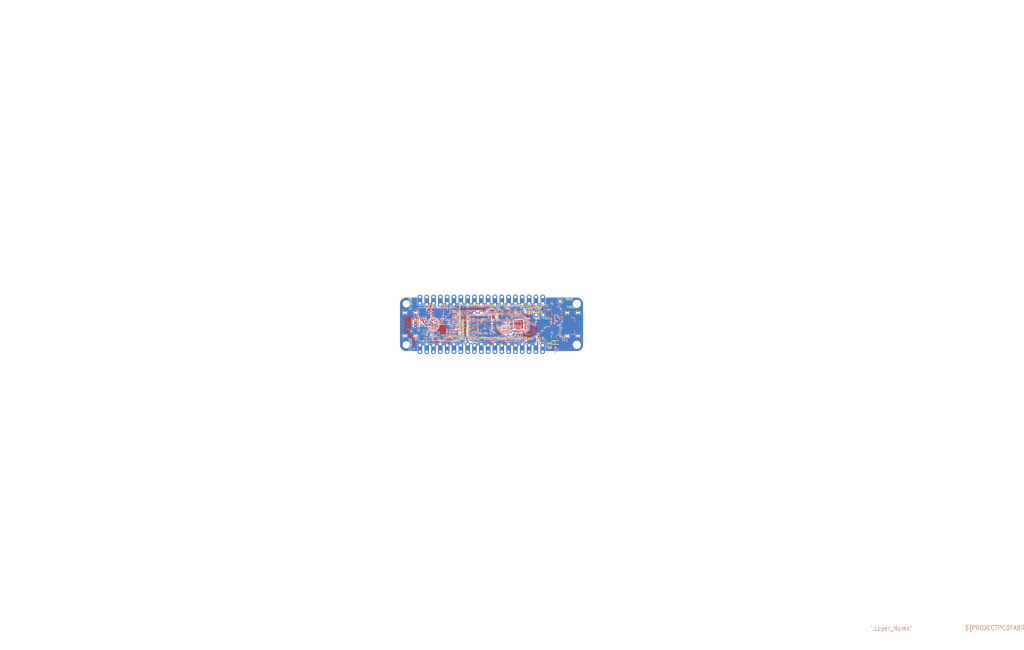
<source format=kicad_pcb>
(kicad_pcb (version 20240108) (generator "pcbnew") (generator_version "8.0")
  (layers (0 "F.Cu" signal "Top Layer") (1 "In1.Cu" power "Gnd Plane") (2 "In2.Cu" power "Pwr Plane") (31 "B.Cu" signal "Bottom Layer") (34 "B.Paste" user "Bottom Paste") (35 "F.Paste" user "Top Paste") (36 "B.SilkS" user "Bottom Overlay") (37 "F.SilkS" user "Top Overlay") (38 "B.Mask" user "Bottom Solder") (39 "F.Mask" user "Top Solder") (44 "Edge.Cuts" user))
  (net 0 "")
  (net 1 "VBUS_TARGET_EN")
  (net 2 "VBUS_MUX_VCC")
  (net 3 "TARGET_CC1")
  (net 4 "TARGET_CC2")
  (net 5 "NetR308_1")
  (net 6 "NetR305_2")
  (net 7 "VREF_P0V320")
  (net 8 "NetQ300_3")
  (net 9 "NetQ300_1")
  (net 10 "NetJ110_1")
  (net 11 "MUX_CONTROL")
  (net 12 "PC3_VBUS_TARGET_DETECT")
  (net 13 "VUSB_TARGET")
  (net 14 "VBUS_TARGET")
  (net 15 "VBUS_TARGET_DELAYED")
  (net 16 "VBUS_MUX_OUT")
  (net 17 "VBUS_DEBUG_DELAYED")
  (net 18 "USBT_P")
  (net 19 "USBT_N")
  (net 20 "PF7_UPDI")
  (net 21 "PF5_AIN21")
  (net 22 "PF4_AIN20")
  (net 23 "PF3")
  (net 24 "PF2_LED0_DBG1")
  (net 25 "PF1")
  (net 26 "PF1_XTAL32K2")
  (net 27 "PF0")
  (net 28 "PF0_XTAL32K1")
  (net 29 "PD7_USART1_RX")
  (net 30 "PD6_USART1_TX")
  (net 31 "PD5_AIN5")
  (net 32 "PD4_AIN4")
  (net 33 "PD3_AIN3")
  (net 34 "PD2_AIN2")
  (net 35 "PD1_AIN1")
  (net 36 "PD0_AIN0")
  (net 37 "PC3")
  (net 38 "NetJ116_1")
  (net 39 "PA7_SPI0_SS")
  (net 40 "PA6_SPI0_SCK")
  (net 41 "PA5_SPI0_MISO")
  (net 42 "PA4_SPI0_MOSI")
  (net 43 "PA3_I2C0_SCL")
  (net 44 "PA2_I2C0_SDA")
  (net 45 "PA1_USART0_RX")
  (net 46 "PA0_USART0_TX")
  (net 47 "NetU101_C2")
  (net 48 "NetR106_1")
  (net 49 "NetJ114_2")
  (net 50 "NetC102_1")
  (net 51 "NetR211_1")
  (net 52 "NetJ203_B5")
  (net 53 "NetJ203_A5")
  (net 54 "NetC206_2")
  (net 55 "NetC208_1")
  (net 56 "VTG_EN")
  (net 57 "VTG_ADC")
  (net 58 "VCC_VBUS")
  (net 59 "VCC_TARGET")
  (net 60 "VCC_REGULATOR")
  (net 61 "VCC_P3V3")
  (net 62 "VCC_MCU_CORE")
  (net 63 "VCC_LEVEL")
  (net 64 "VCC_EDGE")
  (net 65 "VBUS_DEBUG")
  (net 66 "VBUS_ADC")
  (net 67 "~{VOFF}")
  (net 68 "USBD_P")
  (net 69 "USBD_N")
  (net 70 "SWDIO")
  (net 71 "SWCLK")
  (net 72 "STATUS_LED")
  (net 73 "~{SRST}")
  (net 74 "S1_1_RX")
  (net 75 "S1_0_TX")
  (net 76 "S0_3_CLK")
  (net 77 "S0_2_TX")
  (net 78 "S0_0_RX")
  (net 79 "RESERVED")
  (net 80 "REG_ENABLE")
  (net 81 "REG_ADJUST")
  (net 82 "PF6_SW0_DBG2")
  (net 83 "NetR103_2")
  (net 84 "NetQ200_3")
  (net 85 "NetJ111_2")
  (net 86 "NetD100_2")
  (net 87 "NetD200_2")
  (net 88 "NetC105_1")
  (net 89 "NetC104_2")
  (net 90 "NetC201_1")
  (net 91 "ID_SYS")
  (net 92 "GND")
  (net 93 "DBG3")
  (net 94 "DBG3_CTRL")
  (net 95 "DBG2")
  (net 96 "DBG2_GPIO")
  (net 97 "DBG2_CTRL")
  (net 98 "DBG1")
  (net 99 "DBG1_CTRL")
  (net 100 "DBG0")
  (net 101 "DBG0_CTRL")
  (net 102 "DAC")
  (net 103 "CDC_TX")
  (net 104 "CDC_TX_CTRL")
  (net 105 "CDC_RX")
  (net 106 "CDC_RX_CTRL")
  (net 107 "BOOT")
  (footprint "C__ALTIUM_WORK_00001_MCHP-CDB_Database_.._Library_Footprints_CAP_C_0402.PcbLib:CAP_C_0402" (layer "F.Cu") (at 124.64478 102.3866 -90)
    (property "Reference" "C204" (hide yes))
    (property "Value" "" (hide yes))
  )
  (footprint "C__ALTIUM_WORK_00001_MCHP-CDB_Database_.._Library_Footprints_CAP_C_0402.PcbLib:CAP_C_0402" (layer "F.Cu") (at 123.57877 104.23304 180)
    (property "Reference" "C208" (hide yes))
    (property "Value" "" (hide yes))
  )
  (footprint "C__ALTIUM_WORK_00001_MCHP-CDB_Library_Database_.._Footprints_CAP_C_0603.PcbLib:CAP_C_0603" (layer "F.Cu") (at 125.8691 99.5666 180)
    (property "Reference" "C205" (hide yes))
    (property "Value" "" (hide yes))
  )
  (footprint "C__ALTIUM_WORK_00001_MCHP-CDB_Database_.._Library_Footprints_CAP_C_0402.PcbLib:CAP_C_0402" (layer "F.Cu") (at 163.5711 104.2736 180)
    (property "Reference" "C106" (hide yes))
    (property "Value" "" (hide yes))
  )
  (footprint "C__ALTIUM_WORK_00001_MCHP-CDB_Library_Database_.._Footprints_X1-DFN1006-3.PcbLib:X1-DFN1006-3" (layer "F.Cu") (at 125.9011 102.2886 180)
    (property "Reference" "Q200" (hide yes))
    (property "Value" "" (hide yes))
  )
  (footprint "C__ALTIUM_WORK_00001_MCHP-CDB_Database_.._Library_Footprints_X1-DFN1006-3.PcbLib:X1-DFN1006-3" (layer "F.Cu") (at 149.5611 109.18174 90)
    (property "Reference" "Q300" (hide yes))
    (property "Value" "" (hide yes))
  )
  (footprint "C__ALTIUM_WORK_00001_MCHP-CDB_Database_.._Library_Footprints_TDFN-4_1.6x1.2.PcbLib:TDFN-4_1.6x1.2" (layer "F.Cu") (at 169.2361 105.3136 -90)
    (property "Reference" "U303" (hide yes))
    (property "Value" "" (hide yes))
  )
  (footprint "C__ALTIUM_WORK_00001_MCHP-CDB_Library_Database_.._Footprints_X2-DFN1010-6.PcbLib:X2-DFN1010-6" (layer "F.Cu") (at 135.29011 110.13858)
    (property "Reference" "U209" (hide yes))
    (property "Value" "" (hide yes))
  )
  (footprint "C__ALTIUM_WORK_00001_MCHP-CDB_Database_.._Library_Footprints_RES_C_0402.PcbLib:RES_C_0402" (layer "F.Cu") (at 121.6047 110.5886)
    (property "Reference" "R217" (hide yes))
    (property "Value" "" (hide yes))
  )
  (footprint "C__ALTIUM_WORK_00001_MCHP-CDB_Library_Database_.._Footprints_RES_C_0402.PcbLib:RES_C_0402" (layer "F.Cu") (at 135.2031 99.4386)
    (property "Reference" "R208" (hide yes))
    (property "Value" "" (hide yes))
  )
  (footprint "C__ALTIUM_WORK_00001_MCHP-CDB_Library_Database_.._Footprints_RES_C_0402.PcbLib:RES_C_0402" (layer "F.Cu") (at 128.1901 102.4136 -90)
    (property "Reference" "R205" (hide yes))
    (property "Value" "" (hide yes))
  )
  (footprint "C__ALTIUM_WORK_00001_MCHP-CDB_Library_Database_.._Footprints_CAP_C_0402.PcbLib:CAP_C_0402" (layer "F.Cu") (at 158.38648 108.91177)
    (property "Reference" "C100" (hide yes))
    (property "Value" "" (hide yes))
  )
  (footprint "C__ALTIUM_WORK_00001_MCHP-CDB_Library_Database_.._Footprints_CAP_C_0402.PcbLib:CAP_C_0402" (layer "F.Cu") (at 131.3561 102.3366)
    (property "Reference" "C200" (hide yes))
    (property "Value" "" (hide yes))
  )
  (footprint "C__ALTIUM_WORK_00001_MCHP-CDB_Database_.._Library_Footprints_LGA-3_GSD_0.7x0.6_CSD25501F3.PcbLib:LGA-3_GSD_0.7x0.6_CSD25501F3" (layer "F.Cu") (at 123.31352 103.18859)
    (property "Reference" "Q201" (hide yes))
    (property "Value" "" (hide yes))
  )
  (footprint "C__ALTIUM_WORK_00001_MCHP-CDB_Database_.._Library_Footprints_RES_C_0402.PcbLib:RES_C_0402" (layer "F.Cu") (at 148.55718 109.0886 -90)
    (property "Reference" "R307" (hide yes))
    (property "Value" "" (hide yes))
  )
  (footprint "C__ALTIUM_WORK_00001_MCHP-CDB_Library_Database_.._Footprints_X2-DFN1010-6.PcbLib:X2-DFN1010-6" (layer "F.Cu") (at 135.29011 106.13857)
    (property "Reference" "U207" (hide yes))
    (property "Value" "" (hide yes))
  )
  (footprint "C__ALTIUM_WORK_00001_MCHP-CDB_Database_.._Library_Footprints_RES_C_0402.PcbLib:RES_C_0402" (layer "F.Cu") (at 174.5361 107.6636 -90)
    (property "Reference" "R105" (hide yes))
    (property "Value" "" (hide yes))
  )
  (footprint "C__ALTIUM_WORK_00001_MCHP-CDB_Database_.._Library_Footprints_CAP_C_0402.PcbLib:CAP_C_0402" (layer "F.Cu") (at 174.27727 99.8844)
    (property "Reference" "C102" (hide yes))
    (property "Value" "" (hide yes))
  )
  (footprint "C__ALTIUM_WORK_00001_MCHP-CDB_Database_.._Library_Footprints_CAP_C_0402.PcbLib:CAP_C_0402" (layer "F.Cu") (at 167.28626 105.9736)
    (property "Reference" "C303" (hide yes))
    (property "Value" "" (hide yes))
  )
  (footprint "C__ALTIUM_WORK_00001_MCHP-CDB_Database_.._Library_Footprints_RES_C_0402.PcbLib:RES_C_0402" (layer "F.Cu") (at 174.9111 98.5636 -90)
    (property "Reference" "R100" (hide yes))
    (property "Value" "" (hide yes))
  )
  (footprint "C__ALTIUM_WORK_00001_MCHP-CDB_Library_Database_.._Footprints_RES_C_0402.PcbLib:RES_C_0402" (layer "F.Cu") (at 168.6111 111.4886)
    (property "Reference" "R103" (hide yes))
    (property "Value" "" (hide yes))
  )
  (footprint "C__ALTIUM_WORK_00001_MCHP-CDB_Database_.._Library_Footprints_RES_C_0402.PcbLib:RES_C_0402" (layer "F.Cu") (at 172.3361 101.48893 -90)
    (property "Reference" "R106" (hide yes))
    (property "Value" "" (hide yes))
  )
  (footprint "C__ALTIUM_WORK_00001_MCHP-CDB_Library_Database_.._Footprints_DFN-6_1.2x1.2.PcbLib:DFN-6_1.2x1.2" (layer "F.Cu") (at 127.89009 99.9636 180)
    (property "Reference" "U203" (hide yes))
    (property "Value" "" (hide yes))
  )
  (footprint "C__ALTIUM_WORK_00001_MCHP-CDB_Library_Database_.._Footprints_RES_C_0402.PcbLib:RES_C_0402" (layer "F.Cu") (at 133.6911 100.8886 90)
    (property "Reference" "R206" (hide yes))
    (property "Value" "" (hide yes))
  )
  (footprint "C__ALTIUM_WORK_00001_MCHP-CDB_Library_Database_.._Footprints_RES_C_0402.PcbLib:RES_C_0402" (layer "F.Cu") (at 133.71613 108.0842 90)
    (property "Reference" "R207" (hide yes))
    (property "Value" "" (hide yes))
  )
  (footprint "C__ALTIUM_WORK_00001_MCHP-CDB_Library_Database_.._Footprints_RES_C_0402.PcbLib:RES_C_0402" (layer "F.Cu") (at 129.1401 102.4136 -90)
    (property "Reference" "R200" (hide yes))
    (property "Value" "" (hide yes))
  )
  (footprint "C__ALTIUM_WORK_00001_MCHP-CDB_Database_.._Library_Footprints_RES_C_0402.PcbLib:RES_C_0402" (layer "F.Cu") (at 125.32143 105.78857 -90)
    (property "Reference" "R214" (hide yes))
    (property "Value" "" (hide yes))
  )
  (footprint "C__ALTIUM_WORK_00001_MCHP-CDB_Database_.._Library_Footprints_MIC94163_1.5MM_1MM.PcbLib:MIC94163_1.5MM_1MM" (layer "F.Cu") (at 144.3611 109.05699 180)
    (property "Reference" "U301" (hide yes))
    (property "Value" "" (hide yes))
  )
  (footprint "C__ALTIUM_WORK_00001_MCHP-CDB_Database_MCHP-CDB.DbLib/Connector:HDR_M_2.54_1x2_U_TH-PIP_V_WCON_1125-1102S0S113R1" (layer "F.Cu") (at 166.4111 101.4886)
    (property "Reference" "J114" (hide yes))
    (property "Value" "" (hide yes))
  )
  (footprint "C__ALTIUM_WORK_00001_MCHP-CDB_Database_.._Library_Footprints_TDFN-4_1.6x1.2.PcbLib:TDFN-4_1.6x1.2" (layer "F.Cu") (at 171.81498 99.76845)
    (property "Reference" "U102" (hide yes))
    (property "Value" "" (hide yes))
  )
  (footprint "C__ALTIUM_WORK_00001_MCHP-CDB_Database_MCHP-CDB.DbLib/MCHP-Analog:WLCSP-6_L1W1.5H0.5" (layer "F.Cu") (at 169.87012 99.15172)
    (property "Reference" "U101" (hide yes))
    (property "Value" "" (hide yes))
  )
  (footprint "C__ALTIUM_WORK_00001_MCHP-CDB_Database_.._Library_Footprints_CAP_C_0402.PcbLib:CAP_C_0402" (layer "F.Cu") (at 171.78998 98.42346 180)
    (property "Reference" "C107" (hide yes))
    (property "Value" "" (hide yes))
  )
  (footprint "C__ALTIUM_WORK_00001_MCHP-CDB_Database_MCHP-CDB.DbLib/Diode:LED_0402_GREEN" (layer "F.Cu") (at 125.4761 110.5886)
    (property "Reference" "D200" (hide yes))
    (property "Value" "" (hide yes))
  )
  (footprint "C__ALTIUM_WORK_00001_MCHP-CDB_Database_.._Library_Footprints_RES_C_0402.PcbLib:RES_C_0402" (layer "F.Cu") (at 124.35478 105.7886 -90)
    (property "Reference" "R213" (hide yes))
    (property "Value" "" (hide yes))
  )
  (footprint "C__ALTIUM_WORK_00001_MCHP-CDB_Database_.._Library_Footprints_RES_C_0402.PcbLib:RES_C_0402" (layer "F.Cu") (at 174.28594 101.03662)
    (property "Reference" "R101" (hide yes))
    (property "Value" "" (hide yes))
  )
  (footprint "C__ALTIUM_WORK_00001_MCHP-CDB_Database_.._Library_Footprints_RES_C_0402.PcbLib:RES_C_0402" (layer "F.Cu") (at 143.57254 107.25975)
    (property "Reference" "R301" (hide yes))
    (property "Value" "" (hide yes))
  )
  (footprint "C__ALTIUM_WORK_00001_MCHP-CDB_Database_.._Library_Footprints_VDFN-6_2x2_EP0.8X1.40.PcbLib:VDFN-6_2x2_EP0.8X1.40" (layer "F.Cu") (at 122.9961 101.1351 -90)
    (property "Reference" "U202" (hide yes))
    (property "Value" "" (hide yes))
  )
  (footprint "C__ALTIUM_WORK_00001_MCHP-CDB_Database_.._Library_Footprints_RES_C_0402.PcbLib:RES_C_0402" (layer "F.Cu") (at 148.5861 105.1436)
    (property "Reference" "R110" (hide yes))
    (property "Value" "" (hide yes))
  )
  (footprint "C__ALTIUM_WORK_00001_MCHP-CDB_Library_Database_.._Footprints_X2-DFN1010-6.PcbLib:X2-DFN1010-6" (layer "F.Cu") (at 135.29011 103.13858)
    (property "Reference" "U204" (hide yes))
    (property "Value" "" (hide yes))
  )
  (footprint "C__ALTIUM_WORK_00001_MCHP-CDB_Library_Database_.._Footprints_RES_C_0402.PcbLib:RES_C_0402" (layer "F.Cu") (at 123.5096 110.5886 180)
    (property "Reference" "R218" (hide yes))
    (property "Value" "" (hide yes))
  )
  (footprint "C__ALTIUM_WORK_00001_MCHP-CDB_Library_Database_.._Footprints_LED_0603_Yellow.PcbLib:LED_0603_Yellow" (layer "F.Cu") (at 172.2611 109.5136 180)
    (property "Reference" "D100" (hide yes))
    (property "Value" "" (hide yes))
  )
  (footprint "C__ALTIUM_WORK_00001_MCHP-CDB_Database_.._Library_Footprints_X3-DSN1006-3.PcbLib:X3-DSN1006-3" (layer "F.Cu") (at 172.97949 106.21544)
    (property "Reference" "D301" (hide yes))
    (property "Value" "" (hide yes))
  )
  (footprint "C__ALTIUM_WORK_00001_MCHP-CDB_Database_.._Library_Footprints_RES_C_0402.PcbLib:RES_C_0402" (layer "F.Cu") (at 121.57454 99.4386 180)
    (property "Reference" "R211" (hide yes))
    (property "Value" "" (hide yes))
  )
  (footprint "C__ALTIUM_WORK_00001_MCHP-CDB_Library_Database_.._Footprints_CAP_C_0402.PcbLib:CAP_C_0402" (layer "F.Cu") (at 148.61978 104.14592)
    (property "Reference" "C105" (hide yes))
    (property "Value" "" (hide yes))
  )
  (footprint "C__ALTIUM_WORK_00001_MCHP-CDB_Library_Database_.._Footprints_RES_C_0402.PcbLib:RES_C_0402" (layer "F.Cu") (at 125.9261 103.4796 180)
    (property "Reference" "R210" (hide yes))
    (property "Value" "" (hide yes))
  )
  (footprint "C__ALTIUM_WORK_00001_MCHP-CDB_Database_.._Library_Footprints_CON_JMPR_0402_PCB_TRACE_LINK_0.9mm_PAD_0.6mm_PTH.PcbLib:CON_JMPR_0402_PCB_TRACE_LINK_0.9mm_PAD_0.6mm_PTH" (layer "F.Cu") (at 153.48533 104.8936)
    (property "Reference" "J109" (hide yes))
    (property "Value" "" (hide yes))
  )
  (footprint "C__ALTIUM_WORK_00001_MCHP-CDB_Database_MCHP-CDB.DbLib/Resistor:RES_C_0402" (layer "F.Cu") (at 133.2911 106.1896 90)
    (property "Reference" "R212" (hide yes))
    (property "Value" "" (hide yes))
  )
  (footprint "C__ALTIUM_WORK_00001_MCHP-CDB_Database_.._Library_Footprints_LGA-3_GSD_0.7x0.6_CSD25501F3.PcbLib:LGA-3_GSD_0.7x0.6_CSD25501F3" (layer "F.Cu") (at 174.03594 98.39781 90)
    (property "Reference" "Q100" (hide yes))
    (property "Value" "" (hide yes))
  )
  (footprint "C__ALTIUM_WORK_00001_MCHP-CDB_Library_Database_.._Footprints_CAP_C_0402.PcbLib:CAP_C_0402" (layer "F.Cu") (at 129.0901 100.0136 90)
    (property "Reference" "C203" (hide yes))
    (property "Value" "" (hide yes))
  )
  (footprint "C__ALTIUM_WORK_00001_MCHP-CDB_Database_.._Library_Footprints_RES_C_0402.PcbLib:RES_C_0402" (layer "F.Cu") (at 123.51352 109.53018)
    (property "Reference" "R216" (hide yes))
    (property "Value" "" (hide yes))
  )
  (footprint "" (layer "F.Cu") (at 180.2511 112.62359)
    (property "Reference" "")
    (property "Value" "")
  )
  (footprint "C__ALTIUM_WORK_00001_MCHP-CDB_Database_.._Library_Footprints_RES_C_0402.PcbLib:RES_C_0402" (layer "F.Cu") (at 172.1861 108.2386 180)
    (property "Reference" "R306" (hide yes))
    (property "Value" "" (hide yes))
  )
  (footprint "C__ALTIUM_WORK_00001_MCHP-CDB_Database_.._Library_Footprints_TDFN-8_2X3_EP1.46X1.36.PcbLib:TDFN-8_2X3_EP1.46X1.36" (layer "F.Cu") (at 168.4111 108.41177)
    (property "Reference" "U302" (hide yes))
    (property "Value" "" (hide yes))
  )
  (footprint "C__ALTIUM_WORK_00001_MCHP-CDB_Database_.._Library_Footprints_RES_C_0402.PcbLib:RES_C_0402" (layer "F.Cu") (at 143.13607 109.05699 -90)
    (property "Reference" "R303" (hide yes))
    (property "Value" "" (hide yes))
  )
  (footprint "C__ALTIUM_WORK_00001_MCHP-CDB_Database_.._Library_Footprints_Jumper_Mechanical.PcbLib:Jumper_Mechanical" (layer "F.Cu") (at 167.70636 100.11843 90)
    (property "Reference" "JP100" (hide yes))
    (property "Value" "" (hide yes))
  )
  (footprint "C__ALTIUM_WORK_00001_MCHP-CDB_Library_Database_.._Footprints_RES_C_0402.PcbLib:RES_C_0402" (layer "F.Cu") (at 126.38588 104.96951 90)
    (property "Reference" "R203" (hide yes))
    (property "Value" "" (hide yes))
  )
  (footprint "C__ALTIUM_WORK_00001_MCHP-CDB_Database_.._Library_Footprints_RES_C_0402.PcbLib:RES_C_0402" (layer "F.Cu") (at 171.2111 101.4886 90)
    (property "Reference" "R107" (hide yes))
    (property "Value" "" (hide yes))
  )
  (footprint "C__ALTIUM_WORK_00001_MCHP-CDB_Database_.._Library_Footprints_CON_EDGE_CNANO-38.PcbLib:CON_EDGE_CNANO-38" (layer "F.Cu") (at 121.8311 105.0036)
    (property "Reference" "J100" (hide yes))
    (property "Value" "" (hide yes))
  )
  (footprint "C__ALTIUM_WORK_00001_MCHP-CDB_Library_Database_.._Footprints_CAP_C_0402.PcbLib:CAP_C_0402" (layer "F.Cu") (at 154.29514 103.58858 180)
    (property "Reference" "C101" (hide yes))
    (property "Value" "" (hide yes))
  )
  (footprint "" (layer "F.Cu") (at 180.2511 97.38359)
    (property "Reference" "")
    (property "Value" "")
  )
  (footprint "C__ALTIUM_WORK_00001_MCHP-CDB_Database_.._Library_Footprints_MIC94163_1.5MM_1MM.PcbLib:MIC94163_1.5MM_1MM" (layer "F.Cu") (at 146.3111 109.0136)
    (property "Reference" "U300" (hide yes))
    (property "Value" "" (hide yes))
  )
  (footprint "C__ALTIUM_WORK_00001_MCHP-CDB_Database_.._Library_Footprints_RES_C_0402.PcbLib:RES_C_0402" (layer "F.Cu") (at 174.5111 102.2886 90)
    (property "Reference" "R102" (hide yes))
    (property "Value" "" (hide yes))
  )
  (footprint "C__ALTIUM_WORK_00001_MCHP-CDB_Library_Database_.._Footprints_MLF-6 1.6X1.6mm.PcbLib:MLF-6 1.6X1.6mm" (layer "F.Cu") (at 131.1161 100.93861)
    (property "Reference" "U200" (hide yes))
    (property "Value" "" (hide yes))
  )
  (footprint "C__ALTIUM_WORK_00001_MCHP-CDB_Library_Database_.._Footprints_RES_C_0402.PcbLib:RES_C_0402" (layer "F.Cu") (at 127.6411 110.5886)
    (property "Reference" "R215" (hide yes))
    (property "Value" "" (hide yes))
  )
  (footprint "C__ALTIUM_WORK_00001_MCHP-CDB_Database_.._Library_Footprints_CAP_C_0402.PcbLib:CAP_C_0402" (layer "F.Cu") (at 123.4461 99.4386 180)
    (property "Reference" "C206" (hide yes))
    (property "Value" "" (hide yes))
  )
  (footprint "C__ALTIUM_WORK_00001_MCHP-CDB_Library_Database_.._Footprints_CAP_C_0402.PcbLib:CAP_C_0402" (layer "F.Cu") (at 139.6231 100.6094 90)
    (property "Reference" "C103" (hide yes))
    (property "Value" "" (hide yes))
  )
  (footprint "C__ALTIUM_WORK_00001_MCHP-CDB_Library_Database_.._Footprints_CAP_C_0402.PcbLib:CAP_C_0402" (layer "F.Cu") (at 133.2911 104.1386 -90)
    (property "Reference" "C202" (hide yes))
    (property "Value" "" (hide yes))
  )
  (footprint "C__ALTIUM_WORK_00001_MCHP-CDB_Database_.._Library_Footprints_RES_C_0402.PcbLib:RES_C_0402" (layer "F.Cu") (at 162.4861 99.65972)
    (property "Reference" "R108" (hide yes))
    (property "Value" "" (hide yes))
  )
  (footprint "C__ALTIUM_WORK_00001_MCHP-CDB_Library_Database_.._Footprints_RES_C_0402.PcbLib:RES_C_0402" (layer "F.Cu") (at 135.2901 107.3886)
    (property "Reference" "R202" (hide yes))
    (property "Value" "" (hide yes))
  )
  (footprint "C__ALTIUM_WORK_00001_MCHP-CDB_Database_.._Library_Footprints_RES_C_0402.PcbLib:RES_C_0402" (layer "F.Cu") (at 146.8611 107.2636)
    (property "Reference" "R300" (hide yes))
    (property "Value" "" (hide yes))
  )
  (footprint "C__ALTIUM_WORK_00001_MCHP-CDB_Database_MCHP-CDB.DbLib/Switch:SW_TACT_SMD_KLS_L-KLS7-TS0304A-2-300-T" (layer "F.Cu") (at 172.26494 111.9386 180)
    (property "Reference" "SW100" (hide yes))
    (property "Value" "" (hide yes))
  )
  (footprint "C__ALTIUM_WORK_00001_MCHP-CDB_Library_Database_.._Footprints_CAP_C_0402.PcbLib:CAP_C_0402" (layer "F.Cu") (at 131.5661 110.5886)
    (property "Reference" "C207" (hide yes))
    (property "Value" "" (hide yes))
  )
  (footprint "C__ALTIUM_WORK_00001_MCHP-CDB_Library_Database_.._Footprints_RES_C_0402.PcbLib:RES_C_0402" (layer "F.Cu") (at 125.9261 101.3886)
    (property "Reference" "R209" (hide yes))
    (property "Value" "" (hide yes))
  )
  (footprint "C__ALTIUM_WORK_00001_MCHP-CDB_Database_.._Library_Footprints_RES_C_0402.PcbLib:RES_C_0402" (layer "F.Cu") (at 147.5361 109.0886 -90)
    (property "Reference" "R302" (hide yes))
    (property "Value" "" (hide yes))
  )
  (footprint "C__ALTIUM_WORK_00001_MCHP-CDB_Database_.._Library_Footprints_CON_USB2.0-C_RCPT_SMD_RA_KLS_KLS1-5409.PcbLib:CON_USB2.0-C_RCPT_SMD_RA_KLS_KLS1-5409" (layer "F.Cu") (at 179.33657 105.0036 90)
    (property "Reference" "J112" (hide yes))
    (property "Value" "" (hide yes))
  )
  (footprint "C__ALTIUM_WORK_00001_MCHP-CDB_Library_Database_.._Footprints_CON_JMPR_0402_PCB_TRACE_LINK.PcbLib:CON_JMPR_0402_PCB_TRACE_LINK" (layer "F.Cu") (at 147.91578 102.58892 90)
    (property "Reference" "J111" (hide yes))
    (property "Value" "" (hide yes))
  )
  (footprint "C__ALTIUM_WORK_00001_MCHP-CDB_Library_Database_.._Footprints_CAP_C_0402.PcbLib:CAP_C_0402" (layer "F.Cu") (at 151.27578 104.14592)
    (property "Reference" "C104" (hide yes))
    (property "Value" "" (hide yes))
  )
  (footprint "C__ALTIUM_WORK_00001_MCHP-CDB_Database_.._Library_Footprints_VQFN-32_5X5_EP3.2X3.2.Pcblib:VQFN-32_5X5_EP3.2X3.2" (layer "F.Cu") (at 158.5611 105.0036 180)
    (property "Reference" "U100" (hide yes))
    (property "Value" "" (hide yes))
  )
  (footprint "C__ALTIUM_WORK_00001_MCHP-CDB_Database_.._Library_Footprints_X3-DSN1006-3.PcbLib:X3-DSN1006-3" (layer "F.Cu") (at 143.4361 106.3886 180)
    (property "Reference" "D300" (hide yes))
    (property "Value" "" (hide yes))
  )
  (footprint "C__ALTIUM_WORK_00001_MCHP-CDB_Database_MCHP-CDB.DbLib/MCHP-Microcontroller:QFN-32_5X5_EP3.6x3.6_L" (layer "F.Cu") (at 129.8811 106.9936 180)
    (property "Reference" "U206" (hide yes))
    (property "Value" "" (hide yes))
  )
  (footprint "C__ALTIUM_WORK_00001_MCHP-CDB_Library_Database_.._Footprints_CAP_C_0402.PcbLib:CAP_C_0402" (layer "F.Cu") (at 133.0911 99.4386)
    (property "Reference" "C201" (hide yes))
    (property "Value" "" (hide yes))
  )
  (footprint "C__ALTIUM_WORK_00001_MCHP-CDB_Library_Database_.._Footprints_RES_C_0402.PcbLib:RES_C_0402" (layer "F.Cu") (at 131.1161 99.4386)
    (property "Reference" "R204" (hide yes))
    (property "Value" "" (hide yes))
  )
  (footprint "C__ALTIUM_WORK_00001_MCHP-CDB_Library_Database_.._Footprints_MIC94163_1.5MM_1MM.PcbLib:MIC94163_1.5MM_1MM" (layer "F.Cu") (at 135.22401 100.89659 180)
    (property "Reference" "U201" (hide yes))
    (property "Value" "" (hide yes))
  )
  (footprint "C__ALTIUM_WORK_00001_MCHP-CDB_Database_.._Library_Footprints_RES_C_0402.PcbLib:RES_C_0402" (layer "F.Cu") (at 167.2861 106.8386 180)
    (property "Reference" "R305" (hide yes))
    (property "Value" "" (hide yes))
  )
  (footprint "C__ALTIUM_WORK_00001_MCHP-CDB_Library_Database_.._Footprints_RES_C_0402.PcbLib:RES_C_0402" (layer "F.Cu") (at 168.6111 110.6136)
    (property "Reference" "R104" (hide yes))
    (property "Value" "" (hide yes))
  )
  (footprint "C__ALTIUM_WORK_00001_MCHP-CDB_Library_Database_.._Footprints_CON_JMPR_2.54_1X2_TH_PCB_TRACE_LINK.PcbLib:CON_JMPR_2.54_1x2_TH_PCB_TRACE_LINK" (layer "F.Cu") (at 143.4061 100.7636)
    (property "Reference" "J201" (hide yes))
    (property "Value" "" (hide yes))
  )
  (footprint "C__ALTIUM_WORK_00001_MCHP-CDB_Database_.._Library_Footprints_CAP_C_0603.PcbLib:CAP_C_0603" (layer "F.Cu") (at 145.2611 106.5136 -90)
    (property "Reference" "C300" (hide yes))
    (property "Value" "" (hide yes))
  )
  (footprint "C__ALTIUM_WORK_00001_MCHP-CDB_Database_MCHP-CDB.DbLib/MCHP-Clock-Timing:CRYSTAL_VMK3_L3.2W1.5H0.9" (layer "F.Cu") (at 150.45578 102.11392 180)
    (property "Reference" "Y100" (hide yes))
    (property "Value" "" (hide yes))
  )
  (footprint "C__ALTIUM_WORK_00001_MCHP-CDB_Library_Database_.._Footprints_X2-DFN1010-6.PcbLib:X2-DFN1010-6" (layer "F.Cu") (at 135.29011 108.63858)
    (property "Reference" "U208" (hide yes))
    (property "Value" "" (hide yes))
  )
  (footprint "C__ALTIUM_WORK_00001_MCHP-CDB_Database_.._Library_Footprints_RES_C_0402.PcbLib:RES_C_0402" (layer "F.Cu") (at 168.9611 106.84549 180)
    (property "Reference" "R308" (hide yes))
    (property "Value" "" (hide yes))
  )
  (footprint "C__ALTIUM_WORK_00001_MCHP-CDB_Library_Database_.._Footprints_CAP_C_0402.PcbLib:CAP_C_0402" (layer "F.Cu") (at 129.6161 110.5886)
    (property "Reference" "C209" (hide yes))
    (property "Value" "" (hide yes))
  )
  (footprint "C__ALTIUM_WORK_00001_MCHP-CDB_Database_.._Library_Footprints_CON_JMPR_0402_PCB_TRACE_LINK_0.9mm_PAD_0.6mm_PTH.PcbLib:CON_JMPR_0402_PCB_TRACE_LINK_0.9mm_PAD_0.6mm_PTH" (layer "F.Cu") (at 153.47519 106.4139)
    (property "Reference" "J110" (hide yes))
    (property "Value" "" (hide yes))
  )
  (footprint "C__ALTIUM_WORK_00001_MCHP-CDB_Database_.._Library_Footprints_RES_C_0402.PcbLib:RES_C_0402" (layer "F.Cu") (at 162.4861 100.5386 180)
    (property "Reference" "R109" (hide yes))
    (property "Value" "" (hide yes))
  )
  (footprint "C__ALTIUM_WORK_00001_MCHP-CDB_Database_MCHP-CDB.DbLib/Connector:CON_USB2.0-C_RCPT_SMD_RA_KLS_KLS1-5409" (layer "F.Cu") (at 117.6111 105.0036 -90)
    (property "Reference" "J203" (hide yes))
    (property "Value" "" (hide yes))
  )
  (footprint "C__ALTIUM_WORK_00001_MCHP-CDB_Database_.._Library_Footprints_CAP_C_0402.PcbLib:CAP_C_0402" (layer "F.Cu") (at 170.8986 106.30207 90)
    (property "Reference" "C301" (hide yes))
    (property "Value" "" (hide yes))
  )
  (footprint "C__ALTIUM_WORK_00001_MCHP-CDB_Library_Database_.._Footprints_X2-DFN1010-6.PcbLib:X2-DFN1010-6" (layer "F.Cu") (at 135.29011 104.63858)
    (property "Reference" "U205" (hide yes))
    (property "Value" "" (hide yes))
  )
  (footprint "C__ALTIUM_WORK_00001_MCHP-CDB_Database_.._Library_Footprints_HDR_M_2.54_1x1.PcbLib:HDR_M_2.54_1x1" (layer "F.Cu") (at 174.02949 96.4636)
    (property "Reference" "J115" (hide yes))
    (property "Value" "" (hide yes))
  )
  (footprint "C__ALTIUM_WORK_00001_MCHP-CDB_Database_.._Library_Footprints_RES_C_0402.PcbLib:RES_C_0402" (layer "F.Cu") (at 172.18642 107.2386)
    (property "Reference" "R304" (hide yes))
    (property "Value" "" (hide yes))
  )
  (footprint "C__ALTIUM_WORK_00001_MCHP-CDB_Library_Database_.._Footprints_RES_C_0402.PcbLib:RES_C_0402" (layer "F.Cu") (at 132.7911 100.8886 90)
    (property "Reference" "R201" (hide yes))
    (property "Value" "" (hide yes))
  )
  (footprint "C__ALTIUM_WORK_00001_MCHP-CDB_Library_Database_.._Footprints_CON_JMPR_0402_PCB_TRACE_LINK_0.9mm_PAD_0.6mm_PTH.PcbLib:CON_JMPR_0402_PCB_TRACE_LINK_0.9mm_PAD_0.6mm_PTH" (layer "B.Cu") (at 139.0861 102.4636)
    (property "Reference" "J102" (hide yes))
    (property "Value" "" (hide yes))
  )
  (footprint "C__ALTIUM_WORK_00001_MCHP-CDB_Library_Database_.._Footprints_CON_JMPR_0402_PCB_TRACE_LINK_0.9mm_PAD_0.6mm_PTH.PcbLib:CON_JMPR_0402_PCB_TRACE_LINK_0.9mm_PAD_0.6mm_PTH" (layer "B.Cu") (at 139.0861 105.0036)
    (property "Reference" "J105" (hide yes))
    (property "Value" "" (hide yes))
  )
  (footprint "C__ALTIUM_WORK_00001_MCHP-CDB_Database_MCHP-CDB.DbLib/MCHP-Manufacturing:08-10015" (layer "B.Cu") (at 170.342 105.67861 180)
    (property "Reference" "LABEL1" (hide yes))
    (property "Value" "" (hide yes))
  )
  (footprint "C__ALTIUM_WORK_00001_MCHP-CDB_Database_.._Library_Footprints_CON_JMPR_0402_PCB_TRACE_LINK.PcbLib:CON_JMPR_0402_PCB_TRACE_LINK" (layer "B.Cu") (at 161.7361 100.8136 -90)
    (property "Reference" "J116" (hide yes))
    (property "Value" "" (hide yes))
  )
  (footprint "C__ALTIUM_WORK_00001_MCHP-CDB_Library_Database_.._Footprints_CON_JMPR_0402_PCB_TRACE_LINK_0.9mm_PAD_0.6mm_PTH.PcbLib:CON_JMPR_0402_PCB_TRACE_LINK_0.9mm_PAD_0.6mm_PTH" (layer "B.Cu") (at 139.0861 107.5436)
    (property "Reference" "J101" (hide yes))
    (property "Value" "" (hide yes))
  )
  (footprint "C__ALTIUM_WORK_00001_MCHP-CDB_Database_.._Library_Footprints_CON_JMPR_1mmX1mm_ROUND_SOLDER-STRAP.PcbLib:CON_JMPR_1mmX1mm_ROUND_SOLDER-STRAP" (layer "B.Cu") (at 155.93648 106.4139)
    (property "Reference" "J108" (hide yes))
    (property "Value" "" (hide yes))
  )
  (footprint "C__ALTIUM_WORK_00001_MCHP-CDB_Library_Database_.._Footprints_CON_JMPR_0402_PCB_TRACE_LINK_0.9mm_PAD_0.6mm_PTH.PcbLib:CON_JMPR_0402_PCB_TRACE_LINK_0.9mm_PAD_0.6mm_PTH" (layer "B.Cu") (at 139.0861 106.2736)
    (property "Reference" "J104" (hide yes))
    (property "Value" "" (hide yes))
  )
  (footprint "C__ALTIUM_WORK_00001_MCHP-CDB_Database_.._Library_Footprints_CON_JMPR_1mmX1mm_ROUND_SOLDER-STRAP.PcbLib:CON_JMPR_1mmX1mm_ROUND_SOLDER-STRAP" (layer "B.Cu") (at 155.93648 104.8786)
    (property "Reference" "J107" (hide yes))
    (property "Value" "" (hide yes))
  )
  (footprint "C__ALTIUM_WORK_00001_MCHP-CDB_Library_Database_.._Footprints_TESTPOINT_ARRAY_2x3_1.27mm_pitch_SMD.PcbLib:TESTPOINT_ARRAY_2x3_1.27mm_pitch_SMD" (layer "B.Cu") (at 118.67111 105.00359)
    (property "Reference" "J202" (hide yes))
    (property "Value" "" (hide yes))
  )
  (footprint "C__ALTIUM_WORK_00001_MCHP-CDB_Library_Database_.._Footprints_CON_TP_0.8dia_SMD_with_Test_Jig_Layer.PcbLib:CON_TP_0.8dia_SMD_with_Test_Jig_Layer" (layer "B.Cu") (at 126.6111 109.3866 180)
    (property "Reference" "TP202" (hide yes))
    (property "Value" "" (hide yes))
  )
  (footprint "C__ALTIUM_WORK_00001_MCHP-CDB_Library_Database_.._Footprints_CON_JMPR_0402_PCB_TRACE_LINK_0.9mm_PAD_0.6mm_PTH.PcbLib:CON_JMPR_0402_PCB_TRACE_LINK_0.9mm_PAD_0.6mm_PTH" (layer "B.Cu") (at 139.0861 103.7336)
    (property "Reference" "J106" (hide yes))
    (property "Value" "" (hide yes))
  )
  (footprint "C__ALTIUM_WORK_00001_MCHP-CDB_Library_Database_.._Footprints_CON_JMPR_0402_PCB_TRACE_LINK_0.9mm_PAD_0.6mm_PTH.PcbLib:CON_JMPR_0402_PCB_TRACE_LINK_0.9mm_PAD_0.6mm_PTH" (layer "B.Cu") (at 139.0861 108.8136)
    (property "Reference" "J103" (hide yes))
    (property "Value" "" (hide yes))
  )
  (footprint "C__ALTIUM_WORK_00001_MCHP-CDB_Library_Database_.._Footprints_CON_TP_0.8dia_SMD_with_Test_Jig_Layer.PcbLib:CON_TP_0.8dia_SMD_with_Test_Jig_Layer" (layer "B.Cu") (at 126.6111 108.1636 180)
    (property "Reference" "TP203" (hide yes))
    (property "Value" "" (hide yes))
  )
  (footprint "C__ALTIUM_WORK_00001_MCHP-CDB_Library_Database_.._Footprints_TP_3.6x2.7.PcbLib:TP_3.6X2.7" (layer "B.Cu") (at 116.7511 97.3836 90)
    (property "Reference" "TP200" (hide yes))
    (property "Value" "" (hide yes))
  )
  (footprint "C__ALTIUM_WORK_00001_MCHP-CDB_Database_.._Library_Footprints_CON_JMPR_1mmX1mm_ROUND_SOLDER-STRAP.PcbLib:CON_JMPR_1mmX1mm_ROUND_SOLDER-STRAP" (layer "B.Cu") (at 160.53277 100.84929 90)
    (property "Reference" "J113" (hide yes))
    (property "Value" "" (hide yes))
  )
  (footprint "C__ALTIUM_WORK_00001_MCHP-CDB_Library_Database_.._Footprints_TP_3.6x2.7.PcbLib:TP_3.6X2.7" (layer "B.Cu") (at 116.7511 112.6236 90)
    (property "Reference" "TP201" (hide yes))
    (property "Value" "" (hide yes))
  )
  (footprint "C__ALTIUM_WORK_00001_MCHP-CDB_Library_Database_.._Footprints_CON_JMPR_0402_PCB_TRACE_LINK.PcbLib:CON_JMPR_0402_PCB_TRACE_LINK" (layer "B.Cu") (at 137.2261 100.00162)
    (property "Reference" "J200" (hide yes))
    (property "Value" "" (hide yes))
  )
  (gr_poly (pts (xy 126.90208 98.6906) (xy 126.87983 98.6916) (xy 126.85787 98.6946) (xy 126.83617 98.6996) (xy 126.81476 98.7066) (xy 126.79363 98.7156) (xy 126.77277 98.7266) (xy 126.7522 98.7396) (xy 126.7319 98.7546) (xy 126.71187 98.7716) (xy 126.69213 98.7906) (xy 126.69213 98.44061) (xy 126.71187 98.45961) (xy 126.7319 98.47661) (xy 126.7522 98.4916) (xy 126.77277 98.5046) (xy 126.79363 98.5156) (xy 126.81476 98.5246) (xy 126.83617 98.5316) (xy 126.85787 98.53661) (xy 126.87983 98.53961) (xy 126.90208 98.54061)) (fill solid) (layer "F.Cu") (net 100))
  (gr_poly (pts (xy 141.75949 108.54899) (xy 141.73259 108.54949) (xy 141.6842 108.55349) (xy 141.66271 108.55699) (xy 141.64301 108.56149) (xy 141.62511 108.56699) (xy 141.60902 108.57349) (xy 141.59472 108.58099) (xy 141.58222 108.58949) (xy 141.57151 108.59899) (xy 141.57151 108.24899) (xy 141.58222 108.25849) (xy 141.59472 108.26699) (xy 141.60902 108.27449) (xy 141.62511 108.28099) (xy 141.64301 108.28649) (xy 141.66271 108.29099) (xy 141.6842 108.29449) (xy 141.7075 108.29699) (xy 141.75949 108.29899)) (fill solid) (layer "F.Cu") (net 17))
  (gr_poly (pts (xy 169.72152 98.89567) (xy 169.72169 98.92557) (xy 169.72991 99.04818) (xy 169.73247 99.05916) (xy 169.73538 99.06743) (xy 169.73863 99.07301) (xy 169.54442 99.07301) (xy 169.54767 99.06743) (xy 169.55058 99.05916) (xy 169.55314 99.04818) (xy 169.55537 99.0345) (xy 169.55879 98.99904) (xy 169.56135 98.92557) (xy 169.56153 98.89567)) (fill solid) (layer "F.Cu") (net 49))
  (gr_poly (pts (xy 139.6861 103.0199) (xy 139.6885 103.0521) (xy 139.6957 103.08586) (xy 139.7077 103.12119) (xy 139.7245 103.15808) (xy 139.7461 103.19653) (xy 139.7725 103.23655) (xy 139.8037 103.27812) (xy 139.8805 103.36597) (xy 139.9261 103.41224) (xy 139.2961 103.41224) (xy 139.3417 103.36597) (xy 139.4185 103.27812) (xy 139.4497 103.23655) (xy 139.4761 103.19653) (xy 139.4977 103.15808) (xy 139.5145 103.12119) (xy 139.5265 103.08586) (xy 139.5337 103.0521) (xy 139.5361 103.0199)) (fill solid) (layer "F.Cu") (net 82))
  (gr_poly (pts (xy 132.30305 101.55861) (xy 132.06305 101.56056) (xy 132.06305 101.31666) (xy 132.06545 101.31703) (xy 132.07265 101.31736) (xy 132.30305 101.31861)) (fill solid) (layer "F.Cu") (net 60))
  (gr_poly (pts (xy 132.25151 101.31861) (xy 132.3021 101.31742) (xy 132.34685 101.31384) (xy 132.38578 101.30786) (xy 132.41887 101.29951) (xy 132.44613 101.28876) (xy 132.46757 101.27562) (xy 132.48317 101.2601) (xy 132.49294 101.24219) (xy 132.49688 101.22189) (xy 132.495 101.19921) (xy 132.57614 101.60275) (xy 132.56131 101.59436) (xy 132.54323 101.58686) (xy 132.52192 101.58024) (xy 132.49737 101.5745) (xy 132.46958 101.56965) (xy 132.40428 101.56258) (xy 132.32602 101.55905) (xy 132.28203 101.55861)) (fill solid) (layer "F.Cu") (net 60))
  (gr_poly (pts (xy 145.9619 107.4136) (xy 145.91245 107.41485) (xy 145.86825 107.41858) (xy 145.8293 107.4248) (xy 145.79562 107.43351) (xy 145.76719 107.4447) (xy 145.74403 107.45839) (xy 145.72612 107.47456) (xy 145.71347 107.49322) (xy 145.70608 107.51437) (xy 145.70394 107.53801) (xy 145.694 107.0392) (xy 145.69712 107.06283) (xy 145.70551 107.08398) (xy 145.71915 107.10264) (xy 145.73805 107.11882) (xy 145.76222 107.1325) (xy 145.79164 107.1437) (xy 145.82631 107.1524) (xy 145.86625 107.15863) (xy 145.91145 107.16236) (xy 145.9619 107.1636)) (fill solid) (layer "F.Cu") (net 16))
  (gr_poly (pts (xy 170.70992 97.53527) (xy 170.72495 97.51883) (xy 170.73836 97.50118) (xy 170.75016 97.4823) (xy 170.76035 97.46221) (xy 170.76893 97.44091) (xy 170.7759 97.41838) (xy 170.78126 97.39464) (xy 170.78501 97.36968) (xy 170.78714 97.3435) (xy 170.78767 97.3161) (xy 171.03516 97.56359) (xy 171.00776 97.56412) (xy 170.98158 97.56625) (xy 170.95662 97.57) (xy 170.93288 97.57536) (xy 170.91035 97.58233) (xy 170.88905 97.59091) (xy 170.86895 97.6011) (xy 170.85008 97.6129) (xy 170.83243 97.62631) (xy 170.81599 97.64134)) (fill solid) (layer "F.Cu") (net 61))
  (gr_poly (pts (xy 134.18593 109.74383) (xy 134.16196 109.74478) (xy 134.139 109.74764) (xy 134.11705 109.7524) (xy 134.09611 109.75907) (xy 134.07619 109.76764) (xy 134.05728 109.77812) (xy 134.03937 109.7905) (xy 134.02248 109.80479) (xy 134.0066 109.82099) (xy 133.99174 109.83909) (xy 133.94656 109.49201) (xy 133.96631 109.50661) (xy 133.98645 109.51967) (xy 134.00697 109.53119) (xy 134.02789 109.54117) (xy 134.04919 109.54962) (xy 134.07088 109.55653) (xy 134.09297 109.56191) (xy 134.11544 109.56575) (xy 134.1383 109.56806) (xy 134.16155 109.56883)) (fill solid) (layer "F.Cu") (net 61))
  (gr_poly (pts (xy 133.29068 100.48856) (xy 133.25003 100.48956) (xy 133.21384 100.49254) (xy 133.18212 100.49751) (xy 133.15487 100.50447) (xy 133.13209 100.51342) (xy 133.11378 100.52435) (xy 133.09993 100.53727) (xy 133.09056 100.55218) (xy 133.08565 100.56908) (xy 133.08521 100.58797) (xy 133.05053 100.20417) (xy 133.06306 100.22021) (xy 133.07808 100.23455) (xy 133.09561 100.24721) (xy 133.11563 100.25818) (xy 133.13814 100.26747) (xy 133.16316 100.27506) (xy 133.19067 100.28097) (xy 133.22068 100.28519) (xy 133.25319 100.28772) (xy 133.28819 100.28857)) (fill solid) (layer "F.Cu") (net 81))
  (gr_poly (pts (xy 132.18697 104.48259) (xy 132.21185 104.48184) (xy 132.23566 104.47959) (xy 132.2584 104.47584) (xy 132.28007 104.47059) (xy 132.30066 104.46384) (xy 132.32018 104.45559) (xy 132.33864 104.44584) (xy 132.35602 104.43459) (xy 132.37233 104.42184) (xy 132.38756 104.40759) (xy 132.38756 104.75759) (xy 132.37233 104.74334) (xy 132.35602 104.73059) (xy 132.33864 104.71934) (xy 132.32018 104.70959) (xy 132.30066 104.70134) (xy 132.28007 104.69459) (xy 132.2584 104.68934) (xy 132.23566 104.68559) (xy 132.21185 104.68334) (xy 132.18697 104.68259)) (fill solid) (layer "F.Cu") (net 61))
  (gr_poly (pts (xy 159.38648 102.00524) (xy 159.387 102.03158) (xy 159.39115 102.07814) (xy 159.39478 102.09836) (xy 159.39945 102.11653) (xy 159.40516 102.13265) (xy 159.4119 102.14674) (xy 159.41968 102.15878) (xy 159.4285 102.16877) (xy 159.43836 102.17673) (xy 159.18461 102.17673) (xy 159.19447 102.16877) (xy 159.20329 102.15878) (xy 159.21107 102.14674) (xy 159.21781 102.13265) (xy 159.22352 102.11653) (xy 159.22819 102.09836) (xy 159.23182 102.07814) (xy 159.23441 102.05588) (xy 159.23649 102.00524)) (fill solid) (layer "F.Cu") (net 35))
  (gr_poly (pts (xy 158.88648 108.46218) (xy 158.88723 108.4916) (xy 158.88948 108.51787) (xy 158.89323 108.54102) (xy 158.89848 108.56103) (xy 158.90523 108.5779) (xy 158.91348 108.59163) (xy 158.92323 108.60224) (xy 158.93448 108.6097) (xy 158.94723 108.61403) (xy 158.96148 108.61523) (xy 158.66208 108.62263) (xy 158.67622 108.6207) (xy 158.68886 108.61562) (xy 158.70003 108.60742) (xy 158.7097 108.59608) (xy 158.71788 108.5816) (xy 158.72458 108.56399) (xy 158.72979 108.54324) (xy 158.73351 108.51936) (xy 158.73574 108.49234) (xy 158.73648 108.46218)) (fill solid) (layer "F.Cu") (net 92))
  (gr_poly (pts (xy 145.034 96.29751) (xy 145.03652 96.38243) (xy 145.04411 96.46363) (xy 145.05674 96.5411) (xy 145.07443 96.61485) (xy 145.09718 96.68487) (xy 145.12498 96.75117) (xy 145.15783 96.81375) (xy 145.19574 96.8726) (xy 145.23871 96.92773) (xy 145.28673 96.97914) (xy 144.09547 96.97914) (xy 144.14349 96.92773) (xy 144.18645 96.8726) (xy 144.22436 96.81375) (xy 144.25721 96.75117) (xy 144.28501 96.68487) (xy 144.30776 96.61485) (xy 144.32545 96.5411) (xy 144.33809 96.46363) (xy 144.34567 96.38243) (xy 144.3482 96.29751)) (fill solid) (layer "F.Cu") (net 35))
  (gr_poly (pts (xy 133.90136 108.5552) (xy 133.93289 108.5546) (xy 133.99281 108.54979) (xy 134.02119 108.54559) (xy 134.07482 108.53358) (xy 134.10007 108.52578) (xy 134.12427 108.51677) (xy 134.14742 108.50656) (xy 134.16952 108.49515) (xy 134.07026 108.83078) (xy 134.05887 108.81167) (xy 134.04604 108.79457) (xy 134.03177 108.77948) (xy 134.01606 108.76641) (xy 133.99892 108.75535) (xy 133.98034 108.74629) (xy 133.96032 108.73925) (xy 133.93887 108.73422) (xy 133.91598 108.73121) (xy 133.89165 108.7302)) (fill solid) (layer "F.Cu") (net 92))
  (gr_poly (pts (xy 146.3361 100.3951) (xy 146.3366 100.42199) (xy 146.3406 100.47038) (xy 146.3441 100.49187) (xy 146.3486 100.51157) (xy 146.3541 100.52947) (xy 146.3606 100.54556) (xy 146.3681 100.55987) (xy 146.3766 100.57236) (xy 146.3861 100.58307) (xy 146.0361 100.58307) (xy 146.0456 100.57236) (xy 146.0541 100.55987) (xy 146.0616 100.54556) (xy 146.0681 100.52947) (xy 146.0736 100.51157) (xy 146.0781 100.49187) (xy 146.0816 100.47038) (xy 146.0841 100.44708) (xy 146.0861 100.3951)) (fill solid) (layer "F.Cu") (net 15))
  (gr_poly (pts (xy 135.89134 104.56359) (xy 135.91432 104.56248) (xy 135.93639 104.55915) (xy 135.95755 104.55362) (xy 135.9778 104.54586) (xy 135.99714 104.53589) (xy 136.01557 104.52371) (xy 136.03308 104.50931) (xy 136.04968 104.4927) (xy 136.06538 104.47387) (xy 136.08016 104.45283) (xy 136.15016 104.79575) (xy 136.12599 104.78014) (xy 136.07867 104.75385) (xy 136.05551 104.74317) (xy 136.03268 104.73413) (xy 136.0102 104.72673) (xy 135.98804 104.72098) (xy 135.96622 104.71687) (xy 135.94473 104.71441) (xy 135.92358 104.71358)) (fill solid) (layer "F.Cu") (net 99))
  (gr_poly (pts (xy 162.814 95.89111) (xy 162.81652 95.97603) (xy 162.82411 96.05723) (xy 162.83674 96.1347) (xy 162.85443 96.20845) (xy 162.87718 96.27847) (xy 162.90498 96.34477) (xy 162.93783 96.40735) (xy 162.97574 96.4662) (xy 163.01871 96.52133) (xy 163.06673 96.57274) (xy 161.87547 96.57274) (xy 161.92349 96.52133) (xy 161.96645 96.4662) (xy 162.00436 96.40735) (xy 162.03721 96.34477) (xy 162.06501 96.27847) (xy 162.08776 96.20845) (xy 162.10545 96.1347) (xy 162.11809 96.05723) (xy 162.12567 95.97603) (xy 162.1282 95.89111)) (fill solid) (layer "F.Cu") (net 23))
  (gr_poly (pts (xy 136.06205 108.71358) (xy 136.03356 108.7138) (xy 135.94956 108.71906) (xy 135.93606 108.72148) (xy 135.92555 108.72433) (xy 135.91805 108.72763) (xy 135.91356 108.73136) (xy 135.91205 108.73553) (xy 135.91205 108.54162) (xy 135.91356 108.5458) (xy 135.91805 108.54953) (xy 135.92555 108.55282) (xy 135.93606 108.55567) (xy 135.94956 108.55809) (xy 135.96606 108.56007) (xy 136.00805 108.5627) (xy 136.06205 108.56358)) (fill solid) (layer "F.Cu") (net 106))
  (gr_poly (pts (xy 126.91207 106.64181) (xy 126.95062 106.64168) (xy 127.12777 106.63121) (xy 127.13351 106.62873) (xy 127.13351 106.85848) (xy 127.11339 106.84582) (xy 127.09292 106.83449) (xy 127.0721 106.82449) (xy 127.05093 106.81582) (xy 127.02942 106.80849) (xy 127.00755 106.80249) (xy 126.98534 106.79783) (xy 126.96279 106.79449) (xy 126.93988 106.79249) (xy 126.91663 106.79183)) (fill solid) (layer "F.Cu") (net 67))
  (gr_poly (pts (xy 145.11383 103.24194) (xy 145.09881 103.25837) (xy 145.08539 103.27603) (xy 145.07359 103.2949) (xy 145.0634 103.31499) (xy 145.05482 103.3363) (xy 145.04785 103.35883) (xy 145.04249 103.38257) (xy 145.03875 103.40753) (xy 145.03661 103.43371) (xy 145.03609 103.4611) (xy 144.7886 103.21362) (xy 144.81599 103.21309) (xy 144.84217 103.21095) (xy 144.86713 103.20721) (xy 144.89088 103.20185) (xy 144.9134 103.19488) (xy 144.93471 103.1863) (xy 144.9548 103.17611) (xy 144.97367 103.16431) (xy 144.99133 103.15089) (xy 145.00776 103.13587)) (fill solid) (layer "F.Cu") (net 30))
  (gr_poly (pts (xy 128.93067 109.87796) (xy 128.95691 109.85068) (xy 128.99719 109.8021) (xy 129.01124 109.7808) (xy 129.02121 109.7615) (xy 129.02713 109.74418) (xy 129.02897 109.72886) (xy 129.02675 109.71553) (xy 129.02046 109.70419) (xy 129.01011 109.69485) (xy 129.17868 109.80848) (xy 129.18494 109.80861) (xy 129.18693 109.81233) (xy 129.18466 109.81964) (xy 129.17813 109.83054) (xy 129.16733 109.84503) (xy 129.15228 109.86311) (xy 129.08152 109.9389) (xy 129.04941 109.97135)) (fill solid) (layer "F.Cu") (net 72))
  (gr_poly (pts (xy 149.4861 108.55511) (xy 149.48528 108.53396) (xy 149.48281 108.51247) (xy 149.4787 108.49065) (xy 149.47295 108.4685) (xy 149.46556 108.446) (xy 149.45652 108.42318) (xy 149.44584 108.40002) (xy 149.41954 108.35269) (xy 149.40393 108.32853) (xy 149.74686 108.39853) (xy 149.72581 108.41331) (xy 149.70698 108.429) (xy 149.69037 108.44561) (xy 149.67597 108.46312) (xy 149.66379 108.48155) (xy 149.65382 108.50089) (xy 149.64607 108.52113) (xy 149.64053 108.5423) (xy 149.63721 108.56437) (xy 149.6361 108.58735)) (fill solid) (layer "F.Cu") (net 8))
  (gr_poly (pts (xy 130.3461 102.4616) (xy 130.31925 102.46217) (xy 130.27122 102.4667) (xy 130.25003 102.47067) (xy 130.23072 102.47578) (xy 130.21331 102.48201) (xy 130.19778 102.48938) (xy 130.18413 102.49789) (xy 130.17237 102.50753) (xy 130.1625 102.5183) (xy 130.12469 102.17035) (xy 130.13564 102.17819) (xy 130.14837 102.1852) (xy 130.16289 102.19139) (xy 130.1792 102.19675) (xy 130.1973 102.20129) (xy 130.21718 102.205) (xy 130.26231 102.20995) (xy 130.28755 102.21119) (xy 130.31458 102.2116)) (fill solid) (layer "F.Cu") (net 92))
  (gr_poly (pts (xy 144.5147 108.3555) (xy 144.51376 108.33361) (xy 144.51094 108.31176) (xy 144.50623 108.28996) (xy 144.49964 108.2682) (xy 144.49117 108.24649) (xy 144.48082 108.22483) (xy 144.46859 108.2032) (xy 144.45447 108.18163) (xy 144.43848 108.16009) (xy 144.4206 108.1386) (xy 144.7696 108.16503) (xy 144.74967 108.18295) (xy 144.73183 108.20139) (xy 144.7161 108.22034) (xy 144.70246 108.23981) (xy 144.69092 108.25979) (xy 144.68148 108.28028) (xy 144.67414 108.30129) (xy 144.6689 108.32282) (xy 144.66575 108.34486) (xy 144.6647 108.36741)) (fill solid) (layer "F.Cu") (net 92))
  (gr_poly (pts (xy 126.85458 106.31359) (xy 126.83234 106.31459) (xy 126.81037 106.31759) (xy 126.78868 106.32259) (xy 126.76726 106.32959) (xy 126.74613 106.33859) (xy 126.72528 106.34959) (xy 126.7047 106.36259) (xy 126.6844 106.37759) (xy 126.66438 106.39459) (xy 126.64464 106.41359) (xy 126.64464 106.06359) (xy 126.66438 106.08259) (xy 126.6844 106.09959) (xy 126.7047 106.11459) (xy 126.72528 106.12759) (xy 126.74613 106.13859) (xy 126.76726 106.14759) (xy 126.78868 106.15459) (xy 126.81037 106.15959) (xy 126.83234 106.16259) (xy 126.85458 106.16359)) (fill solid) (layer "F.Cu") (net 106))
  (gr_poly (pts (xy 133.19401 100.28857) (xy 133.22901 100.28772) (xy 133.26152 100.28519) (xy 133.29153 100.28097) (xy 133.31904 100.27506) (xy 133.34405 100.26747) (xy 133.36657 100.25818) (xy 133.38659 100.24721) (xy 133.40411 100.23455) (xy 133.41914 100.22021) (xy 133.43166 100.20417) (xy 133.39698 100.58797) (xy 133.39654 100.56908) (xy 133.39164 100.55218) (xy 133.38226 100.53727) (xy 133.36842 100.52435) (xy 133.3501 100.51342) (xy 133.32732 100.50447) (xy 133.30007 100.49751) (xy 133.26835 100.49254) (xy 133.23217 100.48956) (xy 133.19151 100.48856)) (fill solid) (layer "F.Cu") (net 81))
  (gr_poly (pts (xy 135.58697 100.28859) (xy 135.61185 100.28784) (xy 135.63566 100.28559) (xy 135.6584 100.28184) (xy 135.68007 100.27659) (xy 135.70066 100.26984) (xy 135.72018 100.26159) (xy 135.73864 100.25184) (xy 135.75602 100.24059) (xy 135.77233 100.22784) (xy 135.78756 100.21359) (xy 135.78756 100.56359) (xy 135.77233 100.54934) (xy 135.75602 100.53659) (xy 135.73864 100.52534) (xy 135.72018 100.51559) (xy 135.70066 100.50734) (xy 135.68007 100.50059) (xy 135.6584 100.49534) (xy 135.63566 100.49159) (xy 135.61185 100.48934) (xy 135.58697 100.48859)) (fill solid) (layer "F.Cu") (net 92))
  (gr_poly (pts (xy 132.3822 110.01057) (xy 132.3939 109.99867) (xy 132.42706 109.96067) (xy 132.43195 109.95357) (xy 132.43547 109.94743) (xy 132.43763 109.94225) (xy 132.43843 109.93803) (xy 132.43787 109.93476) (xy 132.56408 110.06097) (xy 132.56081 110.06041) (xy 132.55659 110.06121) (xy 132.55141 110.06337) (xy 132.54526 110.06689) (xy 132.53816 110.07178) (xy 132.5301 110.07802) (xy 132.5111 110.09461) (xy 132.48827 110.11664)) (fill solid) (layer "F.Cu") (net 71))
  (gr_poly (pts (xy 159.88648 102.00524) (xy 159.887 102.03158) (xy 159.89115 102.07814) (xy 159.89478 102.09836) (xy 159.89945 102.11653) (xy 159.90516 102.13265) (xy 159.9119 102.14674) (xy 159.91968 102.15878) (xy 159.9285 102.16877) (xy 159.93836 102.17673) (xy 159.68461 102.17673) (xy 159.69447 102.16877) (xy 159.70328 102.15878) (xy 159.71107 102.14674) (xy 159.71781 102.13265) (xy 159.72352 102.11653) (xy 159.72818 102.09836) (xy 159.73182 102.07814) (xy 159.73441 102.05588) (xy 159.73648 102.00524)) (fill solid) (layer "F.Cu") (net 36))
  (gr_poly (pts (xy 134.00633 107.50588) (xy 133.98491 107.45195) (xy 134.09131 107.45761) (xy 134.06408 107.46483) (xy 134.04201 107.47377) (xy 134.02417 107.48844)) (fill solid) (layer "F.Cu") (net 57))
  (gr_poly (pts (xy 128.79051 100.0476) (xy 128.8318 100.0875) (xy 128.9057 100.15033) (xy 128.93832 100.17327) (xy 128.96805 100.19054) (xy 128.99489 100.20216) (xy 129.01884 100.20812) (xy 129.0399 100.20843) (xy 129.05807 100.20307) (xy 129.07335 100.19207) (xy 128.79356 100.47186) (xy 128.80457 100.45658) (xy 128.80992 100.43841) (xy 128.80962 100.41735) (xy 128.80365 100.3934) (xy 128.79204 100.36656) (xy 128.77476 100.33683) (xy 128.75183 100.30421) (xy 128.72324 100.2687) (xy 128.64909 100.18902)) (fill solid) (layer "F.Cu") (net 92))
  (gr_poly (pts (xy 128.2021 104.04437) (xy 128.20254 104.07087) (xy 128.20605 104.11963) (xy 128.20912 104.14191) (xy 128.21789 104.18224) (xy 128.2236 104.20029) (xy 128.23018 104.21694) (xy 128.23764 104.23218) (xy 128.24597 104.24602) (xy 128.01622 104.24602) (xy 128.02304 104.23439) (xy 128.02914 104.22098) (xy 128.03452 104.2058) (xy 128.03918 104.18884) (xy 128.04313 104.1701) (xy 128.04887 104.12728) (xy 128.05066 104.1032) (xy 128.0521 104.04972)) (fill solid) (layer "F.Cu") (net 99))
  (gr_poly (pts (xy 128.47175 110.38902) (xy 128.44675 110.41511) (xy 128.40655 110.46404) (xy 128.39135 110.48688) (xy 128.37941 110.50864) (xy 128.37074 110.52931) (xy 128.36534 110.54889) (xy 128.3632 110.5674) (xy 128.36433 110.58482) (xy 128.36873 110.60115) (xy 128.25001 110.29017) (xy 128.25718 110.3036) (xy 128.26671 110.31251) (xy 128.27861 110.31688) (xy 128.29286 110.31673) (xy 128.30948 110.31204) (xy 128.32845 110.30283) (xy 128.34979 110.28908) (xy 128.37349 110.27081) (xy 128.39954 110.24801) (xy 128.42796 110.22068)) (fill solid) (layer "F.Cu") (net 72))
  (gr_poly (pts (xy 134.41551 107.31359) (xy 134.44459 107.31284) (xy 134.47061 107.31059) (xy 134.49357 107.30684) (xy 134.51346 107.30159) (xy 134.5303 107.29484) (xy 134.54407 107.28659) (xy 134.55479 107.27684) (xy 134.56244 107.26559) (xy 134.56703 107.25284) (xy 134.56856 107.23859) (xy 134.56856 107.53859) (xy 134.56703 107.52434) (xy 134.56244 107.51159) (xy 134.55479 107.50034) (xy 134.54407 107.49059) (xy 134.5303 107.48234) (xy 134.51346 107.47559) (xy 134.49357 107.47034) (xy 134.47061 107.46659) (xy 134.44459 107.46434) (xy 134.41551 107.46359)) (fill solid) (layer "F.Cu") (net 57))
  (gr_poly (pts (xy 174.16 102.8536) (xy 174.13737 102.85466) (xy 174.11532 102.85785) (xy 174.09385 102.86315) (xy 174.07296 102.87058) (xy 174.05265 102.88013) (xy 174.03293 102.8918) (xy 174.01378 102.90559) (xy 173.99522 102.9215) (xy 173.97724 102.93954) (xy 173.95984 102.9597) (xy 173.926 102.61134) (xy 173.94796 102.62887) (xy 173.9699 102.64455) (xy 173.99183 102.65839) (xy 174.01373 102.67039) (xy 174.03561 102.68054) (xy 174.05747 102.68884) (xy 174.07931 102.6953) (xy 174.10113 102.69991) (xy 174.12293 102.70268) (xy 174.14471 102.7036)) (fill solid) (layer "F.Cu") (net 4))
  (gr_poly (pts (xy 169.80805 106.04091) (xy 169.76961 106.04191) (xy 169.73521 106.04491) (xy 169.70483 106.04991) (xy 169.67849 106.05691) (xy 169.65617 106.06591) (xy 169.63788 106.07691) (xy 169.62362 106.08991) (xy 169.61338 106.10491) (xy 169.60718 106.12191) (xy 169.605 106.14091) (xy 169.60805 105.76665) (xy 169.61005 105.78076) (xy 169.61605 105.79339) (xy 169.62605 105.80453) (xy 169.64005 105.81418) (xy 169.65805 105.82235) (xy 169.68005 105.82903) (xy 169.70605 105.83423) (xy 169.73605 105.83794) (xy 169.77005 105.84017) (xy 169.80805 105.84091)) (fill solid) (layer "F.Cu") (net 2))
  (gr_poly (pts (xy 160.61984 107.74574) (xy 160.58627 107.74652) (xy 160.55614 107.74887) (xy 160.52945 107.75279) (xy 160.5062 107.75827) (xy 160.48639 107.76532) (xy 160.47002 107.77393) (xy 160.4571 107.78411) (xy 160.44762 107.79586) (xy 160.44158 107.80917) (xy 160.43899 107.82405) (xy 160.4568 107.50574) (xy 160.45762 107.52094) (xy 160.46189 107.53454) (xy 160.46959 107.54654) (xy 160.48074 107.55694) (xy 160.49532 107.56574) (xy 160.51334 107.57294) (xy 160.53481 107.57854) (xy 160.55971 107.58254) (xy 160.58806 107.58494) (xy 160.61984 107.58574)) (fill solid) (layer "F.Cu") (net 44))
  (gr_poly (pts (xy 134.33709 99.55118) (xy 134.36926 99.51764) (xy 134.4219 99.45397) (xy 134.44238 99.42385) (xy 134.45896 99.39486) (xy 134.47164 99.36701) (xy 134.48043 99.3403) (xy 134.48533 99.31473) (xy 134.48633 99.2903) (xy 134.48343 99.26701) (xy 134.58179 99.72836) (xy 134.57516 99.70857) (xy 134.56506 99.69504) (xy 134.55148 99.68777) (xy 134.53441 99.68675) (xy 134.51387 99.692) (xy 134.48985 99.70351) (xy 134.46235 99.72128) (xy 134.43138 99.7453) (xy 134.39692 99.77559) (xy 134.35899 99.81213)) (fill solid) (layer "F.Cu") (net 81))
  (gr_poly (pts (xy 132.22509 99.68818) (xy 132.26277 99.64912) (xy 132.32264 99.57818) (xy 132.34483 99.5463) (xy 132.36186 99.51682) (xy 132.37372 99.48974) (xy 132.38042 99.46504) (xy 132.38197 99.44275) (xy 132.37835 99.42284) (xy 132.36956 99.40534) (xy 132.59935 99.73514) (xy 132.58637 99.72183) (xy 132.57015 99.71452) (xy 132.55071 99.71321) (xy 132.52803 99.7179) (xy 132.50212 99.72859) (xy 132.47298 99.74527) (xy 132.4406 99.76796) (xy 132.405 99.79665) (xy 132.32408 99.87203)) (fill solid) (layer "F.Cu") (net 90))
  (gr_poly (pts (xy 166.9111 107.36482) (xy 166.91185 107.3939) (xy 166.9141 107.41991) (xy 166.91785 107.44287) (xy 166.9231 107.46277) (xy 166.92985 107.4796) (xy 166.9381 107.49338) (xy 166.94785 107.50409) (xy 166.9591 107.51174) (xy 166.97185 107.51633) (xy 166.9861 107.51786) (xy 166.6861 107.51786) (xy 166.70035 107.51633) (xy 166.7131 107.51174) (xy 166.72435 107.50409) (xy 166.7341 107.49338) (xy 166.74235 107.4796) (xy 166.7491 107.46277) (xy 166.75435 107.44287) (xy 166.7581 107.41991) (xy 166.76035 107.3939) (xy 166.7611 107.36482)) (fill solid) (layer "F.Cu") (net 6))
  (gr_poly (pts (xy 131.2411 100.5721) (xy 131.2416 100.599) (xy 131.2456 100.64739) (xy 131.2491 100.66888) (xy 131.2536 100.68858) (xy 131.2591 100.70647) (xy 131.2656 100.72257) (xy 131.2731 100.73687) (xy 131.2816 100.74937) (xy 131.2911 100.76007) (xy 130.9411 100.76007) (xy 130.9506 100.74937) (xy 130.9591 100.73687) (xy 130.9666 100.72257) (xy 130.9731 100.70647) (xy 130.9786 100.68858) (xy 130.9831 100.66888) (xy 130.9866 100.64739) (xy 130.9891 100.62409) (xy 130.9911 100.5721)) (fill solid) (layer "F.Cu") (net 92))
  (gr_poly (pts (xy 152.654 95.89111) (xy 152.65652 95.97603) (xy 152.66411 96.05723) (xy 152.67674 96.1347) (xy 152.69443 96.20845) (xy 152.71718 96.27847) (xy 152.74498 96.34477) (xy 152.77783 96.40735) (xy 152.81574 96.4662) (xy 152.85871 96.52133) (xy 152.90673 96.57274) (xy 151.71547 96.57274) (xy 151.76349 96.52133) (xy 151.80645 96.4662) (xy 151.84436 96.40735) (xy 151.87721 96.34477) (xy 151.90501 96.27847) (xy 151.92776 96.20845) (xy 151.94545 96.1347) (xy 151.95809 96.05723) (xy 151.96567 95.97603) (xy 151.9682 95.89111)) (fill solid) (layer "F.Cu") (net 32))
  (gr_poly (pts (xy 124.45336 104.30804) (xy 124.42428 104.30879) (xy 124.39826 104.31104) (xy 124.3753 104.31479) (xy 124.35541 104.32004) (xy 124.33857 104.32679) (xy 124.3248 104.33504) (xy 124.31408 104.34479) (xy 124.30643 104.35604) (xy 124.30184 104.36879) (xy 124.30031 104.38304) (xy 124.30031 104.08304) (xy 124.30184 104.09729) (xy 124.30643 104.11004) (xy 124.31408 104.12129) (xy 124.3248 104.13104) (xy 124.33857 104.13929) (xy 124.35541 104.14604) (xy 124.3753 104.15129) (xy 124.39826 104.15504) (xy 124.42428 104.15729) (xy 124.45336 104.15804)) (fill solid) (layer "F.Cu") (net 55))
  (gr_poly (pts (xy 147.98798 109.31387) (xy 147.95328 109.3496) (xy 147.89666 109.41447) (xy 147.87474 109.4436) (xy 147.85707 109.47054) (xy 147.84367 109.49527) (xy 147.83452 109.51781) (xy 147.82963 109.53815) (xy 147.82901 109.55629) (xy 147.83264 109.57223) (xy 147.71555 109.2705) (xy 147.72257 109.28318) (xy 147.73203 109.29134) (xy 147.74393 109.29499) (xy 147.75827 109.29413) (xy 147.77506 109.28875) (xy 147.79429 109.27885) (xy 147.81596 109.26444) (xy 147.84007 109.24551) (xy 147.86662 109.22207) (xy 147.89561 109.19411)) (fill solid) (layer "F.Cu") (net 11))
  (gr_poly (pts (xy 129.99415 100.85111) (xy 130.0274 100.85076) (xy 130.10615 100.8456) (xy 130.1254 100.8425) (xy 130.14115 100.83871) (xy 130.1534 100.83423) (xy 130.16215 100.82906) (xy 130.1674 100.8232) (xy 130.16915 100.81666) (xy 130.16915 101.06056) (xy 130.1674 101.05401) (xy 130.16215 101.04816) (xy 130.1534 101.04299) (xy 130.14115 101.03851) (xy 130.1254 101.03472) (xy 130.10615 101.03162) (xy 130.0834 101.02921) (xy 130.0274 101.02646) (xy 129.99415 101.02611)) (fill solid) (layer "F.Cu") (net 92))
  (gr_poly (pts (xy 124.95152 103.37199) (xy 125.00442 103.37075) (xy 125.05167 103.36705) (xy 125.09327 103.36089) (xy 125.12922 103.35225) (xy 125.15953 103.34116) (xy 125.18418 103.32759) (xy 125.20318 103.31156) (xy 125.21653 103.29307) (xy 125.22423 103.27211) (xy 125.22628 103.24868) (xy 125.24167 103.73904) (xy 125.22469 103.7168) (xy 125.20503 103.6969) (xy 125.1827 103.67934) (xy 125.1577 103.66412) (xy 125.13002 103.65125) (xy 125.09967 103.64071) (xy 125.06664 103.63252) (xy 125.03094 103.62667) (xy 124.99256 103.62315) (xy 124.95152 103.62198)) (fill solid) (layer "F.Cu") (net 92))
  (gr_poly (pts (xy 173.61805 109.45443) (xy 173.58707 109.45523) (xy 173.55935 109.45763) (xy 173.5349 109.46164) (xy 173.5137 109.46723) (xy 173.49576 109.47443) (xy 173.48109 109.48324) (xy 173.46968 109.49363) (xy 173.46152 109.50563) (xy 173.45663 109.51924) (xy 173.455 109.53443) (xy 173.455 109.21444) (xy 173.45663 109.22963) (xy 173.46152 109.24324) (xy 173.46968 109.25524) (xy 173.48109 109.26563) (xy 173.49576 109.27443) (xy 173.5137 109.28164) (xy 173.5349 109.28723) (xy 173.55935 109.29123) (xy 173.58707 109.29363) (xy 173.61805 109.29443)) (fill solid) (layer "F.Cu") (net 59))
  (gr_poly (pts (xy 133.44254 107.25455) (xy 133.47228 107.28326) (xy 133.526 107.32874) (xy 133.54998 107.34552) (xy 133.57206 107.35831) (xy 133.59221 107.36714) (xy 133.61045 107.37199) (xy 133.62677 107.37286) (xy 133.64118 107.36975) (xy 133.65367 107.36267) (xy 133.41959 107.54675) (xy 133.42897 107.53656) (xy 133.43405 107.52413) (xy 133.43483 107.50945) (xy 133.4313 107.49253) (xy 133.42347 107.47337) (xy 133.41133 107.45196) (xy 133.3949 107.42831) (xy 133.37416 107.40242) (xy 133.31977 107.34391)) (fill solid) (layer "F.Cu") (net 57))
  (gr_poly (pts (xy 136.18968 107.3011) (xy 136.15223 107.30198) (xy 136.11929 107.3046) (xy 136.09084 107.30898) (xy 136.0669 107.3151) (xy 136.04745 107.32298) (xy 136.03251 107.3326) (xy 136.02206 107.34398) (xy 136.01612 107.3571) (xy 136.01467 107.37198) (xy 136.01773 107.3886) (xy 135.93006 107.09945) (xy 135.93938 107.10452) (xy 135.95141 107.10904) (xy 135.96615 107.11304) (xy 135.98358 107.11651) (xy 136.02656 107.12184) (xy 136.08034 107.12504) (xy 136.14494 107.1261)) (fill solid) (layer "F.Cu") (net 60))
  (gr_poly (pts (xy 129.0521 103.28819) (xy 129.05136 103.2591) (xy 129.04912 103.23308) (xy 129.0454 103.21011) (xy 129.0402 103.19022) (xy 129.0335 103.17338) (xy 129.02531 103.1596) (xy 129.01564 103.14888) (xy 129.00448 103.14122) (xy 128.99183 103.13663) (xy 128.97769 103.1351) (xy 129.2771 103.13514) (xy 129.26285 103.13667) (xy 129.2501 103.14126) (xy 129.23885 103.14891) (xy 129.2291 103.15962) (xy 129.22085 103.1734) (xy 129.2141 103.19023) (xy 129.20885 103.21013) (xy 129.2051 103.23309) (xy 129.20285 103.25911) (xy 129.2021 103.28819)) (fill solid) (layer "F.Cu") (net 66))
  (gr_poly (pts (xy 137.414 95.89111) (xy 137.41652 95.97603) (xy 137.42411 96.05723) (xy 137.43674 96.1347) (xy 137.45443 96.20845) (xy 137.47718 96.27847) (xy 137.50498 96.34477) (xy 137.53783 96.40735) (xy 137.57574 96.4662) (xy 137.61871 96.52133) (xy 137.66673 96.57274) (xy 136.47547 96.57274) (xy 136.52349 96.52133) (xy 136.56645 96.4662) (xy 136.60436 96.40735) (xy 136.63721 96.34477) (xy 136.66501 96.27847) (xy 136.68776 96.20845) (xy 136.70545 96.1347) (xy 136.71809 96.05723) (xy 136.72567 95.97603) (xy 136.7282 95.89111)) (fill solid) (layer "F.Cu") (net 22))
  (gr_poly (pts (xy 132.83034 107.31459) (xy 132.80384 107.31503) (xy 132.75508 107.31854) (xy 132.7328 107.32161) (xy 132.69247 107.33039) (xy 132.67442 107.3361) (xy 132.65777 107.34268) (xy 132.64252 107.35014) (xy 132.62868 107.35848) (xy 132.62868 107.12873) (xy 132.64031 107.13554) (xy 132.65371 107.14164) (xy 132.66889 107.14702) (xy 132.68585 107.15168) (xy 132.70459 107.15563) (xy 132.74741 107.16137) (xy 132.77149 107.16316) (xy 132.82497 107.16459)) (fill solid) (layer "F.Cu") (net 57))
  (gr_poly (pts (xy 126.78224 105.12922) (xy 126.7529 105.15959) (xy 126.70711 105.21362) (xy 126.69068 105.23726) (xy 126.67854 105.25867) (xy 126.67071 105.27783) (xy 126.66718 105.29475) (xy 126.66796 105.30943) (xy 126.67304 105.32186) (xy 126.68242 105.33205) (xy 126.44834 105.14797) (xy 126.46083 105.15505) (xy 126.47524 105.15816) (xy 126.49156 105.15729) (xy 126.5098 105.15244) (xy 126.52995 105.14362) (xy 126.55203 105.13082) (xy 126.57601 105.11404) (xy 126.60192 105.09329) (xy 126.65947 105.03986)) (fill solid) (layer "F.Cu") (net 56))
  (gr_poly (pts (xy 136.71526 110.56056) (xy 136.72602 110.5711) (xy 136.75324 110.59503) (xy 136.76064 110.60044) (xy 136.76719 110.60458) (xy 136.7729 110.60743) (xy 136.77777 110.60901) (xy 136.7818 110.60931) (xy 136.78499 110.60832) (xy 136.6734 110.74767) (xy 136.67349 110.74456) (xy 136.67214 110.74035) (xy 136.66934 110.73502) (xy 136.66509 110.72858) (xy 136.65939 110.72103) (xy 136.64366 110.7026) (xy 136.6092 110.66663)) (fill solid) (layer "F.Cu") (net 103))
  (gr_poly (pts (xy 158.38649 107.81769) (xy 158.38748 107.83993) (xy 158.39048 107.8619) (xy 158.39548 107.88359) (xy 158.40248 107.90501) (xy 158.41148 107.92614) (xy 158.42248 107.947) (xy 158.43548 107.96757) (xy 158.45048 107.98787) (xy 158.46748 108.00789) (xy 158.48648 108.02764) (xy 158.13648 108.02764) (xy 158.15548 108.00789) (xy 158.17249 107.98787) (xy 158.18748 107.96757) (xy 158.20048 107.947) (xy 158.21148 107.92614) (xy 158.22048 107.90501) (xy 158.22748 107.88359) (xy 158.23248 107.8619) (xy 158.23548 107.83993) (xy 158.23648 107.81769)) (fill solid) (layer "F.Cu") (net 59))
  (gr_poly (pts (xy 171.66126 107.68819) (xy 171.66052 107.65864) (xy 171.65828 107.63221) (xy 171.65456 107.60889) (xy 171.64936 107.58867) (xy 171.64266 107.57156) (xy 171.63447 107.55757) (xy 171.6248 107.54668) (xy 171.61364 107.5389) (xy 171.60099 107.53424) (xy 171.58685 107.53268) (xy 171.88567 107.53274) (xy 171.87153 107.5343) (xy 171.85888 107.53896) (xy 171.84772 107.54673) (xy 171.83805 107.55761) (xy 171.82986 107.5716) (xy 171.82316 107.5887) (xy 171.81796 107.6089) (xy 171.81424 107.63222) (xy 171.812 107.65865) (xy 171.81126 107.68819)) (fill solid) (layer "F.Cu") (net 7))
  (gr_poly (pts (xy 141.32306 111.09809) (xy 141.29791 111.09895) (xy 141.27421 111.10151) (xy 141.25198 111.10579) (xy 141.23121 111.11177) (xy 141.21191 111.11946) (xy 141.19408 111.12887) (xy 141.17771 111.13998) (xy 141.1628 111.1528) (xy 141.14936 111.16733) (xy 141.13738 111.18357) (xy 141.07005 110.84011) (xy 141.08735 110.85113) (xy 141.10546 110.86098) (xy 141.1244 110.86968) (xy 141.14415 110.87722) (xy 141.16473 110.8836) (xy 141.18613 110.88882) (xy 141.20835 110.89287) (xy 141.23139 110.89578) (xy 141.25525 110.89752) (xy 141.27993 110.89809)) (fill solid) (layer "F.Cu") (net 17))
  (gr_poly (pts (xy 136.0261 102.27124) (xy 136.0261 102.27123) (xy 136.0261 102.27124) (xy 136.0261 102.27123) (xy 136.0261 102.27124) (xy 135.6886 102.52123) (xy 135.7361 102.5224) (xy 135.7786 102.52591) (xy 135.8161 102.53176) (xy 135.8486 102.53994) (xy 135.8761 102.55047) (xy 135.8986 102.56333) (xy 135.9161 102.57853) (xy 135.9286 102.59606) (xy 135.9361 102.61594) (xy 135.9386 102.63816) (xy 136.1136 102.63816) (xy 136.1161 102.61594) (xy 136.1236 102.59606) (xy 136.1361 102.57853) (xy 136.1536 102.56333) (xy 136.1761 102.55047) (xy 136.2036 102.53994) (xy 136.2361 102.53176) (xy 136.2736 102.52591) (xy 136.3161 102.5224) (xy 136.3636 102.52123)) (fill solid) (layer "F.Cu") (net 63))
  (gr_poly (pts (xy 134.51816 103.41358) (xy 134.54665 103.41336) (xy 134.63066 103.40809) (xy 134.64416 103.40568) (xy 134.65466 103.40282) (xy 134.66216 103.39953) (xy 134.66665 103.3958) (xy 134.66816 103.39163) (xy 134.66816 103.58553) (xy 134.66665 103.58136) (xy 134.66216 103.57763) (xy 134.65466 103.57433) (xy 134.64416 103.57148) (xy 134.63066 103.56907) (xy 134.61416 103.56709) (xy 134.57216 103.56446) (xy 134.51816 103.56358)) (fill solid) (layer "F.Cu") (net 96))
  (gr_poly (pts (xy 123.76349 103.26359) (xy 123.7437 103.26385) (xy 123.69682 103.26777) (xy 123.68537 103.27012) (xy 123.67599 103.27299) (xy 123.6687 103.27639) (xy 123.66349 103.28031) (xy 123.66037 103.28475) (xy 123.65933 103.28971) (xy 123.65933 103.08748) (xy 123.66037 103.09244) (xy 123.66349 103.09688) (xy 123.6687 103.1008) (xy 123.67599 103.10419) (xy 123.68537 103.10706) (xy 123.69682 103.10941) (xy 123.71036 103.11124) (xy 123.7437 103.11333) (xy 123.76349 103.11359)) (fill solid) (layer "F.Cu") (net 17))
  (gr_poly (pts (xy 155.194 96.29751) (xy 155.19652 96.38243) (xy 155.20411 96.46363) (xy 155.21674 96.5411) (xy 155.23443 96.61485) (xy 155.25718 96.68487) (xy 155.28498 96.75117) (xy 155.31783 96.81375) (xy 155.35574 96.8726) (xy 155.39871 96.92773) (xy 155.44673 96.97914) (xy 154.25547 96.97914) (xy 154.30349 96.92773) (xy 154.34645 96.8726) (xy 154.38436 96.81375) (xy 154.41721 96.75117) (xy 154.44501 96.68487) (xy 154.46776 96.61485) (xy 154.48545 96.5411) (xy 154.49809 96.46363) (xy 154.50567 96.38243) (xy 154.5082 96.29751)) (fill solid) (layer "F.Cu") (net 31))
  (gr_poly (pts (xy 147.45656 100.22746) (xy 147.44154 100.24389) (xy 147.42812 100.26155) (xy 147.41632 100.28042) (xy 147.40613 100.30051) (xy 147.39755 100.32182) (xy 147.39058 100.34435) (xy 147.38522 100.36809) (xy 147.38148 100.39305) (xy 147.37934 100.41923) (xy 147.37881 100.44662) (xy 147.13133 100.19914) (xy 147.15872 100.19861) (xy 147.1849 100.19647) (xy 147.20986 100.19273) (xy 147.2336 100.18737) (xy 147.25613 100.1804) (xy 147.27744 100.17182) (xy 147.29753 100.16163) (xy 147.3164 100.14983) (xy 147.33406 100.13641) (xy 147.35049 100.12139)) (fill solid) (layer "F.Cu") (net 11))
  (gr_poly (pts (xy 125.18596 103.62198) (xy 125.15911 103.62253) (xy 125.11094 103.62689) (xy 125.08963 103.63071) (xy 125.07017 103.63562) (xy 125.05256 103.64162) (xy 125.03679 103.64871) (xy 125.02287 103.65689) (xy 125.0108 103.66617) (xy 125.00058 103.67653) (xy 124.97625 103.32738) (xy 124.9872 103.33585) (xy 124.99992 103.34344) (xy 125.01443 103.35013) (xy 125.03071 103.35593) (xy 125.04877 103.36083) (xy 125.06862 103.36485) (xy 125.09025 103.36797) (xy 125.13884 103.37154) (xy 125.16581 103.37199)) (fill solid) (layer "F.Cu") (net 92))
  (gr_poly (pts (xy 132.84151 105.66459) (xy 132.87105 105.66385) (xy 132.89748 105.66162) (xy 132.92081 105.6579) (xy 132.94102 105.65269) (xy 132.95812 105.64599) (xy 132.97211 105.63781) (xy 132.983 105.62814) (xy 132.99077 105.61698) (xy 132.99543 105.60433) (xy 132.99699 105.59019) (xy 132.99699 105.889) (xy 132.99543 105.87486) (xy 132.99077 105.86221) (xy 132.983 105.85105) (xy 132.97211 105.84138) (xy 132.95812 105.8332) (xy 132.94102 105.8265) (xy 132.9208 105.82129) (xy 132.89748 105.81757) (xy 132.87105 105.81534) (xy 132.84151 105.8146)) (fill solid) (layer "F.Cu") (net 77))
  (gr_poly (pts (xy 127.5661 104.96926) (xy 127.56685 104.99834) (xy 127.5691 105.02436) (xy 127.57285 105.04732) (xy 127.5781 105.06721) (xy 127.58485 105.08405) (xy 127.5931 105.09782) (xy 127.60285 105.10854) (xy 127.6141 105.11619) (xy 127.62685 105.12078) (xy 127.6411 105.12231) (xy 127.3411 105.12231) (xy 127.35535 105.12078) (xy 127.3681 105.11619) (xy 127.37935 105.10854) (xy 127.3891 105.09782) (xy 127.39735 105.08405) (xy 127.4041 105.06721) (xy 127.40935 105.04732) (xy 127.4131 105.02436) (xy 127.41535 104.99834) (xy 127.4161 104.96926)) (fill solid) (layer "F.Cu") (net 94))
  (gr_poly (pts (xy 136.06205 110.21359) (xy 136.03356 110.21381) (xy 135.94956 110.21908) (xy 135.93606 110.22149) (xy 135.92555 110.22434) (xy 135.91805 110.22763) (xy 135.91356 110.23136) (xy 135.91205 110.23553) (xy 135.91205 110.04163) (xy 135.91356 110.0458) (xy 135.91805 110.04954) (xy 135.92555 110.05283) (xy 135.93606 110.05569) (xy 135.94956 110.0581) (xy 135.96606 110.06008) (xy 136.00805 110.06272) (xy 136.06205 110.0636)) (fill solid) (layer "F.Cu") (net 104))
  (gr_poly (pts (xy 145.15214 107.96441) (xy 145.15089 107.91619) (xy 145.14714 107.87306) (xy 145.14089 107.83503) (xy 145.13214 107.80209) (xy 145.12089 107.77423) (xy 145.10714 107.75148) (xy 145.09089 107.73381) (xy 145.07214 107.72124) (xy 145.05089 107.71375) (xy 145.02714 107.71136) (xy 145.52654 107.70823) (xy 145.5029 107.71094) (xy 145.48176 107.71873) (xy 145.46309 107.73162) (xy 145.44692 107.7496) (xy 145.43324 107.77267) (xy 145.42204 107.80083) (xy 145.41333 107.83409) (xy 145.40711 107.87244) (xy 145.40338 107.91588) (xy 145.40214 107.96441)) (fill solid) (layer "F.Cu") (net 16))
  (gr_poly (pts (xy 161.96229 105.89487) (xy 161.97932 105.91049) (xy 161.9973 105.92423) (xy 162.01622 105.93608) (xy 162.03609 105.94605) (xy 162.0569 105.95414) (xy 162.07866 105.96035) (xy 162.10136 105.96468) (xy 162.12501 105.96713) (xy 162.14961 105.9677) (xy 162.17515 105.96638) (xy 161.94731 106.23206) (xy 161.9448 106.20563) (xy 161.94087 106.18031) (xy 161.93553 106.15607) (xy 161.92876 106.13294) (xy 161.92057 106.1109) (xy 161.91096 106.08996) (xy 161.89993 106.07012) (xy 161.88748 106.05137) (xy 161.87361 106.03372) (xy 161.85832 106.01717)) (fill solid) (layer "F.Cu") (net 41))
  (gr_poly (pts (xy 159.41203 111.28347) (xy 159.45169 111.31905) (xy 159.49849 111.3536) (xy 159.55243 111.38712) (xy 159.6135 111.41962) (xy 159.68172 111.45109) (xy 159.83957 111.51095) (xy 159.92921 111.53935) (xy 160.1299 111.59305) (xy 159.25001 111.91035) (xy 159.29503 111.84578) (xy 159.33128 111.78398) (xy 159.35878 111.72496) (xy 159.37751 111.66872) (xy 159.38749 111.61525) (xy 159.38871 111.56456) (xy 159.38116 111.51664) (xy 159.36486 111.4715) (xy 159.33979 111.42913) (xy 159.30597 111.38954)) (fill solid) (layer "F.Cu") (net 30))
  (gr_poly (pts (xy 155.55412 103.6736) (xy 155.58277 103.67313) (xy 155.63301 103.66938) (xy 155.6546 103.6661) (xy 155.67383 103.66189) (xy 155.6907 103.65673) (xy 155.70521 103.65064) (xy 155.71737 103.6436) (xy 155.72717 103.63563) (xy 155.73461 103.62673) (xy 155.73461 103.88048) (xy 155.72717 103.87157) (xy 155.71737 103.8636) (xy 155.70521 103.85657) (xy 155.6907 103.85048) (xy 155.67383 103.84532) (xy 155.6546 103.8411) (xy 155.63301 103.83782) (xy 155.60907 103.83548) (xy 155.55412 103.8336)) (fill solid) (layer "F.Cu") (net 59))
  (gr_poly (pts (xy 158.21746 108.43781) (xy 158.22107 108.44019) (xy 158.22431 108.44425) (xy 158.22716 108.44996) (xy 158.22964 108.45736) (xy 158.23173 108.46642) (xy 158.23344 108.47714) (xy 158.23572 108.50362) (xy 158.23648 108.53677) (xy 158.38649 108.53677) (xy 158.38667 108.51936) (xy 158.38953 108.47714) (xy 158.39124 108.46642) (xy 158.39333 108.45736) (xy 158.39581 108.44996) (xy 158.39866 108.44425) (xy 158.4019 108.44019) (xy 158.40551 108.43781)) (fill solid) (layer "F.Cu") (net 59))
  (gr_poly (pts (xy 166.41415 108.08677) (xy 166.44265 108.08605) (xy 166.46815 108.08389) (xy 166.49065 108.08029) (xy 166.51015 108.07526) (xy 166.52665 108.06878) (xy 166.54015 108.06087) (xy 166.55065 108.05151) (xy 166.55815 108.04072) (xy 166.56265 108.02849) (xy 166.56415 108.01482) (xy 166.56415 108.30872) (xy 166.56265 108.29505) (xy 166.55815 108.28282) (xy 166.55065 108.27203) (xy 166.54015 108.26267) (xy 166.52665 108.25476) (xy 166.51015 108.24828) (xy 166.49065 108.24325) (xy 166.46815 108.23965) (xy 166.44265 108.23749) (xy 166.41415 108.23677)) (fill solid) (layer "F.Cu") (net 7))
  (gr_poly (pts (xy 133.6536 99.02609) (xy 133.65385 99.04813) (xy 133.65757 99.10033) (xy 133.65981 99.11309) (xy 133.66254 99.12353) (xy 133.66577 99.13165) (xy 133.66949 99.13745) (xy 133.67371 99.14093) (xy 133.67843 99.14209) (xy 133.45317 99.14207) (xy 133.45801 99.14091) (xy 133.46233 99.13743) (xy 133.46614 99.13163) (xy 133.46945 99.12351) (xy 133.47224 99.11307) (xy 133.47453 99.10032) (xy 133.47631 99.08524) (xy 133.47835 99.04813) (xy 133.4786 99.02609)) (fill solid) (layer "F.Cu") (net 92))
  (gr_poly (pts (xy 131.11474 99.76317) (xy 131.16565 99.71051) (xy 131.24553 99.61674) (xy 131.27449 99.57562) (xy 131.29613 99.53834) (xy 131.31046 99.50491) (xy 131.31746 99.47532) (xy 131.31715 99.44957) (xy 131.30951 99.42767) (xy 131.29456 99.40962) (xy 131.67005 99.73514) (xy 131.64976 99.72242) (xy 131.62613 99.71652) (xy 131.59914 99.71744) (xy 131.56881 99.72519) (xy 131.53513 99.73976) (xy 131.4981 99.76115) (xy 131.45772 99.78937) (xy 131.41399 99.82441) (xy 131.31649 99.91496)) (fill solid) (layer "F.Cu") (net 92))
  (gr_poly (pts (xy 145.88081 106.89726) (xy 145.83146 106.94835) (xy 145.7542 107.03951) (xy 145.72628 107.07959) (xy 145.70551 107.11599) (xy 145.69189 107.14872) (xy 145.68542 107.17779) (xy 145.68608 107.20318) (xy 145.6939 107.2249) (xy 145.70886 107.24295) (xy 145.33495 106.91584) (xy 145.35517 106.92864) (xy 145.37874 106.93459) (xy 145.40568 106.93371) (xy 145.43598 106.926) (xy 145.46965 106.91145) (xy 145.50667 106.89005) (xy 145.54706 106.86183) (xy 145.59081 106.82676) (xy 145.6884 106.73612)) (fill solid) (layer "F.Cu") (net 16))
  (gr_poly (pts (xy 157.16148 108.00196) (xy 157.16871 107.80668) (xy 157.38648 107.84892) (xy 157.37223 107.84783) (xy 157.35948 107.85038) (xy 157.34823 107.85658) (xy 157.33848 107.86642) (xy 157.33023 107.8799) (xy 157.32348 107.89703) (xy 157.31823 107.9178) (xy 157.31449 107.94221) (xy 157.31224 107.97027) (xy 157.31149 108.00196)) (fill solid) (layer "F.Cu") (net 82))
  (gr_poly (pts (xy 158.73648 108.00196) (xy 158.73597 107.97562) (xy 158.73182 107.92906) (xy 158.72818 107.90885) (xy 158.72352 107.89068) (xy 158.71781 107.87455) (xy 158.71107 107.86047) (xy 158.70328 107.84843) (xy 158.69447 107.83843) (xy 158.68461 107.83048) (xy 158.93836 107.83048) (xy 158.9285 107.83843) (xy 158.91968 107.84843) (xy 158.9119 107.86047) (xy 158.90516 107.87455) (xy 158.89945 107.89068) (xy 158.89478 107.90885) (xy 158.89115 107.92906) (xy 158.88856 107.95132) (xy 158.88648 108.00196)) (fill solid) (layer "F.Cu") (net 92))
  (gr_poly (pts (xy 157.7361 101.95208) (xy 157.7351 101.92984) (xy 157.7321 101.90787) (xy 157.7271 101.88618) (xy 157.7201 101.86477) (xy 157.7111 101.84363) (xy 157.7001 101.82278) (xy 157.6871 101.8022) (xy 157.6721 101.7819) (xy 157.6551 101.76188) (xy 157.6361 101.74214) (xy 157.98609 101.74214) (xy 157.9671 101.76188) (xy 157.9501 101.7819) (xy 157.9351 101.8022) (xy 157.9221 101.82278) (xy 157.9111 101.84363) (xy 157.9021 101.86477) (xy 157.8951 101.88618) (xy 157.8901 101.90787) (xy 157.8871 101.92984) (xy 157.88609 101.95208)) (fill solid) (layer "F.Cu") (net 32))
  (gr_poly (pts (xy 136.0358 108.19265) (xy 136.01229 108.21686) (xy 135.9566 108.28291) (xy 135.94299 108.30274) (xy 135.93185 108.32149) (xy 135.92319 108.33913) (xy 135.91701 108.35569) (xy 135.91329 108.37116) (xy 135.91205 108.38553) (xy 135.66559 108.19163) (xy 135.68053 108.2002) (xy 135.69765 108.20411) (xy 135.71695 108.20337) (xy 135.73843 108.19798) (xy 135.76209 108.18793) (xy 135.78793 108.17323) (xy 135.81595 108.15388) (xy 135.84615 108.12987) (xy 135.87852 108.1012) (xy 135.91308 108.06788)) (fill solid) (layer "F.Cu") (net 63))
  (gr_poly (pts (xy 161.56885 105.3336) (xy 161.54019 105.33407) (xy 161.48995 105.33782) (xy 161.46837 105.3411) (xy 161.44914 105.34532) (xy 161.43227 105.35048) (xy 161.41775 105.35657) (xy 161.4056 105.3636) (xy 161.3958 105.37157) (xy 161.38836 105.38048) (xy 161.38836 105.12673) (xy 161.3958 105.13563) (xy 161.4056 105.1436) (xy 161.41775 105.15064) (xy 161.43227 105.15673) (xy 161.44914 105.16188) (xy 161.46837 105.1661) (xy 161.48995 105.16938) (xy 161.51389 105.17173) (xy 161.56885 105.1736)) (fill solid) (layer "F.Cu") (net 40))
  (gr_poly (pts (xy 134.5382 104.35046) (xy 134.52221 104.33494) (xy 134.49297 104.30947) (xy 134.47973 104.29952) (xy 134.46739 104.29142) (xy 134.45597 104.28518) (xy 134.44547 104.2808) (xy 134.43588 104.27827) (xy 134.4272 104.2776) (xy 134.41943 104.27878) (xy 134.59027 104.10795) (xy 134.58909 104.11571) (xy 134.58976 104.12439) (xy 134.59229 104.13398) (xy 134.59667 104.14449) (xy 134.60291 104.15591) (xy 134.61101 104.16824) (xy 134.62096 104.18149) (xy 134.64643 104.21072) (xy 134.66194 104.22671)) (fill solid) (layer "F.Cu") (net 61))
  (gr_poly (pts (xy 161.56885 105.8336) (xy 161.54019 105.83407) (xy 161.48995 105.83782) (xy 161.46837 105.8411) (xy 161.44914 105.84532) (xy 161.43227 105.85048) (xy 161.41775 105.85657) (xy 161.4056 105.8636) (xy 161.3958 105.87157) (xy 161.38836 105.88048) (xy 161.38836 105.62673) (xy 161.3958 105.63564) (xy 161.4056 105.6436) (xy 161.41775 105.65064) (xy 161.43227 105.65673) (xy 161.44914 105.66189) (xy 161.46837 105.6661) (xy 161.48995 105.66939) (xy 161.51389 105.67173) (xy 161.56885 105.6736)) (fill solid) (layer "F.Cu") (net 41))
  (gr_poly (pts (xy 142.83649 109.05563) (xy 142.88803 109.10543) (xy 142.98032 109.18383) (xy 143.02107 109.21241) (xy 143.05822 109.23393) (xy 143.09178 109.24838) (xy 143.12174 109.25576) (xy 143.1481 109.25606) (xy 143.17087 109.24929) (xy 143.19004 109.23546) (xy 142.83954 109.58596) (xy 142.85337 109.56679) (xy 142.86014 109.54402) (xy 142.85984 109.51766) (xy 142.85246 109.4877) (xy 142.83801 109.45414) (xy 142.81649 109.41699) (xy 142.78791 109.37624) (xy 142.75224 109.33189) (xy 142.65971 109.23241)) (fill solid) (layer "F.Cu") (net 17))
  (gr_poly (pts (xy 126.1113 104.06815) (xy 126.16172 104.11684) (xy 126.25253 104.19374) (xy 126.2929 104.22196) (xy 126.32994 104.24335) (xy 126.36362 104.25792) (xy 126.39395 104.26567) (xy 126.42093 104.26659) (xy 126.44457 104.2607) (xy 126.46485 104.24797) (xy 126.08935 104.57348) (xy 126.1043 104.55542) (xy 126.11193 104.53352) (xy 126.11225 104.50778) (xy 126.10524 104.47819) (xy 126.09092 104.44475) (xy 126.06928 104.40748) (xy 126.04032 104.36635) (xy 126.00404 104.32139) (xy 125.90952 104.21992)) (fill solid) (layer "F.Cu") (net 92))
  (gr_poly (pts (xy 135.97449 99.81687) (xy 135.94537 99.78878) (xy 135.89422 99.74588) (xy 135.8722 99.73107) (xy 135.85254 99.72068) (xy 135.83525 99.71472) (xy 135.82033 99.71318) (xy 135.80776 99.71608) (xy 135.79757 99.72339) (xy 135.78974 99.73514) (xy 135.92463 99.45187) (xy 135.91974 99.46655) (xy 135.91836 99.48268) (xy 135.9205 99.50027) (xy 135.92614 99.5193) (xy 135.9353 99.53979) (xy 135.94796 99.56173) (xy 135.96414 99.58512) (xy 135.98383 99.60996) (xy 136.00703 99.63625) (xy 136.03375 99.664)) (fill solid) (layer "F.Cu") (net 102))
  (gr_poly (pts (xy 154.72562 104.8286) (xy 154.68988 104.83125) (xy 154.65516 104.83918) (xy 154.62145 104.8524) (xy 154.58875 104.87091) (xy 154.55705 104.8947) (xy 154.52637 104.92378) (xy 154.4967 104.95815) (xy 154.46804 104.99781) (xy 154.44039 105.04276) (xy 154.41375 105.09299) (xy 154.21775 104.49425) (xy 154.28622 104.52928) (xy 154.59119 104.66201) (xy 154.62439 104.67123) (xy 154.65254 104.67676) (xy 154.67565 104.6786)) (fill solid) (layer "F.Cu") (net 28))
  (gr_poly (pts (xy 134.50815 104.55858) (xy 134.66815 104.55663) (xy 134.66815 104.72053) (xy 134.66655 104.72016) (xy 134.66175 104.71983) (xy 134.58975 104.71876) (xy 134.50815 104.71858)) (fill solid) (layer "F.Cu") (net 92))
  (gr_poly (pts (xy 147.08651 109.4466) (xy 147.11644 109.44586) (xy 147.14324 109.44363) (xy 147.16692 109.43991) (xy 147.18749 109.4347) (xy 147.20493 109.428) (xy 147.21926 109.41982) (xy 147.23047 109.41014) (xy 147.23855 109.39898) (xy 147.24352 109.38633) (xy 147.24537 109.3722) (xy 147.23956 109.6716) (xy 147.23829 109.65735) (xy 147.2339 109.6446) (xy 147.2264 109.63335) (xy 147.21577 109.6236) (xy 147.20203 109.61535) (xy 147.18516 109.6086) (xy 147.16518 109.60335) (xy 147.14208 109.5996) (xy 147.11585 109.59735) (xy 147.08651 109.5966)) (fill solid) (layer "F.Cu") (net 11))
  (gr_poly (pts (xy 126.93722 107.16459) (xy 126.96485 107.16423) (xy 127.03708 107.15885) (xy 127.0576 107.15563) (xy 127.0933 107.14702) (xy 127.10848 107.14164) (xy 127.12189 107.13554) (xy 127.13351 107.12873) (xy 127.13351 107.35848) (xy 127.11967 107.35014) (xy 127.10442 107.34268) (xy 127.08777 107.33609) (xy 127.06972 107.33039) (xy 127.05026 107.32556) (xy 127.02939 107.32161) (xy 126.98343 107.31635) (xy 126.95835 107.31503) (xy 126.93186 107.31459)) (fill solid) (layer "F.Cu") (net 104))
  (gr_poly (pts (xy 168.16084 105.98861) (xy 168.13134 105.98936) (xy 168.10499 105.99161) (xy 168.0818 105.99536) (xy 168.06176 106.00061) (xy 168.04488 106.00735) (xy 168.03115 106.0156) (xy 168.02058 106.02536) (xy 168.01316 106.03661) (xy 168.0089 106.04936) (xy 168.00779 106.06361) (xy 167.99841 105.7642) (xy 168.00045 105.77834) (xy 168.00565 105.79099) (xy 168.014 105.80215) (xy 168.02552 105.81182) (xy 168.04018 105.82) (xy 168.058 105.8267) (xy 168.07898 105.83191) (xy 168.10311 105.83563) (xy 168.1304 105.83786) (xy 168.16084 105.8386)) (fill solid) (layer "F.Cu") (net 1))
  (gr_poly (pts (xy 134.3993 105.65106) (xy 134.37566 105.65194) (xy 134.35271 105.65456) (xy 134.33044 105.65894) (xy 134.30885 105.66506) (xy 134.28794 105.67294) (xy 134.26772 105.68256) (xy 134.24818 105.69394) (xy 134.22932 105.70706) (xy 134.21114 105.72194) (xy 134.19365 105.73856) (xy 134.19365 105.38856) (xy 134.21114 105.40519) (xy 134.22932 105.42006) (xy 134.24818 105.43319) (xy 134.26772 105.44456) (xy 134.28794 105.45419) (xy 134.30885 105.46206) (xy 134.33044 105.46819) (xy 134.35271 105.47256) (xy 134.37566 105.47519) (xy 134.3993 105.47606)) (fill solid) (layer "F.Cu") (net 61))
  (gr_poly (pts (xy 173.71799 111.06356) (xy 173.74706 111.06281) (xy 173.77308 111.06056) (xy 173.79604 111.05681) (xy 173.81594 111.05156) (xy 173.83277 111.04481) (xy 173.84655 111.03656) (xy 173.85726 111.02681) (xy 173.86491 111.01556) (xy 173.8695 111.00281) (xy 173.87103 110.98856) (xy 173.87103 111.28856) (xy 173.8695 111.27431) (xy 173.86491 111.26156) (xy 173.85726 111.25031) (xy 173.84655 111.24056) (xy 173.83277 111.23231) (xy 173.81594 111.22556) (xy 173.79604 111.22031) (xy 173.77308 111.21656) (xy 173.74706 111.21431) (xy 173.71799 111.21356)) (fill solid) (layer "F.Cu") (net 83))
  (gr_poly (pts (xy 134.16568 101.27609) (xy 134.12741 101.27697) (xy 134.09369 101.27959) (xy 134.06451 101.28397) (xy 134.03988 101.29009) (xy 134.0198 101.29797) (xy 134.00427 101.30759) (xy 133.99329 101.31897) (xy 133.98686 101.33209) (xy 133.98497 101.34697) (xy 133.98763 101.36359) (xy 133.90606 101.07445) (xy 133.91538 101.07951) (xy 133.92741 101.08404) (xy 133.94214 101.08804) (xy 133.95957 101.0915) (xy 134.00254 101.09683) (xy 134.05633 101.10002) (xy 134.12092 101.10109)) (fill solid) (layer "F.Cu") (net 92))
  (gr_poly (pts (xy 126.32305 110.6636) (xy 126.29397 110.66435) (xy 126.26795 110.6666) (xy 126.24499 110.67035) (xy 126.2251 110.6756) (xy 126.20826 110.68235) (xy 126.19449 110.6906) (xy 126.18378 110.70035) (xy 126.17612 110.7116) (xy 126.17153 110.72435) (xy 126.17 110.7386) (xy 126.17 110.4386) (xy 126.17153 110.45285) (xy 126.17612 110.4656) (xy 126.18378 110.47685) (xy 126.19449 110.4866) (xy 126.20826 110.49485) (xy 126.2251 110.5016) (xy 126.24499 110.50685) (xy 126.26795 110.5106) (xy 126.29397 110.51285) (xy 126.32305 110.5136)) (fill solid) (layer "F.Cu") (net 87))
  (gr_poly (pts (xy 135.8792 109.1916) (xy 135.85468 109.16754) (xy 135.77638 109.10053) (xy 135.76176 109.09108) (xy 135.74912 109.08455) (xy 135.73846 109.08094) (xy 135.72978 109.08025) (xy 135.72308 109.08248) (xy 135.90901 108.96226) (xy 135.90488 108.96707) (xy 135.90392 108.9741) (xy 135.90613 108.98336) (xy 135.91151 108.99485) (xy 135.92005 109.00857) (xy 135.93177 109.02451) (xy 135.94665 109.04268) (xy 135.98591 109.08571) (xy 136.01029 109.11056)) (fill solid) (layer "F.Cu") (net 105))
  (gr_poly (pts (xy 162.1411 104.85995) (xy 162.15936 104.85982) (xy 162.22364 104.85533) (xy 162.23109 104.85366) (xy 162.23673 104.85174) (xy 162.24057 104.84956) (xy 162.24261 104.84712) (xy 162.23615 105.03403) (xy 162.23428 105.03135) (xy 162.23071 105.02896) (xy 162.22545 105.02685) (xy 162.21848 105.02501) (xy 162.20983 105.02347) (xy 162.19947 105.0222) (xy 162.17368 105.02051) (xy 162.1411 105.01995)) (fill solid) (layer "F.Cu") (net 39))
  (gr_poly (pts (xy 158.73648 102.05029) (xy 158.73548 102.02804) (xy 158.73248 102.00607) (xy 158.72748 101.98438) (xy 158.72048 101.96297) (xy 158.71148 101.94184) (xy 158.70048 101.92098) (xy 158.68748 101.9004) (xy 158.67248 101.8801) (xy 158.65548 101.86008) (xy 158.63648 101.84034) (xy 158.98648 101.84034) (xy 158.96748 101.86008) (xy 158.95048 101.8801) (xy 158.93548 101.9004) (xy 158.92248 101.92098) (xy 158.91148 101.94184) (xy 158.90248 101.96297) (xy 158.89548 101.98438) (xy 158.89048 102.00607) (xy 158.88748 102.02804) (xy 158.88648 102.05029)) (fill solid) (layer "F.Cu") (net 34))
  (gr_poly (pts (xy 134.49438 102.00592) (xy 134.47646 102.02472) (xy 134.44633 102.06192) (xy 134.43413 102.08031) (xy 134.42383 102.09857) (xy 134.41543 102.11669) (xy 134.40894 102.13468) (xy 134.40435 102.15252) (xy 134.40167 102.17023) (xy 134.40089 102.1878) (xy 134.1534 101.94031) (xy 134.17097 101.93953) (xy 134.18868 101.93685) (xy 134.20653 101.93227) (xy 134.22451 101.92577) (xy 134.24263 101.91738) (xy 134.26089 101.90707) (xy 134.27928 101.89487) (xy 134.29781 101.88075) (xy 134.31648 101.86474) (xy 134.33528 101.84682)) (fill solid) (layer "F.Cu") (net 60))
  (gr_poly (pts (xy 131.04883 112.02093) (xy 131.03381 112.03736) (xy 131.0204 112.05502) (xy 131.00859 112.07389) (xy 130.9984 112.09398) (xy 130.98982 112.11529) (xy 130.98285 112.13782) (xy 130.9775 112.16156) (xy 130.97375 112.18652) (xy 130.97161 112.2127) (xy 130.97109 112.24009) (xy 130.7236 111.99261) (xy 130.751 111.99208) (xy 130.77717 111.98994) (xy 130.80213 111.9862) (xy 130.82588 111.98084) (xy 130.8484 111.97387) (xy 130.86971 111.96529) (xy 130.8898 111.9551) (xy 130.90867 111.9433) (xy 130.92633 111.92988) (xy 130.94277 111.91486)) (fill solid) (layer "F.Cu") (net 92))
  (gr_poly (pts (xy 122.44503 98.00647) (xy 122.42054 97.98261) (xy 122.35754 97.9292) (xy 122.34003 97.91745) (xy 122.32427 97.90872) (xy 122.31025 97.90302) (xy 122.29798 97.90035) (xy 122.28746 97.9007) (xy 122.27868 97.90407) (xy 122.55477 97.62799) (xy 122.55139 97.63676) (xy 122.55104 97.64729) (xy 122.55372 97.65956) (xy 122.55942 97.67357) (xy 122.56815 97.68933) (xy 122.5799 97.70684) (xy 122.59468 97.72609) (xy 122.63331 97.76984) (xy 122.65716 97.79434)) (fill solid) (layer "F.Cu") (net 58))
  (gr_poly (pts (xy 143.95183 106.76959) (xy 143.94305 106.76052) (xy 143.93009 106.74524) (xy 143.92591 106.73904) (xy 143.92327 106.73379) (xy 143.92215 106.72949) (xy 143.92257 106.72615) (xy 143.92452 106.72376) (xy 143.92801 106.72233) (xy 143.93302 106.72185) (xy 143.92998 106.43032) (xy 143.93149 106.4384) (xy 143.93587 106.44866) (xy 143.94313 106.4611) (xy 143.95327 106.47573) (xy 143.96628 106.49254) (xy 144.00092 106.53272) (xy 144.07445 106.60936)) (fill solid) (layer "F.Cu") (net 16))
  (gr_poly (pts (xy 132.24107 101.03861) (xy 132.20724 101.03883) (xy 132.09153 101.04651) (xy 132.07907 101.04937) (xy 132.07017 101.05266) (xy 132.06483 101.05639) (xy 132.06305 101.06056) (xy 132.06305 100.81666) (xy 132.06483 100.82083) (xy 132.07017 100.82456) (xy 132.07907 100.82785) (xy 132.09153 100.83071) (xy 132.10755 100.83312) (xy 132.15028 100.83663) (xy 132.24107 100.83861)) (fill solid) (layer "F.Cu") (net 81))
  (gr_poly (pts (xy 130.9911 101.30512) (xy 130.9906 101.27822) (xy 130.9866 101.22983) (xy 130.9831 101.20834) (xy 130.9786 101.18864) (xy 130.9731 101.17075) (xy 130.9666 101.15465) (xy 130.9591 101.14035) (xy 130.9506 101.12785) (xy 130.9411 101.11715) (xy 131.2911 101.11715) (xy 131.2816 101.12785) (xy 131.2731 101.14035) (xy 131.2656 101.15465) (xy 131.2591 101.17075) (xy 131.2536 101.18864) (xy 131.2491 101.20834) (xy 131.2456 101.22983) (xy 131.2431 101.25313) (xy 131.2411 101.30512)) (fill solid) (layer "F.Cu") (net 92))
  (gr_poly (pts (xy 136.06205 104.71358) (xy 136.03356 104.7138) (xy 135.94956 104.71907) (xy 135.93606 104.72149) (xy 135.92555 104.72434) (xy 135.91805 104.72763) (xy 135.91356 104.73137) (xy 135.91205 104.73554) (xy 135.91205 104.54163) (xy 135.91356 104.5458) (xy 135.91805 104.54953) (xy 135.92555 104.55283) (xy 135.93606 104.55568) (xy 135.94956 104.5581) (xy 135.96606 104.56007) (xy 136.00805 104.56271) (xy 136.06205 104.56359)) (fill solid) (layer "F.Cu") (net 99))
  (gr_poly (pts (xy 169.56153 98.92872) (xy 169.56135 98.89332) (xy 169.55058 98.73744) (xy 169.54767 98.72829) (xy 169.54442 98.72243) (xy 169.73863 98.72243) (xy 169.73538 98.72829) (xy 169.73247 98.73744) (xy 169.72991 98.74986) (xy 169.72768 98.76557) (xy 169.72426 98.80683) (xy 169.72169 98.89332) (xy 169.72152 98.92872)) (fill solid) (layer "F.Cu") (net 49))
  (gr_poly (pts (xy 150.114 96.29751) (xy 150.11652 96.38243) (xy 150.12411 96.46363) (xy 150.13674 96.5411) (xy 150.15443 96.61485) (xy 150.17718 96.68487) (xy 150.20498 96.75117) (xy 150.23783 96.81375) (xy 150.27574 96.8726) (xy 150.31871 96.92773) (xy 150.36673 96.97914) (xy 149.17547 96.97914) (xy 149.22349 96.92773) (xy 149.26645 96.8726) (xy 149.30436 96.81375) (xy 149.33721 96.75117) (xy 149.36501 96.68487) (xy 149.38776 96.61485) (xy 149.40545 96.5411) (xy 149.41809 96.46363) (xy 149.42567 96.38243) (xy 149.4282 96.29751)) (fill solid) (layer "F.Cu") (net 33))
  (gr_poly (pts (xy 133.47764 99.06138) (xy 133.46031 99.04528) (xy 133.44222 99.03091) (xy 133.42338 99.01826) (xy 133.40379 99.00732) (xy 133.38343 98.99811) (xy 133.36233 98.99061) (xy 133.34047 98.98484) (xy 133.31785 98.98078) (xy 133.29448 98.97845) (xy 133.27035 98.97783) (xy 133.51784 98.73034) (xy 133.51846 98.75447) (xy 133.52079 98.77784) (xy 133.52485 98.80046) (xy 133.53062 98.82232) (xy 133.53811 98.84342) (xy 133.54733 98.86378) (xy 133.55826 98.88337) (xy 133.57092 98.90222) (xy 133.58529 98.9203) (xy 133.60139 98.93763)) (fill solid) (layer "F.Cu") (net 92))
  (gr_poly (pts (xy 165.354 96.29751) (xy 165.35652 96.38243) (xy 165.36411 96.46363) (xy 165.37674 96.5411) (xy 165.39443 96.61485) (xy 165.41718 96.68487) (xy 165.44498 96.75117) (xy 165.47783 96.81375) (xy 165.51574 96.8726) (xy 165.55871 96.92773) (xy 165.60673 96.97914) (xy 164.41547 96.97914) (xy 164.46349 96.92773) (xy 164.50645 96.8726) (xy 164.54436 96.81375) (xy 164.57721 96.75117) (xy 164.60501 96.68487) (xy 164.62776 96.61485) (xy 164.64545 96.5411) (xy 164.65809 96.46363) (xy 164.66567 96.38243) (xy 164.6682 96.29751)) (fill solid) (layer "F.Cu") (net 27))
  (gr_poly (pts (xy 136.09767 104.20574) (xy 135.91205 104.38554) (xy 135.74055 104.19163) (xy 135.75347 104.20221) (xy 135.76903 104.2077) (xy 135.78721 104.20807) (xy 135.80802 104.20335) (xy 135.83146 104.19353) (xy 135.85752 104.1786) (xy 135.88621 104.15858) (xy 135.91752 104.13345) (xy 135.98803 104.06789)) (fill solid) (layer "F.Cu") (net 63))
  (gr_poly (pts (xy 144.61029 105.58857) (xy 144.64958 105.58758) (xy 144.68476 105.5846) (xy 144.71584 105.57963) (xy 144.7428 105.57267) (xy 144.76565 105.56372) (xy 144.78439 105.55279) (xy 144.79902 105.53986) (xy 144.80955 105.52495) (xy 144.81595 105.50805) (xy 144.81825 105.48917) (xy 144.81333 105.88857) (xy 144.81153 105.86957) (xy 144.80561 105.85257) (xy 144.79558 105.83757) (xy 144.78144 105.82457) (xy 144.76319 105.81357) (xy 144.74083 105.80457) (xy 144.71436 105.79757) (xy 144.68378 105.79257) (xy 144.64909 105.78957) (xy 144.61029 105.78857)) (fill solid) (layer "F.Cu") (net 92))
  (gr_poly (pts (xy 135.90755 104.14837) (xy 135.92365 104.13104) (xy 135.93802 104.11295) (xy 135.95068 104.09411) (xy 135.96161 104.07451) (xy 135.97083 104.05416) (xy 135.97832 104.03306) (xy 135.98409 104.01119) (xy 135.98815 103.98858) (xy 135.99048 103.96521) (xy 135.9911 103.94108) (xy 136.23859 104.18857) (xy 136.21446 104.18918) (xy 136.19109 104.19152) (xy 136.16847 104.19557) (xy 136.14661 104.20135) (xy 136.12551 104.20884) (xy 136.10515 104.21806) (xy 136.08556 104.22899) (xy 136.06672 104.24165) (xy 136.04863 104.25602) (xy 136.0313 104.27211)) (fill solid) (layer "F.Cu") (net 63))
  (gr_poly (pts (xy 155.56312 104.6786) (xy 155.58947 104.67809) (xy 155.63602 104.67394) (xy 155.65624 104.6703) (xy 155.67441 104.66564) (xy 155.69053 104.65993) (xy 155.70462 104.65319) (xy 155.71666 104.6454) (xy 155.72666 104.63659) (xy 155.73461 104.62673) (xy 155.73461 104.88048) (xy 155.72666 104.87062) (xy 155.71666 104.8618) (xy 155.70462 104.85402) (xy 155.69053 104.84728) (xy 155.67441 104.84157) (xy 155.65624 104.8369) (xy 155.63602 104.83327) (xy 155.61377 104.83068) (xy 155.56312 104.8286)) (fill solid) (layer "F.Cu") (net 28))
  (gr_poly (pts (xy 171.39818 105.95207) (xy 171.35644 105.95305) (xy 171.3191 105.956) (xy 171.28615 105.96092) (xy 171.25759 105.9678) (xy 171.23343 105.97665) (xy 171.21366 105.98746) (xy 171.19828 106.00024) (xy 171.18729 106.01499) (xy 171.1807 106.0317) (xy 171.17851 106.05038) (xy 171.17851 105.65377) (xy 171.1807 105.67244) (xy 171.18729 105.68916) (xy 171.19828 105.7039) (xy 171.21366 105.71668) (xy 171.23343 105.7275) (xy 171.25759 105.73634) (xy 171.28615 105.74323) (xy 171.3191 105.74814) (xy 171.35644 105.75109) (xy 171.39818 105.75207)) (fill solid) (layer "F.Cu") (net 2))
  (gr_poly (pts (xy 125.4911 101.83819) (xy 125.49035 101.80741) (xy 125.4881 101.78007) (xy 125.48435 101.75616) (xy 125.4791 101.7357) (xy 125.47235 101.71868) (xy 125.4641 101.70509) (xy 125.45435 101.69495) (xy 125.4431 101.68824) (xy 125.43035 101.68497) (xy 125.4161 101.68514) (xy 125.71053 101.64804) (xy 125.69734 101.65823) (xy 125.68554 101.67027) (xy 125.67512 101.68414) (xy 125.6661 101.69986) (xy 125.65846 101.7174) (xy 125.65221 101.73679) (xy 125.64735 101.75802) (xy 125.64388 101.78108) (xy 125.6418 101.80598) (xy 125.6411 101.83272)) (fill solid) (layer "F.Cu") (net 84))
  (gr_poly (pts (xy 134.51816 104.91359) (xy 134.54665 104.91337) (xy 134.63066 104.9081) (xy 134.64416 104.90568) (xy 134.65466 104.90283) (xy 134.66216 104.89954) (xy 134.66665 104.89581) (xy 134.66816 104.89163) (xy 134.66816 105.08554) (xy 134.66665 105.08137) (xy 134.66216 105.07764) (xy 134.65466 105.07434) (xy 134.64416 105.07149) (xy 134.63066 105.06907) (xy 134.61416 105.0671) (xy 134.57216 105.06446) (xy 134.51816 105.06358)) (fill solid) (layer "F.Cu") (net 76))
  (gr_poly (pts (xy 132.88453 102.82016) (xy 132.86902 102.80522) (xy 132.84005 102.78088) (xy 132.82661 102.77147) (xy 132.81386 102.76391) (xy 132.80179 102.7582) (xy 132.79042 102.75433) (xy 132.77973 102.7523) (xy 132.76974 102.75212) (xy 132.76044 102.75379) (xy 132.93129 102.58293) (xy 132.92963 102.59223) (xy 132.92981 102.60223) (xy 132.93184 102.61291) (xy 132.93571 102.62428) (xy 132.94142 102.63635) (xy 132.94898 102.6491) (xy 132.95839 102.66255) (xy 132.96963 102.67668) (xy 132.99767 102.70702)) (fill solid) (layer "F.Cu") (net 92))
  (gr_poly (pts (xy 132.62661 107.66459) (xy 132.64885 107.66359) (xy 132.67082 107.66059) (xy 132.69251 107.65559) (xy 132.71392 107.64859) (xy 132.73506 107.63959) (xy 132.75591 107.62859) (xy 132.77649 107.61559) (xy 132.79679 107.60059) (xy 132.81681 107.58359) (xy 132.83655 107.56459) (xy 132.83655 107.91459) (xy 132.81681 107.89559) (xy 132.79679 107.87859) (xy 132.77649 107.86359) (xy 132.75591 107.85059) (xy 132.73506 107.83959) (xy 132.71392 107.83059) (xy 132.69251 107.82359) (xy 132.67082 107.81859) (xy 132.64885 107.81559) (xy 132.62661 107.81459)) (fill solid) (layer "F.Cu") (net 102))
  (gr_poly (pts (xy 159.23649 108.00196) (xy 159.23597 107.97562) (xy 159.23182 107.92906) (xy 159.22819 107.90885) (xy 159.22352 107.89068) (xy 159.21781 107.87455) (xy 159.21107 107.86047) (xy 159.20329 107.84843) (xy 159.19447 107.83843) (xy 159.18461 107.83048) (xy 159.43836 107.83048) (xy 159.4285 107.83843) (xy 159.41968 107.84843) (xy 159.4119 107.86047) (xy 159.40516 107.87455) (xy 159.39945 107.89068) (xy 159.39478 107.90885) (xy 159.39115 107.92906) (xy 159.38856 107.95132) (xy 159.38648 108.00196)) (fill solid) (layer "F.Cu") (net 46))
  (gr_poly (pts (xy 170.39901 105.84091) (xy 170.44151 105.83991) (xy 170.47907 105.83691) (xy 170.5117 105.83191) (xy 170.5394 105.82491) (xy 170.56217 105.81591) (xy 170.58001 105.80491) (xy 170.59292 105.79191) (xy 170.6009 105.77691) (xy 170.60394 105.75991) (xy 170.60206 105.74091) (xy 170.68364 106.11622) (xy 170.66061 106.10191) (xy 170.6366 106.08911) (xy 170.61161 106.07781) (xy 170.58564 106.06803) (xy 170.55869 106.05974) (xy 170.53075 106.05296) (xy 170.50184 106.04769) (xy 170.47195 106.04393) (xy 170.40922 106.04091)) (fill solid) (layer "F.Cu") (net 2))
  (gr_poly (pts (xy 152.53838 104.8186) (xy 152.56746 104.81785) (xy 152.59348 104.8156) (xy 152.61643 104.81185) (xy 152.63633 104.8066) (xy 152.65316 104.79985) (xy 152.66694 104.7916) (xy 152.67765 104.78185) (xy 152.68531 104.7706) (xy 152.6899 104.75785) (xy 152.69143 104.7436) (xy 152.69143 105.0436) (xy 152.6899 105.02935) (xy 152.68531 105.0166) (xy 152.67765 105.00535) (xy 152.66694 104.9956) (xy 152.65316 104.98735) (xy 152.63633 104.9806) (xy 152.61643 104.97535) (xy 152.59348 104.9716) (xy 152.56746 104.96935) (xy 152.53838 104.9686)) (fill solid) (layer "F.Cu") (net 89))
  (gr_poly (pts (xy 144.56029 107.16168) (xy 144.61072 107.16044) (xy 144.65589 107.15675) (xy 144.69581 107.15059) (xy 144.73047 107.14196) (xy 144.75988 107.13087) (xy 144.78404 107.11731) (xy 144.80294 107.10129) (xy 144.81658 107.08281) (xy 144.82497 107.06186) (xy 144.82811 107.03845) (xy 144.81787 107.53608) (xy 144.81575 107.51244) (xy 144.80838 107.4913) (xy 144.79576 107.47264) (xy 144.77788 107.45646) (xy 144.75475 107.44278) (xy 144.72637 107.43158) (xy 144.69273 107.42287) (xy 144.65384 107.41665) (xy 144.60969 107.41292) (xy 144.56029 107.41168)) (fill solid) (layer "F.Cu") (net 16))
  (gr_poly (pts (xy 154.45368 103.18398) (xy 154.48633 103.21553) (xy 154.54441 103.2648) (xy 154.56984 103.28252) (xy 154.59285 103.29563) (xy 154.61347 103.30413) (xy 154.63167 103.30802) (xy 154.64747 103.30731) (xy 154.66085 103.30198) (xy 154.67183 103.29204) (xy 154.47361 103.54027) (xy 154.48124 103.52699) (xy 154.4846 103.51163) (xy 154.48368 103.4942) (xy 154.47848 103.47469) (xy 154.469 103.4531) (xy 154.45524 103.42943) (xy 154.43721 103.40369) (xy 154.41489 103.37587) (xy 154.35742 103.31399)) (fill solid) (layer "F.Cu") (net 59))
  (gr_poly (pts (xy 154.1413 104.02616) (xy 154.09955 103.98579) (xy 154.02526 103.92257) (xy 153.99271 103.89971) (xy 153.96324 103.88269) (xy 153.93683 103.87151) (xy 153.91349 103.86616) (xy 153.89322 103.86664) (xy 153.87602 103.87296) (xy 153.86188 103.88512) (xy 154.11668 103.58032) (xy 154.10678 103.59671) (xy 154.1023 103.61575) (xy 154.10322 103.63743) (xy 154.10955 103.66175) (xy 154.12129 103.68872) (xy 154.13844 103.71832) (xy 154.161 103.75057) (xy 154.18898 103.78546) (xy 154.26115 103.86316)) (fill solid) (layer "F.Cu") (net 92))
  (gr_poly (pts (xy 124.46559 104.15804) (xy 124.49572 104.15752) (xy 124.55494 104.15333) (xy 124.58404 104.14966) (xy 124.6412 104.13919) (xy 124.66927 104.13238) (xy 124.72437 104.11563) (xy 124.7514 104.10568) (xy 124.60648 104.42185) (xy 124.59762 104.40023) (xy 124.58712 104.38088) (xy 124.57498 104.36381) (xy 124.5612 104.34901) (xy 124.54578 104.33649) (xy 124.52872 104.32625) (xy 124.51003 104.31828) (xy 124.48968 104.31259) (xy 124.46771 104.30918) (xy 124.44408 104.30804)) (fill solid) (layer "F.Cu") (net 55))
  (gr_poly (pts (xy 120.05415 107.2786) (xy 120.10165 107.27735) (xy 120.14415 107.2736) (xy 120.18165 107.26735) (xy 120.21415 107.2586) (xy 120.24165 107.24735) (xy 120.26415 107.2336) (xy 120.28165 107.21735) (xy 120.29415 107.1986) (xy 120.30165 107.17735) (xy 120.30415 107.1536) (xy 120.30415 107.6536) (xy 120.30165 107.62985) (xy 120.29415 107.6086) (xy 120.28165 107.58985) (xy 120.26415 107.5736) (xy 120.24165 107.55985) (xy 120.21415 107.5486) (xy 120.18165 107.53985) (xy 120.14415 107.5336) (xy 120.10165 107.52985) (xy 120.05415 107.5286)) (fill solid) (layer "F.Cu") (net 65))
  (gr_poly (pts (xy 170.40805 108.73677) (xy 170.37955 108.73749) (xy 170.35405 108.73965) (xy 170.33155 108.74324) (xy 170.31205 108.74828) (xy 170.29555 108.75476) (xy 170.28205 108.76267) (xy 170.27155 108.77203) (xy 170.26405 108.78282) (xy 170.25955 108.79505) (xy 170.25805 108.80872) (xy 170.25805 108.51482) (xy 170.25955 108.52849) (xy 170.26405 108.54072) (xy 170.27155 108.55151) (xy 170.28205 108.56087) (xy 170.29555 108.56878) (xy 170.31205 108.57526) (xy 170.33155 108.58029) (xy 170.35405 108.58389) (xy 170.37955 108.58605) (xy 170.40805 108.58677)) (fill solid) (layer "F.Cu") (net 7))
  (gr_poly (pts (xy 127.1011 103.47709) (xy 127.1001 103.45484) (xy 127.0971 103.43287) (xy 127.0921 103.41118) (xy 127.0851 103.38977) (xy 127.0761 103.36864) (xy 127.0651 103.34778) (xy 127.0521 103.3272) (xy 127.0371 103.3069) (xy 127.0201 103.28688) (xy 127.0011 103.26714) (xy 127.3511 103.26714) (xy 127.3321 103.28688) (xy 127.3151 103.3069) (xy 127.3001 103.3272) (xy 127.2871 103.34778) (xy 127.2761 103.36864) (xy 127.2671 103.38977) (xy 127.2601 103.41118) (xy 127.2551 103.43287) (xy 127.2521 103.45484) (xy 127.2511 103.47709)) (fill solid) (layer "F.Cu") (net 56))
  (gr_poly (pts (xy 132.84151 106.66459) (xy 132.87235 106.66384) (xy 132.89974 106.66159) (xy 132.92368 106.65784) (xy 132.94416 106.65259) (xy 132.96119 106.64584) (xy 132.97477 106.63759) (xy 132.9849 106.62784) (xy 132.99157 106.61659) (xy 132.99479 106.60384) (xy 132.99456 106.58959) (xy 133.03166 106.87403) (xy 133.02269 106.86274) (xy 133.01165 106.85263) (xy 132.99854 106.84372) (xy 132.98337 106.83599) (xy 132.96613 106.82945) (xy 132.94683 106.8241) (xy 132.92546 106.81994) (xy 132.90203 106.81697) (xy 132.87653 106.81519) (xy 132.84897 106.81459)) (fill solid) (layer "F.Cu") (net 78))
  (gr_poly (pts (xy 175.46068 99.1386) (xy 175.41872 99.1397) (xy 175.37963 99.14298) (xy 175.34342 99.14845) (xy 175.31009 99.15611) (xy 175.27963 99.16596) (xy 175.25205 99.178) (xy 175.22736 99.19222) (xy 175.20554 99.20864) (xy 175.18659 99.22724) (xy 175.17053 99.24803) (xy 175.17053 98.77917) (xy 175.18659 98.79996) (xy 175.20554 98.81857) (xy 175.22736 98.83498) (xy 175.25205 98.84921) (xy 175.27963 98.86125) (xy 175.31009 98.87109) (xy 175.34342 98.87875) (xy 175.37963 98.88422) (xy 175.41872 98.88751) (xy 175.46068 98.8886)) (fill solid) (layer "F.Cu") (net 14))
  (gr_poly (pts (xy 131.9661 100.18859) (xy 131.96638 100.2135) (xy 131.97059 100.2725) (xy 131.97312 100.28693) (xy 131.97621 100.29873) (xy 131.97986 100.30791) (xy 131.98407 100.31446) (xy 131.98884 100.3184) (xy 131.99417 100.31971) (xy 131.73803 100.31971) (xy 131.74337 100.3184) (xy 131.74814 100.31446) (xy 131.75235 100.30791) (xy 131.756 100.29873) (xy 131.75908 100.28693) (xy 131.76161 100.2725) (xy 131.76357 100.25546) (xy 131.76582 100.2135) (xy 131.7661 100.18859)) (fill solid) (layer "F.Cu") (net 90))
  (gr_poly (pts (xy 173.01675 107.97284) (xy 172.98824 108.00238) (xy 172.94296 108.0559) (xy 172.92619 108.07988) (xy 172.91332 108.10202) (xy 172.90437 108.12231) (xy 172.89932 108.14075) (xy 172.89818 108.15734) (xy 172.90095 108.17208) (xy 172.90763 108.18497) (xy 172.73237 107.94207) (xy 172.74215 107.95186) (xy 172.75423 107.9573) (xy 172.76859 107.95839) (xy 172.78524 107.95513) (xy 172.80419 107.94751) (xy 172.82543 107.93555) (xy 172.84896 107.91923) (xy 172.87478 107.89856) (xy 172.93329 107.84417)) (fill solid) (layer "F.Cu") (net 92))
  (gr_poly (pts (xy 135.85263 108.56358) (xy 135.87487 108.56258) (xy 135.89684 108.55958) (xy 135.91853 108.55458) (xy 135.93994 108.54758) (xy 135.96108 108.53858) (xy 135.98193 108.52758) (xy 136.00251 108.51458) (xy 136.02281 108.49958) (xy 136.04283 108.48258) (xy 136.06257 108.46358) (xy 136.06257 108.81357) (xy 136.04283 108.79458) (xy 136.02281 108.77758) (xy 136.00251 108.76258) (xy 135.98193 108.74958) (xy 135.96108 108.73858) (xy 135.93994 108.72958) (xy 135.91853 108.72258) (xy 135.89684 108.71758) (xy 135.87487 108.71458) (xy 135.85263 108.71358)) (fill solid) (layer "F.Cu") (net 106))
  (gr_poly (pts (xy 148.95354 108.34831) (xy 148.9242 108.37869) (xy 148.87841 108.43271) (xy 148.86198 108.45636) (xy 148.84984 108.47777) (xy 148.84201 108.49693) (xy 148.83848 108.51385) (xy 148.83926 108.52853) (xy 148.84434 108.54096) (xy 148.85372 108.55115) (xy 148.61964 108.36707) (xy 148.63213 108.37415) (xy 148.64654 108.37726) (xy 148.66286 108.37638) (xy 148.6811 108.37154) (xy 148.70125 108.36271) (xy 148.72332 108.34992) (xy 148.74731 108.33314) (xy 148.77322 108.31239) (xy 148.83077 108.25895)) (fill solid) (layer "F.Cu") (net 11))
  (gr_poly (pts (xy 136.15424 107.15173) (xy 136.16976 107.13574) (xy 136.19523 107.1065) (xy 136.20519 107.09325) (xy 136.21328 107.08091) (xy 136.21952 107.06948) (xy 136.22391 107.05897) (xy 136.22644 107.04937) (xy 136.22711 107.04069) (xy 136.22592 107.03292) (xy 136.3968 107.20379) (xy 136.38903 107.20261) (xy 136.38034 107.20328) (xy 136.37074 107.20581) (xy 136.36023 107.21019) (xy 136.34881 107.21644) (xy 136.33647 107.22453) (xy 136.32322 107.23448) (xy 136.29398 107.25996) (xy 136.27798 107.27548)) (fill solid) (layer "F.Cu") (net 60))
  (gr_poly (pts (xy 146.8882 114.11609) (xy 146.88567 114.03117) (xy 146.87809 113.94998) (xy 146.86545 113.87251) (xy 146.84776 113.79876) (xy 146.82501 113.72874) (xy 146.79721 113.66243) (xy 146.76436 113.59986) (xy 146.72645 113.54101) (xy 146.68349 113.48587) (xy 146.63547 113.43447) (xy 147.82673 113.43447) (xy 147.77871 113.48587) (xy 147.73574 113.54101) (xy 147.69783 113.59986) (xy 147.66498 113.66243) (xy 147.63718 113.72874) (xy 147.61443 113.79876) (xy 147.59674 113.87251) (xy 147.58411 113.94998) (xy 147.57652 114.03117) (xy 147.574 114.11609)) (fill solid) (layer "F.Cu") (net 42))
  (gr_poly (pts (xy 153.38946 103.68892) (xy 153.36458 103.68967) (xy 153.34077 103.69192) (xy 153.31803 103.69567) (xy 153.29637 103.70092) (xy 153.27577 103.70767) (xy 153.25625 103.71592) (xy 153.2378 103.72567) (xy 153.22041 103.73692) (xy 153.20411 103.74967) (xy 153.18887 103.76392) (xy 153.18887 103.41392) (xy 153.20411 103.42817) (xy 153.22041 103.44092) (xy 153.2378 103.45217) (xy 153.25625 103.46192) (xy 153.27577 103.47017) (xy 153.29637 103.47692) (xy 153.31803 103.48217) (xy 153.34077 103.48592) (xy 153.36458 103.48817) (xy 153.38946 103.48892)) (fill solid) (layer "F.Cu") (net 92))
  (gr_poly (pts (xy 145.09626 104.02936) (xy 145.08214 104.04454) (xy 145.06873 104.06116) (xy 145.05603 104.07921) (xy 145.04405 104.09869) (xy 145.03277 104.1196) (xy 145.02221 104.14194) (xy 145.00322 104.1909) (xy 144.99479 104.21752) (xy 144.98707 104.24558) (xy 144.81168 103.9427) (xy 144.83619 103.94842) (xy 144.85988 103.95178) (xy 144.88275 103.95277) (xy 144.90481 103.95139) (xy 144.92606 103.94765) (xy 144.94649 103.94154) (xy 144.9661 103.93306) (xy 144.9849 103.92221) (xy 145.00289 103.909) (xy 145.02006 103.89342)) (fill solid) (layer "F.Cu") (net 29))
  (gr_poly (pts (xy 166.05791 99.44345) (xy 166.0804 99.44241) (xy 166.10243 99.4393) (xy 166.12399 99.4341) (xy 166.14509 99.42683) (xy 166.16573 99.41747) (xy 166.18591 99.40604) (xy 166.20562 99.39253) (xy 166.22487 99.37695) (xy 166.24366 99.35928) (xy 166.26198 99.33954) (xy 166.28266 99.68892) (xy 166.26155 99.67079) (xy 166.24034 99.65456) (xy 166.21903 99.64024) (xy 166.19763 99.62782) (xy 166.17613 99.61732) (xy 166.15454 99.60873) (xy 166.13285 99.60205) (xy 166.11107 99.59727) (xy 166.08919 99.59441) (xy 166.06722 99.59346)) (fill solid) (layer "F.Cu") (net 11))
  (gr_poly (pts (xy 134.09853 100.07259) (xy 134.05944 100.11306) (xy 133.99993 100.18364) (xy 133.97951 100.21375) (xy 133.96531 100.2404) (xy 133.95733 100.2636) (xy 133.95557 100.28335) (xy 133.96004 100.29964) (xy 133.97072 100.31247) (xy 133.98763 100.32186) (xy 133.58284 100.16707) (xy 133.60368 100.17251) (xy 133.62618 100.17354) (xy 133.65033 100.17014) (xy 133.67614 100.16232) (xy 133.7036 100.15009) (xy 133.73271 100.13343) (xy 133.76347 100.11235) (xy 133.79589 100.08686) (xy 133.82996 100.05694) (xy 133.86568 100.0226)) (fill solid) (layer "F.Cu") (net 81))
  (gr_poly (pts (xy 121.24955 98.99605) (xy 121.24972 99.02399) (xy 121.2558 99.11957) (xy 121.25806 99.12986) (xy 121.26067 99.13721) (xy 121.26362 99.14163) (xy 121.26692 99.1431) (xy 120.98217 99.1431) (xy 120.98547 99.14163) (xy 120.98842 99.13721) (xy 120.99103 99.12986) (xy 120.99329 99.11957) (xy 120.9952 99.10633) (xy 120.99798 99.07104) (xy 120.99954 98.99605)) (fill solid) (layer "F.Cu") (net 92))
  (gr_poly (pts (xy 143.63158 109.66499) (xy 143.59592 109.66576) (xy 143.53263 109.67187) (xy 143.50501 109.67722) (xy 143.48006 109.6841) (xy 143.45779 109.69251) (xy 143.4382 109.70245) (xy 143.42129 109.71391) (xy 143.40706 109.7269) (xy 143.39551 109.74142) (xy 143.43178 109.36559) (xy 143.43209 109.38448) (xy 143.43686 109.40137) (xy 143.4461 109.41628) (xy 143.45979 109.42921) (xy 143.47795 109.44014) (xy 143.50057 109.44909) (xy 143.52765 109.45605) (xy 143.55919 109.46102) (xy 143.59519 109.464) (xy 143.63566 109.46499)) (fill solid) (layer "F.Cu") (net 17))
  (gr_poly (pts (xy 174.63651 98.5976) (xy 174.67669 98.63639) (xy 174.74911 98.69774) (xy 174.78135 98.7203) (xy 174.81096 98.73745) (xy 174.83792 98.74919) (xy 174.86225 98.75553) (xy 174.88392 98.75645) (xy 174.90296 98.75196) (xy 174.91936 98.74207) (xy 174.61456 98.99686) (xy 174.62672 98.98272) (xy 174.63304 98.96552) (xy 174.63352 98.94525) (xy 174.62817 98.92191) (xy 174.61698 98.8955) (xy 174.59996 98.86603) (xy 174.57711 98.83349) (xy 174.54841 98.79787) (xy 174.47352 98.71745)) (fill solid) (layer "F.Cu") (net 14))
  (gr_poly (pts (xy 128.55204 99.5261) (xy 128.51879 99.52694) (xy 128.48904 99.52948) (xy 128.46279 99.5337) (xy 128.44004 99.53961) (xy 128.42079 99.54721) (xy 128.40504 99.5565) (xy 128.39279 99.56748) (xy 128.38404 99.58015) (xy 128.37879 99.59451) (xy 128.37704 99.61055) (xy 128.37704 99.26665) (xy 128.37879 99.28269) (xy 128.38404 99.29705) (xy 128.39279 99.30972) (xy 128.40504 99.3207) (xy 128.42079 99.32999) (xy 128.44004 99.33759) (xy 128.46279 99.3435) (xy 128.48904 99.34772) (xy 128.51879 99.35026) (xy 128.55204 99.3511)) (fill solid) (layer "F.Cu") (net 61))
  (gr_poly (pts (xy 166.1339 110.7136) (xy 166.11214 110.71452) (xy 166.09034 110.71728) (xy 166.06852 110.72188) (xy 166.04667 110.72832) (xy 166.02479 110.7366) (xy 166.00287 110.74671) (xy 165.98093 110.75867) (xy 165.95895 110.77247) (xy 165.93695 110.7881) (xy 165.91491 110.80558) (xy 165.94991 110.45733) (xy 165.96723 110.47752) (xy 165.98513 110.49559) (xy 166.00364 110.51153) (xy 166.02273 110.52535) (xy 166.04241 110.53704) (xy 166.06269 110.5466) (xy 166.08356 110.55404) (xy 166.10502 110.55935) (xy 166.12707 110.56254) (xy 166.14972 110.5636)) (fill solid) (layer "F.Cu") (net 24))
  (gr_poly (pts (xy 146.8405 109.5966) (xy 146.81294 109.59683) (xy 146.7257 109.60229) (xy 146.70964 109.60479) (xy 146.69588 109.60775) (xy 146.68442 109.61116) (xy 146.67526 109.61503) (xy 146.66841 109.61935) (xy 146.66841 109.42385) (xy 146.67526 109.42817) (xy 146.68442 109.43204) (xy 146.69588 109.43545) (xy 146.70964 109.43841) (xy 146.7257 109.44091) (xy 146.76472 109.44455) (xy 146.81294 109.44638) (xy 146.8405 109.4466)) (fill solid) (layer "F.Cu") (net 11))
  (gr_poly (pts (xy 137.24112 106.76209) (xy 137.24012 106.73984) (xy 137.23712 106.71787) (xy 137.23212 106.69619) (xy 137.22512 106.67477) (xy 137.21612 106.65364) (xy 137.20512 106.63279) (xy 137.19212 106.61221) (xy 137.17712 106.59191) (xy 137.16012 106.5719) (xy 137.14111 106.55215) (xy 137.49111 106.55211) (xy 137.47211 106.57185) (xy 137.45512 106.59187) (xy 137.44012 106.61218) (xy 137.42712 106.63276) (xy 137.41612 106.65361) (xy 137.40712 106.67475) (xy 137.40012 106.69616) (xy 137.39512 106.71785) (xy 137.39212 106.73982) (xy 137.39112 106.76207)) (fill solid) (layer "F.Cu") (net 98))
  (gr_poly (pts (xy 129.35628 104.16128) (xy 129.32794 104.19064) (xy 129.28321 104.24343) (xy 129.26684 104.26687) (xy 129.25445 104.28833) (xy 129.24606 104.30782) (xy 129.24165 104.32534) (xy 129.24124 104.34088) (xy 129.24482 104.35445) (xy 129.25239 104.36604) (xy 129.08351 104.17873) (xy 129.0948 104.17565) (xy 129.10708 104.17071) (xy 129.12037 104.1639) (xy 129.13466 104.15523) (xy 129.14994 104.14469) (xy 129.18352 104.11802) (xy 129.2211 104.0839) (xy 129.2414 104.06404)) (fill solid) (layer "F.Cu") (net 66))
  (gr_poly (pts (xy 130.84158 99.1217) (xy 130.85906 99.10297) (xy 130.8738 99.08447) (xy 130.88582 99.0662) (xy 130.89511 99.04815) (xy 130.90166 99.03033) (xy 130.90548 99.01274) (xy 130.90658 98.99537) (xy 130.90494 98.97824) (xy 130.90057 98.96133) (xy 130.89347 98.94465) (xy 131.22036 99.05813) (xy 131.20741 99.06493) (xy 131.19246 99.07437) (xy 131.17553 99.08645) (xy 131.13571 99.1185) (xy 131.06107 99.18634) (xy 131.00137 99.24475)) (fill solid) (layer "F.Cu") (net 80))
  (gr_poly (pts (xy 128.9901 99.18591) (xy 128.98935 99.16103) (xy 128.9871 99.13722) (xy 128.98335 99.11449) (xy 128.9781 99.09282) (xy 128.97135 99.07223) (xy 128.9631 99.0527) (xy 128.95335 99.03425) (xy 128.9421 99.01687) (xy 128.92935 99.00056) (xy 128.91509 98.98532) (xy 129.26509 98.98531) (xy 129.25084 99.00055) (xy 129.2381 99.01686) (xy 129.22685 99.03424) (xy 129.21709 99.05269) (xy 129.20885 99.07222) (xy 129.2021 99.09281) (xy 129.19685 99.11448) (xy 129.1931 99.13721) (xy 129.19085 99.16102) (xy 129.1901 99.1859)) (fill solid) (layer "F.Cu") (net 61))
  (gr_poly (pts (xy 134.69104 108.71858) (xy 134.66731 108.71966) (xy 134.64492 108.72291) (xy 134.62387 108.72833) (xy 134.60415 108.73592) (xy 134.58577 108.74567) (xy 134.56872 108.75759) (xy 134.55301 108.77168) (xy 134.53865 108.78794) (xy 134.52561 108.80636) (xy 134.51392 108.82696) (xy 134.40889 108.49309) (xy 134.43324 108.50553) (xy 134.48093 108.52649) (xy 134.50427 108.535) (xy 134.54994 108.5481) (xy 134.57227 108.55268) (xy 134.59426 108.55596) (xy 134.61591 108.55792) (xy 134.63723 108.55858)) (fill solid) (layer "F.Cu") (net 92))
  (gr_poly (pts (xy 130.77683 100.85111) (xy 131.02777 100.85016) (xy 131.02777 101.02705) (xy 131.02509 101.02687) (xy 130.98716 101.02645) (xy 130.77683 101.02611)) (fill solid) (layer "F.Cu") (net 92))
  (gr_poly (pts (xy 145.64407 106.78045) (xy 145.66267 106.76108) (xy 145.69367 106.72394) (xy 145.70605 106.70617) (xy 145.71636 106.68895) (xy 145.7246 106.67225) (xy 145.73077 106.65609) (xy 145.73486 106.64047) (xy 145.73688 106.62539) (xy 145.73683 106.61084) (xy 146.00015 106.8414) (xy 145.98638 106.84311) (xy 145.97199 106.84671) (xy 145.95698 106.8522) (xy 145.94134 106.85959) (xy 145.92508 106.86886) (xy 145.90819 106.88004) (xy 145.89068 106.8931) (xy 145.85379 106.92492) (xy 145.83441 106.94367)) (fill solid) (layer "F.Cu") (net 16))
  (gr_poly (pts (xy 124.76721 104.72709) (xy 124.76621 104.70484) (xy 124.76321 104.68287) (xy 124.75821 104.66118) (xy 124.75121 104.63977) (xy 124.74221 104.61864) (xy 124.73121 104.59778) (xy 124.71821 104.5772) (xy 124.70321 104.5569) (xy 124.68621 104.53688) (xy 124.66721 104.51714) (xy 125.01721 104.51714) (xy 124.99821 104.53688) (xy 124.98121 104.5569) (xy 124.96621 104.5772) (xy 124.95321 104.59778) (xy 124.94221 104.61864) (xy 124.93321 104.63977) (xy 124.92621 104.66118) (xy 124.92121 104.68287) (xy 124.91821 104.70484) (xy 124.91721 104.72709)) (fill solid) (layer "F.Cu") (net 55))
  (gr_poly (pts (xy 130.2351 110.09528) (xy 130.23576 110.13185) (xy 130.24099 110.1962) (xy 130.24557 110.22399) (xy 130.25146 110.24884) (xy 130.25865 110.27076) (xy 130.26716 110.28976) (xy 130.27698 110.30582) (xy 130.2881 110.31896) (xy 130.30053 110.32917) (xy 129.9351 110.29207) (xy 129.9541 110.29186) (xy 129.9711 110.28719) (xy 129.9861 110.27805) (xy 129.9991 110.26445) (xy 130.0101 110.24638) (xy 130.0191 110.22384) (xy 130.0261 110.19684) (xy 130.0311 110.16537) (xy 130.0341 110.12942) (xy 130.0351 110.08902)) (fill solid) (layer "F.Cu") (net 62))
  (gr_poly (pts (xy 129.74109 100.2051) (xy 129.74059 100.1782) (xy 129.73659 100.12982) (xy 129.73309 100.10832) (xy 129.72859 100.08862) (xy 129.72309 100.07073) (xy 129.71659 100.05463) (xy 129.70909 100.04033) (xy 129.70059 100.02783) (xy 129.69109 100.01713) (xy 130.04109 100.01713) (xy 130.03159 100.02783) (xy 130.02309 100.04033) (xy 130.01559 100.05463) (xy 130.00909 100.07073) (xy 130.00359 100.08862) (xy 129.99909 100.10832) (xy 129.99559 100.12982) (xy 129.99309 100.15311) (xy 129.99109 100.2051)) (fill solid) (layer "F.Cu") (net 92))
  (gr_poly (pts (xy 122.24644 102.3601) (xy 122.24617 102.33577) (xy 122.24207 102.27815) (xy 122.23961 102.26407) (xy 122.23661 102.25254) (xy 122.23306 102.24358) (xy 122.22897 102.23718) (xy 122.22433 102.23334) (xy 122.21914 102.23206) (xy 122.47305 102.23206) (xy 122.46799 102.23334) (xy 122.46347 102.23718) (xy 122.45948 102.24358) (xy 122.45602 102.25254) (xy 122.45309 102.26407) (xy 122.45069 102.27815) (xy 122.44883 102.2948) (xy 122.4467 102.33577) (xy 122.44644 102.3601)) (fill solid) (layer "F.Cu") (net 16))
  (gr_poly (pts (xy 174.62727 99.41152) (xy 174.62195 99.20356) (xy 174.92726 99.28514) (xy 174.90827 99.28236) (xy 174.89127 99.28471) (xy 174.87626 99.29219) (xy 174.86326 99.3048) (xy 174.85226 99.32254) (xy 174.84326 99.34541) (xy 174.83626 99.37341) (xy 174.83127 99.40654) (xy 174.82827 99.4448) (xy 174.82727 99.48819)) (fill solid) (layer "F.Cu") (net 14))
  (gr_poly (pts (xy 159.73648 102.05029) (xy 159.73548 102.02804) (xy 159.73248 102.00607) (xy 159.72748 101.98438) (xy 159.72048 101.96297) (xy 159.71148 101.94184) (xy 159.70048 101.92098) (xy 159.68748 101.9004) (xy 159.67248 101.8801) (xy 159.65548 101.86008) (xy 159.63649 101.84034) (xy 159.98648 101.84034) (xy 159.96748 101.86008) (xy 159.95048 101.8801) (xy 159.93548 101.9004) (xy 159.92248 101.92098) (xy 159.91148 101.94184) (xy 159.90248 101.96297) (xy 159.89548 101.98438) (xy 159.89048 102.00607) (xy 159.88748 102.02804) (xy 159.88648 102.05029)) (fill solid) (layer "F.Cu") (net 36))
  (gr_poly (pts (xy 167.66126 106.42319) (xy 167.66052 106.39365) (xy 167.65828 106.36722) (xy 167.65456 106.34389) (xy 167.64935 106.32368) (xy 167.64266 106.30658) (xy 167.63447 106.29259) (xy 167.6248 106.28171) (xy 167.61364 106.27393) (xy 167.60099 106.26927) (xy 167.58685 106.26771) (xy 167.88566 106.26771) (xy 167.87153 106.26927) (xy 167.85888 106.27393) (xy 167.84772 106.28171) (xy 167.83804 106.29259) (xy 167.82986 106.30658) (xy 167.82316 106.32368) (xy 167.81795 106.34389) (xy 167.81423 106.36722) (xy 167.812 106.39365) (xy 167.81126 106.42319)) (fill solid) (layer "F.Cu") (net 1))
  (gr_poly (pts (xy 134.50906 109.08957) (xy 134.53929 109.05895) (xy 134.6427 108.94194) (xy 134.65384 108.92576) (xy 134.66179 108.91197) (xy 134.66657 108.9006) (xy 134.66816 108.89163) (xy 134.83129 109.08248) (xy 134.82063 109.07358) (xy 134.80762 109.06907) (xy 134.79226 109.06897) (xy 134.77456 109.07328) (xy 134.75452 109.08199) (xy 134.73214 109.0951) (xy 134.70741 109.11262) (xy 134.68034 109.13454) (xy 134.61916 109.1916)) (fill solid) (layer "F.Cu") (net 74))
  (gr_poly (pts (xy 129.63837 103.31026) (xy 129.65339 103.29382) (xy 129.66681 103.27617) (xy 129.67861 103.25729) (xy 129.6888 103.2372) (xy 129.69738 103.21589) (xy 129.70435 103.19337) (xy 129.70971 103.16963) (xy 129.71345 103.14467) (xy 129.71559 103.11849) (xy 129.71612 103.09109) (xy 129.9636 103.33858) (xy 129.93621 103.33911) (xy 129.91003 103.34124) (xy 129.88507 103.34499) (xy 129.86133 103.35035) (xy 129.8388 103.35732) (xy 129.81749 103.3659) (xy 129.7974 103.37609) (xy 129.77853 103.38789) (xy 129.76087 103.4013) (xy 129.74444 103.41633)) (fill solid) (layer "F.Cu") (net 80))
  (gr_poly (pts (xy 167.81126 106.38902) (xy 167.812 106.41856) (xy 167.81423 106.44499) (xy 167.81795 106.46832) (xy 167.82316 106.48854) (xy 167.82986 106.50564) (xy 167.83804 106.51964) (xy 167.84772 106.53052) (xy 167.85888 106.5383) (xy 167.87153 106.54297) (xy 167.88566 106.54453) (xy 167.58685 106.54446) (xy 167.60099 106.54291) (xy 167.61364 106.53825) (xy 167.6248 106.53048) (xy 167.63447 106.5196) (xy 167.64266 106.50561) (xy 167.64935 106.48851) (xy 167.65456 106.4683) (xy 167.65828 106.44498) (xy 167.66052 106.41856) (xy 167.66126 106.38902)) (fill solid) (layer "F.Cu") (net 1))
  (gr_poly (pts (xy 126.59805 102.1386) (xy 126.56955 102.13907) (xy 126.52155 102.14283) (xy 126.50205 102.14611) (xy 126.48555 102.15034) (xy 126.47205 102.1555) (xy 126.46155 102.16161) (xy 126.45405 102.16865) (xy 126.44955 102.17663) (xy 126.44805 102.18555) (xy 126.44805 101.94165) (xy 126.44955 101.95057) (xy 126.45405 101.95855) (xy 126.46155 101.9656) (xy 126.47205 101.9717) (xy 126.48555 101.97686) (xy 126.50205 101.98109) (xy 126.52155 101.98438) (xy 126.54405 101.98672) (xy 126.59805 101.9886)) (fill solid) (layer "F.Cu") (net 92))
  (gr_poly (pts (xy 130.4661 100.11666) (xy 130.4671 100.1551) (xy 130.4701 100.18951) (xy 130.4751 100.21989) (xy 130.4821 100.24624) (xy 130.4911 100.26856) (xy 130.5021 100.28685) (xy 130.5151 100.30111) (xy 130.5301 100.31134) (xy 130.5471 100.31754) (xy 130.5661 100.31971) (xy 130.16915 100.31666) (xy 130.18757 100.31466) (xy 130.20405 100.30866) (xy 130.21859 100.29866) (xy 130.2312 100.28466) (xy 130.24186 100.26666) (xy 130.25059 100.24466) (xy 130.25737 100.21866) (xy 130.26222 100.18866) (xy 130.26513 100.15466) (xy 130.2661 100.11666)) (fill solid) (layer "F.Cu") (net 80))
  (gr_poly (pts (xy 164.32262 105.1386) (xy 164.34486 105.1376) (xy 164.36683 105.1346) (xy 164.38852 105.1296) (xy 164.40993 105.1226) (xy 164.43107 105.1136) (xy 164.45192 105.1026) (xy 164.4725 105.0896) (xy 164.4928 105.0746) (xy 164.51282 105.0576) (xy 164.53256 105.0386) (xy 164.53256 105.3886) (xy 164.51282 105.3696) (xy 164.4928 105.3526) (xy 164.4725 105.3376) (xy 164.45192 105.3246) (xy 164.43107 105.3136) (xy 164.40993 105.3046) (xy 164.38852 105.2976) (xy 164.36683 105.2926) (xy 164.34486 105.2896) (xy 164.32262 105.2886)) (fill solid) (layer "F.Cu") (net 13))
  (gr_poly (pts (xy 149.00677 109.60674) (xy 148.97737 109.60748) (xy 148.95107 109.60971) (xy 148.92789 109.61343) (xy 148.90781 109.61864) (xy 148.89085 109.62534) (xy 148.87699 109.63352) (xy 148.86624 109.64319) (xy 148.8586 109.65435) (xy 148.85408 109.667) (xy 148.85266 109.68114) (xy 148.84993 109.38233) (xy 148.85162 109.39647) (xy 148.85642 109.40912) (xy 148.86433 109.42028) (xy 148.87535 109.42995) (xy 148.88948 109.43813) (xy 148.90671 109.44483) (xy 148.92707 109.45004) (xy 148.95052 109.45376) (xy 148.97709 109.45599) (xy 149.00677 109.45673)) (fill solid) (layer "F.Cu") (net 9))
  (gr_poly (pts (xy 135.9386 102.63816) (xy 135.93848 102.6094) (xy 135.93101 102.48369) (xy 135.92899 102.47653) (xy 135.92673 102.47207) (xy 136.12546 102.47207) (xy 136.12321 102.47653) (xy 136.12119 102.48369) (xy 136.11941 102.49355) (xy 136.11787 102.50611) (xy 136.11467 102.55998) (xy 136.1136 102.63816)) (fill solid) (layer "F.Cu") (net 63))
  (gr_poly (pts (xy 140.66094 110.41259) (xy 140.63776 110.41372) (xy 140.6157 110.4171) (xy 140.59476 110.42273) (xy 140.57494 110.43062) (xy 140.55623 110.44076) (xy 140.53865 110.45315) (xy 140.52218 110.46779) (xy 140.50684 110.48469) (xy 140.4926 110.50384) (xy 140.47949 110.52525) (xy 140.38711 110.18766) (xy 140.41253 110.2019) (xy 140.46178 110.22588) (xy 140.48561 110.23562) (xy 140.5317 110.2506) (xy 140.55395 110.25585) (xy 140.57568 110.25959) (xy 140.59688 110.26184) (xy 140.61755 110.26259)) (fill solid) (layer "F.Cu") (net 29))
  (gr_poly (pts (xy 139.5361 103.17731) (xy 139.5337 103.14511) (xy 139.5265 103.11135) (xy 139.5145 103.07602) (xy 139.4977 103.03913) (xy 139.4761 103.00068) (xy 139.4497 102.96066) (xy 139.4185 102.91908) (xy 139.3417 102.83123) (xy 139.2961 102.78497) (xy 139.9261 102.78497) (xy 139.8805 102.83123) (xy 139.8037 102.91908) (xy 139.7725 102.96066) (xy 139.7461 103.00068) (xy 139.7245 103.03913) (xy 139.7077 103.07602) (xy 139.6957 103.11135) (xy 139.6885 103.14511) (xy 139.6861 103.17731)) (fill solid) (layer "F.Cu") (net 82))
  (gr_poly (pts (xy 140.06273 108.1013) (xy 140.03827 108.08023) (xy 140.0093 108.06145) (xy 139.97584 108.04495) (xy 139.93787 108.03075) (xy 139.89541 108.01883) (xy 139.84845 108.0092) (xy 139.79698 108.00186) (xy 139.68056 107.99405) (xy 139.6156 107.99358) (xy 140.06108 107.5481) (xy 140.06155 107.61306) (xy 140.06936 107.72949) (xy 140.0767 107.78095) (xy 140.08633 107.82791) (xy 140.09824 107.87038) (xy 140.11245 107.90834) (xy 140.12894 107.9418) (xy 140.14773 107.97077) (xy 140.1688 107.99524)) (fill solid) (layer "F.Cu") (net 30))
  (gr_poly (pts (xy 124.02305 100.3601) (xy 123.97555 100.36082) (xy 123.89555 100.36658) (xy 123.86305 100.37162) (xy 123.83555 100.37809) (xy 123.81305 100.386) (xy 123.79555 100.39536) (xy 123.78305 100.40615) (xy 123.77555 100.41838) (xy 123.77305 100.43205) (xy 123.77305 100.03815) (xy 123.77555 100.05182) (xy 123.78305 100.06405) (xy 123.79555 100.07485) (xy 123.81305 100.0842) (xy 123.83555 100.09212) (xy 123.86305 100.09859) (xy 123.89555 100.10363) (xy 123.93305 100.10722) (xy 124.02305 100.1101)) (fill solid) (layer "F.Cu") (net 58))
  (gr_poly (pts (xy 162.5461 111.46867) (xy 162.5513 111.51941) (xy 162.56692 111.57554) (xy 162.59295 111.63708) (xy 162.6294 111.70402) (xy 162.67626 111.77636) (xy 162.73352 111.85411) (xy 162.8793 112.02582) (xy 163.06673 112.21914) (xy 161.87547 112.21914) (xy 161.97439 112.11978) (xy 162.20867 111.85411) (xy 162.26594 111.77636) (xy 162.3128 111.70402) (xy 162.34924 111.63708) (xy 162.37527 111.57554) (xy 162.39089 111.51941) (xy 162.3961 111.46867)) (fill solid) (layer "F.Cu") (net 29))
  (gr_poly (pts (xy 126.65695 105.79664) (xy 126.63257 105.77276) (xy 126.57116 105.71888) (xy 126.5546 105.70684) (xy 126.54 105.69776) (xy 126.52736 105.69164) (xy 126.51667 105.68848) (xy 126.50794 105.68828) (xy 126.50117 105.69104) (xy 126.68202 105.55873) (xy 126.67754 105.56392) (xy 126.67586 105.57088) (xy 126.67698 105.57962) (xy 126.68088 105.59014) (xy 126.68759 105.60243) (xy 126.69708 105.61651) (xy 126.70937 105.63236) (xy 126.74234 105.66939) (xy 126.76301 105.69057)) (fill solid) (layer "F.Cu") (net 56))
  (gr_poly (pts (xy 174.06151 102.7036) (xy 174.09106 102.70285) (xy 174.11744 102.7006) (xy 174.14066 102.69685) (xy 174.16071 102.6916) (xy 174.1776 102.68485) (xy 174.19132 102.6766) (xy 174.20188 102.66685) (xy 174.20927 102.6556) (xy 174.2135 102.64285) (xy 174.21456 102.6286) (xy 174.22493 102.92797) (xy 174.22284 102.91384) (xy 174.21757 102.90119) (xy 174.20914 102.89004) (xy 174.19755 102.88037) (xy 174.18279 102.87219) (xy 174.16487 102.8655) (xy 174.14377 102.86029) (xy 174.11952 102.85658) (xy 174.0921 102.85435) (xy 174.06151 102.8536)) (fill solid) (layer "F.Cu") (net 4))
  (gr_poly (pts (xy 127.82936 100.0511) (xy 127.57842 100.05205) (xy 127.57842 99.87515) (xy 127.5811 99.87534) (xy 127.61903 99.87576) (xy 127.82936 99.8761)) (fill solid) (layer "F.Cu") (net 92))
  (gr_poly (pts (xy 132.88958 111.80614) (xy 132.85335 111.85023) (xy 132.82374 111.90343) (xy 132.80074 111.96574) (xy 132.78435 112.03717) (xy 132.77457 112.11771) (xy 132.77141 112.20735) (xy 132.77486 112.30611) (xy 132.78493 112.41398) (xy 132.8249 112.65706) (xy 131.83806 111.98978) (xy 131.99176 111.96068) (xy 132.5562 111.82247) (xy 132.62828 111.79628) (xy 132.68677 111.77059) (xy 132.73165 111.74537) (xy 132.76294 111.72065)) (fill solid) (layer "F.Cu") (net 98))
  (gr_poly (pts (xy 173.14842 107.62903) (xy 173.16295 107.61329) (xy 173.17641 107.59617) (xy 173.18881 107.57768) (xy 173.20014 107.55782) (xy 173.21041 107.53659) (xy 173.21962 107.51398) (xy 173.22776 107.49) (xy 173.23485 107.46465) (xy 173.24582 107.40982) (xy 173.45002 107.69407) (xy 173.4242 107.69054) (xy 173.39936 107.68911) (xy 173.37551 107.68978) (xy 173.35265 107.69256) (xy 173.33078 107.69744) (xy 173.30989 107.70442) (xy 173.28999 107.7135) (xy 173.27108 107.72469) (xy 173.25316 107.73798) (xy 173.23622 107.75337)) (fill solid) (layer "F.Cu") (net 92))
  (gr_poly (pts (xy 148.16083 108.9289) (xy 148.19017 108.89852) (xy 148.23595 108.84449) (xy 148.25239 108.82085) (xy 148.26452 108.79944) (xy 148.27236 108.78028) (xy 148.27588 108.76336) (xy 148.27511 108.74868) (xy 148.27003 108.73625) (xy 148.26065 108.72606) (xy 148.49473 108.91014) (xy 148.48224 108.90306) (xy 148.46783 108.89995) (xy 148.45151 108.90082) (xy 148.43327 108.90567) (xy 148.41311 108.91449) (xy 148.39104 108.92729) (xy 148.36705 108.94407) (xy 148.34115 108.96482) (xy 148.2836 109.01826)) (fill solid) (layer "F.Cu") (net 11))
  (gr_poly (pts (xy 171.42614 97.3886) (xy 171.40389 97.3896) (xy 171.38193 97.3926) (xy 171.36023 97.3976) (xy 171.33882 97.4046) (xy 171.31769 97.4136) (xy 171.29683 97.4246) (xy 171.27626 97.4376) (xy 171.25596 97.4526) (xy 171.23593 97.4696) (xy 171.21619 97.4886) (xy 171.21619 97.1386) (xy 171.23593 97.1576) (xy 171.25596 97.1746) (xy 171.27626 97.1896) (xy 171.29683 97.2026) (xy 171.31769 97.2136) (xy 171.33882 97.2226) (xy 171.36023 97.2296) (xy 171.38193 97.2346) (xy 171.40389 97.2376) (xy 171.42614 97.2386)) (fill solid) (layer "F.Cu") (net 61))
  (gr_poly (pts (xy 124.0802 104.88725) (xy 124.13062 104.93593) (xy 124.22143 105.01284) (xy 124.2618 105.04105) (xy 124.29883 105.06245) (xy 124.33251 105.07702) (xy 124.36285 105.08477) (xy 124.38983 105.08569) (xy 124.41346 105.07979) (xy 124.43375 105.06707) (xy 124.05825 105.39257) (xy 124.0732 105.37452) (xy 124.08083 105.35262) (xy 124.08115 105.32687) (xy 124.07414 105.29729) (xy 124.05982 105.26385) (xy 124.03818 105.22657) (xy 124.00922 105.18545) (xy 123.97294 105.14049) (xy 123.87842 105.03902)) (fill solid) (layer "F.Cu") (net 65))
  (gr_poly (pts (xy 165.81436 111.49164) (xy 165.77878 111.53282) (xy 165.75056 111.57787) (xy 165.72969 111.62677) (xy 165.71619 111.67953) (xy 165.71004 111.73615) (xy 165.71125 111.79662) (xy 165.71982 111.86096) (xy 165.73574 111.92915) (xy 165.75903 112.00119) (xy 165.78967 112.0771) (xy 165.03492 111.56984) (xy 165.12729 111.57039) (xy 165.29535 111.55885) (xy 165.37103 111.54675) (xy 165.44115 111.53043) (xy 165.50571 111.5099) (xy 165.5647 111.48514) (xy 165.61813 111.45617) (xy 165.66599 111.42298) (xy 165.70829 111.38557)) (fill solid) (layer "F.Cu") (net 82))
  (gr_poly (pts (xy 120.73011 110.5136) (xy 120.75919 110.51285) (xy 120.78521 110.5106) (xy 120.80817 110.50685) (xy 120.82806 110.5016) (xy 120.8449 110.49485) (xy 120.85867 110.4866) (xy 120.86939 110.47685) (xy 120.87704 110.4656) (xy 120.88163 110.45285) (xy 120.88316 110.4386) (xy 120.88316 110.7386) (xy 120.88163 110.72435) (xy 120.87704 110.7116) (xy 120.86939 110.70035) (xy 120.85867 110.6906) (xy 120.8449 110.68235) (xy 120.82806 110.6756) (xy 120.80817 110.67035) (xy 120.78521 110.6666) (xy 120.75919 110.66435) (xy 120.73011 110.6636)) (fill solid) (layer "F.Cu") (net 53))
  (gr_poly (pts (xy 124.49187 99.99519) (xy 124.54063 99.94469) (xy 124.6176 99.85382) (xy 124.64582 99.81344) (xy 124.66719 99.77644) (xy 124.68172 99.74281) (xy 124.68939 99.71254) (xy 124.69022 99.68566) (xy 124.6842 99.66214) (xy 124.67134 99.642) (xy 124.99998 100.01436) (xy 124.98186 99.99948) (xy 124.96008 99.99172) (xy 124.93464 99.99111) (xy 124.90553 99.99762) (xy 124.87277 100.01128) (xy 124.83635 100.03207) (xy 124.79626 100.05999) (xy 124.75251 100.09505) (xy 124.65404 100.18657)) (fill solid) (layer "F.Cu") (net 58))
  (gr_poly (pts (xy 126.17609 102.78555) (xy 126.17535 102.75647) (xy 126.1731 102.73046) (xy 126.16935 102.7075) (xy 126.1641 102.6876) (xy 126.15735 102.67077) (xy 126.1491 102.65699) (xy 126.13935 102.64628) (xy 126.1281 102.63863) (xy 126.11535 102.63404) (xy 126.1011 102.63251) (xy 126.4011 102.63251) (xy 126.38685 102.63404) (xy 126.3741 102.63863) (xy 126.36285 102.64628) (xy 126.35309 102.65699) (xy 126.34484 102.67077) (xy 126.3381 102.6876) (xy 126.33285 102.7075) (xy 126.3291 102.73046) (xy 126.32685 102.75647) (xy 126.3261 102.78555)) (fill solid) (layer "F.Cu") (net 94))
  (gr_poly (pts (xy 128.0521 104.17708) (xy 128.0511 104.15484) (xy 128.0481 104.13287) (xy 128.0431 104.11118) (xy 128.0361 104.08977) (xy 128.0271 104.06863) (xy 128.0161 104.04778) (xy 128.0031 104.0272) (xy 127.9881 104.0069) (xy 127.9711 103.98688) (xy 127.9521 103.96714) (xy 128.3021 103.96714) (xy 128.2831 103.98688) (xy 128.2661 104.0069) (xy 128.2511 104.0272) (xy 128.2381 104.04778) (xy 128.2271 104.06863) (xy 128.2181 104.08977) (xy 128.2111 104.11118) (xy 128.2061 104.13287) (xy 128.2031 104.15484) (xy 128.2021 104.17708)) (fill solid) (layer "F.Cu") (net 99))
  (gr_poly (pts (xy 143.58566 108.64313) (xy 143.55612 108.64387) (xy 143.52975 108.64613) (xy 143.50654 108.64987) (xy 143.48649 108.65512) (xy 143.4696 108.66187) (xy 143.45588 108.67012) (xy 143.44532 108.67987) (xy 143.43792 108.69112) (xy 143.43368 108.70387) (xy 143.43261 108.71812) (xy 143.42245 108.41872) (xy 143.42454 108.43286) (xy 143.42979 108.44551) (xy 143.4382 108.45667) (xy 143.44978 108.46634) (xy 143.46452 108.47452) (xy 143.48242 108.48122) (xy 143.50348 108.48643) (xy 143.52771 108.49015) (xy 143.55511 108.49238) (xy 143.58566 108.49312)) (fill solid) (layer "F.Cu") (net 8))
  (gr_poly (pts (xy 158.21746 108.43781) (xy 158.22107 108.44019) (xy 158.22431 108.44425) (xy 158.22716 108.44996) (xy 158.22964 108.45736) (xy 158.23173 108.46642) (xy 158.23344 108.47714) (xy 158.23572 108.50362) (xy 158.23648 108.53677) (xy 158.38649 108.53677) (xy 158.38667 108.51936) (xy 158.38953 108.47714) (xy 158.39124 108.46642) (xy 158.39333 108.45736) (xy 158.39581 108.44996) (xy 158.39866 108.44425) (xy 158.4019 108.44019) (xy 158.40551 108.43781)) (fill solid) (layer "F.Cu") (net 59))
  (gr_poly (pts (xy 137.40261 103.65363) (xy 137.42485 103.65263) (xy 137.44682 103.64963) (xy 137.46851 103.64463) (xy 137.48992 103.63763) (xy 137.51106 103.62863) (xy 137.53191 103.61763) (xy 137.55249 103.60463) (xy 137.57279 103.58963) (xy 137.59281 103.57263) (xy 137.61255 103.55363) (xy 137.61255 103.90363) (xy 137.59281 103.88463) (xy 137.57279 103.86763) (xy 137.55249 103.85263) (xy 137.53191 103.83963) (xy 137.51106 103.82863) (xy 137.48992 103.81963) (xy 137.46851 103.81263) (xy 137.44682 103.80763) (xy 137.42485 103.80463) (xy 137.40261 103.80363)) (fill solid) (layer "F.Cu") (net 95))
  (gr_poly (pts (xy 155.01871 109.1386) (xy 154.99603 109.13967) (xy 154.97398 109.14287) (xy 154.95254 109.1482) (xy 154.93171 109.15567) (xy 154.9115 109.16527) (xy 154.8919 109.177) (xy 154.87292 109.19086) (xy 154.85456 109.20686) (xy 154.83681 109.22499) (xy 154.81967 109.24526) (xy 154.78213 108.89728) (xy 154.80433 108.91463) (xy 154.84857 108.94385) (xy 154.8706 108.95573) (xy 154.89259 108.96577) (xy 154.91452 108.97399) (xy 154.9364 108.98038) (xy 154.95823 108.98495) (xy 154.98 108.98769) (xy 155.00172 108.9886)) (fill solid) (layer "F.Cu") (net 82))
  (gr_poly (pts (xy 133.7844 102.0653) (xy 133.81129 102.0648) (xy 133.85968 102.0608) (xy 133.88117 102.0573) (xy 133.90087 102.0528) (xy 133.91877 102.0473) (xy 133.93487 102.0408) (xy 133.94917 102.0333) (xy 133.96166 102.0248) (xy 133.97237 102.0153) (xy 133.97237 102.3653) (xy 133.96166 102.3558) (xy 133.94917 102.3473) (xy 133.93487 102.3398) (xy 133.91877 102.3333) (xy 133.90087 102.3278) (xy 133.88117 102.3233) (xy 133.85968 102.3198) (xy 133.83638 102.3173) (xy 133.7844 102.3153)) (fill solid) (layer "F.Cu") (net 60))
  (gr_poly (pts (xy 130.9911 101.7202) (xy 130.9908 101.69082) (xy 130.98636 101.62123) (xy 130.98369 101.60422) (xy 130.98043 101.5903) (xy 130.97658 101.57948) (xy 130.97213 101.57175) (xy 130.96709 101.56711) (xy 130.96146 101.56556) (xy 131.27074 101.56556) (xy 131.26511 101.56711) (xy 131.26007 101.57175) (xy 131.25563 101.57948) (xy 131.25177 101.5903) (xy 131.24851 101.60422) (xy 131.24584 101.62123) (xy 131.24377 101.64133) (xy 131.2414 101.69082) (xy 131.2411 101.7202)) (fill solid) (layer "F.Cu") (net 92))
  (gr_poly (pts (xy 170.22453 98.90172) (xy 170.22475 98.92928) (xy 170.23021 99.01652) (xy 170.23271 99.03257) (xy 170.23567 99.04633) (xy 170.23909 99.05779) (xy 170.24295 99.06695) (xy 170.24728 99.07381) (xy 170.05177 99.07381) (xy 170.0561 99.06695) (xy 170.05996 99.05779) (xy 170.06338 99.04633) (xy 170.06633 99.03257) (xy 170.06884 99.01652) (xy 170.07248 98.9775) (xy 170.0743 98.92928) (xy 170.07452 98.90172)) (fill solid) (layer "F.Cu") (net 61))
  (gr_poly (pts (xy 177.76661 102.30183) (xy 177.73053 102.33541) (xy 177.69297 102.36546) (xy 177.65396 102.39198) (xy 177.61347 102.41496) (xy 177.57153 102.43441) (xy 177.52812 102.45032) (xy 177.48325 102.46269) (xy 177.43691 102.47153) (xy 177.3891 102.47684) (xy 177.33984 102.4786) (xy 177.33984 102.7286) (xy 177.3891 102.73037) (xy 177.43691 102.73567) (xy 177.48325 102.74451) (xy 177.52812 102.75689) (xy 177.57153 102.7728) (xy 177.61347 102.79224) (xy 177.65396 102.81522) (xy 177.69297 102.84174) (xy 177.73053 102.87179) (xy 177.76661 102.90538) (xy 177.99517 102.78038) (xy 177.96335 102.74502) (xy 177.9386 102.70967) (xy 177.92092 102.67431) (xy 177.91031 102.63896) (xy 177.90678 102.6036) (xy 177.91031 102.56825) (xy 177.92092 102.53289) (xy 177.9386 102.49754) (xy 177.96335 102.46218) (xy 177.99517 102.42683)) (fill solid) (layer "F.Cu") (net 14))
  (gr_poly (pts (xy 137.44302 111.95181) (xy 137.4431 111.97268) (xy 137.44823 112.05965) (xy 137.44961 112.06363) (xy 137.45116 112.0655) (xy 137.28151 112.00233) (xy 137.29302 111.95181)) (fill solid) (layer "F.Cu") (net 46))
  (gr_poly (pts (xy 169.61799 111.31361) (xy 169.64706 111.31285) (xy 169.67308 111.3106) (xy 169.69604 111.30685) (xy 169.71594 111.3016) (xy 169.73277 111.29486) (xy 169.74655 111.28661) (xy 169.75726 111.27685) (xy 169.76491 111.2656) (xy 169.7695 111.25285) (xy 169.77103 111.2386) (xy 169.77103 111.5386) (xy 169.7695 111.52435) (xy 169.76491 111.5116) (xy 169.75726 111.50035) (xy 169.74655 111.4906) (xy 169.73277 111.48235) (xy 169.71594 111.4756) (xy 169.69604 111.47035) (xy 169.67308 111.4666) (xy 169.64706 111.46435) (xy 169.61799 111.4636)) (fill solid) (layer "F.Cu") (net 83))
  (gr_poly (pts (xy 145.76444 109.5966) (xy 145.74337 109.59741) (xy 145.72194 109.59984) (xy 145.70013 109.60388) (xy 145.67795 109.60954) (xy 145.6554 109.61682) (xy 145.63247 109.62572) (xy 145.60918 109.63623) (xy 145.56148 109.66211) (xy 145.53707 109.67747) (xy 145.61127 109.33543) (xy 145.62574 109.35655) (xy 145.64116 109.37545) (xy 145.65753 109.39213) (xy 145.67485 109.40658) (xy 145.69312 109.41881) (xy 145.71234 109.42882) (xy 145.73252 109.4366) (xy 145.75364 109.44216) (xy 145.77571 109.44549) (xy 145.79873 109.4466)) (fill solid) (layer "F.Cu") (net 92))
  (gr_poly (pts (xy 172.73642 106.73902) (xy 172.7374 106.78076) (xy 172.74035 106.8181) (xy 172.74527 106.85105) (xy 172.75215 106.87961) (xy 172.761 106.90377) (xy 172.77181 106.92355) (xy 172.78459 106.93892) (xy 172.79934 106.94991) (xy 172.81605 106.9565) (xy 172.83473 106.95869) (xy 172.43812 106.95869) (xy 172.45679 106.9565) (xy 172.47351 106.94991) (xy 172.48825 106.93892) (xy 172.50103 106.92355) (xy 172.51184 106.90377) (xy 172.52069 106.87961) (xy 172.52757 106.85105) (xy 172.53249 106.8181) (xy 172.53544 106.78076) (xy 172.53642 106.73902)) (fill solid) (layer "F.Cu") (net 2))
  (gr_poly (pts (xy 132.79151 103.80458) (xy 132.83942 103.80357) (xy 132.91684 103.79558) (xy 132.94634 103.78858) (xy 132.96971 103.77957) (xy 132.98695 103.76858) (xy 132.99805 103.75558) (xy 133.00302 103.74058) (xy 133.00186 103.72357) (xy 132.99456 103.70458) (xy 133.1286 103.93846) (xy 133.1286 103.92387) (xy 133.14319 103.93846) (xy 133.16582 103.93846) (xy 133.22459 103.96214) (xy 133.15532 103.99423) (xy 133.11714 103.99795) (xy 132.99725 104.00292) (xy 132.81933 104.00458)) (fill solid) (layer "F.Cu") (net 92))
  (gr_poly (pts (xy 167.894 95.89111) (xy 167.89652 95.97603) (xy 167.90411 96.05723) (xy 167.91674 96.1347) (xy 167.93443 96.20845) (xy 167.95718 96.27847) (xy 167.98498 96.34477) (xy 168.01783 96.40735) (xy 168.05574 96.4662) (xy 168.09871 96.52133) (xy 168.14673 96.57274) (xy 166.95547 96.57274) (xy 167.00349 96.52133) (xy 167.04645 96.4662) (xy 167.08436 96.40735) (xy 167.11721 96.34477) (xy 167.14501 96.27847) (xy 167.16776 96.20845) (xy 167.18545 96.1347) (xy 167.19809 96.05723) (xy 167.20567 95.97603) (xy 167.2082 95.89111)) (fill solid) (layer "F.Cu") (net 25))
  (gr_poly (pts (xy 136.30692 109.5511) (xy 136.33056 109.55023) (xy 136.35351 109.5476) (xy 136.37578 109.54323) (xy 136.39737 109.5371) (xy 136.41827 109.52922) (xy 136.4385 109.5196) (xy 136.45804 109.50822) (xy 136.4769 109.4951) (xy 136.49508 109.48023) (xy 136.51257 109.4636) (xy 136.51257 109.8136) (xy 136.49508 109.79697) (xy 136.4769 109.7821) (xy 136.45804 109.76898) (xy 136.4385 109.7576) (xy 136.41827 109.74797) (xy 136.39737 109.7401) (xy 136.37578 109.73397) (xy 136.35351 109.7296) (xy 136.33056 109.72697) (xy 136.30692 109.7261)) (fill solid) (layer "F.Cu") (net 63))
  (gr_poly (pts (xy 170.67327 108.46817) (xy 170.68829 108.45173) (xy 170.7017 108.43407) (xy 170.7135 108.4152) (xy 170.72369 108.39511) (xy 170.73227 108.3738) (xy 170.73924 108.35128) (xy 170.7446 108.32753) (xy 170.74835 108.30257) (xy 170.75049 108.2764) (xy 170.75101 108.249) (xy 170.9985 108.49649) (xy 170.9711 108.49701) (xy 170.94493 108.49915) (xy 170.91997 108.50289) (xy 170.89622 108.50825) (xy 170.8737 108.51522) (xy 170.85239 108.5238) (xy 170.8323 108.53399) (xy 170.81342 108.5458) (xy 170.79577 108.55921) (xy 170.77933 108.57423)) (fill solid) (layer "F.Cu") (net 7))
  (gr_poly (pts (xy 166.41415 108.59519) (xy 166.44308 108.59444) (xy 166.46899 108.59219) (xy 166.49187 108.58844) (xy 166.51172 108.58319) (xy 166.52854 108.57644) (xy 166.54233 108.56819) (xy 166.55309 108.55844) (xy 166.56082 108.54719) (xy 166.56552 108.53444) (xy 166.5672 108.52019) (xy 166.56415 108.80872) (xy 166.56265 108.79665) (xy 166.55815 108.78585) (xy 166.55065 108.77632) (xy 166.54015 108.76806) (xy 166.52665 108.76107) (xy 166.51015 108.75535) (xy 166.49065 108.75091) (xy 166.46815 108.74773) (xy 166.44265 108.74582) (xy 166.41415 108.74519)) (fill solid) (layer "F.Cu") (net 4))
  (gr_poly (pts (xy 128.64101 99.3511) (xy 128.67158 99.35058) (xy 128.72795 99.34645) (xy 128.75375 99.34284) (xy 128.80058 99.33251) (xy 128.8216 99.32579) (xy 128.84104 99.31805) (xy 128.85888 99.30927) (xy 128.87514 99.29945) (xy 128.79356 99.6136) (xy 128.79587 99.59698) (xy 128.79371 99.5821) (xy 128.78708 99.56898) (xy 128.77598 99.5576) (xy 128.76041 99.54797) (xy 128.74037 99.5401) (xy 128.71586 99.53397) (xy 128.68688 99.5296) (xy 128.65343 99.52697) (xy 128.61551 99.5261)) (fill solid) (layer "F.Cu") (net 61))
  (gr_poly (pts (xy 131.9861 101.80547) (xy 131.98694 101.84288) (xy 131.99368 101.91383) (xy 131.99956 101.94738) (xy 132.00714 101.97964) (xy 132.01639 102.01061) (xy 132.02733 102.0403) (xy 132.03995 102.0687) (xy 132.05426 102.09582) (xy 132.07025 102.12164) (xy 131.6267 102.04846) (xy 131.64938 102.04949) (xy 131.66968 102.04471) (xy 131.68759 102.0341) (xy 131.70311 102.01769) (xy 131.71625 101.99545) (xy 131.727 101.9674) (xy 131.73535 101.93353) (xy 131.74133 101.89384) (xy 131.74491 101.84834) (xy 131.7461 101.79702)) (fill solid) (layer "F.Cu") (net 60))
  (gr_poly (pts (xy 167.73651 110.5636) (xy 167.7657 110.56285) (xy 167.7918 110.5606) (xy 167.81482 110.55685) (xy 167.83475 110.5516) (xy 167.8516 110.54485) (xy 167.86536 110.5366) (xy 167.87604 110.52685) (xy 167.88363 110.5156) (xy 167.88814 110.50285) (xy 167.88956 110.4886) (xy 167.89199 110.78801) (xy 167.89032 110.77387) (xy 167.88557 110.76122) (xy 167.87774 110.75006) (xy 167.86682 110.74039) (xy 167.85282 110.7322) (xy 167.83573 110.72551) (xy 167.81555 110.7203) (xy 167.79229 110.71658) (xy 167.76594 110.71435) (xy 167.73651 110.7136)) (fill solid) (layer "F.Cu") (net 24))
  (gr_poly (pts (xy 130.70123 110.89823) (xy 130.74141 110.85666) (xy 130.80455 110.78245) (xy 130.8275 110.74982) (xy 130.8447 110.72016) (xy 130.85616 110.69348) (xy 130.86188 110.66977) (xy 130.86185 110.64904) (xy 130.85608 110.63129) (xy 130.84456 110.61652) (xy 131.13553 110.88514) (xy 131.11975 110.87463) (xy 131.10119 110.86966) (xy 131.07985 110.87025) (xy 131.05574 110.87637) (xy 131.02884 110.88805) (xy 130.99917 110.90526) (xy 130.96672 110.92803) (xy 130.93149 110.95634) (xy 130.85269 111.02961)) (fill solid) (layer "F.Cu") (net 61))
  (gr_poly (pts (xy 158.03276 101.2153) (xy 158.01633 101.20027) (xy 157.99867 101.18686) (xy 157.9798 101.17506) (xy 157.95971 101.16487) (xy 157.9384 101.15629) (xy 157.91587 101.14932) (xy 157.89213 101.14396) (xy 157.86717 101.14021) (xy 157.84099 101.13808) (xy 157.8136 101.13755) (xy 158.06108 100.89006) (xy 158.06161 100.91746) (xy 158.06375 100.94364) (xy 158.06749 100.9686) (xy 158.07285 100.99234) (xy 158.07982 101.01487) (xy 158.0884 101.03617) (xy 158.09859 101.05626) (xy 158.11039 101.07514) (xy 158.12381 101.09279) (xy 158.13883 101.10923)) (fill solid) (layer "F.Cu") (net 33))
  (gr_poly (pts (xy 158.21746 108.43781) (xy 158.22107 108.44019) (xy 158.22431 108.44425) (xy 158.22716 108.44996) (xy 158.22964 108.45736) (xy 158.23173 108.46642) (xy 158.23344 108.47714) (xy 158.23572 108.50362) (xy 158.23648 108.53677) (xy 158.38649 108.53677) (xy 158.38667 108.51936) (xy 158.38953 108.47714) (xy 158.39124 108.46642) (xy 158.39333 108.45736) (xy 158.39581 108.44996) (xy 158.39866 108.44425) (xy 158.4019 108.44019) (xy 158.40551 108.43781)) (fill solid) (layer "F.Cu") (net 59))
  (gr_poly (pts (xy 136.29383 101.62457) (xy 136.27881 101.64101) (xy 136.2654 101.65866) (xy 136.2536 101.67753) (xy 136.24341 101.69763) (xy 136.23483 101.71893) (xy 136.22786 101.74146) (xy 136.2225 101.7652) (xy 136.21875 101.79016) (xy 136.21661 101.81634) (xy 136.21609 101.84374) (xy 135.9686 101.59625) (xy 135.996 101.59572) (xy 136.02217 101.59359) (xy 136.04713 101.58984) (xy 136.07088 101.58448) (xy 136.0934 101.57751) (xy 136.11471 101.56893) (xy 136.1348 101.55874) (xy 136.15367 101.54694) (xy 136.17133 101.53353) (xy 136.18777 101.5185)) (fill solid) (layer "F.Cu") (net 102))
  (gr_poly (pts (xy 131.8036 111.01269) (xy 131.80308 110.98687) (xy 131.79895 110.9385) (xy 131.79533 110.91595) (xy 131.79069 110.8945) (xy 131.785 110.87413) (xy 131.77829 110.85485) (xy 131.77054 110.83666) (xy 131.76176 110.81957) (xy 131.75195 110.80356) (xy 132.0286 110.88514) (xy 132.01435 110.88269) (xy 132.0016 110.88419) (xy 131.99035 110.88963) (xy 131.9806 110.89901) (xy 131.97235 110.91234) (xy 131.9656 110.92962) (xy 131.96035 110.95085) (xy 131.9566 110.97601) (xy 131.95435 111.00513) (xy 131.9536 111.03819)) (fill solid) (layer "F.Cu") (net 92))
  (gr_poly (pts (xy 151.66654 107.07833) (xy 151.65091 107.06389) (xy 151.6339 107.05043) (xy 151.61549 107.03796) (xy 151.59569 107.02648) (xy 151.57451 107.01599) (xy 151.55194 107.00648) (xy 151.52798 106.99797) (xy 151.50264 106.99043) (xy 151.44778 106.97833) (xy 151.73636 106.78029) (xy 151.73233 106.80584) (xy 151.73046 106.83045) (xy 151.73076 106.8541) (xy 151.73321 106.87681) (xy 151.73783 106.89856) (xy 151.74461 106.91935) (xy 151.75356 106.9392) (xy 151.76467 106.9581) (xy 151.77794 106.97604) (xy 151.79337 106.99303)) (fill solid) (layer "F.Cu") (net 23))
  (gr_poly (pts (xy 173.93593 100.58704) (xy 173.93668 100.61719) (xy 173.93891 100.64421) (xy 173.94263 100.66809) (xy 173.94784 100.68884) (xy 173.95454 100.70645) (xy 173.96272 100.72093) (xy 173.97239 100.73227) (xy 173.98355 100.74048) (xy 173.9962 100.74555) (xy 174.01034 100.74748) (xy 173.71094 100.74009) (xy 173.72518 100.73889) (xy 173.73794 100.73456) (xy 173.74918 100.72709) (xy 173.75894 100.71649) (xy 173.76719 100.70275) (xy 173.77393 100.68588) (xy 173.77918 100.66587) (xy 173.78293 100.64273) (xy 173.78518 100.61645) (xy 173.78594 100.58704)) (fill solid) (layer "F.Cu") (net 50))
  (gr_poly (pts (xy 122.7665 98.86459) (xy 122.7396 98.86509) (xy 122.69119 98.86904) (xy 122.66968 98.87251) (xy 122.64996 98.87696) (xy 122.63204 98.8824) (xy 122.61591 98.88882) (xy 122.60158 98.89624) (xy 122.58904 98.90465) (xy 122.5783 98.91405) (xy 122.58095 98.56406) (xy 122.59161 98.57366) (xy 122.60407 98.58225) (xy 122.61834 98.58983) (xy 122.63441 98.5964) (xy 122.65228 98.60196) (xy 122.67195 98.60651) (xy 122.69343 98.61004) (xy 122.71671 98.61257) (xy 122.76868 98.61459)) (fill solid) (layer "F.Cu") (net 92))
  (gr_poly (pts (xy 130.69415 100.85111) (xy 130.72798 100.85024) (xy 130.75824 100.84761) (xy 130.78495 100.84324) (xy 130.8081 100.83711) (xy 130.82768 100.82923) (xy 130.84371 100.81961) (xy 130.85617 100.80823) (xy 130.86507 100.79511) (xy 130.87042 100.78023) (xy 130.8722 100.76361) (xy 130.8722 101.11361) (xy 130.87042 101.09699) (xy 130.86507 101.08211) (xy 130.85617 101.06899) (xy 130.84371 101.05761) (xy 130.82768 101.04798) (xy 130.8081 101.04011) (xy 130.78495 101.03398) (xy 130.75824 101.02961) (xy 130.72798 101.02698) (xy 130.69415 101.02611)) (fill solid) (layer "F.Cu") (net 92))
  (gr_poly (pts (xy 119.60379 103.51709) (xy 119.60279 103.49484) (xy 119.59979 103.47287) (xy 119.59479 103.45118) (xy 119.58779 103.42977) (xy 119.57879 103.40864) (xy 119.56779 103.38778) (xy 119.55479 103.3672) (xy 119.53979 103.3469) (xy 119.52279 103.32688) (xy 119.50379 103.30714) (xy 119.85379 103.30714) (xy 119.83479 103.32688) (xy 119.81779 103.3469) (xy 119.80279 103.3672) (xy 119.78979 103.38778) (xy 119.77879 103.40864) (xy 119.76979 103.42977) (xy 119.76279 103.45118) (xy 119.75779 103.47287) (xy 119.75479 103.49484) (xy 119.75379 103.51709)) (fill solid) (layer "F.Cu") (net 53))
  (gr_poly (pts (xy 129.1901 99.08902) (xy 129.19109 99.129) (xy 129.19407 99.16478) (xy 129.19904 99.19635) (xy 129.206 99.22371) (xy 129.21495 99.24686) (xy 129.22588 99.2658) (xy 129.23881 99.28053) (xy 129.25372 99.29105) (xy 129.27062 99.29736) (xy 129.2895 99.29947) (xy 128.89069 99.29947) (xy 128.90958 99.29736) (xy 128.92648 99.29105) (xy 128.94139 99.28053) (xy 128.95431 99.2658) (xy 128.96525 99.24686) (xy 128.97419 99.22371) (xy 128.98115 99.19635) (xy 128.98612 99.16478) (xy 128.9891 99.129) (xy 128.9901 99.08902)) (fill solid) (layer "F.Cu") (net 61))
  (gr_poly (pts (xy 131.2411 100.06166) (xy 131.24232 100.10916) (xy 131.24598 100.15166) (xy 131.25208 100.18916) (xy 131.26061 100.22166) (xy 131.27159 100.24916) (xy 131.285 100.27166) (xy 131.30086 100.28916) (xy 131.31915 100.30166) (xy 131.33988 100.30916) (xy 131.36305 100.31166) (xy 130.86915 100.31166) (xy 130.89232 100.30916) (xy 130.91305 100.30166) (xy 130.93134 100.28916) (xy 130.9472 100.27166) (xy 130.96061 100.24916) (xy 130.97159 100.22166) (xy 130.98012 100.18916) (xy 130.98622 100.15166) (xy 130.98988 100.10916) (xy 130.9911 100.06166)) (fill solid) (layer "F.Cu") (net 92))
  (gr_poly (pts (xy 122.94509 103.08859) (xy 122.9224 103.08966) (xy 122.90034 103.09287) (xy 122.87891 103.09821) (xy 122.85811 103.1057) (xy 122.83795 103.11532) (xy 122.81841 103.12708) (xy 122.7995 103.14098) (xy 122.78122 103.15701) (xy 122.76358 103.17518) (xy 122.74656 103.1955) (xy 122.70735 102.8477) (xy 122.72965 102.86497) (xy 122.77405 102.89405) (xy 122.79615 102.90587) (xy 122.81818 102.91587) (xy 122.84015 102.92405) (xy 122.86205 102.93041) (xy 122.88388 102.93496) (xy 122.90564 102.93768) (xy 122.92733 102.93859)) (fill solid) (layer "F.Cu") (net 55))
  (gr_poly (pts (xy 154.5579 105.96227) (xy 154.53683 105.98674) (xy 154.51804 106.0157) (xy 154.50155 106.04917) (xy 154.48734 106.08713) (xy 154.47543 106.12959) (xy 154.4658 106.17656) (xy 154.45846 106.22802) (xy 154.45065 106.34444) (xy 154.45018 106.4094) (xy 154.0047 105.96393) (xy 154.06966 105.96345) (xy 154.18608 105.95564) (xy 154.23754 105.9483) (xy 154.28451 105.93868) (xy 154.32697 105.92676) (xy 154.36493 105.91255) (xy 154.3984 105.89606) (xy 154.42736 105.87728) (xy 154.45183 105.8562)) (fill solid) (layer "F.Cu") (net 26))
  (gr_poly (pts (xy 163.46943 99.84941) (xy 163.48648 99.83133) (xy 163.50178 99.81294) (xy 163.51533 99.79424) (xy 163.52713 99.77524) (xy 163.53717 99.75593) (xy 163.54547 99.73631) (xy 163.55202 99.71638) (xy 163.55681 99.69615) (xy 163.55985 99.6756) (xy 163.56115 99.65475) (xy 163.80113 99.90952) (xy 163.78032 99.90963) (xy 163.7598 99.91162) (xy 163.73958 99.9155) (xy 163.71965 99.92126) (xy 163.70001 99.92891) (xy 163.68067 99.93844) (xy 163.66162 99.94986) (xy 163.64287 99.96317) (xy 163.62441 99.97836) (xy 163.60624 99.99544)) (fill solid) (layer "F.Cu") (net 92))
  (gr_poly (pts (xy 122.428 97.98944) (xy 122.33825 97.90102) (xy 121.98901 97.59826) (xy 121.93907 97.56558) (xy 121.89577 97.5422) (xy 121.85909 97.5281) (xy 121.82906 97.5233) (xy 122.17399 97.17836) (xy 122.1788 97.2084) (xy 122.19289 97.24507) (xy 122.21628 97.28838) (xy 122.24896 97.33832) (xy 122.29093 97.3949) (xy 122.40274 97.52796) (xy 122.64013 97.77731)) (fill solid) (layer "F.Cu") (net 58))
  (gr_poly (pts (xy 132.83034 106.81459) (xy 132.80384 106.81503) (xy 132.75508 106.81854) (xy 132.7328 106.82162) (xy 132.69247 106.83039) (xy 132.67442 106.8361) (xy 132.65777 106.84268) (xy 132.64252 106.85014) (xy 132.62868 106.85848) (xy 132.62868 106.62873) (xy 132.64031 106.63554) (xy 132.65371 106.64164) (xy 132.66889 106.64702) (xy 132.68585 106.65168) (xy 132.70459 106.65563) (xy 132.74741 106.66137) (xy 132.77149 106.66316) (xy 132.82497 106.66459)) (fill solid) (layer "F.Cu") (net 78))
  (gr_poly (pts (xy 123.0711 99.88815) (xy 123.07162 99.91665) (xy 123.07577 99.96465) (xy 123.07941 99.98415) (xy 123.08408 100.00065) (xy 123.0898 100.01415) (xy 123.09655 100.02465) (xy 123.10435 100.03215) (xy 123.11318 100.03665) (xy 123.12305 100.03815) (xy 122.86914 100.03815) (xy 122.87901 100.03665) (xy 122.88785 100.03215) (xy 122.89564 100.02465) (xy 122.90239 100.01415) (xy 122.90811 100.00065) (xy 122.91278 99.98415) (xy 122.91642 99.96465) (xy 122.91902 99.94215) (xy 122.92058 99.91665) (xy 122.9211 99.88815)) (fill solid) (layer "F.Cu") (net 54))
  (gr_poly (pts (xy 170.91415 109.48312) (xy 170.94322 109.48237) (xy 170.96924 109.48012) (xy 170.9922 109.47638) (xy 171.0121 109.47112) (xy 171.02893 109.46438) (xy 171.04271 109.45613) (xy 171.05342 109.44638) (xy 171.06107 109.43513) (xy 171.06566 109.42237) (xy 171.06719 109.40813) (xy 171.06719 109.70812) (xy 171.06566 109.69388) (xy 171.06107 109.68112) (xy 171.05342 109.66987) (xy 171.04271 109.66012) (xy 171.02893 109.65187) (xy 171.0121 109.64513) (xy 170.9922 109.63987) (xy 170.96924 109.63613) (xy 170.94322 109.63388) (xy 170.91415 109.63313)) (fill solid) (layer "F.Cu") (net 86))
  (gr_poly (pts (xy 132.83033 105.8146) (xy 132.80384 105.81503) (xy 132.75508 105.81854) (xy 132.7328 105.82162) (xy 132.69247 105.83039) (xy 132.67442 105.8361) (xy 132.65777 105.84268) (xy 132.64252 105.85014) (xy 132.62868 105.85848) (xy 132.62868 105.62873) (xy 132.64031 105.63554) (xy 132.65371 105.64164) (xy 132.66889 105.64702) (xy 132.68586 105.65168) (xy 132.7046 105.65563) (xy 132.74741 105.66137) (xy 132.77149 105.66316) (xy 132.82498 105.66459)) (fill solid) (layer "F.Cu") (net 77))
  (gr_poly (pts (xy 134.56209 110.58553) (xy 134.58224 110.5645) (xy 134.61618 110.52354) (xy 134.62997 110.5036) (xy 134.64164 110.48403) (xy 134.65119 110.46482) (xy 134.65861 110.44597) (xy 134.66391 110.4275) (xy 134.66709 110.40938) (xy 134.66816 110.39163) (xy 134.88029 110.58249) (xy 134.8684 110.5748) (xy 134.85445 110.57124) (xy 134.83842 110.57182) (xy 134.82032 110.57653) (xy 134.80014 110.58537) (xy 134.77789 110.59835) (xy 134.75357 110.61546) (xy 134.72717 110.63671) (xy 134.66816 110.6916)) (fill solid) (layer "F.Cu") (net 75))
  (gr_poly (pts (xy 170.13173 107.31482) (xy 170.13274 107.3534) (xy 170.13574 107.38791) (xy 170.14073 107.41837) (xy 170.14773 107.44477) (xy 170.15673 107.4671) (xy 170.16773 107.48538) (xy 170.18073 107.49959) (xy 170.19574 107.50974) (xy 170.21274 107.51584) (xy 170.23173 107.51786) (xy 169.83174 107.51786) (xy 169.85073 107.51584) (xy 169.86773 107.50974) (xy 169.88274 107.49959) (xy 169.89574 107.48538) (xy 169.90674 107.4671) (xy 169.91574 107.44477) (xy 169.92274 107.41837) (xy 169.92773 107.38791) (xy 169.93073 107.3534) (xy 169.93174 107.31482)) (fill solid) (layer "F.Cu") (net 2))
  (gr_poly (pts (xy 122.09915 101.01011) (xy 122.14665 101.00886) (xy 122.18915 101.00511) (xy 122.22665 100.99886) (xy 122.25915 100.99011) (xy 122.28665 100.97886) (xy 122.30915 100.96511) (xy 122.32665 100.94886) (xy 122.33915 100.93011) (xy 122.34665 100.90886) (xy 122.34915 100.88511) (xy 122.34915 101.38511) (xy 122.34665 101.36136) (xy 122.33915 101.3401) (xy 122.32665 101.32136) (xy 122.30915 101.30511) (xy 122.28665 101.29136) (xy 122.25915 101.28011) (xy 122.22665 101.27136) (xy 122.18915 101.26511) (xy 122.14665 101.26136) (xy 122.09915 101.26011)) (fill solid) (layer "F.Cu") (net 92))
  (gr_poly (pts (xy 122.03459 98.6127) (xy 122.06148 98.6122) (xy 122.10987 98.6082) (xy 122.13137 98.6047) (xy 122.15106 98.6002) (xy 122.16896 98.5947) (xy 122.18506 98.5882) (xy 122.19936 98.5807) (xy 122.21186 98.5722) (xy 122.22256 98.5627) (xy 122.22256 98.9127) (xy 122.21186 98.9032) (xy 122.19936 98.8947) (xy 122.18506 98.8872) (xy 122.16896 98.8807) (xy 122.15106 98.8752) (xy 122.13137 98.8707) (xy 122.10987 98.8672) (xy 122.08658 98.8647) (xy 122.03459 98.8627)) (fill solid) (layer "F.Cu") (net 92))
  (gr_poly (pts (xy 133.95171 108.49388) (xy 133.97916 108.46642) (xy 134.00897 108.46177) (xy 134.02015 108.4855) (xy 134.03181 108.50135) (xy 134.04624 108.52184) (xy 134.05648 108.53208) (xy 134.07416 108.54557) (xy 134.097 108.55069) (xy 134.11187 108.54744) (xy 134.12305 108.55955) (xy 134.12723 108.58003) (xy 134.09188 108.62518) (xy 133.96756 108.64148) (xy 133.92192 108.59539)) (fill solid) (layer "F.Cu") (net 92))
  (gr_poly (pts (xy 132.83034 107.81459) (xy 132.80385 107.81503) (xy 132.75508 107.81854) (xy 132.73281 107.82161) (xy 132.69248 107.83039) (xy 132.67442 107.8361) (xy 132.65777 107.84268) (xy 132.64252 107.85014) (xy 132.62868 107.85848) (xy 132.62868 107.62873) (xy 132.64031 107.63554) (xy 132.65371 107.64164) (xy 132.66889 107.64702) (xy 132.68585 107.65168) (xy 132.70459 107.65562) (xy 132.74741 107.66136) (xy 132.77148 107.66316) (xy 132.82497 107.66459)) (fill solid) (layer "F.Cu") (net 102))
  (gr_poly (pts (xy 140.59324 101.55093) (xy 140.61288 101.5697) (xy 140.6493 101.59918) (xy 140.66608 101.6099) (xy 140.68191 101.61792) (xy 140.69679 101.62326) (xy 140.71072 101.62591) (xy 140.72369 101.62588) (xy 140.73572 101.62316) (xy 140.74678 101.61775) (xy 140.66048 101.94618) (xy 140.44313 101.75437)) (fill solid) (layer "F.Cu") (net 92))
  (gr_poly (pts (xy 147.94054 106.74809) (xy 147.9591 106.72864) (xy 147.98915 106.69152) (xy 148.00065 106.67384) (xy 148.00978 106.65675) (xy 148.01656 106.64025) (xy 148.02099 106.62434) (xy 148.02305 106.60902) (xy 148.02276 106.59429) (xy 148.02012 106.58015) (xy 148.32281 106.75586) (xy 148.3125 106.75924) (xy 148.30115 106.76438) (xy 148.28877 106.77129) (xy 148.27536 106.77996) (xy 148.24543 106.80259) (xy 148.22892 106.81655) (xy 148.17317 106.86901)) (fill solid) (layer "F.Cu") (net 15))
  (gr_poly (pts (xy 170.07452 98.89372) (xy 170.0743 98.86616) (xy 170.06884 98.77892) (xy 170.06633 98.76287) (xy 170.06338 98.74911) (xy 170.05996 98.73765) (xy 170.0561 98.72849) (xy 170.05177 98.72163) (xy 170.24728 98.72163) (xy 170.24295 98.72849) (xy 170.23909 98.73765) (xy 170.23567 98.74911) (xy 170.23271 98.76287) (xy 170.23021 98.77892) (xy 170.22657 98.81794) (xy 170.22475 98.86616) (xy 170.22453 98.89372)) (fill solid) (layer "F.Cu") (net 61))
  (gr_poly (pts (xy 171.31151 108.16755) (xy 171.34059 108.1668) (xy 171.36661 108.16455) (xy 171.38957 108.1608) (xy 171.40946 108.15555) (xy 171.4263 108.1488) (xy 171.44007 108.14055) (xy 171.45079 108.1308) (xy 171.45844 108.11955) (xy 171.46303 108.1068) (xy 171.46456 108.09255) (xy 171.46456 108.39255) (xy 171.46303 108.3783) (xy 171.45844 108.36555) (xy 171.45079 108.3543) (xy 171.44007 108.34455) (xy 171.4263 108.3363) (xy 171.40946 108.32955) (xy 171.38957 108.3243) (xy 171.36661 108.32055) (xy 171.34059 108.3183) (xy 171.31151 108.31755)) (fill solid) (layer "F.Cu") (net 7))
  (gr_poly (pts (xy 155.03839 108.24432) (xy 155.02361 108.26042) (xy 155.01015 108.27782) (xy 154.99803 108.29654) (xy 154.98722 108.31656) (xy 154.97774 108.3379) (xy 154.96958 108.36055) (xy 154.96275 108.3845) (xy 154.95725 108.40977) (xy 154.95306 108.43635) (xy 154.95021 108.46423) (xy 154.7251 108.19623) (xy 154.75176 108.19793) (xy 154.77731 108.19775) (xy 154.80176 108.19569) (xy 154.8251 108.19174) (xy 154.84735 108.18592) (xy 154.86848 108.17821) (xy 154.88852 108.16863) (xy 154.90745 108.15715) (xy 154.92528 108.1438) (xy 154.942 108.12857)) (fill solid) (layer "F.Cu") (net 22))
  (gr_poly (pts (xy 131.95544 104.68259) (xy 131.91686 104.68359) (xy 131.88234 104.68659) (xy 131.85188 104.69159) (xy 131.82548 104.69859) (xy 131.80315 104.70759) (xy 131.78487 104.71859) (xy 131.77066 104.73159) (xy 131.76051 104.74659) (xy 131.75442 104.76359) (xy 131.75239 104.78259) (xy 131.75239 104.38259) (xy 131.75442 104.40159) (xy 131.76051 104.41859) (xy 131.77066 104.43359) (xy 131.78487 104.44659) (xy 131.80315 104.45759) (xy 131.82548 104.46659) (xy 131.85188 104.47359) (xy 131.88234 104.47859) (xy 131.91686 104.48159) (xy 131.95544 104.48259)) (fill solid) (layer "F.Cu") (net 61))
  (gr_poly (pts (xy 152.01607 104.54228) (xy 151.9857 104.51293) (xy 151.93167 104.46715) (xy 151.90802 104.45071) (xy 151.88662 104.43858) (xy 151.86746 104.43075) (xy 151.85054 104.42722) (xy 151.83586 104.428) (xy 151.82342 104.43307) (xy 151.81323 104.44246) (xy 151.99732 104.20837) (xy 151.99023 104.22086) (xy 151.98713 104.23527) (xy 151.988 104.25159) (xy 151.99285 104.26983) (xy 152.00167 104.28999) (xy 152.01447 104.31206) (xy 152.03125 104.33605) (xy 152.052 104.36195) (xy 152.10543 104.4195)) (fill solid) (layer "F.Cu") (net 89))
  (gr_poly (pts (xy 170.03173 105.84091) (xy 169.73174 106.04091) (xy 169.76974 106.04291) (xy 169.80373 106.04891) (xy 169.83373 106.05891) (xy 169.85974 106.07291) (xy 169.88174 106.09091) (xy 169.89974 106.11291) (xy 169.91373 106.13891) (xy 169.92373 106.16891) (xy 169.92974 106.20291) (xy 169.93174 106.24091) (xy 170.13173 106.24091) (xy 170.13373 106.20291) (xy 170.13974 106.16891) (xy 170.14974 106.13891) (xy 170.16373 106.11291) (xy 170.18173 106.09091) (xy 170.20373 106.07291) (xy 170.22974 106.05891) (xy 170.25974 106.04891) (xy 170.29373 106.04291) (xy 170.33173 106.04091)) (fill solid) (layer "F.Cu") (net 2))
  (gr_poly (pts (xy 132.35009 100.68816) (xy 132.38888 100.64799) (xy 132.45023 100.57557) (xy 132.47279 100.54332) (xy 132.48994 100.51372) (xy 132.50169 100.48676) (xy 132.50802 100.46243) (xy 132.50894 100.44075) (xy 132.50446 100.42172) (xy 132.49456 100.40532) (xy 132.74933 100.71014) (xy 132.7352 100.69798) (xy 132.71799 100.69166) (xy 132.69773 100.69118) (xy 132.67439 100.69652) (xy 132.64798 100.70771) (xy 132.61851 100.72473) (xy 132.58596 100.74759) (xy 132.55035 100.77628) (xy 132.46992 100.85118)) (fill solid) (layer "F.Cu") (net 81))
  (gr_poly (pts (xy 123.43095 110.27331) (xy 123.40161 110.30369) (xy 123.35582 110.35771) (xy 123.33939 110.38136) (xy 123.32725 110.40277) (xy 123.31942 110.42193) (xy 123.31589 110.43885) (xy 123.31667 110.45353) (xy 123.32175 110.46596) (xy 123.33113 110.47615) (xy 123.09705 110.29207) (xy 123.10954 110.29915) (xy 123.12395 110.30225) (xy 123.14027 110.30138) (xy 123.15851 110.29654) (xy 123.17867 110.28771) (xy 123.20074 110.27491) (xy 123.22472 110.25814) (xy 123.25063 110.23738) (xy 123.30818 110.18395)) (fill solid) (layer "F.Cu") (net 61))
  (gr_poly (pts (xy 136.03808 103.08554) (xy 136.11676 103.01744) (xy 136.18022 103.15689) (xy 136.14415 103.19161)) (fill solid) (layer "F.Cu") (net 97))
  (gr_poly (pts (xy 124.3901 102.4405) (xy 124.41527 102.46549) (xy 124.52886 102.56515) (xy 124.5321 102.56507) (xy 124.34819 102.6997) (xy 124.34909 102.69713) (xy 124.34758 102.69252) (xy 124.34366 102.68586) (xy 124.33733 102.67715) (xy 124.32858 102.66639) (xy 124.28788 102.62185) (xy 124.24868 102.58192)) (fill solid) (layer "F.Cu") (net 16))
  (gr_poly (pts (xy 129.29009 101.46359) (xy 129.29083 101.51022) (xy 129.29673 101.58874) (xy 129.30189 101.62064) (xy 129.30852 101.64763) (xy 129.31663 101.66972) (xy 129.32622 101.68689) (xy 129.33728 101.69916) (xy 129.34981 101.70652) (xy 129.36382 101.70898) (xy 128.91636 101.70899) (xy 128.93037 101.70653) (xy 128.9429 101.69917) (xy 128.95396 101.6869) (xy 128.96355 101.66972) (xy 128.97166 101.64764) (xy 128.97829 101.62065) (xy 128.98345 101.58874) (xy 128.98714 101.55194) (xy 128.99009 101.46359)) (fill solid) (layer "F.Cu") (net 58))
  (gr_poly (pts (xy 123.42836 104.7094) (xy 123.3757 104.65849) (xy 123.28193 104.57861) (xy 123.2408 104.54965) (xy 123.20353 104.528) (xy 123.17009 104.51368) (xy 123.14051 104.50668) (xy 123.11476 104.50699) (xy 123.09286 104.51462) (xy 123.07481 104.52958) (xy 123.40031 104.15407) (xy 123.38759 104.17436) (xy 123.38169 104.19799) (xy 123.38261 104.22498) (xy 123.39036 104.25531) (xy 123.40493 104.28899) (xy 123.42633 104.32602) (xy 123.45454 104.3664) (xy 123.48958 104.41012) (xy 123.58013 104.50762)) (fill solid) (layer "F.Cu") (net 65))
  (gr_poly (pts (xy 174.82727 99.38482) (xy 174.82825 99.42656) (xy 174.8312 99.4639) (xy 174.83611 99.49685) (xy 174.843 99.52541) (xy 174.85184 99.54958) (xy 174.86265 99.56935) (xy 174.87544 99.58472) (xy 174.89018 99.59571) (xy 174.90689 99.6023) (xy 174.92557 99.60449) (xy 174.52896 99.60449) (xy 174.54764 99.6023) (xy 174.56435 99.59571) (xy 174.57909 99.58472) (xy 174.59188 99.56935) (xy 174.60269 99.54958) (xy 174.61154 99.52541) (xy 174.61842 99.49685) (xy 174.62333 99.4639) (xy 174.62628 99.42656) (xy 174.62727 99.38482)) (fill solid) (layer "F.Cu") (net 14))
  (gr_poly (pts (xy 134.61916 105.56788) (xy 134.65511 105.60262) (xy 134.71953 105.65739) (xy 134.74802 105.67742) (xy 134.77401 105.69255) (xy 134.79752 105.70278) (xy 134.81853 105.70811) (xy 134.83706 105.70853) (xy 134.8531 105.70405) (xy 134.86665 105.69467) (xy 134.66816 105.88553) (xy 134.6663 105.87965) (xy 134.66073 105.87048) (xy 134.65145 105.85803) (xy 134.62175 105.82325) (xy 134.51781 105.71423) (xy 134.48254 105.67875)) (fill solid) (layer "F.Cu") (net 61))
  (gr_poly (pts (xy 136.06205 106.21357) (xy 136.03356 106.21379) (xy 135.94956 106.21906) (xy 135.93606 106.22148) (xy 135.92555 106.22433) (xy 135.91805 106.22762) (xy 135.91356 106.23135) (xy 135.91205 106.23553) (xy 135.91205 106.04162) (xy 135.91356 106.04579) (xy 135.91805 106.04952) (xy 135.92555 106.05282) (xy 135.93606 106.05567) (xy 135.94956 106.05809) (xy 135.96606 106.06006) (xy 136.00805 106.0627) (xy 136.06205 106.06357)) (fill solid) (layer "F.Cu") (net 101))
  (gr_poly (pts (xy 149.0611 106.89078) (xy 149.0601 106.86853) (xy 149.0571 106.84656) (xy 149.0521 106.82487) (xy 149.0451 106.80346) (xy 149.0361 106.78233) (xy 149.0251 106.76147) (xy 149.0121 106.74089) (xy 148.9971 106.72059) (xy 148.9801 106.70057) (xy 148.9611 106.68083) (xy 149.3111 106.68083) (xy 149.2921 106.70057) (xy 149.2751 106.72059) (xy 149.2601 106.74089) (xy 149.2471 106.76147) (xy 149.2361 106.78233) (xy 149.2271 106.80346) (xy 149.2201 106.82487) (xy 149.2151 106.84656) (xy 149.2121 106.86853) (xy 149.2111 106.89078)) (fill solid) (layer "F.Cu") (net 11))
  (gr_poly (pts (xy 136.35693 105.40107) (xy 136.38056 105.4002) (xy 136.40351 105.39757) (xy 136.42578 105.3932) (xy 136.44737 105.38707) (xy 136.46828 105.3792) (xy 136.4885 105.36957) (xy 136.50805 105.3582) (xy 136.5269 105.34507) (xy 136.54508 105.3302) (xy 136.56257 105.31357) (xy 136.56257 105.66357) (xy 136.54508 105.64695) (xy 136.5269 105.63207) (xy 136.50805 105.61895) (xy 136.4885 105.60757) (xy 136.46828 105.59795) (xy 136.44737 105.59007) (xy 136.42578 105.58395) (xy 136.40351 105.57957) (xy 136.38056 105.57695) (xy 136.35693 105.57607)) (fill solid) (layer "F.Cu") (net 63))
  (gr_poly (pts (xy 134.79817 100.46359) (xy 134.77593 100.46459) (xy 134.75396 100.46759) (xy 134.73227 100.47259) (xy 134.71086 100.47959) (xy 134.68972 100.48859) (xy 134.66887 100.49959) (xy 134.64829 100.51259) (xy 134.62799 100.52759) (xy 134.60797 100.54459) (xy 134.58823 100.56359) (xy 134.58823 100.21359) (xy 134.60797 100.23259) (xy 134.62799 100.24959) (xy 134.64829 100.26459) (xy 134.66887 100.27759) (xy 134.68972 100.28859) (xy 134.71086 100.29759) (xy 134.73227 100.30459) (xy 134.75396 100.30959) (xy 134.77593 100.31259) (xy 134.79817 100.31359)) (fill solid) (layer "F.Cu") (net 56))
  (gr_poly (pts (xy 123.1211 101.58815) (xy 123.12305 101.83815) (xy 122.86914 101.83815) (xy 122.86952 101.83565) (xy 122.86985 101.82815) (xy 122.8711 101.58815)) (fill solid) (layer "F.Cu") (net 92))
  (gr_poly (pts (xy 131.0821 99.16402) (xy 131.04331 99.20419) (xy 130.98196 99.27661) (xy 130.9594 99.30886) (xy 130.94225 99.33847) (xy 130.93051 99.36543) (xy 130.92418 99.38975) (xy 130.92325 99.41143) (xy 130.92774 99.43047) (xy 130.93763 99.44686) (xy 130.68284 99.14207) (xy 130.69698 99.15422) (xy 130.71418 99.16054) (xy 130.73445 99.16103) (xy 130.75779 99.15567) (xy 130.7842 99.14449) (xy 130.81367 99.12747) (xy 130.84622 99.10461) (xy 130.88183 99.07592) (xy 130.96226 99.00102)) (fill solid) (layer "F.Cu") (net 80))
  (gr_poly (pts (xy 126.12751 100.98395) (xy 126.15725 101.01266) (xy 126.21097 101.05814) (xy 126.23496 101.07491) (xy 126.25703 101.08771) (xy 126.27718 101.09654) (xy 126.29542 101.10138) (xy 126.31175 101.10225) (xy 126.32615 101.09915) (xy 126.33864 101.09207) (xy 126.10456 101.27615) (xy 126.11394 101.26596) (xy 126.11902 101.25352) (xy 126.1198 101.23885) (xy 126.11627 101.22193) (xy 126.10844 101.20276) (xy 126.09631 101.18136) (xy 126.07987 101.15771) (xy 126.05913 101.13182) (xy 126.00474 101.07331)) (fill solid) (layer "F.Cu") (net 93))
  (gr_poly (pts (xy 134.02551 101.10109) (xy 134.04914 101.10022) (xy 134.07209 101.09759) (xy 134.09436 101.09322) (xy 134.11595 101.08709) (xy 134.13686 101.07922) (xy 134.15708 101.06959) (xy 134.17663 101.05822) (xy 134.19548 101.04509) (xy 134.21366 101.03022) (xy 134.23115 101.01359) (xy 134.23115 101.36359) (xy 134.21366 101.34697) (xy 134.19548 101.33209) (xy 134.17663 101.31897) (xy 134.15708 101.30759) (xy 134.13686 101.29797) (xy 134.11595 101.29009) (xy 134.09436 101.28397) (xy 134.07209 101.27959) (xy 134.04914 101.27697) (xy 134.02551 101.27609)) (fill solid) (layer "F.Cu") (net 92))
  (gr_poly (pts (xy 154.17009 103.07292) (xy 154.16914 103.0501) (xy 154.16629 103.02772) (xy 154.16154 103.00578) (xy 154.15489 102.98429) (xy 154.14634 102.96324) (xy 154.13589 102.94263) (xy 154.12354 102.92246) (xy 154.10929 102.90273) (xy 154.09314 102.88344) (xy 154.07509 102.8646) (xy 154.42509 102.8646) (xy 154.40704 102.88344) (xy 154.39089 102.90273) (xy 154.37664 102.92246) (xy 154.36429 102.94263) (xy 154.35384 102.96324) (xy 154.34529 102.98429) (xy 154.33864 103.00578) (xy 154.33389 103.02772) (xy 154.33104 103.0501) (xy 154.33009 103.07292)) (fill solid) (layer "F.Cu") (net 59))
  (gr_poly (pts (xy 130.90548 110.97681) (xy 130.88832 110.99517) (xy 130.87334 111.01373) (xy 130.86055 111.03249) (xy 130.84994 111.05145) (xy 130.84152 111.07061) (xy 130.83529 111.08998) (xy 130.83125 111.10954) (xy 130.82939 111.12931) (xy 130.82972 111.14927) (xy 130.83223 111.16944) (xy 130.54722 110.96628) (xy 130.56749 110.96234) (xy 130.5875 110.95695) (xy 130.60724 110.9501) (xy 130.62671 110.9418) (xy 130.64593 110.93204) (xy 130.66488 110.92083) (xy 130.68356 110.90816) (xy 130.70198 110.89403) (xy 130.72014 110.87846) (xy 130.73803 110.86142)) (fill solid) (layer "F.Cu") (net 61))
  (gr_poly (pts (xy 129.58968 100.58858) (xy 129.54593 100.58957) (xy 129.50664 100.59252) (xy 129.47182 100.59743) (xy 129.44148 100.60432) (xy 129.41561 100.61316) (xy 129.3942 100.62397) (xy 129.37727 100.63676) (xy 129.36482 100.6515) (xy 129.35683 100.66821) (xy 129.35331 100.68689) (xy 129.37923 100.28918) (xy 129.38017 100.30807) (xy 129.38558 100.32497) (xy 129.39545 100.33988) (xy 129.40979 100.3528) (xy 129.42861 100.36373) (xy 129.45188 100.37268) (xy 129.47963 100.37964) (xy 129.51185 100.38461) (xy 129.54853 100.38759) (xy 129.58968 100.38859)) (fill solid) (layer "F.Cu") (net 92))
  (gr_poly (pts (xy 144.12254 106.76017) (xy 144.12353 106.8019) (xy 144.12648 106.83925) (xy 144.13139 106.8722) (xy 144.13827 106.90076) (xy 144.14712 106.92492) (xy 144.15793 106.94469) (xy 144.17071 106.96007) (xy 144.18546 106.97106) (xy 144.20217 106.97765) (xy 144.22085 106.97984) (xy 143.82424 106.97984) (xy 143.84292 106.97765) (xy 143.85963 106.97106) (xy 143.87437 106.96007) (xy 143.88715 106.94469) (xy 143.89797 106.92492) (xy 143.90681 106.90076) (xy 143.9137 106.8722) (xy 143.91861 106.83925) (xy 143.92156 106.8019) (xy 143.92254 106.76017)) (fill solid) (layer "F.Cu") (net 16))
  (gr_poly (pts (xy 134.63639 109.59445) (xy 134.66254 109.61999) (xy 134.72754 109.67592) (xy 134.74473 109.68767) (xy 134.75968 109.69597) (xy 134.77239 109.70082) (xy 134.78286 109.70222) (xy 134.7911 109.70017) (xy 134.79709 109.69468) (xy 134.66816 109.88553) (xy 134.6666 109.88173) (xy 134.66194 109.87506) (xy 134.65416 109.86551) (xy 134.61217 109.81962) (xy 134.51265 109.7182)) (fill solid) (layer "F.Cu") (net 61))
  (gr_poly (pts (xy 171.81126 107.78902) (xy 171.812 107.81856) (xy 171.81424 107.84499) (xy 171.81796 107.86832) (xy 171.82316 107.88853) (xy 171.82986 107.90564) (xy 171.83805 107.91964) (xy 171.84772 107.93052) (xy 171.85888 107.9383) (xy 171.87153 107.94297) (xy 171.88567 107.94453) (xy 171.58685 107.94446) (xy 171.60099 107.94291) (xy 171.61364 107.93825) (xy 171.6248 107.93048) (xy 171.63447 107.9196) (xy 171.64266 107.90561) (xy 171.64936 107.88851) (xy 171.65456 107.8683) (xy 171.65828 107.84498) (xy 171.66052 107.81856) (xy 171.66126 107.78902)) (fill solid) (layer "F.Cu") (net 7))
  (gr_poly (pts (xy 166.7611 107.28819) (xy 166.76035 107.25865) (xy 166.75812 107.23222) (xy 166.7544 107.20889) (xy 166.74919 107.18868) (xy 166.7425 107.17158) (xy 166.73431 107.15759) (xy 166.72464 107.1467) (xy 166.71348 107.13893) (xy 166.70083 107.13427) (xy 166.68669 107.13271) (xy 166.9855 107.13271) (xy 166.97137 107.13427) (xy 166.95872 107.13893) (xy 166.94756 107.1467) (xy 166.93788 107.15759) (xy 166.9297 107.17158) (xy 166.923 107.18868) (xy 166.91779 107.20889) (xy 166.91407 107.23222) (xy 166.91184 107.25865) (xy 166.9111 107.28819)) (fill solid) (layer "F.Cu") (net 6))
  (gr_poly (pts (xy 174.13594 97.84896) (xy 174.13693 97.88753) (xy 174.13991 97.92204) (xy 174.14488 97.95249) (xy 174.15184 97.97888) (xy 174.16079 98.00121) (xy 174.17172 98.01947) (xy 174.18465 98.03368) (xy 174.19955 98.04383) (xy 174.21645 98.04992) (xy 174.23534 98.05195) (xy 173.83653 98.05195) (xy 173.85542 98.04992) (xy 173.87232 98.04383) (xy 173.88723 98.03368) (xy 173.90015 98.01947) (xy 173.91108 98.00121) (xy 173.92003 97.97888) (xy 173.92699 97.95249) (xy 173.93196 97.92204) (xy 173.93494 97.88753) (xy 173.93594 97.84896)) (fill solid) (layer "F.Cu") (net 15))
  (gr_poly (pts (xy 132.868 98.71928) (xy 132.8924 98.71827) (xy 132.91528 98.71524) (xy 132.93662 98.71018) (xy 132.95643 98.7031) (xy 132.97472 98.694) (xy 132.99147 98.68288) (xy 133.0067 98.66973) (xy 133.02039 98.65457) (xy 133.03256 98.63738) (xy 133.0432 98.61817) (xy 133.15371 98.95026) (xy 133.13185 98.93963) (xy 133.08787 98.92171) (xy 133.06576 98.91444) (xy 133.02128 98.90324) (xy 132.99892 98.89932) (xy 132.95393 98.89484) (xy 132.93131 98.89428)) (fill solid) (layer "F.Cu") (net 92))
  (gr_poly (pts (xy 139.6861 111.06227) (xy 139.6913 111.11301) (xy 139.70692 111.16914) (xy 139.73295 111.23068) (xy 139.7694 111.29762) (xy 139.81626 111.36996) (xy 139.87352 111.44771) (xy 140.0193 111.61942) (xy 140.20673 111.81274) (xy 139.01547 111.81274) (xy 139.11439 111.71338) (xy 139.34867 111.44771) (xy 139.40594 111.36996) (xy 139.4528 111.29762) (xy 139.48924 111.23068) (xy 139.51527 111.16914) (xy 139.53089 111.11301) (xy 139.5361 111.06227)) (fill solid) (layer "F.Cu") (net 45))
  (gr_poly (pts (xy 142.494 95.89111) (xy 142.49652 95.97603) (xy 142.50411 96.05723) (xy 142.51674 96.1347) (xy 142.53443 96.20845) (xy 142.55718 96.27847) (xy 142.58498 96.34477) (xy 142.61783 96.40735) (xy 142.65574 96.4662) (xy 142.69871 96.52133) (xy 142.74673 96.57274) (xy 141.55547 96.57274) (xy 141.60349 96.52133) (xy 141.64645 96.4662) (xy 141.68436 96.40735) (xy 141.71721 96.34477) (xy 141.74501 96.27847) (xy 141.76776 96.20845) (xy 141.78545 96.1347) (xy 141.79809 96.05723) (xy 141.80567 95.97603) (xy 141.8082 95.89111)) (fill solid) (layer "F.Cu") (net 36))
  (gr_poly (pts (xy 130.78805 101.02611) (xy 130.7548 101.02646) (xy 130.67605 101.03162) (xy 130.6568 101.03472) (xy 130.64105 101.03851) (xy 130.6288 101.04299) (xy 130.62005 101.04816) (xy 130.6148 101.05401) (xy 130.61305 101.06056) (xy 130.61305 100.81666) (xy 130.6148 100.8232) (xy 130.62005 100.82906) (xy 130.6288 100.83423) (xy 130.64105 100.83871) (xy 130.6568 100.8425) (xy 130.67605 100.8456) (xy 130.6988 100.84801) (xy 130.7548 100.85076) (xy 130.78805 100.85111)) (fill solid) (layer "F.Cu") (net 92))
  (gr_poly (pts (xy 127.57759 99.62433) (xy 127.57854 99.87527) (xy 127.40164 99.87527) (xy 127.40183 99.87259) (xy 127.40225 99.83466) (xy 127.40259 99.62433)) (fill solid) (layer "F.Cu") (net 92))
  (gr_poly (pts (xy 153.30126 107.40699) (xy 153.27901 107.40799) (xy 153.25704 107.41099) (xy 153.23535 107.41599) (xy 153.21394 107.42299) (xy 153.19281 107.43199) (xy 153.17195 107.44299) (xy 153.15137 107.45599) (xy 153.13108 107.47099) (xy 153.11105 107.48799) (xy 153.09131 107.50699) (xy 153.09131 107.15699) (xy 153.11105 107.17599) (xy 153.13108 107.19299) (xy 153.15137 107.20799) (xy 153.17195 107.22099) (xy 153.19281 107.23199) (xy 153.21394 107.24099) (xy 153.23535 107.24799) (xy 153.25704 107.25299) (xy 153.27901 107.25599) (xy 153.30126 107.25699)) (fill solid) (layer "F.Cu") (net 24))
  (gr_poly (pts (xy 161.97978 106.68347) (xy 161.99658 106.69894) (xy 162.01443 106.71275) (xy 162.0333 106.7249) (xy 162.0532 106.7354) (xy 162.07413 106.74424) (xy 162.09609 106.75142) (xy 162.11909 106.75695) (xy 162.14311 106.76083) (xy 162.16817 106.76304) (xy 162.19426 106.7636) (xy 161.94677 107.01109) (xy 161.94621 106.985) (xy 161.94399 106.95995) (xy 161.94012 106.93592) (xy 161.93459 106.91293) (xy 161.9274 106.89096) (xy 161.91856 106.87003) (xy 161.90807 106.85013) (xy 161.89591 106.83126) (xy 161.8821 106.81342) (xy 161.86664 106.79661)) (fill solid) (layer "F.Cu") (net 42))
  (gr_poly (pts (xy 156.51312 107.4286) (xy 156.5422 107.42785) (xy 156.56822 107.4256) (xy 156.59118 107.42185) (xy 156.61107 107.4166) (xy 156.62791 107.40985) (xy 156.64168 107.4016) (xy 156.6524 107.39185) (xy 156.66005 107.3806) (xy 156.66464 107.36785) (xy 156.66617 107.3536) (xy 156.66617 107.6536) (xy 156.66464 107.63935) (xy 156.66005 107.6266) (xy 156.6524 107.61535) (xy 156.64168 107.6056) (xy 156.62791 107.59735) (xy 156.61107 107.5906) (xy 156.59118 107.58535) (xy 156.56822 107.5816) (xy 156.5422 107.57935) (xy 156.51312 107.5786)) (fill solid) (layer "F.Cu") (net 21))
  (gr_poly (pts (xy 130.10029 101.02611) (xy 130.07666 101.02698) (xy 130.0537 101.02961) (xy 130.03143 101.03398) (xy 130.00985 101.04011) (xy 129.98894 101.04798) (xy 129.96872 101.05761) (xy 129.94917 101.06899) (xy 129.93031 101.08211) (xy 129.91214 101.09698) (xy 129.89464 101.11361) (xy 129.89464 100.76361) (xy 129.91214 100.78024) (xy 129.93031 100.79511) (xy 129.94917 100.80823) (xy 129.96872 100.81961) (xy 129.98894 100.82923) (xy 130.00985 100.83711) (xy 130.03143 100.84324) (xy 130.0537 100.84761) (xy 130.07666 100.85024) (xy 130.10029 100.85111)) (fill solid) (layer "F.Cu") (net 92))
  (gr_poly (pts (xy 155.56312 106.1786) (xy 155.58947 106.17809) (xy 155.63602 106.17394) (xy 155.65624 106.1703) (xy 155.67441 106.16563) (xy 155.69053 106.15993) (xy 155.70462 106.15319) (xy 155.71666 106.1454) (xy 155.72666 106.13658) (xy 155.73461 106.12673) (xy 155.73461 106.38048) (xy 155.72666 106.37062) (xy 155.71666 106.3618) (xy 155.70462 106.35402) (xy 155.69053 106.34728) (xy 155.67441 106.34157) (xy 155.65624 106.3369) (xy 155.63602 106.33327) (xy 155.61377 106.33068) (xy 155.56312 106.3286)) (fill solid) (layer "F.Cu") (net 23))
  (gr_poly (pts (xy 128.15204 99.5261) (xy 128.11879 99.52694) (xy 128.08904 99.52948) (xy 128.06279 99.5337) (xy 128.04004 99.53961) (xy 128.02079 99.54721) (xy 128.00504 99.5565) (xy 127.99279 99.56748) (xy 127.98404 99.58015) (xy 127.97879 99.59451) (xy 127.97704 99.61055) (xy 127.97704 99.26665) (xy 127.97879 99.28269) (xy 127.98404 99.29705) (xy 127.99279 99.30972) (xy 128.00504 99.3207) (xy 128.02079 99.32999) (xy 128.04004 99.33759) (xy 128.06279 99.3435) (xy 128.08904 99.34772) (xy 128.11879 99.35026) (xy 128.15204 99.3511)) (fill solid) (layer "F.Cu") (net 61))
  (gr_poly (pts (xy 170.40805 109.23677) (xy 170.37955 109.23749) (xy 170.35405 109.23965) (xy 170.33155 109.24325) (xy 170.31205 109.24828) (xy 170.29555 109.25476) (xy 170.28205 109.26267) (xy 170.27155 109.27203) (xy 170.26405 109.28282) (xy 170.25955 109.29505) (xy 170.25805 109.30872) (xy 170.25805 109.01482) (xy 170.25955 109.02849) (xy 170.26405 109.04072) (xy 170.27155 109.05151) (xy 170.28205 109.06087) (xy 170.29555 109.06878) (xy 170.31205 109.07526) (xy 170.33155 109.0803) (xy 170.35405 109.08389) (xy 170.37955 109.08605) (xy 170.40805 109.08677)) (fill solid) (layer "F.Cu") (net 3))
  (gr_poly (pts (xy 155.56312 105.67861) (xy 155.58947 105.67809) (xy 155.63602 105.67394) (xy 155.65624 105.6703) (xy 155.67441 105.66564) (xy 155.69053 105.65993) (xy 155.70462 105.65319) (xy 155.71666 105.6454) (xy 155.72666 105.63659) (xy 155.73461 105.62673) (xy 155.73461 105.88048) (xy 155.72666 105.87062) (xy 155.71666 105.8618) (xy 155.70462 105.85402) (xy 155.69053 105.84728) (xy 155.67441 105.84157) (xy 155.65624 105.8369) (xy 155.63602 105.83327) (xy 155.61377 105.83068) (xy 155.56312 105.8286)) (fill solid) (layer "F.Cu") (net 24))
  (gr_poly (pts (xy 149.06415 109.45673) (xy 149.09322 109.45598) (xy 149.11924 109.45373) (xy 149.1422 109.44998) (xy 149.1621 109.44473) (xy 149.17893 109.43799) (xy 149.19271 109.42974) (xy 149.20342 109.41998) (xy 149.21107 109.40873) (xy 149.21566 109.39598) (xy 149.21719 109.38173) (xy 149.21719 109.68173) (xy 149.21566 109.66748) (xy 149.21107 109.65473) (xy 149.20342 109.64348) (xy 149.19271 109.63373) (xy 149.17893 109.62548) (xy 149.1621 109.61873) (xy 149.1422 109.61348) (xy 149.11924 109.60974) (xy 149.09322 109.60748) (xy 149.06415 109.60674)) (fill solid) (layer "F.Cu") (net 9))
  (gr_poly (pts (xy 158.88648 102.00524) (xy 158.887 102.03158) (xy 158.89115 102.07814) (xy 158.89478 102.09836) (xy 158.89945 102.11653) (xy 158.90516 102.13265) (xy 158.9119 102.14674) (xy 158.91968 102.15878) (xy 158.9285 102.16877) (xy 158.93836 102.17673) (xy 158.68461 102.17673) (xy 158.69447 102.16877) (xy 158.70328 102.15878) (xy 158.71107 102.14674) (xy 158.71781 102.13265) (xy 158.72352 102.11653) (xy 158.72818 102.09836) (xy 158.73182 102.07814) (xy 158.73441 102.05588) (xy 158.73648 102.00524)) (fill solid) (layer "F.Cu") (net 34))
  (gr_poly (pts (xy 130.77683 100.85111) (xy 131.02777 100.85016) (xy 131.02777 101.02705) (xy 131.02509 101.02687) (xy 130.98716 101.02645) (xy 130.77683 101.02611)) (fill solid) (layer "F.Cu") (net 92))
  (gr_poly (pts (xy 132.8061 105.30209) (xy 132.7787 105.30237) (xy 132.71447 105.30645) (xy 132.69905 105.30891) (xy 132.68661 105.3119) (xy 132.67717 105.31545) (xy 132.67073 105.31953) (xy 132.66728 105.32417) (xy 132.66681 105.32934) (xy 132.62868 105.12873) (xy 132.63675 105.13317) (xy 132.64697 105.13714) (xy 132.65934 105.14064) (xy 132.67385 105.14368) (xy 132.69052 105.14625) (xy 132.7303 105.14999) (xy 132.77869 105.15186) (xy 132.8061 105.15209)) (fill solid) (layer "F.Cu") (net 76))
  (gr_poly (pts (xy 132.79151 104.48259) (xy 132.83366 104.48161) (xy 132.87141 104.47866) (xy 132.90476 104.47374) (xy 132.93372 104.46686) (xy 132.95829 104.45801) (xy 132.97846 104.4472) (xy 132.99424 104.43442) (xy 133.00562 104.41967) (xy 133.01261 104.40296) (xy 133.01521 104.38428) (xy 133.00717 104.7809) (xy 133.00538 104.76222) (xy 132.99918 104.74551) (xy 132.9886 104.73076) (xy 132.97362 104.71798) (xy 132.95425 104.70717) (xy 132.93049 104.69832) (xy 132.90233 104.69144) (xy 132.86979 104.68652) (xy 132.83285 104.68357) (xy 132.79151 104.68259)) (fill solid) (layer "F.Cu") (net 61))
  (gr_poly (pts (xy 140.32481 105.0786) (xy 140.29261 105.081) (xy 140.25884 105.0882) (xy 140.22352 105.1002) (xy 140.18663 105.117) (xy 140.14817 105.1386) (xy 140.10816 105.165) (xy 140.06658 105.1962) (xy 139.97873 105.273) (xy 139.93246 105.3186) (xy 139.93246 104.6886) (xy 139.97873 104.7342) (xy 140.06658 104.811) (xy 140.10816 104.8422) (xy 140.14817 104.8686) (xy 140.18663 104.8902) (xy 140.22352 104.907) (xy 140.25884 104.919) (xy 140.29261 104.9262) (xy 140.32481 104.9286)) (fill solid) (layer "F.Cu") (net 24))
  (gr_poly (pts (xy 170.35855 104.50041) (xy 170.37966 104.49999) (xy 170.4228 104.49668) (xy 170.44485 104.49378) (xy 170.51285 104.48013) (xy 170.53615 104.47392) (xy 170.58367 104.45903) (xy 170.4243 104.76322) (xy 170.41703 104.74179) (xy 170.40792 104.72261) (xy 170.39698 104.70569) (xy 170.38421 104.69102) (xy 170.3696 104.67861) (xy 170.35315 104.66845) (xy 170.33487 104.66056) (xy 170.31476 104.65492) (xy 170.29281 104.65153) (xy 170.26903 104.6504)) (fill solid) (layer "F.Cu") (net 11))
  (gr_poly (pts (xy 171.87651 100.95893) (xy 171.90833 100.95813) (xy 171.9368 100.95575) (xy 171.96192 100.95178) (xy 171.98369 100.94622) (xy 172.00211 100.93908) (xy 172.01718 100.93034) (xy 172.0289 100.92002) (xy 172.03728 100.90811) (xy 172.0423 100.89461) (xy 172.04398 100.87952) (xy 172.04398 101.19833) (xy 172.0423 101.18325) (xy 172.03728 101.16975) (xy 172.0289 101.15784) (xy 172.01718 101.14751) (xy 172.00211 101.13878) (xy 171.98369 101.13163) (xy 171.96192 101.12608) (xy 171.9368 101.1221) (xy 171.90833 101.11972) (xy 171.87651 101.11893)) (fill solid) (layer "F.Cu") (net 48))
  (gr_poly (pts (xy 170.81189 111.21356) (xy 170.78281 111.21431) (xy 170.75679 111.21656) (xy 170.73383 111.22031) (xy 170.71394 111.22556) (xy 170.6971 111.23231) (xy 170.68333 111.24056) (xy 170.67262 111.25031) (xy 170.66496 111.26156) (xy 170.66037 111.27431) (xy 170.65884 111.28856) (xy 170.65884 110.98856) (xy 170.66037 111.00281) (xy 170.66496 111.01556) (xy 170.67262 111.02681) (xy 170.68333 111.03656) (xy 170.6971 111.04481) (xy 170.71394 111.05156) (xy 170.73383 111.05681) (xy 170.75679 111.06056) (xy 170.78281 111.06281) (xy 170.81189 111.06356)) (fill solid) (layer "F.Cu") (net 83))
  (gr_poly (pts (xy 173.76273 98.24781) (xy 173.74064 98.24879) (xy 173.71873 98.25171) (xy 173.69698 98.25657) (xy 173.67539 98.26338) (xy 173.65397 98.27214) (xy 173.63272 98.28284) (xy 173.61163 98.29548) (xy 173.5907 98.31008) (xy 173.56994 98.32662) (xy 173.54935 98.3451) (xy 173.56207 97.99533) (xy 173.58094 98.0148) (xy 173.60021 98.03222) (xy 173.61987 98.0476) (xy 173.63992 98.06092) (xy 173.66036 98.07219) (xy 173.68119 98.08142) (xy 173.70242 98.08859) (xy 173.72404 98.09372) (xy 173.74604 98.09679) (xy 173.76844 98.09781)) (fill solid) (layer "F.Cu") (net 15))
  (gr_poly (pts (xy 137.39109 105.98511) (xy 137.39209 106.00736) (xy 137.39509 106.02933) (xy 137.40009 106.05102) (xy 137.40709 106.07243) (xy 137.41609 106.09356) (xy 137.42709 106.11442) (xy 137.44009 106.13499) (xy 137.45509 106.15529) (xy 137.47209 106.17532) (xy 137.49109 106.19506) (xy 137.14109 106.19506) (xy 137.16009 106.17532) (xy 137.17709 106.15529) (xy 137.19209 106.13499) (xy 137.20509 106.11442) (xy 137.21609 106.09356) (xy 137.22509 106.07243) (xy 137.23209 106.05102) (xy 137.23709 106.02933) (xy 137.24009 106.00736) (xy 137.24109 105.98511)) (fill solid) (layer "F.Cu") (net 98))
  (gr_poly (pts (xy 160.274 96.29751) (xy 160.27652 96.38243) (xy 160.28411 96.46363) (xy 160.29674 96.5411) (xy 160.31443 96.61485) (xy 160.33718 96.68487) (xy 160.36498 96.75117) (xy 160.39783 96.81375) (xy 160.43574 96.8726) (xy 160.47871 96.92773) (xy 160.52673 96.97914) (xy 159.33547 96.97914) (xy 159.38349 96.92773) (xy 159.42645 96.8726) (xy 159.46436 96.81375) (xy 159.49721 96.75117) (xy 159.52501 96.68487) (xy 159.54776 96.61485) (xy 159.56545 96.5411) (xy 159.57809 96.46363) (xy 159.58567 96.38243) (xy 159.5882 96.29751)) (fill solid) (layer "F.Cu") (net 37))
  (gr_poly (pts (xy 156.63963 102.04918) (xy 156.67169 102.0802) (xy 156.72857 102.12885) (xy 156.7534 102.14647) (xy 156.77582 102.15961) (xy 156.79583 102.16829) (xy 156.81343 102.17249) (xy 156.82861 102.17223) (xy 156.84139 102.16749) (xy 156.85176 102.15829) (xy 156.66579 102.39048) (xy 156.67253 102.37766) (xy 156.67445 102.36206) (xy 156.67154 102.34369) (xy 156.66379 102.32256) (xy 156.65122 102.29865) (xy 156.63381 102.27197) (xy 156.61157 102.24252) (xy 156.5526 102.17531) (xy 156.51587 102.13755)) (fill solid) (layer "F.Cu") (net 30))
  (gr_poly (pts (xy 134.62834 110.21858) (xy 134.60516 110.2196) (xy 134.58273 110.22264) (xy 134.56104 110.22772) (xy 134.54011 110.23484) (xy 134.51992 110.24398) (xy 134.50049 110.25516) (xy 134.48181 110.26837) (xy 134.46387 110.28361) (xy 134.44669 110.30088) (xy 134.43025 110.32019) (xy 134.39302 109.97218) (xy 134.41408 109.98859) (xy 134.43529 110.00328) (xy 134.45664 110.01624) (xy 134.47814 110.02748) (xy 134.49979 110.03698) (xy 134.52159 110.04476) (xy 134.54353 110.0508) (xy 134.56562 110.05512) (xy 134.58786 110.05772) (xy 134.61024 110.05858)) (fill solid) (layer "F.Cu") (net 92))
  (gr_poly (pts (xy 132.94908 101.87835) (xy 132.90009 101.83034) (xy 132.73013 101.68373) (xy 132.69413 101.65845) (xy 132.66074 101.63771) (xy 132.62994 101.62151) (xy 132.60174 101.60986) (xy 132.57614 101.60275) (xy 133.08545 101.48679) (xy 133.06098 101.49545) (xy 133.04439 101.50851) (xy 133.03569 101.52596) (xy 133.03486 101.5478) (xy 133.04192 101.57404) (xy 133.05686 101.60467) (xy 133.07967 101.6397) (xy 133.11037 101.67911) (xy 133.14895 101.72292) (xy 133.19541 101.77113)) (fill solid) (layer "F.Cu") (net 60))
  (gr_poly (pts (xy 160.77409 107.67349) (xy 160.79089 107.68895) (xy 160.80873 107.70276) (xy 160.8276 107.71491) (xy 160.8475 107.72541) (xy 160.86844 107.73425) (xy 160.8904 107.74143) (xy 160.91339 107.74696) (xy 160.93742 107.75084) (xy 160.96248 107.75305) (xy 160.98857 107.75362) (xy 160.74108 108.0011) (xy 160.74052 107.97501) (xy 160.7383 107.94996) (xy 160.73443 107.92593) (xy 160.7289 107.90294) (xy 160.72171 107.88097) (xy 160.71287 107.86004) (xy 160.70237 107.84014) (xy 160.69022 107.82127) (xy 160.67641 107.80343) (xy 160.66095 107.78662)) (fill solid) (layer "F.Cu") (net 44))
  (gr_poly (pts (xy 126.59805 102.5886) (xy 126.56955 102.58907) (xy 126.52155 102.59283) (xy 126.50205 102.59611) (xy 126.48555 102.60034) (xy 126.47205 102.6055) (xy 126.46155 102.61161) (xy 126.45405 102.61865) (xy 126.44955 102.62663) (xy 126.44805 102.63555) (xy 126.44805 102.39165) (xy 126.44955 102.40057) (xy 126.45405 102.40855) (xy 126.46155 102.4156) (xy 126.47205 102.4217) (xy 126.48555 102.42686) (xy 126.50205 102.43109) (xy 126.52155 102.43438) (xy 126.54405 102.43672) (xy 126.59805 102.4386)) (fill solid) (layer "F.Cu") (net 94))
  (gr_poly (pts (xy 129.73968 101.88859) (xy 129.67175 101.89009) (xy 129.61218 101.89459) (xy 129.56097 101.90209) (xy 129.51812 101.91259) (xy 129.48364 101.92609) (xy 129.45751 101.94259) (xy 129.43975 101.96209) (xy 129.43035 101.98459) (xy 129.42931 102.01009) (xy 129.43663 102.03859) (xy 129.3026 101.68902) (xy 129.21574 101.66994) (xy 129.15714 101.65287) (xy 129.12681 101.6378) (xy 129.12474 101.62474) (xy 129.15093 101.6137) (xy 129.20538 101.60466) (xy 129.2881 101.59763) (xy 129.53832 101.58959) (xy 129.70582 101.58859)) (fill solid) (layer "F.Cu") (net 58))
  (gr_poly (pts (xy 143.17357 106.81017) (xy 143.17432 106.83957) (xy 143.17657 106.86584) (xy 143.18032 106.88898) (xy 143.18557 106.90898) (xy 143.19232 106.92585) (xy 143.20057 106.93959) (xy 143.21032 106.9502) (xy 143.22157 106.95767) (xy 143.23432 106.96201) (xy 143.24857 106.96321) (xy 142.94917 106.97041) (xy 142.96331 106.96848) (xy 142.97595 106.96343) (xy 142.98712 106.95523) (xy 142.99679 106.94391) (xy 143.00497 106.92945) (xy 143.01167 106.91186) (xy 143.01688 106.89114) (xy 143.0206 106.86728) (xy 143.02283 106.84029) (xy 143.02357 106.81017)) (fill solid) (layer "F.Cu") (net 17))
  (gr_poly (pts (xy 128.55704 100.0636) (xy 128.51904 100.06407) (xy 128.42904 100.07111) (xy 128.40704 100.07534) (xy 128.38904 100.0805) (xy 128.37504 100.08661) (xy 128.36504 100.09365) (xy 128.35904 100.10163) (xy 128.35704 100.11055) (xy 128.35704 99.81665) (xy 128.35904 99.82557) (xy 128.36504 99.83355) (xy 128.37504 99.8406) (xy 128.38904 99.8467) (xy 128.40704 99.85186) (xy 128.42904 99.85609) (xy 128.45504 99.85937) (xy 128.51904 99.86313) (xy 128.55704 99.8636)) (fill solid) (layer "F.Cu") (net 92))
  (gr_poly (pts (xy 161.56885 104.8336) (xy 161.54019 104.83407) (xy 161.48995 104.83782) (xy 161.46837 104.8411) (xy 161.44914 104.84532) (xy 161.43227 104.85048) (xy 161.41775 104.85657) (xy 161.4056 104.8636) (xy 161.3958 104.87157) (xy 161.38836 104.88048) (xy 161.38836 104.62673) (xy 161.3958 104.63564) (xy 161.4056 104.6436) (xy 161.41775 104.65064) (xy 161.43227 104.65673) (xy 161.44914 104.66188) (xy 161.46837 104.6661) (xy 161.48995 104.66938) (xy 161.51389 104.67173) (xy 161.56885 104.6736)) (fill solid) (layer "F.Cu") (net 39))
  (gr_poly (pts (xy 155.1492 103.8336) (xy 155.12041 103.83404) (xy 155.04388 103.84066) (xy 155.02165 103.84463) (xy 155.00106 103.84949) (xy 154.98211 103.85523) (xy 154.9648 103.86184) (xy 154.94913 103.86935) (xy 154.9351 103.87773) (xy 155.01668 103.5936) (xy 155.01418 103.6088) (xy 155.01585 103.6224) (xy 155.02171 103.6344) (xy 155.03174 103.6448) (xy 155.04596 103.6536) (xy 155.06435 103.6608) (xy 155.08693 103.6664) (xy 155.11368 103.6704) (xy 155.14461 103.6728) (xy 155.17973 103.6736)) (fill solid) (layer "F.Cu") (net 59))
  (gr_poly (pts (xy 140.17268 100.1886) (xy 140.11978 100.18985) (xy 140.07295 100.19358) (xy 140.03217 100.1998) (xy 139.99745 100.20851) (xy 139.96879 100.2197) (xy 139.94619 100.23339) (xy 139.92964 100.24956) (xy 139.91916 100.26822) (xy 139.91474 100.28937) (xy 139.91637 100.31301) (xy 139.83806 99.89525) (xy 139.85277 99.90349) (xy 139.87096 99.91086) (xy 139.89263 99.91736) (xy 139.91777 99.923) (xy 139.94639 99.92777) (xy 140.01406 99.9347) (xy 140.09563 99.93817) (xy 140.14164 99.9386)) (fill solid) (layer "F.Cu") (net 64))
  (gr_poly (pts (xy 137.0411 107.07512) (xy 137.0421 107.09736) (xy 137.0451 107.11933) (xy 137.0501 107.14102) (xy 137.0571 107.16244) (xy 137.0661 107.18357) (xy 137.0771 107.20442) (xy 137.0901 107.225) (xy 137.1051 107.2453) (xy 137.1221 107.26532) (xy 137.1411 107.28506) (xy 136.7911 107.28506) (xy 136.8101 107.26532) (xy 136.8271 107.2453) (xy 136.8421 107.225) (xy 136.8551 107.20442) (xy 136.8661 107.18357) (xy 136.8751 107.16244) (xy 136.8821 107.14102) (xy 136.8871 107.11933) (xy 136.8901 107.09736) (xy 136.8911 107.07512)) (fill solid) (layer "F.Cu") (net 100))
  (gr_poly (pts (xy 166.47194 108.74519) (xy 166.44955 108.74621) (xy 166.42754 108.74928) (xy 166.40592 108.7544) (xy 166.38468 108.76156) (xy 166.36383 108.77076) (xy 166.34335 108.78202) (xy 166.32326 108.79532) (xy 166.30356 108.81066) (xy 166.28423 108.82806) (xy 166.26529 108.84749) (xy 166.25351 108.49769) (xy 166.27404 108.51622) (xy 166.29475 108.53279) (xy 166.31563 108.54742) (xy 166.33668 108.56009) (xy 166.3579 108.57081) (xy 166.3793 108.57959) (xy 166.40088 108.58641) (xy 166.42262 108.59129) (xy 166.44455 108.59421) (xy 166.46664 108.59519)) (fill solid) (layer "F.Cu") (net 4))
  (gr_poly (pts (xy 169.75805 104.6504) (xy 169.72955 104.65115) (xy 169.70405 104.65341) (xy 169.68155 104.65715) (xy 169.66205 104.6624) (xy 169.64555 104.66915) (xy 169.63205 104.6774) (xy 169.62155 104.68715) (xy 169.61405 104.6984) (xy 169.60955 104.71115) (xy 169.60805 104.7254) (xy 169.60805 104.4254) (xy 169.60955 104.43965) (xy 169.61405 104.4524) (xy 169.62155 104.46365) (xy 169.63205 104.47341) (xy 169.64555 104.48166) (xy 169.66205 104.4884) (xy 169.68155 104.49365) (xy 169.70405 104.4974) (xy 169.72955 104.49965) (xy 169.75805 104.50041)) (fill solid) (layer "F.Cu") (net 11))
  (gr_poly (pts (xy 159.23649 101.5524) (xy 159.23549 101.53016) (xy 159.23249 101.50819) (xy 159.22748 101.4865) (xy 159.22048 101.46508) (xy 159.21148 101.44395) (xy 159.20048 101.42309) (xy 159.18748 101.40252) (xy 159.17249 101.38222) (xy 159.15549 101.3622) (xy 159.13649 101.34245) (xy 159.48648 101.34245) (xy 159.46748 101.3622) (xy 159.45048 101.38222) (xy 159.43548 101.40252) (xy 159.42249 101.42309) (xy 159.41148 101.44395) (xy 159.40249 101.46508) (xy 159.39548 101.4865) (xy 159.39048 101.50819) (xy 159.38748 101.53016) (xy 159.38648 101.5524)) (fill solid) (layer "F.Cu") (net 35))
  (gr_poly (pts (xy 125.7934 104.84593) (xy 125.77959 104.83229) (xy 125.72802 104.78678) (xy 125.7212 104.78221) (xy 125.71555 104.77916) (xy 125.71106 104.77762) (xy 125.70774 104.77759) (xy 125.85464 104.67024) (xy 125.85335 104.67366) (xy 125.85335 104.67787) (xy 125.85462 104.68286) (xy 125.85719 104.68864) (xy 125.86103 104.69521) (xy 125.86615 104.70256) (xy 125.87256 104.71071) (xy 125.88922 104.72935) (xy 125.89948 104.73985)) (fill solid) (layer "F.Cu") (net 67))
  (gr_poly (pts (xy 168.08651 106.7636) (xy 168.11559 106.76285) (xy 168.14161 106.7606) (xy 168.16457 106.75685) (xy 168.18446 106.7516) (xy 168.2013 106.74485) (xy 168.21507 106.7366) (xy 168.22579 106.72685) (xy 168.23344 106.7156) (xy 168.23803 106.70285) (xy 168.23956 106.6886) (xy 168.23956 106.9886) (xy 168.23803 106.97435) (xy 168.23344 106.9616) (xy 168.22579 106.95035) (xy 168.21507 106.9406) (xy 168.2013 106.93235) (xy 168.18446 106.9256) (xy 168.16457 106.92035) (xy 168.14161 106.9166) (xy 168.11559 106.91435) (xy 168.08651 106.9136)) (fill solid) (layer "F.Cu") (net 1))
  (gr_poly (pts (xy 158.31613 108.63818) (xy 158.28743 108.66792) (xy 158.24195 108.72164) (xy 158.22517 108.74563) (xy 158.21237 108.7677) (xy 158.20355 108.78785) (xy 158.1987 108.80609) (xy 158.19783 108.82242) (xy 158.20094 108.83682) (xy 158.20802 108.84932) (xy 158.02394 108.61523) (xy 158.03413 108.62461) (xy 158.04656 108.62969) (xy 158.06124 108.63047) (xy 158.07816 108.62694) (xy 158.09732 108.61911) (xy 158.11872 108.60698) (xy 158.14237 108.59054) (xy 158.16826 108.5698) (xy 158.22677 108.51541)) (fill solid) (layer "F.Cu") (net 59))
  (gr_poly (pts (xy 126.85427 107.31459) (xy 126.83204 107.31559) (xy 126.81008 107.31858) (xy 126.78838 107.32357) (xy 126.76694 107.33055) (xy 126.74578 107.33952) (xy 126.72488 107.35049) (xy 126.70424 107.36345) (xy 126.68388 107.37841) (xy 126.66377 107.39536) (xy 126.64394 107.4143) (xy 126.64533 107.06431) (xy 126.66498 107.08336) (xy 126.68492 107.10041) (xy 126.70515 107.11545) (xy 126.72567 107.12849) (xy 126.74648 107.13952) (xy 126.76758 107.14854) (xy 126.78897 107.15556) (xy 126.81066 107.16058) (xy 126.83263 107.16359) (xy 126.85489 107.16459)) (fill solid) (layer "F.Cu") (net 104))
  (gr_poly (pts (xy 161.96751 105.24004) (xy 161.98448 105.25561) (xy 162.00242 105.26937) (xy 162.02133 105.28132) (xy 162.04122 105.29145) (xy 162.06208 105.29977) (xy 162.08391 105.30627) (xy 162.10672 105.31096) (xy 162.1305 105.31384) (xy 162.15526 105.3149) (xy 162.18099 105.31415) (xy 161.94699 105.57443) (xy 161.94508 105.54808) (xy 161.94168 105.52281) (xy 161.93679 105.49863) (xy 161.9304 105.47552) (xy 161.92252 105.45349) (xy 161.91315 105.43254) (xy 161.90228 105.41266) (xy 161.88992 105.39387) (xy 161.87607 105.37616) (xy 161.86073 105.35953)) (fill solid) (layer "F.Cu") (net 40))
  (gr_poly (pts (xy 130.0351 109.96945) (xy 130.03491 109.93116) (xy 130.02585 109.7736) (xy 130.02302 109.75936) (xy 130.01981 109.74856) (xy 130.01622 109.74119) (xy 130.24597 109.74119) (xy 130.24391 109.74628) (xy 130.24206 109.75505) (xy 130.24043 109.76749) (xy 130.23782 109.80339) (xy 130.2351 109.95746)) (fill solid) (layer "F.Cu") (net 62))
  (gr_poly (pts (xy 137.71609 104.11711) (xy 137.71509 104.09486) (xy 137.71209 104.0729) (xy 137.70709 104.0512) (xy 137.70009 104.02979) (xy 137.69109 104.00866) (xy 137.68009 103.9878) (xy 137.66709 103.96723) (xy 137.65209 103.94693) (xy 137.63509 103.9269) (xy 137.61609 103.90716) (xy 137.96609 103.90716) (xy 137.94709 103.9269) (xy 137.93009 103.94693) (xy 137.91509 103.96723) (xy 137.90209 103.9878) (xy 137.89109 104.00866) (xy 137.88209 104.02979) (xy 137.87509 104.0512) (xy 137.87009 104.0729) (xy 137.86709 104.09486) (xy 137.86609 104.11711)) (fill solid) (layer "F.Cu") (net 95))
  (gr_poly (pts (xy 122.8711 101.78206) (xy 122.86985 101.73398) (xy 122.8661 101.69096) (xy 122.85985 101.653) (xy 122.8511 101.62011) (xy 122.83985 101.59227) (xy 122.8261 101.5695) (xy 122.80985 101.55178) (xy 122.7911 101.53913) (xy 122.76985 101.53154) (xy 122.7461 101.52901) (xy 123.2461 101.52901) (xy 123.22235 101.53154) (xy 123.2011 101.53913) (xy 123.18235 101.55178) (xy 123.1661 101.5695) (xy 123.15235 101.59227) (xy 123.1411 101.62011) (xy 123.13235 101.653) (xy 123.1261 101.69096) (xy 123.12235 101.73398) (xy 123.1211 101.78206)) (fill solid) (layer "F.Cu") (net 92))
  (gr_poly (pts (xy 133.73322 106.81459) (xy 133.70566 106.81519) (xy 133.65673 106.81994) (xy 133.63537 106.8241) (xy 133.61606 106.82945) (xy 133.59883 106.83599) (xy 133.58365 106.84372) (xy 133.57055 106.85263) (xy 133.55951 106.86274) (xy 133.55053 106.87403) (xy 133.58763 106.58959) (xy 133.5874 106.60384) (xy 133.59063 106.61659) (xy 133.5973 106.62784) (xy 133.60743 106.63759) (xy 133.62101 106.64584) (xy 133.63804 106.65259) (xy 133.65852 106.65784) (xy 133.68246 106.66159) (xy 133.70984 106.66384) (xy 133.74068 106.66459)) (fill solid) (layer "F.Cu") (net 78))
  (gr_poly (pts (xy 142.66797 111.43564) (xy 142.6539 111.45076) (xy 142.6405 111.46732) (xy 142.62778 111.4853) (xy 142.61573 111.50473) (xy 142.60435 111.52559) (xy 142.5836 111.5716) (xy 142.57424 111.59676) (xy 142.55753 111.65138) (xy 142.38538 111.34664) (xy 142.40973 111.35259) (xy 142.43328 111.35615) (xy 142.45604 111.35731) (xy 142.478 111.35607) (xy 142.49917 111.35245) (xy 142.51954 111.34642) (xy 142.53912 111.33801) (xy 142.5579 111.3272) (xy 142.57589 111.31399) (xy 142.59308 111.29839)) (fill solid) (layer "F.Cu") (net 30))
  (gr_poly (pts (xy 134.69461 100.31359) (xy 134.72217 100.31337) (xy 134.8094 100.3079) (xy 134.82546 100.3054) (xy 134.83922 100.30244) (xy 134.85068 100.29903) (xy 134.85984 100.29516) (xy 134.8667 100.29084) (xy 134.8667 100.48634) (xy 134.85984 100.48202) (xy 134.85068 100.47815) (xy 134.83922 100.47474) (xy 134.82546 100.47178) (xy 134.8094 100.46928) (xy 134.77038 100.46564) (xy 134.72217 100.46382) (xy 134.69461 100.46359)) (fill solid) (layer "F.Cu") (net 56))
  (gr_poly (pts (xy 125.72865 104.03905) (xy 125.68327 103.99539) (xy 125.59326 103.91916) (xy 125.54863 103.88658) (xy 125.50425 103.85771) (xy 125.46012 103.83252) (xy 125.41625 103.81104) (xy 125.37263 103.79325) (xy 125.32926 103.77915) (xy 125.28614 103.76875) (xy 125.74764 103.53076) (xy 125.72869 103.54482) (xy 125.71769 103.56335) (xy 125.71465 103.58637) (xy 125.71956 103.61386) (xy 125.73242 103.64584) (xy 125.75323 103.68228) (xy 125.782 103.72321) (xy 125.81872 103.76862) (xy 125.91601 103.87286)) (fill solid) (layer "F.Cu") (net 92))
  (gr_poly (pts (xy 136.06205 105.13858) (xy 136.03356 105.13805) (xy 135.98555 105.13381) (xy 135.96606 105.13009) (xy 135.94956 105.12532) (xy 135.93606 105.11949) (xy 135.92555 105.11259) (xy 135.91805 105.10463) (xy 135.91356 105.09562) (xy 135.91205 105.08554) (xy 135.91205 104.91358) (xy 135.91356 104.92783) (xy 135.91805 104.94058) (xy 135.92555 104.95183) (xy 135.93606 104.96158) (xy 135.94956 104.96983) (xy 135.96606 104.97658) (xy 135.98555 104.98183) (xy 136.00805 104.98558) (xy 136.03356 104.98783) (xy 136.06205 104.98858)) (fill solid) (layer "F.Cu") (net 98))
  (gr_poly (pts (xy 167.73651 111.3636) (xy 167.76666 111.36286) (xy 167.79368 111.36063) (xy 167.81757 111.35691) (xy 167.83831 111.3517) (xy 167.85593 111.345) (xy 167.8704 111.33682) (xy 167.88174 111.32715) (xy 167.88995 111.31599) (xy 167.89502 111.30334) (xy 167.89696 111.2892) (xy 167.88956 111.5886) (xy 167.88836 111.57435) (xy 167.88403 111.5616) (xy 167.87656 111.55035) (xy 167.86596 111.5406) (xy 167.85222 111.53235) (xy 167.83535 111.5256) (xy 167.81534 111.52035) (xy 167.7922 111.5166) (xy 167.76592 111.51435) (xy 167.73651 111.5136)) (fill solid) (layer "F.Cu") (net 82))
  (gr_poly (pts (xy 135.85263 110.0636) (xy 135.87487 110.06259) (xy 135.89684 110.05959) (xy 135.91853 110.05459) (xy 135.93994 110.04759) (xy 135.96108 110.03859) (xy 135.98193 110.02759) (xy 136.00251 110.01459) (xy 136.02281 109.99959) (xy 136.04283 109.98259) (xy 136.06257 109.9636) (xy 136.06257 110.31359) (xy 136.04283 110.29459) (xy 136.02281 110.27759) (xy 136.00251 110.26259) (xy 135.98193 110.24959) (xy 135.96108 110.23859) (xy 135.93994 110.22959) (xy 135.91853 110.22259) (xy 135.89684 110.21759) (xy 135.87487 110.21459) (xy 135.85263 110.21359)) (fill solid) (layer "F.Cu") (net 104))
  (gr_poly (pts (xy 142.00265 109.25544) (xy 142.01884 109.27004) (xy 142.03593 109.28235) (xy 142.05392 109.29236) (xy 142.07282 109.3001) (xy 142.09261 109.30554) (xy 142.1133 109.30869) (xy 142.13489 109.30955) (xy 142.15738 109.30813) (xy 142.18078 109.30441) (xy 142.20507 109.29841) (xy 142.03292 109.60315) (xy 142.0249 109.57512) (xy 142.00685 109.52337) (xy 141.99682 109.49965) (xy 141.97473 109.4565) (xy 141.96267 109.43707) (xy 141.94995 109.41909) (xy 141.93655 109.40253) (xy 141.92248 109.38741)) (fill solid) (layer "F.Cu") (net 30))
  (gr_poly (pts (xy 130.38151 102.2116) (xy 130.43593 102.21037) (xy 130.48461 102.20667) (xy 130.52757 102.2005) (xy 130.5648 102.19187) (xy 130.5963 102.18078) (xy 130.62208 102.16721) (xy 130.64212 102.15118) (xy 130.65644 102.13269) (xy 130.66503 102.11172) (xy 130.6679 102.0883) (xy 130.6679 102.58491) (xy 130.66503 102.56148) (xy 130.65644 102.54052) (xy 130.64212 102.52202) (xy 130.62208 102.50599) (xy 130.5963 102.49243) (xy 130.5648 102.48133) (xy 130.52757 102.4727) (xy 130.48461 102.46653) (xy 130.43593 102.46284) (xy 130.38151 102.4616)) (fill solid) (layer "F.Cu") (net 92))
  (gr_poly (pts (xy 128.69051 102.83859) (xy 128.72034 102.83783) (xy 128.74695 102.83558) (xy 128.77032 102.83183) (xy 128.79047 102.82658) (xy 128.80739 102.81984) (xy 128.82108 102.81159) (xy 128.83154 102.80183) (xy 128.83877 102.79058) (xy 128.84278 102.77783) (xy 128.84356 102.76358) (xy 128.86018 103.06189) (xy 128.85775 103.04796) (xy 128.85208 103.0355) (xy 128.84319 103.0245) (xy 128.83107 103.01497) (xy 128.81572 103.00691) (xy 128.79714 103.00031) (xy 128.77533 102.99518) (xy 128.75029 102.99152) (xy 128.72201 102.98932) (xy 128.69051 102.98858)) (fill solid) (layer "F.Cu") (net 66))
  (gr_poly (pts (xy 172.40681 100.60435) (xy 172.40761 100.63538) (xy 172.41001 100.66315) (xy 172.41401 100.68763) (xy 172.41961 100.70885) (xy 172.42681 100.72679) (xy 172.43561 100.74146) (xy 172.44601 100.75285) (xy 172.45801 100.76097) (xy 172.47161 100.76582) (xy 172.48681 100.76739) (xy 172.1674 100.76869) (xy 172.18249 100.76698) (xy 172.19599 100.76201) (xy 172.2079 100.75376) (xy 172.21822 100.74224) (xy 172.22696 100.72744) (xy 172.2341 100.70937) (xy 172.23966 100.68802) (xy 172.24363 100.66341) (xy 172.24601 100.63551) (xy 172.24681 100.60435)) (fill solid) (layer "F.Cu") (net 48))
  (gr_poly (pts (xy 134.32161 106.34358) (xy 134.2992 106.34445) (xy 134.27695 106.34706) (xy 134.25487 106.35141) (xy 134.23295 106.3575) (xy 134.21119 106.36533) (xy 134.1896 106.3749) (xy 134.16817 106.3862) (xy 134.14691 106.39925) (xy 134.12581 106.41403) (xy 134.10487 106.43056) (xy 134.13989 106.08231) (xy 134.15647 106.10156) (xy 134.17379 106.11877) (xy 134.19183 106.13396) (xy 134.21061 106.14713) (xy 134.23011 106.15827) (xy 134.25035 106.16738) (xy 134.27132 106.17447) (xy 134.29302 106.17953) (xy 134.31545 106.18257) (xy 134.33862 106.18359)) (fill solid) (layer "F.Cu") (net 92))
  (gr_poly (pts (xy 124.77915 110.18559) (xy 124.81018 110.21559) (xy 124.8657 110.26287) (xy 124.89019 110.28014) (xy 124.91249 110.29318) (xy 124.93262 110.30197) (xy 124.95056 110.30651) (xy 124.96631 110.30682) (xy 124.97989 110.30288) (xy 124.99128 110.2947) (xy 124.7822 110.50378) (xy 124.79038 110.49239) (xy 124.79431 110.47881) (xy 124.79401 110.46306) (xy 124.78946 110.44512) (xy 124.78067 110.425) (xy 124.76764 110.40269) (xy 124.75036 110.3782) (xy 124.72885 110.35154) (xy 124.67308 110.29165)) (fill solid) (layer "F.Cu") (net 61))
  (gr_poly (pts (xy 136.06205 106.56358) (xy 136.03356 106.5638) (xy 135.94956 106.56906) (xy 135.93606 106.57148) (xy 135.92555 106.57433) (xy 135.91805 106.57763) (xy 135.91356 106.58136) (xy 135.91205 106.58553) (xy 135.91205 106.39162) (xy 135.91356 106.39579) (xy 135.91805 106.39953) (xy 135.92555 106.40282) (xy 135.93606 106.40567) (xy 135.94956 106.40809) (xy 135.96606 106.41006) (xy 136.00805 106.4127) (xy 136.06205 106.41357)) (fill solid) (layer "F.Cu") (net 100))
  (gr_poly (pts (xy 122.9211 99.88819) (xy 122.92035 99.85865) (xy 122.91812 99.83222) (xy 122.9144 99.80889) (xy 122.90919 99.78868) (xy 122.90249 99.77158) (xy 122.89431 99.75759) (xy 122.88464 99.7467) (xy 122.87348 99.73893) (xy 122.86083 99.73427) (xy 122.84669 99.73271) (xy 123.1455 99.73271) (xy 123.13136 99.73427) (xy 123.11871 99.73893) (xy 123.10755 99.7467) (xy 123.09788 99.75759) (xy 123.0897 99.77158) (xy 123.083 99.78868) (xy 123.07779 99.80889) (xy 123.07407 99.83222) (xy 123.07184 99.85865) (xy 123.0711 99.88819)) (fill solid) (layer "F.Cu") (net 54))
  (gr_poly (pts (xy 128.02814 99.3511) (xy 128.06139 99.35026) (xy 128.09114 99.34772) (xy 128.11739 99.3435) (xy 128.14014 99.33759) (xy 128.15939 99.32999) (xy 128.17514 99.3207) (xy 128.18739 99.30972) (xy 128.19614 99.29705) (xy 128.20139 99.28269) (xy 128.20314 99.26665) (xy 128.20314 99.61055) (xy 128.20139 99.59451) (xy 128.19614 99.58015) (xy 128.18739 99.56748) (xy 128.17514 99.5565) (xy 128.15939 99.54721) (xy 128.14014 99.53961) (xy 128.11739 99.5337) (xy 128.09114 99.52948) (xy 128.06139 99.52694) (xy 128.02814 99.5261)) (fill solid) (layer "F.Cu") (net 61))
  (gr_poly (pts (xy 172.53642 106.68739) (xy 172.53588 106.64939) (xy 172.53157 106.5854) (xy 172.5278 106.55939) (xy 172.52295 106.53739) (xy 172.51702 106.51939) (xy 172.51002 106.5054) (xy 172.50194 106.4954) (xy 172.49278 106.48939) (xy 172.48254 106.48739) (xy 172.80144 106.48739) (xy 172.78909 106.48939) (xy 172.77803 106.4954) (xy 172.76828 106.5054) (xy 172.75983 106.51939) (xy 172.75267 106.53739) (xy 172.74682 106.55939) (xy 172.74227 106.5854) (xy 172.73902 106.6154) (xy 172.73642 106.68739)) (fill solid) (layer "F.Cu") (net 2))
  (gr_poly (pts (xy 130.7021 104.04437) (xy 130.70254 104.07087) (xy 130.70605 104.11963) (xy 130.70912 104.14191) (xy 130.71789 104.18224) (xy 130.7236 104.20029) (xy 130.73018 104.21694) (xy 130.73764 104.23218) (xy 130.74597 104.24602) (xy 130.51622 104.24602) (xy 130.52304 104.23439) (xy 130.52914 104.22098) (xy 130.53452 104.2058) (xy 130.53918 104.18884) (xy 130.54313 104.1701) (xy 130.54887 104.12728) (xy 130.55066 104.1032) (xy 130.5521 104.04972)) (fill solid) (layer "F.Cu") (net 97))
  (gr_poly (pts (xy 156.08922 107.88304) (xy 156.0742 107.89947) (xy 156.06078 107.91713) (xy 156.04898 107.936) (xy 156.03879 107.95609) (xy 156.03021 107.9774) (xy 156.02324 107.99993) (xy 156.01788 108.02367) (xy 156.01414 108.04863) (xy 156.012 108.07481) (xy 156.01148 108.1022) (xy 155.76399 107.85472) (xy 155.79138 107.85419) (xy 155.81756 107.85206) (xy 155.84252 107.84831) (xy 155.86627 107.84295) (xy 155.88879 107.83598) (xy 155.9101 107.8274) (xy 155.93019 107.81721) (xy 155.94906 107.80541) (xy 155.96672 107.79199) (xy 155.98315 107.77697)) (fill solid) (layer "F.Cu") (net 21))
  (gr_poly (pts (xy 169.38548 99.07172) (xy 169.41537 99.07155) (xy 169.53799 99.06334) (xy 169.54897 99.06077) (xy 169.55724 99.05786) (xy 169.56281 99.05461) (xy 169.56281 99.24883) (xy 169.55724 99.24558) (xy 169.54897 99.24267) (xy 169.53799 99.2401) (xy 169.52431 99.23788) (xy 169.48884 99.23446) (xy 169.41537 99.23189) (xy 169.38548 99.23172)) (fill solid) (layer "F.Cu") (net 49))
  (gr_poly (pts (xy 130.73192 100.85111) (xy 130.75555 100.85024) (xy 130.7785 100.84761) (xy 130.80077 100.84324) (xy 130.82236 100.83711) (xy 130.84327 100.82923) (xy 130.86349 100.81961) (xy 130.88303 100.80823) (xy 130.90189 100.79511) (xy 130.92007 100.78024) (xy 130.93756 100.76361) (xy 130.93756 101.11361) (xy 130.92007 101.09698) (xy 130.90189 101.08211) (xy 130.88303 101.06899) (xy 130.86349 101.05761) (xy 130.84327 101.04798) (xy 130.82236 101.04011) (xy 130.80077 101.03398) (xy 130.7785 101.02961) (xy 130.75555 101.02698) (xy 130.73192 101.02611)) (fill solid) (layer "F.Cu") (net 92))
  (gr_poly (pts (xy 169.26109 107.29259) (xy 169.26036 107.25912) (xy 169.2545 107.20224) (xy 169.24937 107.17883) (xy 169.24277 107.15876) (xy 169.23471 107.14205) (xy 169.22518 107.12868) (xy 169.21418 107.11867) (xy 169.20172 107.11201) (xy 169.18779 107.10869) (xy 169.48609 107.14203) (xy 169.47185 107.14205) (xy 169.45909 107.14547) (xy 169.44784 107.15228) (xy 169.43809 107.16249) (xy 169.42984 107.1761) (xy 169.4231 107.1931) (xy 169.41784 107.2135) (xy 169.4141 107.2373) (xy 169.41185 107.26449) (xy 169.4111 107.29508)) (fill solid) (layer "F.Cu") (net 5))
  (gr_poly (pts (xy 172.47899 105.80207) (xy 172.51106 105.83369) (xy 172.62783 105.93455) (xy 172.64247 105.94327) (xy 172.6542 105.94818) (xy 172.66302 105.94927) (xy 172.66893 105.94654) (xy 172.48559 106.13699) (xy 172.48816 106.13092) (xy 172.48694 106.12198) (xy 172.48195 106.11016) (xy 172.47318 106.09548) (xy 172.46062 106.07792) (xy 172.44428 106.05749) (xy 172.40026 106.00801) (xy 172.34112 105.94705)) (fill solid) (layer "F.Cu") (net 2))
  (gr_poly (pts (xy 136.06205 103.21358) (xy 136.03356 103.2138) (xy 135.94956 103.21906) (xy 135.93606 103.22148) (xy 135.92555 103.22433) (xy 135.91805 103.22763) (xy 135.91356 103.23136) (xy 135.91205 103.23553) (xy 135.91205 103.04163) (xy 135.91356 103.0458) (xy 135.91805 103.04953) (xy 135.92555 103.05282) (xy 135.93606 103.05567) (xy 135.94956 103.05809) (xy 135.96606 103.06007) (xy 136.00805 103.0627) (xy 136.06205 103.06358)) (fill solid) (layer "F.Cu") (net 97))
  (gr_poly (pts (xy 173.78594 100.33399) (xy 173.78518 100.3045) (xy 173.78293 100.27816) (xy 173.77918 100.25497) (xy 173.77393 100.23494) (xy 173.76719 100.21806) (xy 173.75894 100.20433) (xy 173.74918 100.19375) (xy 173.73794 100.18633) (xy 173.72518 100.18206) (xy 173.71094 100.18094) (xy 174.01034 100.17182) (xy 173.9962 100.17385) (xy 173.98355 100.17903) (xy 173.97239 100.18736) (xy 173.96272 100.19885) (xy 173.95454 100.21349) (xy 173.94784 100.23129) (xy 173.94263 100.25223) (xy 173.93891 100.27633) (xy 173.93668 100.30358) (xy 173.93593 100.33399)) (fill solid) (layer "F.Cu") (net 50))
  (gr_poly (pts (xy 132.94523 104.68259) (xy 132.92035 104.68334) (xy 132.89654 104.68559) (xy 132.8738 104.68934) (xy 132.85213 104.69459) (xy 132.83154 104.70134) (xy 132.81202 104.70959) (xy 132.79356 104.71934) (xy 132.77618 104.73059) (xy 132.75987 104.74334) (xy 132.74464 104.75759) (xy 132.74464 104.40759) (xy 132.75987 104.42184) (xy 132.77618 104.43459) (xy 132.79356 104.44584) (xy 132.81202 104.45559) (xy 132.83154 104.46384) (xy 132.85213 104.47059) (xy 132.8738 104.47584) (xy 132.89654 104.47959) (xy 132.92035 104.48184) (xy 132.94523 104.48259)) (fill solid) (layer "F.Cu") (net 61))
  (gr_poly (pts (xy 155.56312 105.1786) (xy 155.58947 105.17809) (xy 155.63602 105.17394) (xy 155.65624 105.1703) (xy 155.67441 105.16563) (xy 155.69053 105.15993) (xy 155.70462 105.15319) (xy 155.71666 105.1454) (xy 155.72666 105.13658) (xy 155.73461 105.12673) (xy 155.73461 105.38048) (xy 155.72666 105.37062) (xy 155.71666 105.3618) (xy 155.70462 105.35402) (xy 155.69053 105.34727) (xy 155.67441 105.34157) (xy 155.65624 105.3369) (xy 155.63602 105.33327) (xy 155.61377 105.33068) (xy 155.56312 105.3286)) (fill solid) (layer "F.Cu") (net 26))
  (gr_poly (pts (xy 120.05415 102.4786) (xy 120.10165 102.47735) (xy 120.14415 102.4736) (xy 120.18165 102.46735) (xy 120.21415 102.4586) (xy 120.24165 102.44735) (xy 120.26415 102.4336) (xy 120.28165 102.41735) (xy 120.29415 102.3986) (xy 120.30165 102.37735) (xy 120.30415 102.3536) (xy 120.30415 102.8536) (xy 120.30165 102.82985) (xy 120.29415 102.8086) (xy 120.28165 102.78985) (xy 120.26415 102.7736) (xy 120.24165 102.75985) (xy 120.21415 102.7486) (xy 120.18165 102.73985) (xy 120.14415 102.7336) (xy 120.10165 102.72985) (xy 120.05415 102.7286)) (fill solid) (layer "F.Cu") (net 65))
  (gr_poly (pts (xy 125.6411 101.79165) (xy 125.64185 101.82015) (xy 125.6441 101.84565) (xy 125.64785 101.86815) (xy 125.6531 101.88765) (xy 125.65985 101.90415) (xy 125.6681 101.91765) (xy 125.67785 101.92815) (xy 125.6891 101.93565) (xy 125.70185 101.94015) (xy 125.7161 101.94165) (xy 125.4161 101.94165) (xy 125.43035 101.94015) (xy 125.4431 101.93565) (xy 125.45435 101.92815) (xy 125.4641 101.91765) (xy 125.47235 101.90415) (xy 125.4791 101.88765) (xy 125.48435 101.86815) (xy 125.4881 101.84565) (xy 125.49035 101.82015) (xy 125.4911 101.79165)) (fill solid) (layer "F.Cu") (net 84))
  (gr_poly (pts (xy 126.93454 105.6686) (xy 126.9616 105.66821) (xy 127.03324 105.66222) (xy 127.05393 105.65864) (xy 127.07303 105.65425) (xy 127.09054 105.64907) (xy 127.10645 105.64308) (xy 127.12078 105.6363) (xy 127.13351 105.62873) (xy 127.13351 105.85848) (xy 127.12078 105.8509) (xy 127.10645 105.84412) (xy 127.09054 105.83814) (xy 127.07303 105.83296) (xy 127.05393 105.82857) (xy 127.03324 105.82498) (xy 126.98707 105.8202) (xy 126.9616 105.819) (xy 126.93454 105.8186)) (fill solid) (layer "F.Cu") (net 56))
  (gr_poly (pts (xy 174.78468 103.11825) (xy 174.75495 103.08955) (xy 174.70123 103.04407) (xy 174.67724 103.02729) (xy 174.65516 103.01449) (xy 174.63501 103.00567) (xy 174.61677 103.00082) (xy 174.60045 102.99995) (xy 174.58604 103.00306) (xy 174.57355 103.01014) (xy 174.80763 102.82606) (xy 174.79825 102.83625) (xy 174.79317 102.84868) (xy 174.7924 102.86336) (xy 174.79592 102.88028) (xy 174.80375 102.89944) (xy 174.81589 102.92084) (xy 174.83232 102.94449) (xy 174.85306 102.97038) (xy 174.90745 103.02889)) (fill solid) (layer "F.Cu") (net 4))
  (gr_poly (pts (xy 132.83034 108.31459) (xy 132.80385 108.31503) (xy 132.75508 108.31854) (xy 132.73281 108.32161) (xy 132.69248 108.33039) (xy 132.67442 108.3361) (xy 132.65777 108.34268) (xy 132.64252 108.35014) (xy 132.62868 108.35848) (xy 132.62868 108.12873) (xy 132.64031 108.13554) (xy 132.65371 108.14164) (xy 132.66889 108.14702) (xy 132.68585 108.15168) (xy 132.70459 108.15563) (xy 132.74741 108.16136) (xy 132.77148 108.16316) (xy 132.82497 108.16459)) (fill solid) (layer "F.Cu") (net 74))
  (gr_poly (pts (xy 120.76458 110.6636) (xy 120.74233 110.6646) (xy 120.72037 110.6676) (xy 120.69867 110.6726) (xy 120.67726 110.6796) (xy 120.65613 110.6886) (xy 120.63527 110.6996) (xy 120.6147 110.7126) (xy 120.5944 110.7276) (xy 120.57437 110.7446) (xy 120.55463 110.7636) (xy 120.55463 110.4136) (xy 120.57437 110.4326) (xy 120.5944 110.4496) (xy 120.6147 110.4646) (xy 120.63527 110.4776) (xy 120.65613 110.4886) (xy 120.67726 110.4976) (xy 120.69867 110.5046) (xy 120.72037 110.5096) (xy 120.74233 110.5126) (xy 120.76458 110.5136)) (fill solid) (layer "F.Cu") (net 53))
  (gr_poly (pts (xy 171.88998 99.1915) (xy 171.89073 99.22058) (xy 171.89298 99.2466) (xy 171.89673 99.26956) (xy 171.90198 99.28945) (xy 171.90873 99.30629) (xy 171.91698 99.32006) (xy 171.92673 99.33078) (xy 171.93798 99.33843) (xy 171.95073 99.34302) (xy 171.96498 99.34455) (xy 171.66498 99.34455) (xy 171.67923 99.34302) (xy 171.69198 99.33843) (xy 171.70323 99.33078) (xy 171.71298 99.32006) (xy 171.72123 99.30629) (xy 171.72798 99.28945) (xy 171.73323 99.26956) (xy 171.73698 99.2466) (xy 171.73923 99.22058) (xy 171.73998 99.1915)) (fill solid) (layer "F.Cu") (net 92))
  (gr_poly (pts (xy 161.61466 99.62779) (xy 161.59317 99.62867) (xy 161.5715 99.63129) (xy 161.54966 99.63567) (xy 161.52764 99.6418) (xy 161.50546 99.64969) (xy 161.48309 99.65932) (xy 161.46055 99.67071) (xy 161.43784 99.68384) (xy 161.39189 99.71537) (xy 161.44339 99.36918) (xy 161.45952 99.38982) (xy 161.47639 99.40828) (xy 161.49401 99.42457) (xy 161.51237 99.43869) (xy 161.53147 99.45064) (xy 161.55131 99.46041) (xy 161.5719 99.46802) (xy 161.59322 99.47345) (xy 161.6153 99.4767) (xy 161.6381 99.47779)) (fill solid) (layer "F.Cu") (net 38))
  (gr_poly (pts (xy 167.76898 100.34282) (xy 167.7724 100.39761) (xy 167.78264 100.45073) (xy 167.7997 100.50218) (xy 167.82359 100.55197) (xy 167.85431 100.60009) (xy 167.89185 100.64654) (xy 167.93622 100.69133) (xy 167.98742 100.73445) (xy 168.04543 100.7759) (xy 168.11028 100.81569) (xy 167.26768 100.81569) (xy 167.33253 100.7759) (xy 167.39055 100.73445) (xy 167.44175 100.69133) (xy 167.48612 100.64654) (xy 167.52366 100.60009) (xy 167.55438 100.55197) (xy 167.57827 100.50218) (xy 167.59533 100.45073) (xy 167.60557 100.39761) (xy 167.60898 100.34282)) (fill solid) (layer "F.Cu") (net 49))
  (gr_poly (pts (xy 161.1211 107.06196) (xy 161.1203 107.03077) (xy 161.1179 107.00288) (xy 161.1139 106.9783) (xy 161.1083 106.95703) (xy 161.1011 106.93907) (xy 161.0923 106.92442) (xy 161.0819 106.91308) (xy 161.0699 106.90505) (xy 161.0563 106.90033) (xy 161.0411 106.89892) (xy 161.36051 106.89408) (xy 161.34542 106.89597) (xy 161.33192 106.90118) (xy 161.32001 106.90969) (xy 161.30968 106.92152) (xy 161.30095 106.93665) (xy 161.2938 106.95509) (xy 161.28825 106.97684) (xy 161.28427 107.00191) (xy 161.28189 107.03028) (xy 161.2811 107.06196)) (fill solid) (layer "F.Cu") (net 43))
  (gr_poly (pts (xy 122.26531 99.84425) (xy 122.23577 99.81575) (xy 122.18225 99.77047) (xy 122.15826 99.7537) (xy 122.13613 99.74083) (xy 122.11584 99.73187) (xy 122.0974 99.72683) (xy 122.08081 99.72569) (xy 122.06607 99.72846) (xy 122.05317 99.73514) (xy 122.29608 99.55988) (xy 122.28629 99.56966) (xy 122.28085 99.58173) (xy 122.27976 99.5961) (xy 122.28302 99.61275) (xy 122.29063 99.6317) (xy 122.3026 99.65293) (xy 122.31892 99.67646) (xy 122.33958 99.70228) (xy 122.39398 99.7608)) (fill solid) (layer "F.Cu") (net 51))
  (gr_poly (pts (xy 126.04192 110.03333) (xy 126.02548 110.0183) (xy 126.00783 110.00489) (xy 125.98896 109.99309) (xy 125.96886 109.9829) (xy 125.94756 109.97432) (xy 125.92503 109.96735) (xy 125.90129 109.96199) (xy 125.87633 109.95824) (xy 125.85015 109.95611) (xy 125.82275 109.95558) (xy 126.07024 109.70809) (xy 126.07077 109.73549) (xy 126.0729 109.76167) (xy 126.07665 109.78663) (xy 126.08201 109.81037) (xy 126.08898 109.8329) (xy 126.09756 109.85421) (xy 126.10775 109.8743) (xy 126.11955 109.89317) (xy 126.13296 109.91082) (xy 126.14799 109.92726)) (fill solid) (layer "F.Cu") (net 73))
  (gr_poly (pts (xy 156.1361 102.95524) (xy 156.13685 102.98432) (xy 156.1391 103.01034) (xy 156.14285 103.0333) (xy 156.1481 103.05319) (xy 156.15485 103.07003) (xy 156.1631 103.0838) (xy 156.17285 103.09452) (xy 156.1841 103.10217) (xy 156.19685 103.10676) (xy 156.2111 103.10829) (xy 155.9111 103.10829) (xy 155.92535 103.10676) (xy 155.9381 103.10217) (xy 155.94935 103.09452) (xy 155.9591 103.0838) (xy 155.96735 103.07003) (xy 155.9741 103.05319) (xy 155.97935 103.0333) (xy 155.9831 103.01034) (xy 155.98535 102.98432) (xy 155.9861 102.95524)) (fill solid) (layer "F.Cu") (net 29))
  (gr_poly (pts (xy 128.40372 109.81491) (xy 128.43231 109.7853) (xy 128.47749 109.73188) (xy 128.49409 109.70806) (xy 128.50669 109.68619) (xy 128.51531 109.66624) (xy 128.51992 109.64823) (xy 128.52055 109.63216) (xy 128.51717 109.61802) (xy 128.5098 109.60582) (xy 128.67868 109.80848) (xy 128.66432 109.81213) (xy 128.6494 109.81746) (xy 128.63391 109.82449) (xy 128.61787 109.8332) (xy 128.60126 109.84361) (xy 128.58409 109.8557) (xy 128.54806 109.88496) (xy 128.52921 109.90213) (xy 128.50979 109.92098)) (fill solid) (layer "F.Cu") (net 73))
  (gr_poly (pts (xy 130.5351 109.96944) (xy 130.53491 109.93116) (xy 130.52585 109.7736) (xy 130.52302 109.75936) (xy 130.51981 109.74856) (xy 130.51622 109.74119) (xy 130.74597 109.74119) (xy 130.74391 109.74628) (xy 130.74206 109.75505) (xy 130.74043 109.76749) (xy 130.73782 109.8034) (xy 130.7351 109.95746)) (fill solid) (layer "F.Cu") (net 61))
  (gr_poly (pts (xy 173.93593 99.43482) (xy 173.93668 99.46522) (xy 173.93891 99.49247) (xy 173.94263 99.51657) (xy 173.94784 99.53752) (xy 173.95454 99.55531) (xy 173.96272 99.56995) (xy 173.97239 99.58144) (xy 173.98355 99.58978) (xy 173.9962 99.59496) (xy 174.01034 99.59699) (xy 173.71094 99.58787) (xy 173.72518 99.58675) (xy 173.73794 99.58248) (xy 173.74918 99.57505) (xy 173.75894 99.56447) (xy 173.76719 99.55075) (xy 173.77393 99.53387) (xy 173.77918 99.51383) (xy 173.78293 99.49065) (xy 173.78518 99.46431) (xy 173.78594 99.43482)) (fill solid) (layer "F.Cu") (net 50))
  (gr_poly (pts (xy 122.42144 99.88815) (xy 122.42195 99.91665) (xy 122.42608 99.96465) (xy 122.42969 99.98415) (xy 122.43434 100.00065) (xy 122.44002 100.01415) (xy 122.44673 100.02465) (xy 122.45447 100.03215) (xy 122.46324 100.03665) (xy 122.47305 100.03815) (xy 122.21914 100.03815) (xy 122.22908 100.03665) (xy 122.23797 100.03215) (xy 122.24581 100.02465) (xy 122.25261 100.01415) (xy 122.25836 100.00065) (xy 122.26307 99.98415) (xy 122.26673 99.96465) (xy 122.26935 99.94215) (xy 122.27092 99.91665) (xy 122.27144 99.88815)) (fill solid) (layer "F.Cu") (net 51))
  (gr_poly (pts (xy 123.59651 98.96224) (xy 123.64916 99.01316) (xy 123.74294 99.09304) (xy 123.78406 99.122) (xy 123.82134 99.14364) (xy 123.85477 99.15796) (xy 123.88436 99.16497) (xy 123.91011 99.16465) (xy 123.932 99.15702) (xy 123.95006 99.14207) (xy 123.62456 99.51757) (xy 123.63728 99.49728) (xy 123.64318 99.47365) (xy 123.64225 99.44667) (xy 123.63451 99.41633) (xy 123.61994 99.38265) (xy 123.59854 99.34562) (xy 123.57032 99.30524) (xy 123.53528 99.26152) (xy 123.44473 99.16402)) (fill solid) (layer "F.Cu") (net 92))
  (gr_poly (pts (xy 126.93789 106.16359) (xy 126.96566 106.16324) (xy 127.03804 106.15801) (xy 127.05852 106.15488) (xy 127.09399 106.14651) (xy 127.10899 106.14128) (xy 127.12216 106.13535) (xy 127.13351 106.12873) (xy 127.13351 106.35848) (xy 127.1194 106.34995) (xy 127.10392 106.34232) (xy 127.08709 106.33559) (xy 127.06889 106.32975) (xy 127.04934 106.32481) (xy 127.02843 106.32077) (xy 126.98252 106.31539) (xy 126.95754 106.31404) (xy 126.93119 106.31359)) (fill solid) (layer "F.Cu") (net 106))
  (gr_poly (pts (xy 135.9386 102.63816) (xy 135.93848 102.6094) (xy 135.93101 102.48369) (xy 135.92899 102.47653) (xy 135.92673 102.47207) (xy 136.12546 102.47207) (xy 136.12321 102.47653) (xy 136.12119 102.48369) (xy 136.11941 102.49355) (xy 136.11787 102.50611) (xy 136.11467 102.55998) (xy 136.1136 102.63816)) (fill solid) (layer "F.Cu") (net 63))
  (gr_poly (pts (xy 128.67653 98.2553) (xy 128.75852 98.17094) (xy 128.95273 97.94118) (xy 129.00021 97.87236) (xy 129.03906 97.80744) (xy 129.06928 97.7464) (xy 129.09088 97.68924) (xy 129.10385 97.63597) (xy 129.1082 97.58659) (xy 129.45131 97.9297) (xy 129.40193 97.93405) (xy 129.34866 97.94702) (xy 129.2915 97.96862) (xy 129.23046 97.99884) (xy 129.16554 98.03769) (xy 129.09672 98.08517) (xy 129.02402 98.14128) (xy 128.86696 98.27938) (xy 128.7826 98.36137)) (fill solid) (layer "F.Cu") (net 100))
  (gr_poly (pts (xy 131.47762 103.3136) (xy 131.49987 103.3126) (xy 131.52183 103.3096) (xy 131.54353 103.30459) (xy 131.56494 103.29759) (xy 131.58607 103.28859) (xy 131.60693 103.27759) (xy 131.6275 103.26459) (xy 131.6478 103.2496) (xy 131.66783 103.2326) (xy 131.68757 103.2136) (xy 131.68757 103.56359) (xy 131.66783 103.54459) (xy 131.6478 103.52759) (xy 131.6275 103.51259) (xy 131.60693 103.4996) (xy 131.58607 103.48859) (xy 131.56494 103.4796) (xy 131.54353 103.47259) (xy 131.52183 103.46759) (xy 131.49987 103.46459) (xy 131.47762 103.46359)) (fill solid) (layer "F.Cu") (net 97))
  (gr_poly (pts (xy 126.76652 110.5136) (xy 126.79559 110.51285) (xy 126.82161 110.5106) (xy 126.84457 110.50685) (xy 126.86447 110.5016) (xy 126.8813 110.49485) (xy 126.89507 110.4866) (xy 126.90579 110.47685) (xy 126.91344 110.4656) (xy 126.91803 110.45285) (xy 126.91956 110.4386) (xy 126.91956 110.7386) (xy 126.91803 110.72435) (xy 126.91344 110.7116) (xy 126.90579 110.70035) (xy 126.89507 110.6906) (xy 126.8813 110.68235) (xy 126.86447 110.6756) (xy 126.84457 110.67035) (xy 126.82161 110.6666) (xy 126.79559 110.66435) (xy 126.76652 110.6636)) (fill solid) (layer "F.Cu") (net 87))
  (gr_poly (pts (xy 134.50815 103.05858) (xy 134.66815 103.05663) (xy 134.66815 103.22053) (xy 134.66655 103.22016) (xy 134.66175 103.21983) (xy 134.58975 103.21875) (xy 134.50815 103.21858)) (fill solid) (layer "F.Cu") (net 92))
  (gr_poly (pts (xy 125.08161 104.95793) (xy 125.10999 104.98528) (xy 125.16198 105.02902) (xy 125.18558 105.04542) (xy 125.20759 105.05815) (xy 125.22801 105.06724) (xy 125.24683 105.07267) (xy 125.26406 105.07445) (xy 125.2797 105.07257) (xy 125.29374 105.06704) (xy 125.0249 105.21636) (xy 125.03594 105.20784) (xy 125.04259 105.19697) (xy 125.04484 105.18376) (xy 125.04269 105.16822) (xy 125.03613 105.15034) (xy 125.02518 105.13012) (xy 125.00983 105.10755) (xy 124.99008 105.08266) (xy 124.96593 105.05541) (xy 124.93739 105.02584)) (fill solid) (layer "F.Cu") (net 55))
  (gr_poly (pts (xy 135.29313 111.74164) (xy 135.27218 111.7643) (xy 135.25486 111.78677) (xy 135.24116 111.80906) (xy 135.23108 111.83117) (xy 135.22462 111.85309) (xy 135.22178 111.87482) (xy 135.22256 111.89637) (xy 135.22696 111.91773) (xy 135.23498 111.93891) (xy 135.24662 111.95991) (xy 134.96415 111.68794) (xy 134.98567 111.69882) (xy 135.00736 111.70612) (xy 135.02922 111.70984) (xy 135.05126 111.70998) (xy 135.07346 111.70653) (xy 135.09584 111.69951) (xy 135.11839 111.68889) (xy 135.14111 111.6747) (xy 135.164 111.65693) (xy 135.18706 111.63557)) (fill solid) (layer "F.Cu") (net 95))
  (gr_poly (pts (xy 158.38649 102.00532) (xy 158.387 102.03169) (xy 158.39112 102.07829) (xy 158.39472 102.09851) (xy 158.39936 102.11667) (xy 158.40502 102.13279) (xy 158.41171 102.14685) (xy 158.41944 102.15886) (xy 158.42819 102.16882) (xy 158.43797 102.17673) (xy 158.18422 102.17673) (xy 158.19415 102.16873) (xy 158.20304 102.1587) (xy 158.21088 102.14663) (xy 158.21767 102.13253) (xy 158.22342 102.1164) (xy 158.22812 102.09823) (xy 158.23178 102.07804) (xy 158.2344 102.0558) (xy 158.23596 102.03154) (xy 158.23648 102.00524)) (fill solid) (layer "F.Cu") (net 33))
  (gr_poly (pts (xy 129.7021 104.04437) (xy 129.70254 104.07087) (xy 129.70605 104.11964) (xy 129.70912 104.14191) (xy 129.7179 104.18224) (xy 129.7236 104.20029) (xy 129.73018 104.21694) (xy 129.73764 104.23218) (xy 129.74597 104.24602) (xy 129.51622 104.24602) (xy 129.52304 104.23439) (xy 129.52914 104.22098) (xy 129.53452 104.2058) (xy 129.53918 104.18883) (xy 129.54313 104.17009) (xy 129.54887 104.12728) (xy 129.55067 104.1032) (xy 129.5521 104.04972)) (fill solid) (layer "F.Cu") (net 80))
  (gr_poly (pts (xy 142.59407 107.56435) (xy 142.65531 107.50137) (xy 142.79163 107.33899) (xy 142.82127 107.29371) (xy 142.84302 107.25285) (xy 142.85686 107.21642) (xy 142.86281 107.18442) (xy 142.86086 107.15683) (xy 142.85101 107.13367) (xy 143.12941 107.55629) (xy 143.11351 107.53918) (xy 143.0934 107.52975) (xy 143.06909 107.528) (xy 143.04058 107.53393) (xy 143.00786 107.54753) (xy 142.97095 107.56881) (xy 142.92982 107.59778) (xy 142.8845 107.63442) (xy 142.78123 107.73073)) (fill solid) (layer "F.Cu") (net 17))
  (gr_poly (pts (xy 130.2021 104.04437) (xy 130.20254 104.07087) (xy 130.20605 104.11964) (xy 130.20912 104.14191) (xy 130.2179 104.18224) (xy 130.2236 104.20029) (xy 130.23018 104.21694) (xy 130.23764 104.23218) (xy 130.24597 104.24602) (xy 130.01622 104.24602) (xy 130.02304 104.23439) (xy 130.02914 104.22098) (xy 130.03452 104.2058) (xy 130.03918 104.18883) (xy 130.04313 104.17009) (xy 130.04887 104.12728) (xy 130.05066 104.1032) (xy 130.0521 104.04972)) (fill solid) (layer "F.Cu") (net 96))
  (gr_poly (pts (xy 137.16082 101.6321) (xy 137.17942 101.61272) (xy 137.2103 101.57557) (xy 137.22259 101.55779) (xy 137.23278 101.54054) (xy 137.24087 101.52383) (xy 137.24686 101.50765) (xy 137.25075 101.492) (xy 137.25254 101.47688) (xy 137.25222 101.4623) (xy 137.51982 101.6879) (xy 137.50625 101.68983) (xy 137.49204 101.69363) (xy 137.47717 101.69931) (xy 137.46167 101.70686) (xy 137.44551 101.71627) (xy 137.42871 101.72756) (xy 137.41126 101.74073) (xy 137.37442 101.77267) (xy 137.35503 101.79145)) (fill solid) (layer "F.Cu") (net 63))
  (gr_poly (pts (xy 140.32481 106.3486) (xy 140.29261 106.351) (xy 140.25884 106.3582) (xy 140.22352 106.3702) (xy 140.18663 106.387) (xy 140.14817 106.4086) (xy 140.10816 106.435) (xy 140.06658 106.4662) (xy 139.97873 106.543) (xy 139.93246 106.5886) (xy 139.93246 105.9586) (xy 139.97873 106.0042) (xy 140.06658 106.081) (xy 140.10816 106.1122) (xy 140.14817 106.1386) (xy 140.18663 106.1602) (xy 140.22352 106.177) (xy 140.25884 106.189) (xy 140.29261 106.1962) (xy 140.32481 106.1986)) (fill solid) (layer "F.Cu") (net 20))
  (gr_poly (pts (xy 127.17314 99.8386) (xy 127.22064 99.83838) (xy 127.40064 99.82784) (xy 127.41314 99.82455) (xy 127.42064 99.82082) (xy 127.42314 99.81665) (xy 127.42314 100.11055) (xy 127.42064 100.10638) (xy 127.41314 100.10265) (xy 127.40064 100.09936) (xy 127.38314 100.0965) (xy 127.36064 100.09409) (xy 127.26314 100.08948) (xy 127.17314 100.0886)) (fill solid) (layer "F.Cu") (net 92))
  (gr_poly (pts (xy 171.67068 101.11893) (xy 171.63886 101.11972) (xy 171.61038 101.1221) (xy 171.58526 101.12608) (xy 171.56348 101.13163) (xy 171.54505 101.13878) (xy 171.52997 101.14751) (xy 171.51824 101.15784) (xy 171.50987 101.16975) (xy 171.50483 101.18325) (xy 171.50315 101.19833) (xy 171.50328 100.87952) (xy 171.50495 100.89461) (xy 171.50997 100.90811) (xy 171.51834 100.92002) (xy 171.53005 100.93034) (xy 171.54512 100.93908) (xy 171.56353 100.94622) (xy 171.5853 100.95178) (xy 171.61041 100.95575) (xy 171.63887 100.95813) (xy 171.67068 100.95893)) (fill solid) (layer "F.Cu") (net 48))
  (gr_poly (pts (xy 157.66148 108.00196) (xy 157.66871 107.80668) (xy 157.88648 107.84892) (xy 157.87223 107.84783) (xy 157.85948 107.85038) (xy 157.84823 107.85658) (xy 157.83848 107.86642) (xy 157.83023 107.8799) (xy 157.82348 107.89703) (xy 157.81823 107.9178) (xy 157.81448 107.94221) (xy 157.81223 107.97027) (xy 157.81149 108.00196)) (fill solid) (layer "F.Cu") (net 20))
  (gr_poly (pts (xy 149.6361 108.48478) (xy 149.63685 108.51386) (xy 149.6391 108.53988) (xy 149.64285 108.56284) (xy 149.6481 108.58273) (xy 149.65485 108.59957) (xy 149.6631 108.61334) (xy 149.67285 108.62406) (xy 149.6841 108.63171) (xy 149.69685 108.6363) (xy 149.7111 108.63783) (xy 149.4111 108.63783) (xy 149.42535 108.6363) (xy 149.4381 108.63171) (xy 149.44935 108.62406) (xy 149.4591 108.61334) (xy 149.46735 108.59957) (xy 149.4741 108.58273) (xy 149.47935 108.56284) (xy 149.4831 108.53988) (xy 149.48535 108.51386) (xy 149.4861 108.48478)) (fill solid) (layer "F.Cu") (net 8))
  (gr_poly (pts (xy 131.7461 101.80056) (xy 131.7449 101.75496) (xy 131.7413 101.71416) (xy 131.7353 101.67816) (xy 131.7269 101.64696) (xy 131.7161 101.62056) (xy 131.7029 101.59896) (xy 131.6873 101.58216) (xy 131.6693 101.57016) (xy 131.6489 101.56296) (xy 131.6261 101.56056) (xy 132.06305 101.56056) (xy 132.04843 101.56296) (xy 132.03535 101.57016) (xy 132.02381 101.58216) (xy 132.0138 101.59896) (xy 132.00534 101.62056) (xy 131.99841 101.64696) (xy 131.99303 101.67816) (xy 131.98918 101.71416) (xy 131.9861 101.80056)) (fill solid) (layer "F.Cu") (net 60))
  (gr_poly (pts (xy 128.63968 102.98858) (xy 128.60818 102.98932) (xy 128.57991 102.99152) (xy 128.55487 102.99518) (xy 128.53305 103.00031) (xy 128.51447 103.00691) (xy 128.49912 103.01497) (xy 128.487 103.0245) (xy 128.47811 103.0355) (xy 128.47245 103.04796) (xy 128.47001 103.06189) (xy 128.48663 102.76358) (xy 128.48741 102.77783) (xy 128.49142 102.79058) (xy 128.49865 102.80183) (xy 128.50912 102.81159) (xy 128.52281 102.81984) (xy 128.53972 102.82658) (xy 128.55987 102.83183) (xy 128.58325 102.83558) (xy 128.60985 102.83783) (xy 128.63968 102.83859)) (fill solid) (layer "F.Cu") (net 66))
  (gr_poly (pts (xy 127.57759 99.64165) (xy 127.57846 99.6749) (xy 127.58109 99.70465) (xy 127.58546 99.7309) (xy 127.59159 99.75365) (xy 127.59947 99.7729) (xy 127.60909 99.78865) (xy 127.62047 99.8009) (xy 127.63359 99.80965) (xy 127.64847 99.8149) (xy 127.66509 99.81665) (xy 127.42314 99.81665) (xy 127.41923 99.8149) (xy 127.41574 99.80965) (xy 127.41266 99.8009) (xy 127.40999 99.78865) (xy 127.40773 99.7729) (xy 127.40444 99.7309) (xy 127.40259 99.64165)) (fill solid) (layer "F.Cu") (net 92))
  (gr_poly (pts (xy 126.3261 103.03002) (xy 126.32685 103.06291) (xy 126.3291 103.09189) (xy 126.33285 103.11696) (xy 126.3381 103.13813) (xy 126.34484 103.15538) (xy 126.35309 103.16873) (xy 126.36285 103.17818) (xy 126.3741 103.18372) (xy 126.38685 103.18534) (xy 126.4011 103.18307) (xy 126.11195 103.26464) (xy 126.12414 103.24519) (xy 126.13504 103.22522) (xy 126.14466 103.20475) (xy 126.153 103.18377) (xy 126.16006 103.16227) (xy 126.16583 103.14027) (xy 126.17032 103.11776) (xy 126.17353 103.09473) (xy 126.17545 103.0712) (xy 126.17609 103.04716)) (fill solid) (layer "F.Cu") (net 94))
  (gr_poly (pts (xy 124.4461 111.46079) (xy 124.44785 111.56479) (xy 124.4619 111.75183) (xy 124.4742 111.83487) (xy 124.49001 111.91092) (xy 124.50933 111.97999) (xy 124.53217 112.04208) (xy 124.55852 112.09717) (xy 124.58838 112.14528) (xy 124.62175 112.18641) (xy 124.12044 112.18641) (xy 124.15382 112.14528) (xy 124.18368 112.09717) (xy 124.21003 112.04208) (xy 124.23286 111.97999) (xy 124.25218 111.91092) (xy 124.26799 111.83487) (xy 124.28029 111.75183) (xy 124.29434 111.56479) (xy 124.2961 111.46079)) (fill solid) (layer "F.Cu") (net 91))
  (gr_poly (pts (xy 161.3445 107.11767) (xy 161.36131 107.13313) (xy 161.37915 107.14694) (xy 161.39802 107.15909) (xy 161.41792 107.16959) (xy 161.43885 107.17843) (xy 161.46082 107.18561) (xy 161.48381 107.19114) (xy 161.50784 107.19502) (xy 161.53289 107.19723) (xy 161.55898 107.19779) (xy 161.3115 107.44528) (xy 161.31093 107.41919) (xy 161.30872 107.39414) (xy 161.30484 107.37011) (xy 161.29931 107.34712) (xy 161.29213 107.32515) (xy 161.28329 107.30422) (xy 161.27279 107.28432) (xy 161.26064 107.26545) (xy 161.24683 107.24761) (xy 161.23137 107.2308)) (fill solid) (layer "F.Cu") (net 43))
  (gr_poly (pts (xy 137.34656 101.08728) (xy 137.36594 101.10602) (xy 137.40285 101.13777) (xy 137.42039 101.15079) (xy 137.43732 101.1619) (xy 137.45363 101.1711) (xy 137.46933 101.17841) (xy 137.48441 101.1838) (xy 137.49889 101.18729) (xy 137.51274 101.18888) (xy 137.25165 101.42197) (xy 137.25157 101.40744) (xy 137.24944 101.39238) (xy 137.24524 101.37677) (xy 137.23898 101.36064) (xy 137.23067 101.34396) (xy 137.22029 101.32674) (xy 137.20786 101.30898) (xy 137.19336 101.29069) (xy 137.1582 101.25248)) (fill solid) (layer "F.Cu") (net 63))
  (gr_poly (pts (xy 157.2361 100.25209) (xy 157.2351 100.22984) (xy 157.2321 100.20787) (xy 157.2271 100.18618) (xy 157.2201 100.16477) (xy 157.2111 100.14364) (xy 157.2001 100.12278) (xy 157.1871 100.1022) (xy 157.1721 100.0819) (xy 157.1551 100.06188) (xy 157.1361 100.04214) (xy 157.4861 100.04214) (xy 157.4671 100.06188) (xy 157.4501 100.0819) (xy 157.4351 100.1022) (xy 157.4221 100.12278) (xy 157.4111 100.14364) (xy 157.4021 100.16477) (xy 157.3951 100.18618) (xy 157.3901 100.20787) (xy 157.3871 100.22984) (xy 157.3861 100.25209)) (fill solid) (layer "F.Cu") (net 31))
  (gr_poly (pts (xy 136.25693 107.95108) (xy 136.28057 107.9502) (xy 136.30352 107.94758) (xy 136.32579 107.9432) (xy 136.34738 107.93708) (xy 136.36828 107.9292) (xy 136.38851 107.91958) (xy 136.40805 107.9082) (xy 136.42691 107.89508) (xy 136.44509 107.8802) (xy 136.46258 107.86358) (xy 136.46258 108.21358) (xy 136.44509 108.19695) (xy 136.42691 108.18208) (xy 136.40805 108.16895) (xy 136.38851 108.15758) (xy 136.36828 108.14795) (xy 136.34738 108.14008) (xy 136.32579 108.13395) (xy 136.30352 108.12958) (xy 136.28057 108.12695) (xy 136.25693 108.12608)) (fill solid) (layer "F.Cu") (net 63))
  (gr_poly (pts (xy 130.79911 110.15517) (xy 130.84118 110.19586) (xy 130.91563 110.25923) (xy 130.948 110.28192) (xy 130.97715 110.29861) (xy 131.00306 110.3093) (xy 131.02574 110.31399) (xy 131.04518 110.31268) (xy 131.0614 110.30538) (xy 131.07438 110.29207) (xy 130.84456 110.62184) (xy 130.85334 110.60433) (xy 130.85697 110.58443) (xy 130.85543 110.56213) (xy 130.84872 110.53744) (xy 130.83686 110.51035) (xy 130.81983 110.48087) (xy 130.79764 110.44899) (xy 130.77029 110.41472) (xy 130.70009 110.33899)) (fill solid) (layer "F.Cu") (net 61))
  (gr_poly (pts (xy 131.6536 99.04169) (xy 131.6537 99.06076) (xy 131.65841 99.13303) (xy 131.65988 99.13805) (xy 131.66155 99.14106) (xy 131.66342 99.14207) (xy 131.46877 99.14207) (xy 131.47064 99.14106) (xy 131.47231 99.13805) (xy 131.47378 99.13303) (xy 131.47506 99.126) (xy 131.47614 99.11697) (xy 131.47771 99.09288) (xy 131.4786 99.04169)) (fill solid) (layer "F.Cu") (net 92))
  (gr_poly (pts (xy 152.69111 107.00426) (xy 152.70755 107.01928) (xy 152.7252 107.0327) (xy 152.74407 107.0445) (xy 152.76416 107.05469) (xy 152.78547 107.06327) (xy 152.808 107.07024) (xy 152.83174 107.0756) (xy 152.8567 107.07934) (xy 152.88288 107.08148) (xy 152.91028 107.08201) (xy 152.66279 107.32949) (xy 152.66226 107.3021) (xy 152.66013 107.27592) (xy 152.65638 107.25096) (xy 152.65102 107.22722) (xy 152.64405 107.20469) (xy 152.63547 107.18338) (xy 152.62528 107.16329) (xy 152.61348 107.14442) (xy 152.60007 107.12676) (xy 152.58504 107.11033)) (fill solid) (layer "F.Cu") (net 24))
  (gr_poly (pts (xy 134.56209 106.56254) (xy 134.58224 106.54174) (xy 134.61618 106.50261) (xy 134.62997 106.48428) (xy 134.64164 106.46678) (xy 134.65119 106.4501) (xy 134.65861 106.43424) (xy 134.66391 106.41921) (xy 134.66709 106.405) (xy 134.69327 106.405) (xy 134.8573 106.58248) (xy 134.84595 106.57426) (xy 134.8324 106.57029) (xy 134.81667 106.57057) (xy 134.79874 106.5751) (xy 134.77863 106.58389) (xy 134.75632 106.59692) (xy 134.73182 106.61421) (xy 134.70513 106.63576) (xy 134.64517 106.69159)) (fill solid) (layer "F.Cu") (net 78))
  (gr_poly (pts (xy 133.56806 104.07606) (xy 133.53602 104.04512) (xy 133.47823 103.99614) (xy 133.45248 103.9781) (xy 133.42883 103.96436) (xy 133.40728 103.95491) (xy 133.38782 103.94977) (xy 133.37047 103.94893) (xy 133.35521 103.95238) (xy 133.34205 103.96014) (xy 133.58763 103.75928) (xy 133.57782 103.77038) (xy 133.5726 103.78387) (xy 133.57197 103.79975) (xy 133.57593 103.81802) (xy 133.58448 103.83869) (xy 133.59763 103.86174) (xy 133.61537 103.88719) (xy 133.6377 103.91502) (xy 133.69614 103.97787)) (fill solid) (layer "F.Cu") (net 92))
  (gr_poly (pts (xy 144.6364 105.78857) (xy 144.61152 105.78932) (xy 144.58771 105.79157) (xy 144.56497 105.79532) (xy 144.54331 105.80057) (xy 144.52271 105.80732) (xy 144.50319 105.81557) (xy 144.48474 105.82532) (xy 144.46736 105.83657) (xy 144.45105 105.84932) (xy 144.43581 105.86357) (xy 144.43581 105.51357) (xy 144.45105 105.52782) (xy 144.46736 105.54057) (xy 144.48474 105.55182) (xy 144.50319 105.56157) (xy 144.52271 105.56982) (xy 144.54331 105.57657) (xy 144.56497 105.58182) (xy 144.58771 105.58557) (xy 144.61152 105.58782) (xy 144.6364 105.58857)) (fill solid) (layer "F.Cu") (net 92))
  (gr_poly (pts (xy 168.16068 106.9136) (xy 168.1316 106.91435) (xy 168.10558 106.9166) (xy 168.08263 106.92035) (xy 168.06273 106.9256) (xy 168.04589 106.93235) (xy 168.03212 106.9406) (xy 168.02141 106.95035) (xy 168.01375 106.9616) (xy 168.00916 106.97435) (xy 168.00763 106.9886) (xy 168.00763 106.6886) (xy 168.00916 106.70285) (xy 168.01375 106.7156) (xy 168.02141 106.72685) (xy 168.03212 106.7366) (xy 168.04589 106.74485) (xy 168.06273 106.7516) (xy 168.08263 106.75685) (xy 168.10558 106.7606) (xy 168.1316 106.76285) (xy 168.16068 106.7636)) (fill solid) (layer "F.Cu") (net 1))
  (gr_poly (pts (xy 142.23362 109.93524) (xy 142.23254 109.91246) (xy 142.2293 109.8904) (xy 142.22389 109.86904) (xy 142.21632 109.84839) (xy 142.20659 109.82845) (xy 142.1947 109.80921) (xy 142.18064 109.79069) (xy 142.16442 109.77288) (xy 142.14604 109.75577) (xy 142.12549 109.73937) (xy 142.47221 109.69153) (xy 142.45538 109.71437) (xy 142.42703 109.75962) (xy 142.41551 109.78203) (xy 142.40577 109.8043) (xy 142.39779 109.82642) (xy 142.39159 109.8484) (xy 142.38716 109.87024) (xy 142.38451 109.89194) (xy 142.38362 109.91349)) (fill solid) (layer "B.Cu") (net 30))
  (gr_poly (pts (xy 173.43749 103.02445) (xy 173.45251 103.00801) (xy 173.46593 102.99036) (xy 173.47773 102.97148) (xy 173.48792 102.95139) (xy 173.4965 102.93008) (xy 173.50347 102.90756) (xy 173.50883 102.88382) (xy 173.51257 102.85885) (xy 173.51471 102.83268) (xy 173.51524 102.80528) (xy 173.76272 103.05277) (xy 173.73533 103.05329) (xy 173.70915 103.05543) (xy 173.68419 103.05918) (xy 173.66044 103.06454) (xy 173.63792 103.07151) (xy 173.61661 103.08009) (xy 173.59652 103.09028) (xy 173.57765 103.10208) (xy 173.55999 103.11549) (xy 173.54356 103.13052)) (fill solid) (layer "B.Cu") (net 4))
  (gr_poly (pts (xy 154.23491 109.01541) (xy 154.25716 109.01442) (xy 154.27913 109.01142) (xy 154.30082 109.00641) (xy 154.32223 108.99941) (xy 154.34336 108.99041) (xy 154.36422 108.97941) (xy 154.3848 108.96641) (xy 154.4051 108.95142) (xy 154.42512 108.93442) (xy 154.44486 108.91541) (xy 154.44486 109.26542) (xy 154.42512 109.24641) (xy 154.4051 109.22941) (xy 154.3848 109.21441) (xy 154.36422 109.20142) (xy 154.34336 109.19041) (xy 154.32223 109.18142) (xy 154.30082 109.17441) (xy 154.27913 109.16941) (xy 154.25716 109.16641) (xy 154.23491 109.16542)) (fill solid) (layer "B.Cu") (net 82))
  (gr_poly (pts (xy 143.35774 108.31675) (xy 143.3413 108.30172) (xy 143.32365 108.28831) (xy 143.30478 108.27651) (xy 143.28468 108.26632) (xy 143.26338 108.25774) (xy 143.24085 108.25077) (xy 143.21711 108.24541) (xy 143.19215 108.24166) (xy 143.16597 108.23952) (xy 143.13857 108.239) (xy 143.38606 107.99151) (xy 143.38659 108.01891) (xy 143.38872 108.04509) (xy 143.39247 108.07005) (xy 143.39783 108.09379) (xy 143.4048 108.11631) (xy 143.41338 108.13762) (xy 143.42357 108.15771) (xy 143.43537 108.17659) (xy 143.44878 108.19424) (xy 143.46381 108.21068)) (fill solid) (layer "B.Cu") (net 8))
  (gr_poly (pts (xy 154.7761 98.8964) (xy 154.7715 98.84027) (xy 154.75769 98.78222) (xy 154.73468 98.72223) (xy 154.70247 98.66032) (xy 154.66106 98.59648) (xy 154.61044 98.53071) (xy 154.55062 98.46301) (xy 154.4816 98.39339) (xy 154.31595 98.24835) (xy 155.38625 98.24835) (xy 155.29882 98.32183) (xy 155.15157 98.46301) (xy 155.09175 98.53071) (xy 155.04113 98.59648) (xy 154.99972 98.66032) (xy 154.96751 98.72223) (xy 154.9445 98.78222) (xy 154.9307 98.84027) (xy 154.9261 98.8964)) (fill solid) (layer "B.Cu") (net 31))
  (gr_poly (pts (xy 128.45483 103.56694) (xy 128.43981 103.58337) (xy 128.4264 103.60103) (xy 128.41459 103.6199) (xy 128.4044 103.63999) (xy 128.39582 103.6613) (xy 128.38885 103.68382) (xy 128.38349 103.70757) (xy 128.37975 103.73253) (xy 128.37761 103.75871) (xy 128.37709 103.7861) (xy 128.1296 103.53861) (xy 128.157 103.53809) (xy 128.18317 103.53595) (xy 128.20813 103.53221) (xy 128.23188 103.52685) (xy 128.2544 103.51988) (xy 128.27571 103.5113) (xy 128.2958 103.50111) (xy 128.31467 103.48931) (xy 128.33233 103.47589) (xy 128.34877 103.46087)) (fill solid) (layer "B.Cu") (net 99))
  (gr_poly (pts (xy 155.01188 109.16542) (xy 154.98963 109.16641) (xy 154.96767 109.16941) (xy 154.94597 109.17441) (xy 154.92456 109.18142) (xy 154.90343 109.19041) (xy 154.88257 109.20142) (xy 154.862 109.21441) (xy 154.8417 109.22941) (xy 154.82167 109.24641) (xy 154.80193 109.26542) (xy 154.80193 108.91541) (xy 154.82167 108.93442) (xy 154.8417 108.95142) (xy 154.862 108.96641) (xy 154.88257 108.97941) (xy 154.90343 108.99041) (xy 154.92456 108.99941) (xy 154.94597 109.00641) (xy 154.96767 109.01142) (xy 154.98963 109.01442) (xy 155.01188 109.01541)) (fill solid) (layer "B.Cu") (net 82))
  (gr_poly (pts (xy 161.2434 101.86195) (xy 161.22794 101.87876) (xy 161.21413 101.8966) (xy 161.20198 101.91547) (xy 161.19148 101.93537) (xy 161.18264 101.9563) (xy 161.17545 101.97827) (xy 161.16992 102.00126) (xy 161.16605 102.02529) (xy 161.16383 102.05034) (xy 161.16327 102.07643) (xy 160.91578 101.82895) (xy 160.94187 101.82838) (xy 160.96693 101.82617) (xy 160.99096 101.82229) (xy 161.01395 101.81676) (xy 161.03591 101.80958) (xy 161.05685 101.80074) (xy 161.07675 101.79024) (xy 161.09562 101.77809) (xy 161.11346 101.76428) (xy 161.13026 101.74882)) (fill solid) (layer "B.Cu") (net 12))
  (gr_poly (pts (xy 117.78428 104.76312) (xy 117.76451 104.74445) (xy 117.74541 104.72865) (xy 117.72698 104.71572) (xy 117.70922 104.70566) (xy 117.69213 104.69846) (xy 117.67571 104.69414) (xy 117.65995 104.69268) (xy 117.64486 104.69409) (xy 117.63045 104.69837) (xy 117.6167 104.70552) (xy 117.79032 104.46087) (xy 117.78782 104.47664) (xy 117.78769 104.49286) (xy 117.78993 104.50952) (xy 117.79454 104.52663) (xy 117.80152 104.54419) (xy 117.81088 104.5622) (xy 117.8226 104.58065) (xy 117.83669 104.59955) (xy 117.85315 104.6189) (xy 117.87199 104.6387)) (fill solid) (layer "B.Cu") (net 71))
  (gr_poly (pts (xy 154.7139 106.48891) (xy 154.6817 106.4913) (xy 154.64794 106.4985) (xy 154.61261 106.5105) (xy 154.57572 106.52731) (xy 154.53727 106.54891) (xy 154.49725 106.5753) (xy 154.45568 106.60651) (xy 154.36783 106.6833) (xy 154.32156 106.72891) (xy 154.32156 106.0989) (xy 154.36783 106.1445) (xy 154.45568 106.2213) (xy 154.49725 106.25251) (xy 154.53727 106.2789) (xy 154.57572 106.3005) (xy 154.61261 106.31731) (xy 154.64794 106.3293) (xy 154.6817 106.33651) (xy 154.7139 106.3389)) (fill solid) (layer "B.Cu") (net 26))
  (gr_poly (pts (xy 136.54112 106.57511) (xy 136.54212 106.59736) (xy 136.54512 106.61933) (xy 136.55012 106.64102) (xy 136.55712 106.66243) (xy 136.56612 106.68356) (xy 136.57712 106.70442) (xy 136.59012 106.725) (xy 136.60512 106.7453) (xy 136.62212 106.76532) (xy 136.64112 106.78506) (xy 136.29112 106.78506) (xy 136.31012 106.76532) (xy 136.32712 106.7453) (xy 136.34212 106.725) (xy 136.35512 106.70442) (xy 136.36612 106.68356) (xy 136.37512 106.66243) (xy 136.38212 106.64102) (xy 136.38712 106.61933) (xy 136.39012 106.59736) (xy 136.39112 106.57511)) (fill solid) (layer "B.Cu") (net 60))
  (gr_poly (pts (xy 150.63012 98.63774) (xy 150.59308 98.6078) (xy 150.54402 98.58003) (xy 150.48294 98.55443) (xy 150.40985 98.531) (xy 150.32473 98.50975) (xy 150.11845 98.47377) (xy 149.86409 98.44648) (xy 149.71888 98.4361) (xy 150.61918 97.65599) (xy 150.61013 97.79109) (xy 150.61165 98.13402) (xy 150.62172 98.22754) (xy 150.63657 98.31068) (xy 150.65621 98.38342) (xy 150.68063 98.44577) (xy 150.70982 98.49773) (xy 150.7438 98.5393)) (fill solid) (layer "B.Cu") (net 33))
  (gr_poly (pts (xy 138.13914 102.3886) (xy 138.16764 102.38785) (xy 138.19314 102.3856) (xy 138.21564 102.38185) (xy 138.23514 102.3766) (xy 138.25164 102.36985) (xy 138.26514 102.3616) (xy 138.27564 102.35185) (xy 138.28314 102.3406) (xy 138.28764 102.32785) (xy 138.28914 102.3136) (xy 138.28914 102.6136) (xy 138.28764 102.59935) (xy 138.28314 102.5866) (xy 138.27564 102.57535) (xy 138.26514 102.5656) (xy 138.25164 102.55735) (xy 138.23514 102.5506) (xy 138.21564 102.54535) (xy 138.19314 102.5416) (xy 138.16764 102.53935) (xy 138.13914 102.5386)) (fill solid) (layer "B.Cu") (net 93))
  (gr_poly (pts (xy 154.72404 104.9686) (xy 154.69184 104.971) (xy 154.65808 104.9782) (xy 154.62275 104.9902) (xy 154.58586 105.007) (xy 154.54741 105.0286) (xy 154.50739 105.055) (xy 154.46581 105.0862) (xy 154.37797 105.163) (xy 154.3317 105.2086) (xy 154.3317 104.5786) (xy 154.37797 104.6242) (xy 154.46581 104.701) (xy 154.50739 104.7322) (xy 154.54741 104.7586) (xy 154.58586 104.7802) (xy 154.62275 104.797) (xy 154.65808 104.809) (xy 154.69184 104.8162) (xy 154.72404 104.8186)) (fill solid) (layer "B.Cu") (net 28))
  (gr_poly (pts (xy 119.29031 103.0536) (xy 119.31256 103.0526) (xy 119.33452 103.0496) (xy 119.35622 103.0446) (xy 119.37763 103.0376) (xy 119.39876 103.0286) (xy 119.41962 103.0176) (xy 119.44019 103.0046) (xy 119.46049 102.9896) (xy 119.48052 102.9726) (xy 119.50026 102.9536) (xy 119.50026 103.3036) (xy 119.48052 103.2846) (xy 119.46049 103.2676) (xy 119.44019 103.2526) (xy 119.41962 103.2396) (xy 119.39876 103.2286) (xy 119.37763 103.2196) (xy 119.35622 103.2126) (xy 119.33452 103.2076) (xy 119.31256 103.2046) (xy 119.29031 103.2036)) (fill solid) (layer "B.Cu") (net 53))
  (gr_poly (pts (xy 141.25729 110.82654) (xy 141.23873 110.84595) (xy 141.20839 110.88313) (xy 141.19661 110.90089) (xy 141.18709 110.9181) (xy 141.17984 110.93476) (xy 141.17484 110.95088) (xy 141.1721 110.96643) (xy 141.17162 110.98144) (xy 141.1734 110.9959) (xy 140.88314 110.80034) (xy 140.89504 110.79733) (xy 140.90778 110.79254) (xy 140.92137 110.78598) (xy 140.9358 110.77763) (xy 140.95107 110.7675) (xy 140.98415 110.74191) (xy 141.00196 110.72645) (xy 141.04009 110.69018)) (fill solid) (layer "B.Cu") (net 17))
  (gr_poly (pts (xy 124.29609 98.94493) (xy 124.29088 98.8942) (xy 124.27527 98.83806) (xy 124.24924 98.77653) (xy 124.21279 98.70958) (xy 124.16593 98.63724) (xy 124.10867 98.55949) (xy 123.96289 98.38779) (xy 123.77547 98.19447) (xy 124.96673 98.19447) (xy 124.86781 98.29383) (xy 124.63353 98.55949) (xy 124.57626 98.63724) (xy 124.5294 98.70958) (xy 124.49296 98.77653) (xy 124.46693 98.83806) (xy 124.45131 98.8942) (xy 124.4461 98.94493)) (fill solid) (layer "B.Cu") (net 67))
  (gr_poly (pts (xy 165.98559 110.93631) (xy 165.96902 110.92119) (xy 165.95127 110.9078) (xy 165.93236 110.89615) (xy 165.91228 110.88625) (xy 165.89104 110.87807) (xy 165.86862 110.87164) (xy 165.84504 110.86694) (xy 165.82029 110.86399) (xy 165.79438 110.86277) (xy 165.76729 110.86329) (xy 166.00465 110.60607) (xy 166.00625 110.63373) (xy 166.00932 110.66012) (xy 166.01387 110.68525) (xy 166.01991 110.70911) (xy 166.02742 110.73171) (xy 166.03641 110.75306) (xy 166.04689 110.77313) (xy 166.05884 110.79195) (xy 166.07228 110.80949) (xy 166.0872 110.82578)) (fill solid) (layer "B.Cu") (net 24))
  (gr_poly (pts (xy 160.69631 101.74882) (xy 160.71311 101.76428) (xy 160.73095 101.77809) (xy 160.74982 101.79024) (xy 160.76972 101.80074) (xy 160.79066 101.80958) (xy 160.81262 101.81676) (xy 160.83561 101.82229) (xy 160.85964 101.82617) (xy 160.8847 101.82838) (xy 160.91079 101.82895) (xy 160.6633 102.07643) (xy 160.66274 102.05034) (xy 160.66052 102.02529) (xy 160.65665 102.00126) (xy 160.65112 101.97827) (xy 160.64393 101.9563) (xy 160.63509 101.93537) (xy 160.62459 101.91547) (xy 160.61244 101.8966) (xy 160.59863 101.87876) (xy 160.58317 101.86195)) (fill solid) (layer "B.Cu") (net 12))
  (gr_poly (pts (xy 140.20645 108.42535) (xy 140.1876 108.44724) (xy 140.16961 108.47439) (xy 140.15246 108.50678) (xy 140.13615 108.54443) (xy 140.12069 108.58733) (xy 140.09231 108.68888) (xy 140.07939 108.74753) (xy 140.05608 108.8806) (xy 139.68698 108.37005) (xy 139.74703 108.3789) (xy 139.8558 108.38617) (xy 139.90453 108.38458) (xy 139.94949 108.37952) (xy 139.99067 108.37097) (xy 140.02809 108.35894) (xy 140.06173 108.34343) (xy 140.09159 108.32445) (xy 140.11769 108.30198)) (fill solid) (layer "B.Cu") (net 29))
  (gr_poly (pts (xy 166.92023 111.65882) (xy 166.93674 111.66975) (xy 166.97019 111.68649) (xy 167.08794 111.73738) (xy 167.84794 112.02936) (xy 166.75975 112.51407) (xy 166.80086 112.4025) (xy 166.83313 112.29816) (xy 166.85657 112.20105) (xy 166.87117 112.11119) (xy 166.87694 112.02856) (xy 166.87387 111.95317) (xy 166.86197 111.88502) (xy 166.84124 111.8241) (xy 166.81167 111.77042) (xy 166.77327 111.72398)) (fill solid) (layer "B.Cu") (net 24))
  (gr_poly (pts (xy 122.77121 103.36934) (xy 122.75477 103.35431) (xy 122.73712 103.3409) (xy 122.71825 103.3291) (xy 122.69815 103.31891) (xy 122.67685 103.31033) (xy 122.65432 103.30336) (xy 122.63058 103.298) (xy 122.60562 103.29425) (xy 122.57944 103.29212) (xy 122.55204 103.29159) (xy 122.79953 103.0441) (xy 122.80006 103.0715) (xy 122.80219 103.09768) (xy 122.80594 103.12264) (xy 122.8113 103.14638) (xy 122.81827 103.1689) (xy 122.82685 103.19021) (xy 122.83704 103.2103) (xy 122.84884 103.22918) (xy 122.86225 103.24683) (xy 122.87728 103.26327)) (fill solid) (layer "B.Cu") (net 55))
  (gr_poly (pts (xy 120.4839 105.71419) (xy 120.45666 105.71494) (xy 120.43165 105.71719) (xy 120.40886 105.72093) (xy 120.38831 105.72618) (xy 120.36997 105.73293) (xy 120.35387 105.74117) (xy 120.33998 105.75092) (xy 120.32833 105.76216) (xy 120.3189 105.7749) (xy 120.31169 105.78914) (xy 120.31214 105.48914) (xy 120.3193 105.5034) (xy 120.32869 105.51616) (xy 120.34032 105.52742) (xy 120.35417 105.53717) (xy 120.37025 105.54543) (xy 120.38857 105.55218) (xy 120.40911 105.55743) (xy 120.43188 105.56119) (xy 120.45689 105.56344) (xy 120.48413 105.56419)) (fill solid) (layer "B.Cu") (net 73))
  (gr_poly (pts (xy 127.73222 98.25717) (xy 127.69746 98.22929) (xy 127.65002 98.20246) (xy 127.58989 98.17667) (xy 127.51708 98.15195) (xy 127.43157 98.12827) (xy 127.22251 98.08409) (xy 126.96271 98.04412) (xy 126.81377 98.02572) (xy 127.7543 97.29461) (xy 127.73868 97.42577) (xy 127.72435 97.65865) (xy 127.72564 97.76036) (xy 127.73255 97.85225) (xy 127.7451 97.93433) (xy 127.76329 98.00658) (xy 127.7871 98.06902) (xy 127.81655 98.12165) (xy 127.85163 98.16445)) (fill solid) (layer "B.Cu") (net 93))
  (gr_poly (pts (xy 155.70644 111.67819) (xy 155.67496 111.71315) (xy 155.64892 111.74958) (xy 155.62835 111.7875) (xy 155.61323 111.82689) (xy 155.60356 111.86777) (xy 155.59935 111.91012) (xy 155.60059 111.95396) (xy 155.60729 111.99928) (xy 155.61944 112.04607) (xy 155.63705 112.09435) (xy 155.17715 111.63445) (xy 155.22543 111.65206) (xy 155.27222 111.66421) (xy 155.31754 111.67091) (xy 155.36138 111.67215) (xy 155.40373 111.66794) (xy 155.44461 111.65827) (xy 155.484 111.64315) (xy 155.52192 111.62258) (xy 155.55835 111.59654) (xy 155.59331 111.56506)) (fill solid) (layer "B.Cu") (net 39))
  (gr_poly (pts (xy 124.93837 107.71026) (xy 124.95339 107.69382) (xy 124.9668 107.67617) (xy 124.9786 107.65729) (xy 124.98879 107.6372) (xy 124.99737 107.61589) (xy 125.00434 107.59337) (xy 125.0097 107.56963) (xy 125.01345 107.54466) (xy 125.01559 107.51849) (xy 125.01611 107.49109) (xy 125.2636 107.73858) (xy 125.2362 107.7391) (xy 125.21003 107.74124) (xy 125.18507 107.74499) (xy 125.16132 107.75035) (xy 125.1388 107.75732) (xy 125.11749 107.7659) (xy 125.0974 107.77609) (xy 125.07853 107.78789) (xy 125.06087 107.8013) (xy 125.04443 107.81633)) (fill solid) (layer "B.Cu") (net 91))
  (gr_poly (pts (xy 138.18308 106.59556) (xy 138.21641 106.5612) (xy 138.26812 106.50124) (xy 138.28651 106.47565) (xy 138.29991 106.45297) (xy 138.30833 106.43322) (xy 138.31177 106.41639) (xy 138.31022 106.40248) (xy 138.3037 106.39149) (xy 138.29219 106.38342) (xy 138.57628 106.51751) (xy 138.56156 106.51265) (xy 138.5454 106.5113) (xy 138.52779 106.51345) (xy 138.50874 106.51911) (xy 138.48825 106.52827) (xy 138.46632 106.54093) (xy 138.44294 106.5571) (xy 138.41812 106.57677) (xy 138.39185 106.59994) (xy 138.36415 106.62662)) (fill solid) (layer "B.Cu") (net 100))
  (gr_poly (pts (xy 137.64382 106.15193) (xy 137.6288 106.16837) (xy 137.61538 106.18602) (xy 137.60358 106.20489) (xy 137.59339 106.22498) (xy 137.58481 106.24629) (xy 137.57784 106.26882) (xy 137.57248 106.29256) (xy 137.56874 106.31752) (xy 137.5666 106.3437) (xy 137.56607 106.3711) (xy 137.31859 106.12361) (xy 137.34598 106.12308) (xy 137.37216 106.12095) (xy 137.39712 106.1172) (xy 137.42087 106.11184) (xy 137.44339 106.10487) (xy 137.4647 106.09629) (xy 137.48479 106.0861) (xy 137.50366 106.0743) (xy 137.52132 106.06089) (xy 137.53775 106.04586)) (fill solid) (layer "B.Cu") (net 98))
  (gr_poly (pts (xy 155.31148 106.3389) (xy 155.33904 106.33868) (xy 155.42628 106.33322) (xy 155.44234 106.33071) (xy 155.4561 106.32776) (xy 155.46756 106.32434) (xy 155.47672 106.32048) (xy 155.48358 106.31615) (xy 155.48358 106.51166) (xy 155.47672 106.50733) (xy 155.46756 106.50347) (xy 155.4561 106.50005) (xy 155.44234 106.49709) (xy 155.42628 106.49459) (xy 155.38726 106.49095) (xy 155.33904 106.48913) (xy 155.31148 106.48891)) (fill solid) (layer "B.Cu") (net 26))
  (gr_poly (pts (xy 137.2392 110.60231) (xy 137.22418 110.61874) (xy 137.21076 110.6364) (xy 137.19896 110.65527) (xy 137.18877 110.67536) (xy 137.18019 110.69667) (xy 137.17322 110.71919) (xy 137.16786 110.74294) (xy 137.16411 110.7679) (xy 137.16198 110.79408) (xy 137.16145 110.82147) (xy 136.91397 110.57399) (xy 136.94136 110.57346) (xy 136.96754 110.57132) (xy 136.9925 110.56758) (xy 137.01624 110.56222) (xy 137.03877 110.55525) (xy 137.06008 110.54667) (xy 137.08017 110.53648) (xy 137.09904 110.52468) (xy 137.1167 110.51126) (xy 137.13313 110.49624)) (fill solid) (layer "B.Cu") (net 103))
  (gr_poly (pts (xy 128.45483 103.56694) (xy 128.43981 103.58337) (xy 128.4264 103.60103) (xy 128.41459 103.6199) (xy 128.4044 103.63999) (xy 128.39582 103.6613) (xy 128.38885 103.68382) (xy 128.38349 103.70757) (xy 128.37975 103.73253) (xy 128.37761 103.75871) (xy 128.37709 103.7861) (xy 128.1296 103.53861) (xy 128.157 103.53809) (xy 128.18317 103.53595) (xy 128.20813 103.53221) (xy 128.23188 103.52685) (xy 128.2544 103.51988) (xy 128.27571 103.5113) (xy 128.2958 103.50111) (xy 128.31467 103.48931) (xy 128.33233 103.47589) (xy 128.34877 103.46087)) (fill solid) (layer "B.Cu") (net 99))
  (gr_poly (pts (xy 124.45373 104.2636) (xy 124.47597 104.2626) (xy 124.49794 104.2596) (xy 124.51963 104.2546) (xy 124.54104 104.2476) (xy 124.56218 104.2386) (xy 124.58303 104.2276) (xy 124.60361 104.2146) (xy 124.62391 104.1996) (xy 124.64393 104.1826) (xy 124.66367 104.1636) (xy 124.66367 104.5136) (xy 124.64393 104.4946) (xy 124.62391 104.4776) (xy 124.60361 104.4626) (xy 124.58303 104.4496) (xy 124.56218 104.4386) (xy 124.54104 104.4296) (xy 124.51963 104.4226) (xy 124.49794 104.4176) (xy 124.47597 104.4146) (xy 124.45373 104.4136)) (fill solid) (layer "B.Cu") (net 55))
  (gr_poly (pts (xy 126.4386 99.00409) (xy 126.4376 98.98184) (xy 126.4346 98.95987) (xy 126.4296 98.93818) (xy 126.4226 98.91677) (xy 126.4136 98.89564) (xy 126.4026 98.87478) (xy 126.3896 98.8542) (xy 126.3746 98.8339) (xy 126.3576 98.81388) (xy 126.3386 98.79414) (xy 126.6886 98.79414) (xy 126.6696 98.81388) (xy 126.6526 98.8339) (xy 126.6376 98.8542) (xy 126.6246 98.87478) (xy 126.6136 98.89564) (xy 126.6046 98.91677) (xy 126.5976 98.93818) (xy 126.5926 98.95987) (xy 126.5896 98.98184) (xy 126.5886 99.00409)) (fill solid) (layer "B.Cu") (net 100))
  (gr_poly (pts (xy 155.53982 107.77697) (xy 155.55703 107.79286) (xy 155.57508 107.80695) (xy 155.59397 107.81925) (xy 155.6137 107.82974) (xy 155.63427 107.83844) (xy 155.65568 107.84534) (xy 155.67793 107.85045) (xy 155.70103 107.85376) (xy 155.72496 107.85527) (xy 155.74973 107.85498) (xy 155.51177 108.09295) (xy 155.51205 108.06817) (xy 155.51054 108.04424) (xy 155.50724 108.02115) (xy 155.50213 107.9989) (xy 155.49523 107.97749) (xy 155.48653 107.95691) (xy 155.47603 107.93718) (xy 155.46374 107.91829) (xy 155.44965 107.90025) (xy 155.43376 107.88304)) (fill solid) (layer "B.Cu") (net 21))
  (gr_poly (pts (xy 140.3361 110.0151) (xy 140.3371 110.03734) (xy 140.3401 110.05931) (xy 140.3451 110.081) (xy 140.3521 110.10241) (xy 140.3611 110.12355) (xy 140.3721 110.1444) (xy 140.3851 110.16498) (xy 140.4001 110.18528) (xy 140.4171 110.2053) (xy 140.4361 110.22504) (xy 140.0861 110.22504) (xy 140.1051 110.2053) (xy 140.1221 110.18528) (xy 140.1371 110.16498) (xy 140.1501 110.1444) (xy 140.1611 110.12355) (xy 140.1701 110.10241) (xy 140.1771 110.081) (xy 140.1821 110.05931) (xy 140.1851 110.03734) (xy 140.1861 110.0151)) (fill solid) (layer "B.Cu") (net 29))
  (gr_poly (pts (xy 162.7393 105.24494) (xy 162.72188 105.22903) (xy 162.70376 105.21545) (xy 162.68493 105.2042) (xy 162.66541 105.19528) (xy 162.64519 105.18868) (xy 162.62428 105.18442) (xy 162.60266 105.18248) (xy 162.58035 105.18287) (xy 162.55733 105.18559) (xy 162.53362 105.19065) (xy 162.71436 104.89092) (xy 162.72119 104.91729) (xy 162.73752 104.96651) (xy 162.74701 104.98937) (xy 162.7574 105.01106) (xy 162.76867 105.03159) (xy 162.78083 105.05094) (xy 162.79388 105.06913) (xy 162.80781 105.08615) (xy 162.82264 105.102)) (fill solid) (layer "B.Cu") (net 39))
  (gr_poly (pts (xy 158.1508 101.42467) (xy 158.13344 101.44242) (xy 158.09252 101.48914) (xy 158.08259 101.50255) (xy 158.07453 101.51486) (xy 158.06833 101.52609) (xy 158.06399 101.53623) (xy 158.0615 101.54529) (xy 158.06088 101.55326) (xy 157.94889 101.355) (xy 157.95629 101.3589) (xy 157.96418 101.36112) (xy 157.97255 101.36166) (xy 157.98141 101.36053) (xy 157.99075 101.35773) (xy 158.00058 101.35325) (xy 158.01089 101.3471) (xy 158.02169 101.33927) (xy 158.03297 101.32978) (xy 158.04474 101.3186)) (fill solid) (layer "B.Cu") (net 32))
  (gr_poly (pts (xy 142.38362 111.19614) (xy 142.38464 111.21851) (xy 142.3877 111.24051) (xy 142.3928 111.26214) (xy 142.39995 111.28341) (xy 142.40913 111.3043) (xy 142.42035 111.32482) (xy 142.43362 111.34497) (xy 142.44892 111.36475) (xy 142.46627 111.38415) (xy 142.48566 111.40319) (xy 142.13581 111.41354) (xy 142.15439 111.3931) (xy 142.17102 111.37248) (xy 142.18569 111.35167) (xy 142.19841 111.33067) (xy 142.20917 111.30949) (xy 142.21797 111.28813) (xy 142.22482 111.26657) (xy 142.22971 111.24483) (xy 142.23264 111.2229) (xy 142.23362 111.20079)) (fill solid) (layer "B.Cu") (net 30))
  (gr_poly (pts (xy 138.4661 111.87609) (xy 138.4666 111.90298) (xy 138.4706 111.95137) (xy 138.4741 111.97286) (xy 138.4786 111.99256) (xy 138.4841 112.01046) (xy 138.4906 112.02656) (xy 138.4981 112.04086) (xy 138.5066 112.05335) (xy 138.5161 112.06406) (xy 138.1661 112.06406) (xy 138.1756 112.05335) (xy 138.1841 112.04086) (xy 138.1916 112.02656) (xy 138.1981 112.01046) (xy 138.2036 111.99256) (xy 138.2081 111.97286) (xy 138.2116 111.95137) (xy 138.2141 111.92807) (xy 138.2161 111.87609)) (fill solid) (layer "B.Cu") (net 17))
  (gr_poly (pts (xy 135.9016 104.51358) (xy 135.92385 104.51258) (xy 135.94582 104.50958) (xy 135.96751 104.50458) (xy 135.98892 104.49758) (xy 136.01005 104.48858) (xy 136.03091 104.47758) (xy 136.05149 104.46458) (xy 136.07179 104.44958) (xy 136.09181 104.43258) (xy 136.11155 104.41358) (xy 136.11155 104.76358) (xy 136.09181 104.74458) (xy 136.07179 104.72758) (xy 136.05149 104.71258) (xy 136.03091 104.69958) (xy 136.01005 104.68858) (xy 135.98892 104.67958) (xy 135.96751 104.67258) (xy 135.94582 104.66758) (xy 135.92385 104.66458) (xy 135.9016 104.66358)) (fill solid) (layer "B.Cu") (net 99))
  (gr_poly (pts (xy 134.02121 100.31359) (xy 134.04345 100.31259) (xy 134.06542 100.30959) (xy 134.08711 100.30459) (xy 134.10853 100.29759) (xy 134.12966 100.28859) (xy 134.15051 100.27759) (xy 134.17109 100.26459) (xy 134.19139 100.24959) (xy 134.21141 100.23259) (xy 134.23115 100.21359) (xy 134.23115 100.56359) (xy 134.21141 100.54459) (xy 134.19139 100.52759) (xy 134.17109 100.51259) (xy 134.15051 100.49959) (xy 134.12966 100.48859) (xy 134.10853 100.47959) (xy 134.08711 100.47259) (xy 134.06542 100.46759) (xy 134.04345 100.46459) (xy 134.02121 100.46359)) (fill solid) (layer "B.Cu") (net 56))
  (gr_poly (pts (xy 138.18308 107.79055) (xy 138.21278 107.75979) (xy 138.25945 107.70464) (xy 138.27642 107.68024) (xy 138.28914 107.65797) (xy 138.29763 107.63782) (xy 138.30187 107.61979) (xy 138.30187 107.60388) (xy 138.29763 107.59009) (xy 138.28914 107.57842) (xy 138.50127 107.79055) (xy 138.48961 107.78207) (xy 138.47582 107.77783) (xy 138.45991 107.77783) (xy 138.44188 107.78207) (xy 138.42173 107.79055) (xy 138.39945 107.80328) (xy 138.37506 107.82025) (xy 138.34854 107.84147) (xy 138.28914 107.89662)) (fill solid) (layer "B.Cu") (net 105))
  (gr_poly (pts (xy 125.5511 100.25012) (xy 125.5521 100.27236) (xy 125.5551 100.29433) (xy 125.5601 100.31602) (xy 125.5671 100.33743) (xy 125.5761 100.35857) (xy 125.5871 100.37942) (xy 125.6001 100.4) (xy 125.6151 100.4203) (xy 125.6321 100.44032) (xy 125.6511 100.46006) (xy 125.3011 100.46006) (xy 125.3201 100.44032) (xy 125.3371 100.4203) (xy 125.3521 100.4) (xy 125.3651 100.37942) (xy 125.3761 100.35857) (xy 125.3851 100.33743) (xy 125.3921 100.31602) (xy 125.3971 100.29433) (xy 125.4001 100.27236) (xy 125.4011 100.25012)) (fill solid) (layer "B.Cu") (net 93))
  (gr_poly (pts (xy 162.41374 106.54556) (xy 162.39693 106.5301) (xy 162.37909 106.51629) (xy 162.36022 106.50414) (xy 162.34032 106.49364) (xy 162.31939 106.4848) (xy 162.29742 106.47761) (xy 162.27443 106.47208) (xy 162.2504 106.46821) (xy 162.22534 106.46599) (xy 162.19926 106.46543) (xy 162.44674 106.21794) (xy 162.44731 106.24403) (xy 162.44952 106.26909) (xy 162.4534 106.29312) (xy 162.45893 106.31611) (xy 162.46611 106.33807) (xy 162.47495 106.35901) (xy 162.48545 106.37891) (xy 162.4976 106.39778) (xy 162.51141 106.41562) (xy 162.52687 106.43242)) (fill solid) (layer "B.Cu") (net 41))
  (gr_poly (pts (xy 160.47974 98.64163) (xy 160.43899 98.60454) (xy 160.39462 98.57114) (xy 160.34664 98.54146) (xy 160.29505 98.51548) (xy 160.23985 98.4932) (xy 160.18104 98.47464) (xy 160.11862 98.45978) (xy 160.05259 98.44862) (xy 159.98295 98.44117) (xy 159.9097 98.43743) (xy 160.60706 98.10363) (xy 160.5715 98.15418) (xy 160.54337 98.20309) (xy 160.52267 98.25037) (xy 160.5094 98.29601) (xy 160.50356 98.34003) (xy 160.50515 98.3824) (xy 160.51417 98.42315) (xy 160.53062 98.46225) (xy 160.5545 98.49973) (xy 160.58581 98.53557)) (fill solid) (layer "B.Cu") (net 37))
  (gr_poly (pts (xy 160.66095 108.22058) (xy 160.67641 108.20377) (xy 160.69022 108.18593) (xy 160.70237 108.16706) (xy 160.71287 108.14716) (xy 160.72171 108.12623) (xy 160.7289 108.10427) (xy 160.73443 108.08127) (xy 160.7383 108.05725) (xy 160.74052 108.03219) (xy 160.74108 108.0061) (xy 160.98857 108.25359) (xy 160.96248 108.25415) (xy 160.93742 108.25637) (xy 160.91339 108.26024) (xy 160.8904 108.26577) (xy 160.86844 108.27296) (xy 160.8475 108.2818) (xy 160.8276 108.29229) (xy 160.80873 108.30444) (xy 160.79089 108.31825) (xy 160.77409 108.33372)) (fill solid) (layer "B.Cu") (net 44))
  (gr_poly (pts (xy 148.3861 106.1471) (xy 148.3866 106.17399) (xy 148.3906 106.22238) (xy 148.3941 106.24387) (xy 148.3986 106.26357) (xy 148.4041 106.28147) (xy 148.4106 106.29757) (xy 148.4181 106.31187) (xy 148.4266 106.32436) (xy 148.4361 106.33507) (xy 148.0861 106.33507) (xy 148.0956 106.32436) (xy 148.1041 106.31187) (xy 148.1116 106.29757) (xy 148.1181 106.28147) (xy 148.1236 106.26357) (xy 148.1281 106.24387) (xy 148.1316 106.22238) (xy 148.1341 106.19908) (xy 148.1361 106.1471)) (fill solid) (layer "B.Cu") (net 15))
  (gr_poly (pts (xy 125.89525 109.31711) (xy 125.89625 109.33936) (xy 125.89925 109.36133) (xy 125.90425 109.38302) (xy 125.91125 109.40443) (xy 125.92025 109.42556) (xy 125.93125 109.44642) (xy 125.94425 109.46699) (xy 125.95925 109.48729) (xy 125.97625 109.50732) (xy 125.99525 109.52706) (xy 125.64526 109.52706) (xy 125.66425 109.50732) (xy 125.68125 109.48729) (xy 125.69625 109.46699) (xy 125.70925 109.44642) (xy 125.72025 109.42556) (xy 125.72925 109.40443) (xy 125.73625 109.38302) (xy 125.74125 109.36133) (xy 125.74425 109.33936) (xy 125.74526 109.31711)) (fill solid) (layer "B.Cu") (net 73))
  (gr_poly (pts (xy 124.4461 111.06227) (xy 124.4513 111.11301) (xy 124.46692 111.16914) (xy 124.49295 111.23068) (xy 124.5294 111.29762) (xy 124.57626 111.36996) (xy 124.63352 111.44771) (xy 124.7793 111.61942) (xy 124.96673 111.81274) (xy 123.77547 111.81274) (xy 123.87439 111.71338) (xy 124.10867 111.44771) (xy 124.16594 111.36996) (xy 124.2128 111.29762) (xy 124.24924 111.23068) (xy 124.27527 111.16914) (xy 124.29089 111.11301) (xy 124.2961 111.06227)) (fill solid) (layer "B.Cu") (net 91))
  (gr_poly (pts (xy 144.43007 103.56534) (xy 144.44374 103.55091) (xy 144.47044 103.51823) (xy 144.48345 103.49998) (xy 144.50884 103.45962) (xy 144.53335 103.41416) (xy 144.55698 103.36358) (xy 144.67902 103.68951) (xy 144.6574 103.68054) (xy 144.63625 103.67433) (xy 144.61554 103.67088) (xy 144.5953 103.67019) (xy 144.57551 103.67227) (xy 144.55618 103.67711) (xy 144.53731 103.68472) (xy 144.5189 103.69508) (xy 144.50094 103.70821) (xy 144.48344 103.7241)) (fill solid) (layer "B.Cu") (net 30))
  (gr_poly (pts (xy 170.73994 104.30697) (xy 170.74094 104.32921) (xy 170.74394 104.35118) (xy 170.74894 104.37287) (xy 170.75594 104.39428) (xy 170.76494 104.41542) (xy 170.77594 104.43627) (xy 170.78894 104.45685) (xy 170.80394 104.47715) (xy 170.82094 104.49717) (xy 170.83994 104.51691) (xy 170.48994 104.51691) (xy 170.50894 104.49717) (xy 170.52594 104.47715) (xy 170.54094 104.45685) (xy 170.55394 104.43627) (xy 170.56494 104.41542) (xy 170.57394 104.39428) (xy 170.58094 104.37287) (xy 170.58594 104.35118) (xy 170.58894 104.32921) (xy 170.58994 104.30697)) (fill solid) (layer "B.Cu") (net 11))
  (gr_poly (pts (xy 166.84219 99.56777) (xy 166.81976 99.5688) (xy 166.79774 99.57188) (xy 166.77614 99.57703) (xy 166.75496 99.58424) (xy 166.73418 99.5935) (xy 166.71383 99.60483) (xy 166.69389 99.61821) (xy 166.67436 99.63365) (xy 166.65525 99.65116) (xy 166.63655 99.67072) (xy 166.62127 99.32105) (xy 166.64203 99.33943) (xy 166.66294 99.35587) (xy 166.68398 99.37038) (xy 166.70518 99.38295) (xy 166.72651 99.39359) (xy 166.74798 99.40229) (xy 166.7696 99.40906) (xy 166.79137 99.4139) (xy 166.81327 99.4168) (xy 166.83532 99.41776)) (fill solid) (layer "B.Cu") (net 11))
  (gr_poly (pts (xy 140.78564 100.6366) (xy 140.84394 100.63191) (xy 140.90584 100.61783) (xy 140.97134 100.59435) (xy 141.04043 100.56149) (xy 141.11312 100.51925) (xy 141.1894 100.46761) (xy 141.26928 100.40658) (xy 141.43982 100.25637) (xy 141.53048 100.16718) (xy 141.52767 101.35717) (xy 141.43761 101.26776) (xy 141.26802 101.11718) (xy 141.18849 101.05601) (xy 141.11248 101.00424) (xy 141.03997 100.96189) (xy 140.97097 100.92895) (xy 140.90548 100.90542) (xy 140.84351 100.89131) (xy 140.78504 100.8866)) (fill solid) (layer "B.Cu") (net 64))
  (gr_poly (pts (xy 173.81531 105.29482) (xy 173.79675 105.31423) (xy 173.7664 105.35141) (xy 173.7546 105.36918) (xy 173.74506 105.38639) (xy 173.73777 105.40306) (xy 173.73274 105.41918) (xy 173.72996 105.43475) (xy 173.72944 105.44977) (xy 173.73117 105.46424) (xy 173.44164 105.26758) (xy 173.45362 105.26461) (xy 173.46643 105.25985) (xy 173.48007 105.25331) (xy 173.49455 105.24498) (xy 173.50987 105.23487) (xy 173.543 105.20932) (xy 173.56081 105.19387) (xy 173.59895 105.15763)) (fill solid) (layer "B.Cu") (net 15))
  (gr_poly (pts (xy 149.2111 106.11381) (xy 149.2121 106.13606) (xy 149.2151 106.15803) (xy 149.2201 106.17972) (xy 149.2271 106.20113) (xy 149.2361 106.22226) (xy 149.2471 106.24312) (xy 149.2601 106.26369) (xy 149.2751 106.28399) (xy 149.2921 106.30402) (xy 149.3111 106.32376) (xy 148.9611 106.32376) (xy 148.9801 106.30402) (xy 148.9971 106.28399) (xy 149.0121 106.26369) (xy 149.0251 106.24312) (xy 149.0361 106.22226) (xy 149.0451 106.20113) (xy 149.0521 106.17972) (xy 149.0571 106.15803) (xy 149.0601 106.13606) (xy 149.0611 106.11381)) (fill solid) (layer "B.Cu") (net 11))
  (gr_poly (pts (xy 135.39887 98.63135) (xy 135.35422 98.59336) (xy 135.3004 98.55951) (xy 135.23742 98.5298) (xy 135.16525 98.50422) (xy 135.08391 98.48279) (xy 134.9934 98.46549) (xy 134.89371 98.45232) (xy 134.66682 98.43841) (xy 134.53961 98.43766) (xy 135.38195 97.59531) (xy 135.38271 97.72252) (xy 135.39662 97.94942) (xy 135.40978 98.04911) (xy 135.42708 98.13962) (xy 135.44852 98.22096) (xy 135.47409 98.29312) (xy 135.50381 98.35611) (xy 135.53765 98.40993) (xy 135.57564 98.45457)) (fill solid) (layer "B.Cu") (net 64))
  (gr_poly (pts (xy 136.54112 106.57511) (xy 136.54212 106.59736) (xy 136.54512 106.61933) (xy 136.55012 106.64102) (xy 136.55712 106.66243) (xy 136.56612 106.68356) (xy 136.57712 106.70442) (xy 136.59012 106.725) (xy 136.60512 106.7453) (xy 136.62212 106.76532) (xy 136.64112 106.78506) (xy 136.29112 106.78506) (xy 136.31012 106.76532) (xy 136.32712 106.7453) (xy 136.34212 106.725) (xy 136.35512 106.70442) (xy 136.36612 106.68356) (xy 136.37512 106.66243) (xy 136.38212 106.64102) (xy 136.38712 106.61933) (xy 136.39012 106.59736) (xy 136.39112 106.57511)) (fill solid) (layer "B.Cu") (net 60))
  (gr_poly (pts (xy 137.29383 107.24193) (xy 137.27881 107.25837) (xy 137.26539 107.27603) (xy 137.25359 107.2949) (xy 137.2434 107.31499) (xy 137.23482 107.3363) (xy 137.22785 107.35882) (xy 137.22249 107.38257) (xy 137.21875 107.40753) (xy 137.21661 107.4337) (xy 137.21609 107.4611) (xy 136.9686 107.21361) (xy 136.99599 107.21309) (xy 137.02217 107.21095) (xy 137.04713 107.20721) (xy 137.07088 107.20185) (xy 137.0934 107.19488) (xy 137.11471 107.1863) (xy 137.1348 107.17611) (xy 137.15367 107.1643) (xy 137.17133 107.15089) (xy 137.18776 107.13587)) (fill solid) (layer "B.Cu") (net 100))
  (gr_poly (pts (xy 142.82195 98.33389) (xy 142.80029 98.31808) (xy 142.76279 98.29817) (xy 142.70946 98.27416) (xy 142.45449 98.17751) (xy 141.89292 97.99119) (xy 142.95656 97.45474) (xy 142.91997 97.57046) (xy 142.87161 97.77862) (xy 142.85985 97.87107) (xy 142.85637 97.95577) (xy 142.86117 98.03271) (xy 142.87424 98.1019) (xy 142.89559 98.16333) (xy 142.92523 98.21701) (xy 142.96314 98.26294)) (fill solid) (layer "B.Cu") (net 36))
  (gr_poly (pts (xy 125.71881 104.14742) (xy 125.71981 104.16966) (xy 125.72281 104.19163) (xy 125.72781 104.21332) (xy 125.73481 104.23474) (xy 125.74381 104.25587) (xy 125.75481 104.27673) (xy 125.76781 104.2973) (xy 125.7828 104.3176) (xy 125.7998 104.33762) (xy 125.8188 104.35736) (xy 125.4688 104.35736) (xy 125.4878 104.33762) (xy 125.5048 104.3176) (xy 125.5198 104.2973) (xy 125.5328 104.27673) (xy 125.5438 104.25587) (xy 125.5528 104.23474) (xy 125.5598 104.21332) (xy 125.5648 104.19163) (xy 125.5678 104.16966) (xy 125.5688 104.14742)) (fill solid) (layer "B.Cu") (net 67))
  (gr_poly (pts (xy 140.78564 100.6366) (xy 140.84394 100.63191) (xy 140.90584 100.61783) (xy 140.97134 100.59435) (xy 141.04043 100.56149) (xy 141.11312 100.51925) (xy 141.1894 100.46761) (xy 141.26928 100.40658) (xy 141.43982 100.25637) (xy 141.53048 100.16718) (xy 141.52767 101.35717) (xy 141.43761 101.26776) (xy 141.26802 101.11718) (xy 141.18849 101.05601) (xy 141.11248 101.00424) (xy 141.03997 100.96189) (xy 140.97097 100.92895) (xy 140.90548 100.90542) (xy 140.84351 100.89131) (xy 140.78504 100.8866)) (fill solid) (layer "B.Cu") (net 64))
  (gr_poly (pts (xy 140.33033 102.4899) (xy 140.29658 102.49242) (xy 140.2622 102.49998) (xy 140.2272 102.51258) (xy 140.19157 102.53023) (xy 140.15532 102.55292) (xy 140.11843 102.58064) (xy 140.08093 102.61341) (xy 140.0428 102.65122) (xy 140.00405 102.69408) (xy 139.96467 102.74197) (xy 139.89648 102.11567) (xy 139.94986 102.15827) (xy 140.09447 102.25918) (xy 140.13749 102.28384) (xy 140.17792 102.30402) (xy 140.21577 102.31972) (xy 140.25102 102.33093) (xy 140.28369 102.33766) (xy 140.31376 102.3399)) (fill solid) (layer "B.Cu") (net 82))
  (gr_poly (pts (xy 135.93825 108.89882) (xy 135.95368 108.88184) (xy 135.96695 108.8639) (xy 135.97807 108.845) (xy 135.98704 108.82514) (xy 135.99385 108.80433) (xy 135.99851 108.78256) (xy 136.00102 108.75983) (xy 136.00138 108.73615) (xy 135.99958 108.7115) (xy 135.99563 108.6859) (xy 136.28351 108.88495) (xy 136.25539 108.89041) (xy 136.20331 108.90433) (xy 136.17935 108.91279) (xy 136.15677 108.92225) (xy 136.13558 108.9327) (xy 136.11577 108.94416) (xy 136.09735 108.95662) (xy 136.08032 108.97007) (xy 136.06467 108.98453)) (fill solid) (layer "B.Cu") (net 106))
  (gr_poly (pts (xy 144.34501 104.17557) (xy 144.36819 104.17445) (xy 144.39025 104.17106) (xy 144.41118 104.16543) (xy 144.43097 104.15753) (xy 144.44964 104.14738) (xy 144.46717 104.13498) (xy 144.48357 104.12033) (xy 144.49884 104.10341) (xy 144.51298 104.08425) (xy 144.52599 104.06282) (xy 144.61974 104.40003) (xy 144.59425 104.38588) (xy 144.54489 104.36206) (xy 144.52102 104.35238) (xy 144.47489 104.33749) (xy 144.45264 104.33227) (xy 144.43092 104.32855) (xy 144.40974 104.32632) (xy 144.3891 104.32557)) (fill solid) (layer "B.Cu") (net 29))
  (gr_poly (pts (xy 126.85781 106.30244) (xy 126.83537 106.30347) (xy 126.81336 106.30656) (xy 126.79176 106.31171) (xy 126.77058 106.31892) (xy 126.74981 106.32819) (xy 126.72947 106.33953) (xy 126.70954 106.35292) (xy 126.69003 106.36837) (xy 126.67094 106.38588) (xy 126.65226 106.40545) (xy 126.63665 106.0558) (xy 126.65744 106.07416) (xy 126.67836 106.09059) (xy 126.69942 106.10509) (xy 126.72063 106.11765) (xy 126.74197 106.12828) (xy 126.76345 106.13698) (xy 126.78508 106.14374) (xy 126.80684 106.14858) (xy 126.82874 106.15147) (xy 126.85078 106.15244)) (fill solid) (layer "B.Cu") (net 106))
  (gr_poly (pts (xy 132.27182 109.77959) (xy 132.29441 109.77854) (xy 132.31646 109.77537) (xy 132.33795 109.77009) (xy 132.3589 109.7627) (xy 132.37929 109.7532) (xy 132.39912 109.74158) (xy 132.41841 109.72786) (xy 132.43714 109.71202) (xy 132.45532 109.69407) (xy 132.47295 109.67402) (xy 132.50354 110.02267) (xy 132.48179 110.00499) (xy 132.46002 109.98916) (xy 132.43825 109.9752) (xy 132.41647 109.9631) (xy 132.39468 109.95286) (xy 132.37289 109.94448) (xy 132.35108 109.93797) (xy 132.32927 109.93331) (xy 132.30745 109.93052) (xy 132.28563 109.92959)) (fill solid) (layer "B.Cu") (net 71))
  (gr_poly (pts (xy 138.2861 105.32858) (xy 138.28914 105.25055) (xy 138.43913 105.24751) (xy 138.43855 105.24833) (xy 138.43804 105.25077) (xy 138.43758 105.25483) (xy 138.43686 105.26781) (xy 138.4361 105.32858)) (fill solid) (layer "B.Cu") (net 98))
  (gr_poly (pts (xy 162.11676 107.40045) (xy 162.11581 107.37763) (xy 162.11296 107.35525) (xy 162.10821 107.33331) (xy 162.10156 107.31182) (xy 162.09301 107.29077) (xy 162.08256 107.27015) (xy 162.07021 107.24998) (xy 162.05596 107.23026) (xy 162.03981 107.21097) (xy 162.02176 107.19213) (xy 162.37176 107.19213) (xy 162.35371 107.21097) (xy 162.33756 107.23026) (xy 162.32331 107.24998) (xy 162.31096 107.27015) (xy 162.30051 107.29077) (xy 162.29196 107.31182) (xy 162.28531 107.33331) (xy 162.28056 107.35525) (xy 162.27771 107.37763) (xy 162.27676 107.40045)) (fill solid) (layer "B.Cu") (net 42))
  (gr_poly (pts (xy 159.23649 101.5524) (xy 159.23549 101.53016) (xy 159.23249 101.50819) (xy 159.22748 101.4865) (xy 159.22048 101.46508) (xy 159.21148 101.44395) (xy 159.20048 101.42309) (xy 159.18748 101.40252) (xy 159.17249 101.38222) (xy 159.15549 101.3622) (xy 159.13649 101.34245) (xy 159.48648 101.34245) (xy 159.46748 101.3622) (xy 159.45048 101.38222) (xy 159.43548 101.40252) (xy 159.42249 101.42309) (xy 159.41148 101.44395) (xy 159.40249 101.46508) (xy 159.39548 101.4865) (xy 159.39048 101.50819) (xy 159.38748 101.53016) (xy 159.38648 101.5524)) (fill solid) (layer "B.Cu") (net 35))
  (gr_poly (pts (xy 145.63188 106.72823) (xy 145.65072 106.70882) (xy 145.6962 106.65474) (xy 145.70768 106.6381) (xy 145.71732 106.62215) (xy 145.72513 106.6069) (xy 145.7311 106.59233) (xy 145.73522 106.57846) (xy 145.73751 106.56529) (xy 145.95462 106.83981) (xy 145.94002 106.83907) (xy 145.92488 106.84046) (xy 145.90922 106.84401) (xy 145.89303 106.84971) (xy 145.8763 106.85755) (xy 145.85904 106.86754) (xy 145.84125 106.87968) (xy 145.82293 106.89396) (xy 145.80408 106.91039) (xy 145.78469 106.92897)) (fill solid) (layer "B.Cu") (net 16))
  (gr_poly (pts (xy 137.74773 98.33161) (xy 137.72539 98.31518) (xy 137.68737 98.29487) (xy 137.63367 98.27069) (xy 137.47921 98.21071) (xy 136.81863 97.99299) (xy 137.87847 97.44907) (xy 137.84256 97.56538) (xy 137.79532 97.77451) (xy 137.78399 97.86733) (xy 137.78085 97.95232) (xy 137.78591 98.02948) (xy 137.79916 98.09881) (xy 137.82061 98.16031) (xy 137.85024 98.21398) (xy 137.88808 98.25982)) (fill solid) (layer "B.Cu") (net 22))
  (gr_poly (pts (xy 137.08777 109.2913) (xy 137.07133 109.27628) (xy 137.05368 109.26286) (xy 137.0348 109.25106) (xy 137.01471 109.24087) (xy 136.9934 109.23229) (xy 136.97088 109.22532) (xy 136.94714 109.21996) (xy 136.92217 109.21622) (xy 136.896 109.21408) (xy 136.8686 109.21355) (xy 137.11609 108.96607) (xy 137.11661 108.99346) (xy 137.11875 109.01964) (xy 137.1225 109.0446) (xy 137.12786 109.06834) (xy 137.13483 109.09087) (xy 137.14341 109.11218) (xy 137.1536 109.13227) (xy 137.1654 109.15114) (xy 137.17881 109.1688) (xy 137.19384 109.18523)) (fill solid) (layer "B.Cu") (net 105))
  (gr_poly (pts (xy 136.58373 111.04564) (xy 136.59876 111.0292) (xy 136.61217 111.01155) (xy 136.62397 110.99267) (xy 136.63416 110.97258) (xy 136.64274 110.95127) (xy 136.64971 110.92875) (xy 136.65507 110.90501) (xy 136.65882 110.88005) (xy 136.66095 110.85387) (xy 136.66148 110.82647) (xy 136.90897 111.07396) (xy 136.88157 111.07448) (xy 136.85539 111.07662) (xy 136.83043 111.08037) (xy 136.80669 111.08573) (xy 136.78416 111.0927) (xy 136.76286 111.10128) (xy 136.74276 111.11147) (xy 136.72389 111.12327) (xy 136.70624 111.13668) (xy 136.6898 111.15171)) (fill solid) (layer "B.Cu") (net 103))
  (gr_poly (pts (xy 136.18777 102.17397) (xy 136.17133 102.15894) (xy 136.15367 102.14553) (xy 136.1348 102.13373) (xy 136.11471 102.12354) (xy 136.0934 102.11496) (xy 136.07088 102.10799) (xy 136.04713 102.10263) (xy 136.02217 102.09888) (xy 135.996 102.09675) (xy 135.9686 102.09622) (xy 136.21609 101.84873) (xy 136.21661 101.87613) (xy 136.21875 101.90231) (xy 136.2225 101.92727) (xy 136.22786 101.95101) (xy 136.23483 101.97354) (xy 136.24341 101.99485) (xy 136.2536 102.01494) (xy 136.2654 102.03381) (xy 136.27881 102.05146) (xy 136.29383 102.0679)) (fill solid) (layer "B.Cu") (net 102))
  (gr_poly (pts (xy 161.61466 99.62779) (xy 161.58954 99.62849) (xy 161.56553 99.63057) (xy 161.54262 99.63404) (xy 161.52082 99.63889) (xy 161.50014 99.64514) (xy 161.48056 99.65277) (xy 161.46208 99.66179) (xy 161.44472 99.6722) (xy 161.42846 99.68399) (xy 161.41331 99.69718) (xy 161.45859 99.39282) (xy 161.46886 99.40897) (xy 161.48045 99.42341) (xy 161.49334 99.43616) (xy 161.50754 99.4472) (xy 161.52305 99.45655) (xy 161.53986 99.4642) (xy 161.55799 99.47014) (xy 161.57741 99.47439) (xy 161.59815 99.47694) (xy 161.6202 99.47779)) (fill solid) (layer "B.Cu") (net 38))
  (gr_poly (pts (xy 134.47864 101.96863) (xy 134.46361 101.98507) (xy 134.4502 102.00272) (xy 134.4384 102.0216) (xy 134.42821 102.04169) (xy 134.41963 102.063) (xy 134.41266 102.08552) (xy 134.4073 102.10927) (xy 134.40355 102.13423) (xy 134.40142 102.1604) (xy 134.40089 102.1878) (xy 134.1534 101.94031) (xy 134.1808 101.93979) (xy 134.20698 101.93765) (xy 134.23194 101.9339) (xy 134.25568 101.92854) (xy 134.2782 101.92157) (xy 134.29951 101.91299) (xy 134.3196 101.9028) (xy 134.33848 101.891) (xy 134.35613 101.87759) (xy 134.37257 101.86257)) (fill solid) (layer "B.Cu") (net 60))
  (gr_poly (pts (xy 156.92261 99.7886) (xy 156.94486 99.7876) (xy 156.96683 99.7846) (xy 156.98852 99.7796) (xy 157.00993 99.7726) (xy 157.03106 99.7636) (xy 157.05192 99.7526) (xy 157.0725 99.7396) (xy 157.0928 99.7246) (xy 157.11282 99.7076) (xy 157.13256 99.6886) (xy 157.13256 100.0386) (xy 157.11282 100.0196) (xy 157.0928 100.0026) (xy 157.0725 99.9876) (xy 157.05192 99.9746) (xy 157.03106 99.9636) (xy 157.00993 99.9546) (xy 156.98852 99.9476) (xy 156.96683 99.9426) (xy 156.94486 99.9396) (xy 156.92261 99.9386)) (fill solid) (layer "B.Cu") (net 31))
  (gr_poly (pts (xy 153.30126 107.40699) (xy 153.27901 107.40799) (xy 153.25704 107.41099) (xy 153.23535 107.41599) (xy 153.21394 107.42299) (xy 153.19281 107.43199) (xy 153.17195 107.44299) (xy 153.15137 107.45599) (xy 153.13108 107.47099) (xy 153.11105 107.48799) (xy 153.09131 107.50699) (xy 153.09131 107.15699) (xy 153.11105 107.17599) (xy 153.13108 107.19299) (xy 153.15137 107.20799) (xy 153.17195 107.22099) (xy 153.19281 107.23199) (xy 153.21394 107.24099) (xy 153.23535 107.24799) (xy 153.25704 107.25299) (xy 153.27901 107.25599) (xy 153.30126 107.25699)) (fill solid) (layer "B.Cu") (net 24))
  (gr_poly (pts (xy 135.9266 105.91357) (xy 135.94885 105.91257) (xy 135.97082 105.90957) (xy 135.99251 105.90457) (xy 136.01392 105.89757) (xy 136.03505 105.88857) (xy 136.05591 105.87757) (xy 136.07649 105.86457) (xy 136.09679 105.84957) (xy 136.11681 105.83257) (xy 136.13655 105.81357) (xy 136.13655 106.16357) (xy 136.11681 106.14457) (xy 136.09679 106.12757) (xy 136.07649 106.11257) (xy 136.05591 106.09957) (xy 136.03505 106.08857) (xy 136.01392 106.07957) (xy 135.99251 106.07257) (xy 135.97082 106.06757) (xy 135.94885 106.06457) (xy 135.9266 106.06357)) (fill solid) (layer "B.Cu") (net 101))
  (gr_poly (pts (xy 131.97843 109.05186) (xy 131.99487 109.06688) (xy 132.01252 109.0803) (xy 132.0314 109.0921) (xy 132.05149 109.10229) (xy 132.0728 109.11087) (xy 132.09532 109.11784) (xy 132.11906 109.1232) (xy 132.14403 109.12694) (xy 132.1702 109.12908) (xy 132.1976 109.1296) (xy 131.95011 109.37709) (xy 131.94959 109.3497) (xy 131.94745 109.32352) (xy 131.9437 109.29856) (xy 131.93834 109.27481) (xy 131.93137 109.25229) (xy 131.92279 109.23098) (xy 131.9126 109.21089) (xy 131.9008 109.19202) (xy 131.88739 109.17436) (xy 131.87236 109.15793)) (fill solid) (layer "B.Cu") (net 70))
  (gr_poly (pts (xy 165.56413 110.2977) (xy 165.58042 110.31329) (xy 165.61155 110.33881) (xy 165.62638 110.34874) (xy 165.64073 110.35677) (xy 165.65458 110.36291) (xy 165.66795 110.36716) (xy 165.68083 110.36953) (xy 165.69322 110.37) (xy 165.70513 110.36858) (xy 165.51658 110.53769) (xy 165.51927 110.52605) (xy 165.52006 110.51403) (xy 165.51896 110.50162) (xy 165.51596 110.48881) (xy 165.51106 110.47562) (xy 165.50426 110.46203) (xy 165.49556 110.44805) (xy 165.48496 110.43368) (xy 165.47246 110.41892) (xy 165.45806 110.40377)) (fill solid) (layer "B.Cu") (net 24))
  (gr_poly (pts (xy 130.23629 111.74128) (xy 130.21344 111.76611) (xy 130.19454 111.79096) (xy 130.17958 111.81584) (xy 130.16858 111.84073) (xy 130.16151 111.86565) (xy 130.1584 111.89058) (xy 130.15924 111.91554) (xy 130.16402 111.94052) (xy 130.17275 111.96551) (xy 130.18543 111.99053) (xy 129.88097 111.68607) (xy 129.90599 111.69875) (xy 129.93098 111.70748) (xy 129.95596 111.71226) (xy 129.98092 111.7131) (xy 130.00585 111.70999) (xy 130.03077 111.70292) (xy 130.05566 111.69192) (xy 130.08054 111.67696) (xy 130.10539 111.65806) (xy 130.13022 111.63521)) (fill solid) (layer "B.Cu") (net 103))
  (gr_poly (pts (xy 136.94097 100.65171) (xy 136.96036 100.67049) (xy 136.9972 100.70243) (xy 137.01465 100.71559) (xy 137.03145 100.72688) (xy 137.0476 100.7363) (xy 137.06311 100.74384) (xy 137.07798 100.74952) (xy 137.09219 100.75332) (xy 137.10576 100.75525) (xy 136.83817 100.98086) (xy 136.83848 100.96628) (xy 136.8367 100.95116) (xy 136.83281 100.93551) (xy 136.82682 100.91933) (xy 136.81873 100.90262) (xy 136.80853 100.88537) (xy 136.79624 100.8676) (xy 136.78185 100.84928) (xy 136.76536 100.83044) (xy 136.74676 100.81106)) (fill solid) (layer "B.Cu") (net 63))
  (gr_poly (pts (xy 152.95027 98.34556) (xy 152.93261 98.33353) (xy 152.89825 98.31606) (xy 152.77942 98.26484) (xy 152.02216 97.98074) (xy 153.1055 97.48529) (xy 153.0653 97.59773) (xy 153.01107 97.80057) (xy 152.99703 97.89098) (xy 152.99173 97.97404) (xy 152.99514 98.04976) (xy 153.00728 98.11813) (xy 153.02814 98.17916) (xy 153.05773 98.23285) (xy 153.09603 98.27919)) (fill solid) (layer "B.Cu") (net 32))
  (gr_poly (pts (xy 165.03883 104.99194) (xy 165.02381 105.00837) (xy 165.01039 105.02603) (xy 164.99859 105.0449) (xy 164.9884 105.06499) (xy 164.97982 105.0863) (xy 164.97285 105.10882) (xy 164.96749 105.13257) (xy 164.96375 105.15753) (xy 164.96161 105.18371) (xy 164.96108 105.2111) (xy 164.7136 104.96362) (xy 164.74099 104.96309) (xy 164.76717 104.96095) (xy 164.79213 104.95721) (xy 164.81588 104.95185) (xy 164.8384 104.94488) (xy 164.85971 104.9363) (xy 164.8798 104.92611) (xy 164.89867 104.91431) (xy 164.91633 104.90089) (xy 164.93276 104.88587)) (fill solid) (layer "B.Cu") (net 13))
  (gr_poly (pts (xy 126.84265 107.34431) (xy 126.82101 107.34521) (xy 126.79928 107.3479) (xy 126.77744 107.3524) (xy 126.75551 107.35869) (xy 126.73347 107.36678) (xy 126.71134 107.37667) (xy 126.6891 107.38836) (xy 126.66676 107.40184) (xy 126.64432 107.41712) (xy 126.62178 107.4342) (xy 126.66478 107.08685) (xy 126.68153 107.10727) (xy 126.69894 107.12554) (xy 126.71701 107.14166) (xy 126.73575 107.15563) (xy 126.75516 107.16744) (xy 126.77523 107.17712) (xy 126.79596 107.18464) (xy 126.81736 107.19001) (xy 126.83942 107.19323) (xy 126.86214 107.19431)) (fill solid) (layer "B.Cu") (net 104))
  (gr_poly (pts (xy 166.4087 108.45694) (xy 166.39368 108.47337) (xy 166.38026 108.49103) (xy 166.36846 108.5099) (xy 166.35827 108.52999) (xy 166.34969 108.5513) (xy 166.34272 108.57383) (xy 166.33736 108.59757) (xy 166.33362 108.62253) (xy 166.33148 108.64871) (xy 166.33095 108.6761) (xy 166.08347 108.42862) (xy 166.11086 108.42809) (xy 166.13704 108.42596) (xy 166.162 108.42221) (xy 166.18574 108.41685) (xy 166.20827 108.40988) (xy 166.22958 108.4013) (xy 166.24967 108.39111) (xy 166.26854 108.37931) (xy 166.2862 108.36589) (xy 166.30263 108.35087)) (fill solid) (layer "B.Cu") (net 4))
  (gr_poly (pts (xy 161.48148 107.83464) (xy 161.48053 107.81182) (xy 161.47768 107.78944) (xy 161.47293 107.7675) (xy 161.46628 107.74601) (xy 161.45773 107.72496) (xy 161.44728 107.70434) (xy 161.43493 107.68417) (xy 161.42068 107.66445) (xy 161.40453 107.64516) (xy 161.38648 107.62632) (xy 161.73648 107.62632) (xy 161.71843 107.64516) (xy 161.70228 107.66445) (xy 161.68803 107.68417) (xy 161.67568 107.70434) (xy 161.66523 107.72496) (xy 161.65668 107.74601) (xy 161.65003 107.7675) (xy 161.64528 107.78944) (xy 161.64243 107.81182) (xy 161.64148 107.83464)) (fill solid) (layer "B.Cu") (net 43))
  (gr_poly (pts (xy 135.9016 104.51358) (xy 135.92385 104.51258) (xy 135.94582 104.50958) (xy 135.96751 104.50458) (xy 135.98892 104.49758) (xy 136.01005 104.48858) (xy 136.03091 104.47758) (xy 136.05149 104.46458) (xy 136.07179 104.44958) (xy 136.09181 104.43258) (xy 136.11155 104.41358) (xy 136.11155 104.76358) (xy 136.09181 104.74458) (xy 136.07179 104.72758) (xy 136.05149 104.71258) (xy 136.03091 104.69958) (xy 136.01005 104.68858) (xy 135.98892 104.67958) (xy 135.96751 104.67258) (xy 135.94582 104.66758) (xy 135.92385 104.66458) (xy 135.9016 104.66358)) (fill solid) (layer "B.Cu") (net 99))
  (gr_poly (pts (xy 147.3505 100.77685) (xy 147.33406 100.76183) (xy 147.3164 100.74842) (xy 147.29753 100.73662) (xy 147.27744 100.72643) (xy 147.25613 100.71785) (xy 147.2336 100.71088) (xy 147.20986 100.70552) (xy 147.1849 100.70177) (xy 147.15873 100.69964) (xy 147.13133 100.69911) (xy 147.37881 100.45162) (xy 147.37934 100.47902) (xy 147.38148 100.50519) (xy 147.38522 100.53015) (xy 147.39058 100.5539) (xy 147.39755 100.57642) (xy 147.40613 100.59773) (xy 147.41632 100.61782) (xy 147.42812 100.6367) (xy 147.44154 100.65435) (xy 147.45656 100.67079)) (fill solid) (layer "B.Cu") (net 11))
  (gr_poly (pts (xy 145.70768 111.51695) (xy 145.6749 111.55703) (xy 145.64571 111.6081) (xy 145.62013 111.67014) (xy 145.59815 111.74316) (xy 145.57978 111.82716) (xy 145.565 111.92215) (xy 145.54627 112.14506) (xy 145.54231 112.27299) (xy 145.54195 112.41189) (xy 144.69961 111.56955) (xy 144.83851 111.56919) (xy 145.18935 111.5465) (xy 145.28434 111.53172) (xy 145.36834 111.51335) (xy 145.44136 111.49137) (xy 145.5034 111.46579) (xy 145.55447 111.4366) (xy 145.59455 111.40382)) (fill solid) (layer "B.Cu") (net 43))
  (gr_poly (pts (xy 145.38987 98.39163) (xy 145.36186 98.36607) (xy 145.33345 98.34499) (xy 145.30463 98.32838) (xy 145.27541 98.31625) (xy 145.24578 98.3086) (xy 145.21575 98.30544) (xy 145.18531 98.30675) (xy 145.15447 98.31254) (xy 145.12323 98.32282) (xy 145.09158 98.33757) (xy 145.44186 97.98728) (xy 145.42711 98.01893) (xy 145.41684 98.05017) (xy 145.41105 98.08102) (xy 145.40973 98.11145) (xy 145.4129 98.14149) (xy 145.42055 98.17111) (xy 145.43268 98.20033) (xy 145.44928 98.22915) (xy 145.47037 98.25756) (xy 145.49593 98.28557)) (fill solid) (layer "B.Cu") (net 35))
  (gr_poly (pts (xy 163.99772 98.49411) (xy 164.02991 98.45456) (xy 164.05856 98.40382) (xy 164.08367 98.3419) (xy 164.10523 98.2688) (xy 164.12326 98.18451) (xy 164.13774 98.08904) (xy 164.15607 97.86454) (xy 164.16024 97.59531) (xy 165.00259 98.43766) (xy 164.86238 98.43797) (xy 164.50886 98.46016) (xy 164.41339 98.47464) (xy 164.3291 98.49267) (xy 164.256 98.51423) (xy 164.19408 98.53934) (xy 164.14334 98.56799) (xy 164.10379 98.60018)) (fill solid) (layer "B.Cu") (net 27))
  (gr_poly (pts (xy 123.64964 102.41121) (xy 123.67452 102.41046) (xy 123.69833 102.40821) (xy 123.72107 102.40446) (xy 123.74274 102.39921) (xy 123.76333 102.39246) (xy 123.78285 102.38421) (xy 123.80131 102.37446) (xy 123.81869 102.36321) (xy 123.835 102.35046) (xy 123.85023 102.33621) (xy 123.85023 102.68621) (xy 123.835 102.67196) (xy 123.81869 102.65921) (xy 123.80131 102.64796) (xy 123.78285 102.63821) (xy 123.76333 102.62996) (xy 123.74274 102.62321) (xy 123.72107 102.61796) (xy 123.69833 102.61421) (xy 123.67452 102.61196) (xy 123.64964 102.61121)) (fill solid) (layer "B.Cu") (net 16))
  (gr_poly (pts (xy 135.91338 110.36026) (xy 135.9284 110.34382) (xy 135.94181 110.32617) (xy 135.95361 110.3073) (xy 135.9638 110.2872) (xy 135.97238 110.2659) (xy 135.97935 110.24337) (xy 135.98471 110.21963) (xy 135.98846 110.19467) (xy 135.9906 110.16849) (xy 135.99112 110.14109) (xy 136.23861 110.38858) (xy 136.21121 110.38911) (xy 136.18504 110.39124) (xy 136.16008 110.39499) (xy 136.13633 110.40035) (xy 136.11381 110.40732) (xy 136.0925 110.4159) (xy 136.07241 110.42609) (xy 136.05354 110.43789) (xy 136.03588 110.4513) (xy 136.01944 110.46633)) (fill solid) (layer "B.Cu") (net 104))
  (gr_poly (pts (xy 140.56201 110.92119) (xy 140.5889 110.92069) (xy 140.63729 110.91669) (xy 140.65878 110.91319) (xy 140.67848 110.90869) (xy 140.69638 110.90319) (xy 140.71248 110.89669) (xy 140.72678 110.88919) (xy 140.73928 110.88069) (xy 140.74998 110.87119) (xy 140.74998 111.22118) (xy 140.73928 111.21169) (xy 140.72678 111.20319) (xy 140.71248 111.19569) (xy 140.69638 111.18919) (xy 140.67848 111.18369) (xy 140.65878 111.17919) (xy 140.63729 111.17569) (xy 140.61399 111.17319) (xy 140.56201 111.17119)) (fill solid) (layer "B.Cu") (net 17))
  (gr_poly (pts (xy 136.18777 102.17397) (xy 136.17133 102.15894) (xy 136.15367 102.14553) (xy 136.1348 102.13373) (xy 136.11471 102.12354) (xy 136.0934 102.11496) (xy 136.07088 102.10799) (xy 136.04713 102.10263) (xy 136.02217 102.09888) (xy 135.996 102.09675) (xy 135.9686 102.09622) (xy 136.21609 101.84873) (xy 136.21661 101.87613) (xy 136.21875 101.90231) (xy 136.2225 101.92727) (xy 136.22786 101.95101) (xy 136.23483 101.97354) (xy 136.24341 101.99485) (xy 136.2536 102.01494) (xy 136.2654 102.03381) (xy 136.27881 102.05146) (xy 136.29383 102.0679)) (fill solid) (layer "B.Cu") (net 102))
  (gr_poly (pts (xy 136.57762 107.3886) (xy 136.59986 107.3876) (xy 136.62183 107.3846) (xy 136.64352 107.3796) (xy 136.66493 107.3726) (xy 136.68607 107.3636) (xy 136.70692 107.3526) (xy 136.7275 107.3396) (xy 136.7478 107.3246) (xy 136.76782 107.3076) (xy 136.78756 107.2886) (xy 136.78756 107.6386) (xy 136.76782 107.6196) (xy 136.7478 107.6026) (xy 136.7275 107.5876) (xy 136.70692 107.5746) (xy 136.68607 107.5636) (xy 136.66493 107.5546) (xy 136.64352 107.5476) (xy 136.62183 107.5426) (xy 136.59986 107.5396) (xy 136.57762 107.5386)) (fill solid) (layer "B.Cu") (net 100))
  (gr_poly (pts (xy 155.30183 104.8186) (xy 155.32862 104.81827) (xy 155.39682 104.81326) (xy 155.41549 104.81026) (xy 155.43213 104.80659) (xy 155.44674 104.80225) (xy 155.45932 104.79724) (xy 155.46987 104.79157) (xy 155.47839 104.78522) (xy 155.48907 104.98049) (xy 155.48442 104.97824) (xy 155.47714 104.97621) (xy 155.46726 104.97443) (xy 155.45475 104.97288) (xy 155.40152 104.96967) (xy 155.32474 104.9686)) (fill solid) (layer "B.Cu") (net 28))
  (gr_poly (pts (xy 162.3961 98.53853) (xy 162.39089 98.4878) (xy 162.37527 98.43167) (xy 162.34924 98.37013) (xy 162.3128 98.30319) (xy 162.26594 98.23084) (xy 162.20867 98.1531) (xy 162.06289 97.98139) (xy 161.87547 97.78807) (xy 163.06673 97.78807) (xy 162.96781 97.88743) (xy 162.73352 98.1531) (xy 162.67626 98.23084) (xy 162.6294 98.30319) (xy 162.59295 98.37013) (xy 162.56692 98.43167) (xy 162.5513 98.4878) (xy 162.5461 98.53853)) (fill solid) (layer "B.Cu") (net 23))
  (gr_poly (pts (xy 149.2952 108.41297) (xy 149.31124 108.39578) (xy 149.32525 108.37832) (xy 149.33723 108.36058) (xy 149.34719 108.34257) (xy 149.35512 108.32429) (xy 149.36102 108.30574) (xy 149.36489 108.28691) (xy 149.36674 108.26781) (xy 149.36656 108.24844) (xy 149.36435 108.22879) (xy 149.59131 108.43782) (xy 149.57126 108.43719) (xy 149.55144 108.4385) (xy 149.53186 108.44176) (xy 149.5125 108.44697) (xy 149.49338 108.45412) (xy 149.4745 108.46321) (xy 149.45584 108.47425) (xy 149.43741 108.48723) (xy 149.41922 108.50216) (xy 149.40126 108.51903)) (fill solid) (layer "B.Cu") (net 8))
  (gr_poly (pts (xy 157.60126 100.61057) (xy 157.61444 100.6232) (xy 157.63902 100.64338) (xy 157.65042 100.65092) (xy 157.66123 100.65677) (xy 157.67143 100.66092) (xy 157.68105 100.66338) (xy 157.69007 100.66414) (xy 157.6985 100.66321) (xy 157.70633 100.66057) (xy 157.56669 100.83499) (xy 157.56746 100.82687) (xy 157.56648 100.81792) (xy 157.56374 100.80814) (xy 157.55923 100.79754) (xy 157.55296 100.78612) (xy 157.54493 100.77387) (xy 157.53514 100.7608) (xy 157.51027 100.73218) (xy 157.4952 100.71664)) (fill solid) (layer "B.Cu") (net 33))
  (gr_poly (pts (xy 118.59611 106.1815) (xy 118.59536 106.15426) (xy 118.59311 106.12925) (xy 118.58936 106.10647) (xy 118.58411 106.08592) (xy 118.57736 106.0676) (xy 118.56911 106.0515) (xy 118.55936 106.03763) (xy 118.54811 106.026) (xy 118.53536 106.01659) (xy 118.52111 106.0094) (xy 118.82111 106.0094) (xy 118.80686 106.01659) (xy 118.79411 106.026) (xy 118.78286 106.03763) (xy 118.77311 106.0515) (xy 118.76486 106.0676) (xy 118.75811 106.08592) (xy 118.75286 106.10647) (xy 118.74911 106.12925) (xy 118.74686 106.15426) (xy 118.74611 106.1815)) (fill solid) (layer "B.Cu") (net 61))
  (gr_poly (pts (xy 133.35121 107.53567) (xy 133.33639 107.55182) (xy 133.32294 107.56927) (xy 133.31086 107.58801) (xy 133.30014 107.60806) (xy 133.29079 107.6294) (xy 133.28282 107.65204) (xy 133.27621 107.67598) (xy 133.27096 107.70121) (xy 133.26708 107.72775) (xy 133.26458 107.75557) (xy 133.03606 107.49047) (xy 133.06284 107.49185) (xy 133.0885 107.49139) (xy 133.11304 107.48908) (xy 133.13645 107.48494) (xy 133.15875 107.47895) (xy 133.17992 107.47111) (xy 133.19997 107.46144) (xy 133.2189 107.44992) (xy 133.2367 107.43656) (xy 133.25339 107.42136)) (fill solid) (layer "B.Cu") (net 102))
  (gr_poly (pts (xy 140.51841 98.60018) (xy 140.47885 98.56799) (xy 140.42812 98.53934) (xy 140.3662 98.51423) (xy 140.29309 98.49267) (xy 140.2088 98.47464) (xy 140.11333 98.46016) (xy 139.88884 98.44183) (xy 139.61961 98.43766) (xy 140.46195 97.59531) (xy 140.46227 97.73552) (xy 140.48446 98.08904) (xy 140.49894 98.18451) (xy 140.51696 98.2688) (xy 140.53852 98.3419) (xy 140.56363 98.40382) (xy 140.59228 98.45456) (xy 140.62447 98.49411)) (fill solid) (layer "B.Cu") (net 21))
  (gr_poly (pts (xy 119.77879 113.68447) (xy 119.77954 113.70935) (xy 119.78179 113.73316) (xy 119.78554 113.7559) (xy 119.79079 113.77757) (xy 119.79754 113.79816) (xy 119.80579 113.81768) (xy 119.81554 113.83614) (xy 119.82679 113.85352) (xy 119.83954 113.86983) (xy 119.85379 113.88507) (xy 119.50379 113.88507) (xy 119.51804 113.86983) (xy 119.53079 113.85352) (xy 119.54204 113.83614) (xy 119.55179 113.81768) (xy 119.56004 113.79816) (xy 119.56679 113.77757) (xy 119.57204 113.7559) (xy 119.57579 113.73316) (xy 119.57804 113.70935) (xy 119.57879 113.68447)) (fill solid) (layer "B.Cu") (net 16))
  (gr_poly (pts (xy 118.74611 107.15512) (xy 118.74711 107.17737) (xy 118.75011 107.19933) (xy 118.75511 107.22103) (xy 118.76211 107.24244) (xy 118.77111 107.26357) (xy 118.78211 107.28443) (xy 118.79511 107.305) (xy 118.81011 107.3253) (xy 118.82711 107.34533) (xy 118.84611 107.36507) (xy 118.49611 107.36507) (xy 118.51511 107.34533) (xy 118.53211 107.3253) (xy 118.54711 107.305) (xy 118.56011 107.28443) (xy 118.57111 107.26357) (xy 118.58011 107.24244) (xy 118.58711 107.22103) (xy 118.59211 107.19933) (xy 118.59511 107.17737) (xy 118.59611 107.15512)) (fill solid) (layer "B.Cu") (net 61))
  (gr_poly (pts (xy 129.01105 104.17251) (xy 128.99481 104.15763) (xy 128.9773 104.14419) (xy 128.95851 104.13218) (xy 128.93845 104.12161) (xy 128.9171 104.11248) (xy 128.89448 104.10478) (xy 128.87059 104.09852) (xy 128.84541 104.0937) (xy 128.81896 104.09031) (xy 128.79123 104.08836) (xy 129.05159 103.85445) (xy 129.05073 103.88142) (xy 129.05165 103.90724) (xy 129.05435 103.93191) (xy 129.05883 103.95543) (xy 129.06508 103.9778) (xy 129.07312 103.99901) (xy 129.08294 104.01908) (xy 129.09453 104.038) (xy 129.10791 104.05577) (xy 129.12307 104.0724)) (fill solid) (layer "B.Cu") (net 101))
  (gr_poly (pts (xy 150.72505 111.44911) (xy 150.68973 111.49204) (xy 150.65984 111.54478) (xy 150.63537 111.60732) (xy 150.61633 111.67967) (xy 150.60272 111.76182) (xy 150.59453 111.85378) (xy 150.59176 111.95555) (xy 150.60251 112.1885) (xy 150.61602 112.31968) (xy 149.6873 111.57364) (xy 149.83365 111.55781) (xy 150.29655 111.4796) (xy 150.38164 111.45633) (xy 150.45449 111.43157) (xy 150.51508 111.40532) (xy 150.56342 111.37759) (xy 150.59951 111.34837)) (fill solid) (layer "B.Cu") (net 41))
  (gr_poly (pts (xy 137.19384 108.7419) (xy 137.17881 108.75834) (xy 137.1654 108.77599) (xy 137.1536 108.79487) (xy 137.14341 108.81496) (xy 137.13483 108.83626) (xy 137.12786 108.85879) (xy 137.1225 108.88253) (xy 137.11875 108.90749) (xy 137.11661 108.93367) (xy 137.11609 108.96107) (xy 136.8686 108.71358) (xy 136.896 108.71305) (xy 136.92217 108.71092) (xy 136.94714 108.70717) (xy 136.97088 108.70181) (xy 136.9934 108.69484) (xy 137.01471 108.68626) (xy 137.0348 108.67607) (xy 137.05368 108.66427) (xy 137.07133 108.65086) (xy 137.08777 108.63583)) (fill solid) (layer "B.Cu") (net 105))
  (gr_poly (pts (xy 151.56605 106.34362) (xy 151.56705 106.36587) (xy 151.57005 106.38783) (xy 151.57505 106.40953) (xy 151.58205 106.43094) (xy 151.59105 106.45207) (xy 151.60205 106.47293) (xy 151.61505 106.4935) (xy 151.63005 106.5138) (xy 151.64705 106.53383) (xy 151.66605 106.55357) (xy 151.31605 106.55357) (xy 151.33505 106.53383) (xy 151.35205 106.5138) (xy 151.36705 106.4935) (xy 151.38005 106.47293) (xy 151.39105 106.45207) (xy 151.40005 106.43094) (xy 151.40705 106.40953) (xy 151.41205 106.38783) (xy 151.41505 106.36587) (xy 151.41605 106.34362)) (fill solid) (layer "B.Cu") (net 23))
  (gr_poly (pts (xy 141.22865 112.07182) (xy 141.20998 112.09119) (xy 141.1786 112.12824) (xy 141.16587 112.14591) (xy 141.15513 112.16302) (xy 141.14636 112.17957) (xy 141.13957 112.19554) (xy 141.13476 112.21096) (xy 141.13194 112.22581) (xy 141.13109 112.24009) (xy 140.8836 111.99261) (xy 140.89788 111.99175) (xy 140.91273 111.98893) (xy 140.92815 111.98412) (xy 140.94413 111.97733) (xy 140.96067 111.96856) (xy 140.97778 111.95782) (xy 140.99546 111.9451) (xy 141.0137 111.93039) (xy 141.05187 111.89505)) (fill solid) (layer "B.Cu") (net 16))
  (gr_poly (pts (xy 141.1361 108.78638) (xy 141.1539 108.49709) (xy 141.44746 108.66798) (xy 141.43581 108.67201) (xy 141.42537 108.6786) (xy 141.41617 108.68777) (xy 141.40819 108.69951) (xy 141.40144 108.71381) (xy 141.39591 108.73069) (xy 141.39162 108.75014) (xy 141.38855 108.77215) (xy 141.38671 108.79674) (xy 141.3861 108.8239)) (fill solid) (layer "B.Cu") (net 17))
  (gr_poly (pts (xy 162.45354 105.86918) (xy 162.43624 105.85337) (xy 162.41815 105.83974) (xy 162.39926 105.82828) (xy 162.37958 105.819) (xy 162.3591 105.81189) (xy 162.33782 105.80696) (xy 162.31575 105.80421) (xy 162.29288 105.80363) (xy 162.26921 105.80523) (xy 162.24475 105.80901) (xy 162.44302 105.52058) (xy 162.4483 105.5471) (xy 162.4621 105.59669) (xy 162.47062 105.61974) (xy 162.48023 105.64165) (xy 162.49091 105.66239) (xy 162.50268 105.68199) (xy 162.51553 105.70042) (xy 162.52945 105.7177) (xy 162.54446 105.73383)) (fill solid) (layer "B.Cu") (net 40))
  (gr_poly (pts (xy 140.32481 107.6186) (xy 140.29261 107.621) (xy 140.25884 107.6282) (xy 140.22352 107.6402) (xy 140.18663 107.657) (xy 140.14817 107.6786) (xy 140.10816 107.705) (xy 140.06658 107.7362) (xy 139.97873 107.813) (xy 139.93246 107.8586) (xy 139.93246 107.2286) (xy 139.97873 107.2742) (xy 140.06658 107.351) (xy 140.10816 107.3822) (xy 140.14817 107.4086) (xy 140.18663 107.4302) (xy 140.22352 107.447) (xy 140.25884 107.459) (xy 140.29261 107.4662) (xy 140.32481 107.4686)) (fill solid) (layer "B.Cu") (net 30))
  (gr_poly (pts (xy 156.56148 104.9536) (xy 156.53393 104.95383) (xy 156.44669 104.95929) (xy 156.43063 104.96179) (xy 156.41687 104.96475) (xy 156.40541 104.96816) (xy 156.39625 104.97203) (xy 156.38939 104.97636) (xy 156.38939 104.78085) (xy 156.39625 104.78518) (xy 156.40541 104.78904) (xy 156.41687 104.79246) (xy 156.43063 104.79541) (xy 156.44669 104.79792) (xy 156.48571 104.80156) (xy 156.53393 104.80338) (xy 156.56148 104.80361)) (fill solid) (layer "B.Cu") (net 27))
  (gr_poly (pts (xy 166.72577 98.25446) (xy 166.76347 98.20876) (xy 166.79311 98.1551) (xy 166.81471 98.09349) (xy 166.82826 98.02392) (xy 166.83377 97.9464) (xy 166.83122 97.86091) (xy 166.82063 97.76747) (xy 166.80199 97.66607) (xy 166.77531 97.55671) (xy 166.74057 97.4394) (xy 167.79383 97.99595) (xy 166.86472 98.32764)) (fill solid) (layer "B.Cu") (net 25))
  (gr_poly (pts (xy 148.06982 98.24555) (xy 148.03397 98.21667) (xy 147.98574 98.18937) (xy 147.92513 98.16365) (xy 147.85216 98.13951) (xy 147.76681 98.11695) (xy 147.55899 98.07657) (xy 147.30168 98.04251) (xy 147.15446 98.02785) (xy 148.07684 97.27397) (xy 148.06419 97.40696) (xy 148.05465 97.64268) (xy 148.05775 97.74542) (xy 148.0661 97.83808) (xy 148.0797 97.92067) (xy 148.09855 97.99317) (xy 148.12265 98.05559) (xy 148.15199 98.10793) (xy 148.18659 98.15019)) (fill solid) (layer "B.Cu") (net 34))
  (gr_poly (pts (xy 165.2161 111.08403) (xy 165.22086 111.12642) (xy 165.23516 111.17777) (xy 165.25898 111.23807) (xy 165.29233 111.30732) (xy 165.33522 111.38553) (xy 165.44957 111.5688) (xy 165.69257 111.91087) (xy 164.5153 111.72887) (xy 164.61995 111.65111) (xy 164.79621 111.50288) (xy 164.86781 111.43242) (xy 164.9284 111.36439) (xy 164.97797 111.29879) (xy 165.01653 111.23563) (xy 165.04406 111.1749) (xy 165.06059 111.11661) (xy 165.0661 111.06074)) (fill solid) (layer "B.Cu") (net 82))
  (gr_poly (pts (xy 146.38187 101.10915) (xy 146.3625 101.09049) (xy 146.32545 101.0591) (xy 146.30778 101.04637) (xy 146.29067 101.03563) (xy 146.27412 101.02686) (xy 146.25815 101.02008) (xy 146.24273 101.01527) (xy 146.22788 101.01244) (xy 146.2136 101.01159) (xy 146.46108 100.7641) (xy 146.46193 100.77839) (xy 146.46476 100.79324) (xy 146.46957 100.80865) (xy 146.47636 100.82463) (xy 146.48512 100.84118) (xy 146.49587 100.85828) (xy 146.50859 100.87596) (xy 146.5233 100.8942) (xy 146.55864 100.93237)) (fill solid) (layer "B.Cu") (net 15))
  (gr_poly (pts (xy 134.47864 101.96863) (xy 134.46361 101.98507) (xy 134.4502 102.00272) (xy 134.4384 102.0216) (xy 134.42821 102.04169) (xy 134.41963 102.063) (xy 134.41266 102.08552) (xy 134.4073 102.10927) (xy 134.40355 102.13423) (xy 134.40142 102.1604) (xy 134.40089 102.1878) (xy 134.1534 101.94031) (xy 134.1808 101.93979) (xy 134.20698 101.93765) (xy 134.23194 101.9339) (xy 134.25568 101.92854) (xy 134.2782 101.92157) (xy 134.29951 101.91299) (xy 134.3196 101.9028) (xy 134.33848 101.891) (xy 134.35613 101.87759) (xy 134.37257 101.86257)) (fill solid) (layer "B.Cu") (net 60))
  (gr_poly (pts (xy 148.02788 111.73496) (xy 147.98918 111.78162) (xy 147.9591 111.83558) (xy 147.93763 111.89685) (xy 147.92478 111.96542) (xy 147.92054 112.04128) (xy 147.92492 112.12446) (xy 147.93792 112.21493) (xy 147.95954 112.31271) (xy 147.98977 112.41779) (xy 148.02862 112.53017) (xy 146.95048 112.02351) (xy 147.87372 111.66285)) (fill solid) (layer "B.Cu") (net 42))
  (gr_poly (pts (xy 153.2546 111.84553) (xy 153.21896 111.88883) (xy 153.18901 111.94176) (xy 153.16474 112.00431) (xy 153.14616 112.07649) (xy 153.13328 112.15828) (xy 153.12608 112.24971) (xy 153.12457 112.35076) (xy 153.12875 112.46144) (xy 153.15417 112.71166) (xy 152.21284 111.98159) (xy 152.36037 111.96316) (xy 152.82581 111.8782) (xy 152.911 111.85416) (xy 152.98372 111.82899) (xy 153.04398 111.8027) (xy 153.09178 111.77529) (xy 153.1271 111.74676)) (fill solid) (layer "B.Cu") (net 40))
  (gr_poly (pts (xy 120.49022 104.3953) (xy 120.46302 104.39607) (xy 120.43825 104.3984) (xy 120.41591 104.40227) (xy 120.39598 104.40769) (xy 120.37848 104.41466) (xy 120.3634 104.42317) (xy 120.35074 104.43324) (xy 120.34051 104.44485) (xy 120.3327 104.45802) (xy 120.32732 104.47272) (xy 120.2911 104.17492) (xy 120.29991 104.18829) (xy 120.31078 104.20026) (xy 120.3237 104.21082) (xy 120.33868 104.21996) (xy 120.3557 104.2277) (xy 120.37478 104.23404) (xy 120.39592 104.23897) (xy 120.4191 104.24248) (xy 120.44434 104.24459) (xy 120.47163 104.2453)) (fill solid) (layer "B.Cu") (net 70))
  (gr_poly (pts (xy 154.30754 108.388) (xy 154.33008 108.38695) (xy 154.35212 108.38381) (xy 154.37365 108.37857) (xy 154.39468 108.37125) (xy 154.41521 108.36183) (xy 154.43524 108.35031) (xy 154.45476 108.33671) (xy 154.47378 108.321) (xy 154.4923 108.30321) (xy 154.51031 108.28332) (xy 154.53542 108.63242) (xy 154.51402 108.61448) (xy 154.49256 108.59843) (xy 154.47104 108.58426) (xy 154.44947 108.57199) (xy 154.42784 108.5616) (xy 154.40616 108.5531) (xy 154.38442 108.54649) (xy 154.36262 108.54177) (xy 154.34077 108.53894) (xy 154.31886 108.53799)) (fill solid) (layer "B.Cu") (net 22))
  (gr_line (start 140.32611 109.53859) (end 140.32611 101.7436) (stroke (width 0.15)) (layer "B.SilkS"))
  (gr_line (start 159.47025 107.1636) (end 159.47025 104.13878) (stroke (width 0.2)) (layer "B.SilkS"))
  (gr_line (start 140.32651 101.7436) (end 141.5761 101.7436) (stroke (width 0.15)) (layer "B.SilkS"))
  (gr_line (start 153.09324 104.13878) (end 159.47025 104.13878) (stroke (width 0.2)) (layer "B.SilkS"))
  (gr_line (start 142.7261 101.7436) (end 143.3761 101.7436) (stroke (width 0.15)) (layer "B.SilkS"))
  (gr_line (start 134.7511 101.7436) (end 140.32651 101.7436) (stroke (width 0.15)) (layer "B.SilkS"))
  (gr_line (start 134.7511 109.53859) (end 143.3761 109.53859) (stroke (width 0.15)) (layer "B.SilkS"))
  (gr_line (start 138.0261 109.53859) (end 138.0261 101.7436) (stroke (width 0.15)) (layer "B.SilkS"))
  (gr_line (start 134.7511 109.53859) (end 134.7511 101.7436) (stroke (width 0.15)) (layer "B.SilkS"))
  (gr_line (start 143.3761 109.53859) (end 143.3761 101.7436) (stroke (width 0.15)) (layer "B.SilkS"))
  (gr_line (start 153.09324 107.1636) (end 159.47025 107.1636) (stroke (width 0.2)) (layer "B.SilkS"))
  (gr_line (start 153.09324 107.1636) (end 153.09324 104.13878) (stroke (width 0.2)) (layer "B.SilkS"))
  (gr_line (start 131.7361 98.4136) (end 132.2361 98.4136) (stroke (width 0.15)) (layer "F.SilkS"))
  (gr_line (start 120.9101 98.8576) (end 135.6026 98.85759) (stroke (width 0.15)) (layer "F.SilkS"))
  (gr_rect (start 150.6361 103.0636) (end 150.2861 101.1636) (fill solid) (layer "F.SilkS"))
  (gr_line (start 173.86494 109.5136) (end 174.33034 109.5136) (stroke (width 0.159)) (layer "F.SilkS"))
  (gr_line (start 133.1861 98.4136) (end 133.6861 98.4136) (stroke (width 0.15)) (layer "F.SilkS"))
  (gr_line (start 174.33034 109.5136) (end 175.04271 110.22597) (stroke (width 0.159)) (layer "F.SilkS"))
  (gr_rect (start 150.9361 102.7386) (end 150.7861 101.5386) (fill solid) (layer "F.SilkS"))
  (gr_line (start 133.4361 98.6636) (end 133.4361 98.1636) (stroke (width 0.15)) (layer "F.SilkS"))
  (gr_line (start 120.9096 111.17459) (end 135.57518 111.17459) (stroke (width 0.15)) (layer "F.SilkS"))
  (gr_rect (start 150.1361 102.7386) (end 149.9861 101.5386) (fill solid) (layer "F.SilkS"))
  (gr_line (start 182.7911 97.3836) (end 182.7911 112.6236) (stroke (width 0.05)) (layer "Edge.Cuts"))
  (gr_line (start 180.2511 115.1636) (end 116.7511 115.1636) (stroke (width 0.05)) (layer "Edge.Cuts"))
  (gr_line (start 116.7511 94.8436) (end 180.2511 94.8436) (stroke (width 0.05)) (layer "Edge.Cuts"))
  (gr_arc (start 114.2111 97.3836) (mid 114.955045 95.587539) (end 116.7511 94.8436) (stroke (width 0.05)) (layer "Edge.Cuts"))
  (gr_line (start 114.2111 112.6236) (end 114.2111 97.3836) (stroke (width 0.05)) (layer "Edge.Cuts"))
  (gr_arc (start 182.7911 112.6236) (mid 182.047147 114.419641) (end 180.2511 115.1636) (stroke (width 0.05)) (layer "Edge.Cuts"))
  (gr_arc (start 180.2511 94.8436) (mid 182.047154 95.587546) (end 182.7911 97.3836) (stroke (width 0.05)) (layer "Edge.Cuts"))
  (gr_arc (start 116.7511 115.1636) (mid 114.955052 114.419648) (end 114.2111 112.6236) (stroke (width 0.05)) (layer "Edge.Cuts"))
  (gr_text_box "${PROJECTPCBFABREVISION}" (start 323.39891 220.20302) (end 323.39891 220.20302) (layer "F.Cu") (effects (font (size 1.6778 1.5) (thickness 0.1778)) (justify left bottom)) (border no) (stroke (width 0.1)))
  (gr_text_box "'.Layer_Name'" (start 288.22111 220.38072) (end 288.22111 220.38072) (layer "F.Cu") (effects (font (size 1.65 1.5)) (justify left bottom)) (border no) (stroke (width 0.1)))
  (gr_text_box "'.Layer_Name'" (start 288.22111 220.38072) (end 288.22111 220.38072) (layer "F.Cu") (effects (font (size 1.65 1.5)) (justify left bottom)) (border no) (stroke (width 0.1)))
  (gr_text_box "${PROJECTPCBFABREVISION}" (start 323.39891 220.20302) (end 323.39891 220.20302) (layer "B.Cu") (effects (font (size 1.6778 1.5) (thickness 0.1778)) (justify left bottom)) (border no) (stroke (width 0.1)))
  (gr_text_box "${PROJECTPCBFABREVISION}" (start 323.39891 220.20302) (end 323.39891 220.20302) (layer "B.Cu") (effects (font (size 1.6778 1.5) (thickness 0.1778)) (justify left bottom)) (border no) (stroke (width 0.1)))
  (gr_text_box "${PROJECTPCBFABREVISION}" (start 323.39891 220.20302) (end 323.39891 220.20302) (layer "B.Cu") (effects (font (size 1.6778 1.5) (thickness 0.1778)) (justify left bottom)) (border no) (stroke (width 0.1)))
  (gr_text_box "'.Layer_Name'" (start 288.22111 220.38072) (end 288.22111 220.38072) (layer "B.Cu") (effects (font (size 1.65 1.5)) (justify left bottom)) (border no) (stroke (width 0.1)))
  (gr_text_box "'.Layer_Name'" (start 288.22111 220.38072) (end 288.22111 220.38072) (layer "B.Cu") (effects (font (size 1.65 1.5)) (justify left bottom)) (border no) (stroke (width 0.1)))
  (gr_text_box "PF3" (start 163.47078 99.08977) (end 163.47078 99.08977) (layer "B.SilkS") (effects (font (size 0.875 0.75) (thickness 0.125)) (justify left bottom mirror)) (border no) (stroke (width 0.1)))
  (gr_text_box "(PF1)" (start 169.06479 99.13769) (end 169.06479 99.13769) (layer "B.SilkS") (effects (font (size 0.875 0.75) (thickness 0.125)) (justify left bottom mirror)) (border no) (stroke (width 0.1)))
  (gr_text_box "PD0" (start 143.15078 99.08977) (end 143.15078 99.08977) (layer "B.SilkS") (effects (font (size 0.875 0.75) (thickness 0.125)) (justify left bottom mirror)) (border no) (stroke (width 0.1)))
  (gr_text_box "PA7" (start 155.85078 111.25013) (end 155.85078 111.25013) (layer "B.SilkS") (effects (font (size 0.875 0.75) (thickness 0.125)) (justify left bottom mirror)) (border no) (stroke (width 0.1)))
  (gr_text_box "D0" (start 130.0759 99.47077) (end 130.0759 99.47077) (layer "B.SilkS") (effects (font (size 0.875 0.75) (thickness 0.125)) (justify left bottom mirror)) (border no) (stroke (width 0.1)))
  (gr_text_box "PD4" (start 153.31078 99.08977) (end 153.31078 99.08977) (layer "B.SilkS") (effects (font (size 0.875 0.75) (thickness 0.125)) (justify left bottom mirror)) (border no) (stroke (width 0.1)))
  (gr_text_box "PD5" (start 155.85078 99.4864) (end 155.85078 99.4864) (layer "B.SilkS") (effects (font (size 0.875 0.75) (thickness 0.125)) (justify left bottom mirror)) (border no) (stroke (width 0.1)))
  (gr_text_box "PF4" (start 138.07078 99.08977) (end 138.07078 99.08977) (layer "B.SilkS") (effects (font (size 0.875 0.75) (thickness 0.125)) (justify left bottom mirror)) (border no) (stroke (width 0.1)))
  (gr_text_box "PA6" (start 153.31078 111.62993) (end 153.31078 111.62993) (layer "B.SilkS") (effects (font (size 0.875 0.75) (thickness 0.125)) (justify left bottom mirror)) (border no) (stroke (width 0.1)))
  (gr_text_box "CDC" (start 135.92968 107.17871) (end 135.92968 107.17871) (angle 90) (layer "B.SilkS") (effects (font (size 0.875 0.75) (thickness 0.125)) (justify left bottom mirror)) (border no) (stroke (width 0.1)))
  (gr_text_box "PA0" (start 138.07078 111.62993) (end 138.07078 111.62993) (layer "B.SilkS") (effects (font (size 0.875 0.75) (thickness 0.125)) (justify left bottom mirror)) (border no) (stroke (width 0.1)))
  (gr_text_box "PF0" (start 159.08117 105.26425) (end 159.08117 105.26425) (layer "B.SilkS") (effects (font (size 0.875 0.75) (thickness 0.125)) (justify left bottom mirror)) (border no) (stroke (width 0.1)))
  (gr_text_box "(PF0)" (start 166.61627 100.09678) (end 166.61627 100.09678) (layer "B.SilkS") (effects (font (size 0.875 0.75) (thickness 0.125)) (justify left bottom mirror)) (border no) (stroke (width 0.1)))
  (gr_text_box "GND" (start 158.31078 99.06348) (end 158.31078 99.06348) (layer "B.SilkS") (effects (font (size 0.875 0.75) (thickness 0.125)) (justify left bottom mirror)) (border no) (stroke (width 0.1)))
  (gr_text_box "GND" (start 125.7111 108.5088) (end 125.7111 108.5088) (layer "B.SilkS") (effects (font (size 0.875 0.75) (thickness 0.125)) (justify left bottom mirror)) (border no) (stroke (width 0.1)))
  (gr_text_box "TARGET" (start 144.4761 103.51678) (end 144.4761 103.51678) (angle 90) (layer "B.SilkS") (effects (font (size 0.875 0.75) (thickness 0.125)) (justify left bottom mirror)) (border no) (stroke (width 0.1)))
  (gr_text_box "D2" (start 135.1559 111.25012) (end 135.1559 111.25012) (layer "B.SilkS") (effects (font (size 0.875 0.75) (thickness 0.125)) (justify left bottom mirror)) (border no) (stroke (width 0.1)))
  (gr_text_box "PD2" (start 148.23078 99.08977) (end 148.23078 99.08977) (layer "B.SilkS") (effects (font (size 0.875 0.75) (thickness 0.125)) (justify left bottom mirror)) (border no) (stroke (width 0.1)))
  (gr_text_box "PF1" (start 159.02997 106.82023) (end 159.02997 106.82023) (layer "B.SilkS") (effects (font (size 0.875 0.75) (thickness 0.125)) (justify left bottom mirror)) (border no) (stroke (width 0.1)))
  (gr_text_box "CONNECTIONS" (start 140.92167 101.38964) (end 140.92167 101.38964) (layer "B.SilkS") (effects (font (size 0.825 0.7) (thickness 0.125)) (justify left bottom mirror)) (border no) (stroke (width 0.1)))
  (gr_text_box "(PC3)" (start 161.44809 99.83848) (end 161.44809 99.83848) (layer "B.SilkS") (effects (font (size 0.875 0.75) (thickness 0.125)) (justify left bottom mirror)) (border no) (stroke (width 0.1)))
  (gr_text_box "TX" (start 137.6961 109.20346) (end 137.6961 109.20346) (layer "B.SilkS") (effects (font (size 0.875 0.75) (thickness 0.125)) (justify left bottom mirror)) (border no) (stroke (width 0.1)))
  (gr_text_box "D1" (start 137.6961 105.3785) (end 137.6961 105.3785) (layer "B.SilkS") (effects (font (size 0.875 0.75) (thickness 0.125)) (justify left bottom mirror)) (border no) (stroke (width 0.1)))
  (gr_text_box "GND" (start 158.39078 111.62993) (end 158.39078 111.62993) (layer "B.SilkS") (effects (font (size 0.875 0.75) (thickness 0.125)) (justify left bottom mirror)) (border no) (stroke (width 0.1)))
  (gr_text_box "PF6" (start 143.05931 102.8285) (end 143.05931 102.8285) (layer "B.SilkS") (effects (font (size 0.875 0.75) (thickness 0.125)) (justify left bottom mirror)) (border no) (stroke (width 0.1)))
  (gr_text_box "PF6" (start 143.05931 104.10351) (end 143.05931 104.10351) (layer "B.SilkS") (effects (font (size 0.875 0.75) (thickness 0.125)) (justify left bottom mirror)) (border no) (stroke (width 0.1)))
  (gr_text_box "TX" (start 130.0759 111.25012) (end 130.0759 111.25012) (layer "B.SilkS") (effects (font (size 0.875 0.75) (thickness 0.125)) (justify left bottom mirror)) (border no) (stroke (width 0.1)))
  (gr_text_box "PA2" (start 143.15078 111.62993) (end 143.15078 111.62993) (layer "B.SilkS") (effects (font (size 0.875 0.75) (thickness 0.125)) (justify left bottom mirror)) (border no) (stroke (width 0.1)))
  (gr_text_box "D1" (start 132.49095 111.62993) (end 132.49095 111.62993) (layer "B.SilkS") (effects (font (size 0.875 0.75) (thickness 0.125)) (justify left bottom mirror)) (border no) (stroke (width 0.1)))
  (gr_text_box "PA5" (start 150.77078 111.25013) (end 150.77078 111.25013) (layer "B.SilkS") (effects (font (size 0.875 0.75) (thickness 0.125)) (justify left bottom mirror)) (border no) (stroke (width 0.1)))
  (gr_text_box "PD1" (start 145.56582 99.4864) (end 145.56582 99.4864) (layer "B.SilkS") (effects (font (size 0.875 0.75) (thickness 0.125)) (justify left bottom mirror)) (border no) (stroke (width 0.1)))
  (gr_text_box "PF2" (start 143.05931 105.3785) (end 143.05931 105.3785) (layer "B.SilkS") (effects (font (size 0.875 0.75) (thickness 0.125)) (justify left bottom mirror)) (border no) (stroke (width 0.1)))
  (gr_text_box "PA3" (start 145.69078 111.25013) (end 145.69078 111.25013) (layer "B.SilkS") (effects (font (size 0.875 0.75) (thickness 0.125)) (justify left bottom mirror)) (border no) (stroke (width 0.1)))
  (gr_text_box "PF2" (start 168.55078 111.62993) (end 168.55078 111.62993) (layer "B.SilkS") (effects (font (size 0.875 0.75) (thickness 0.125)) (justify left bottom mirror)) (border no) (stroke (width 0.1)))
  (gr_text_box "D3" (start 127.5359 99.19137) (end 127.5359 99.19137) (layer "B.SilkS") (effects (font (size 0.875 0.75) (thickness 0.125)) (justify left bottom mirror)) (border no) (stroke (width 0.1)))
  (gr_text_box "RX" (start 137.6961 107.92847) (end 137.6961 107.92847) (layer "B.SilkS") (effects (font (size 0.875 0.75) (thickness 0.125)) (justify left bottom mirror)) (border no) (stroke (width 0.1)))
  (gr_text_box "PD7" (start 163.47078 111.62993) (end 163.47078 111.62993) (layer "B.SilkS") (effects (font (size 0.875 0.75) (thickness 0.125)) (justify left bottom mirror)) (border no) (stroke (width 0.1)))
  (gr_text_box "VBUS" (start 122.20598 98.44161) (end 122.20598 98.44161) (angle 90) (layer "B.SilkS") (effects (font (size 0.875 0.75) (thickness 0.125)) (justify left bottom mirror)) (border no) (stroke (width 0.1)))
  (gr_text_box "D0" (start 137.6961 106.65349) (end 137.6961 106.65349) (layer "B.SilkS") (effects (font (size 0.875 0.75) (thickness 0.125)) (justify left bottom mirror)) (border no) (stroke (width 0.1)))
  (gr_text_box "D2" (start 137.6961 104.10351) (end 137.6961 104.10351) (layer "B.SilkS") (effects (font (size 0.875 0.75) (thickness 0.125)) (justify left bottom mirror)) (border no) (stroke (width 0.1)))
  (gr_text_box "CDC" (start 129.1661 110.33858) (end 129.1661 110.33858) (layer "B.SilkS") (effects (font (size 0.875 0.75) (thickness 0.125)) (justify left bottom mirror)) (border no) (stroke (width 0.1)))
  (gr_text_box "D3" (start 137.6961 102.8285) (end 137.6961 102.8285) (layer "B.SilkS") (effects (font (size 0.875 0.75) (thickness 0.125)) (justify left bottom mirror)) (border no) (stroke (width 0.1)))
  (gr_text_box "RX" (start 127.5359 111.62993) (end 127.5359 111.62993) (layer "B.SilkS") (effects (font (size 0.875 0.75) (thickness 0.125)) (justify left bottom mirror)) (border no) (stroke (width 0.1)))
  (gr_text_box "PF7" (start 143.05931 106.65349) (end 143.05931 106.65349) (layer "B.SilkS") (effects (font (size 0.875 0.75) (thickness 0.125)) (justify left bottom mirror)) (border no) (stroke (width 0.1)))
  (gr_text_box "${PROJECTPCBFABREVISION}" (start 323.39891 220.20302) (end 323.39891 220.20302) (layer "B.SilkS") (effects (font (size 1.6778 1.5) (thickness 0.1778)) (justify left bottom)) (border no) (stroke (width 0.1)))
  (gr_text_box "PA4" (start 148.23078 111.62993) (end 148.23078 111.62993) (layer "B.SilkS") (effects (font (size 0.875 0.75) (thickness 0.125)) (justify left bottom mirror)) (border no) (stroke (width 0.1)))
  (gr_text_box "C" (start 133.1849 104.7496) (end 133.1849 104.7496) (layer "B.SilkS") (effects (font (size 4.85 4.85) (thickness 0.3)) (justify left bottom mirror)) (border no) (stroke (width 0.1)))
  (gr_text_box "VOFF" (start 125.74566 99.47077) (end 125.74566 99.47077) (layer "B.SilkS") (effects (font (size 0.875 0.75) (thickness 0.125)) (justify left bottom mirror)) (border no) (stroke (width 0.1)))
  (gr_text_box "PD6" (start 160.93078 111.25013) (end 160.93078 111.25013) (layer "B.SilkS") (effects (font (size 0.875 0.75) (thickness 0.125)) (justify left bottom mirror)) (border no) (stroke (width 0.1)))
  (gr_text_box "ID" (start 124.93343 111.25012) (end 124.93343 111.25012) (layer "B.SilkS") (effects (font (size 0.875 0.75) (thickness 0.125)) (justify left bottom mirror)) (border no) (stroke (width 0.1)))
  (gr_text_box "PA1" (start 140.48582 111.25013) (end 140.48582 111.25013) (layer "B.SilkS") (effects (font (size 0.875 0.75) (thickness 0.125)) (justify left bottom mirror)) (border no) (stroke (width 0.1)))
  (gr_text_box "PF5" (start 140.52716 99.48252) (end 140.52716 99.48252) (layer "B.SilkS") (effects (font (size 0.875 0.75) (thickness 0.125)) (justify left bottom mirror)) (border no) (stroke (width 0.1)))
  (gr_text_box "GND" (start 119.70811 111.42398) (end 119.70811 111.42398) (angle 90) (layer "B.SilkS") (effects (font (size 1.05 0.9)) (justify left bottom mirror)) (border no) (stroke (width 0.1)))
  (gr_text_box "'.ProjectPCBFabNumber' Rev'.ProjectPCBFabRevision'" (start 160.50161 103.2836) (end 160.50161 103.2836) (layer "B.SilkS") (effects (font (size 1.26 1.26) (thickness 0.112)) (justify left bottom mirror)) (border no) (stroke (width 0.1)))
  (gr_text_box "NC" (start 122.4559 111.62993) (end 122.4559 111.62993) (layer "B.SilkS") (effects (font (size 0.875 0.75) (thickness 0.125)) (justify left bottom mirror)) (border no) (stroke (width 0.1)))
  (gr_text_box "PF6" (start 166.01078 111.25013) (end 166.01078 111.25013) (layer "B.SilkS") (effects (font (size 0.875 0.75) (thickness 0.125)) (justify left bottom mirror)) (border no) (stroke (width 0.1)))
  (gr_text_box "PD3" (start 150.77078 99.4864) (end 150.77078 99.4864) (layer "B.SilkS") (effects (font (size 0.875 0.75) (thickness 0.125)) (justify left bottom mirror)) (border no) (stroke (width 0.1)))
  (gr_text_box "PD7" (start 143.05931 109.20346) (end 143.05931 109.20346) (layer "B.SilkS") (effects (font (size 0.875 0.75) (thickness 0.125)) (justify left bottom mirror)) (border no) (stroke (width 0.1)))
  (gr_text_box "'.Layer_Name'" (start 288.22111 220.38072) (end 288.22111 220.38072) (layer "B.SilkS") (effects (font (size 1.65 1.5)) (justify left bottom)) (border no) (stroke (width 0.1)))
  (gr_text_box "Microchip © 2023" (start 160.782 109.9176) (end 160.782 109.9176) (layer "B.SilkS") (effects (font (size 1.26 1.26) (thickness 0.112)) (justify left bottom mirror)) (border no) (stroke (width 0.1)))
  (gr_text_box "GND" (start 119.70811 96.18398) (end 119.70811 96.18398) (angle 90) (layer "B.SilkS") (effects (font (size 1.05 0.9)) (justify left bottom mirror)) (border no) (stroke (width 0.1)))
  (gr_text_box "VTG" (start 135.53079 99.47077) (end 135.53079 99.47077) (layer "B.SilkS") (effects (font (size 0.875 0.75) (thickness 0.125)) (justify left bottom mirror)) (border no) (stroke (width 0.1)))
  (gr_text_box "PD6" (start 143.05931 107.92847) (end 143.05931 107.92847) (layer "B.SilkS") (effects (font (size 0.875 0.75) (thickness 0.125)) (justify left bottom mirror)) (border no) (stroke (width 0.1)))
  (gr_text_box "BOOT" (start 125.7111 109.7534) (end 125.7111 109.7534) (layer "B.SilkS") (effects (font (size 0.875 0.75) (thickness 0.125)) (justify left bottom mirror)) (border no) (stroke (width 0.1)))
  (gr_text_box "4" (start 175.64617 114.39857) (end 175.64617 114.39857) (layer "B.SilkS") (effects (font (size 2.5 2.5) (thickness 0.254)) (justify left bottom mirror)) (border no) (stroke (width 0.1)))
  (gr_text_box "1" (start 175.11328 102.51713) (end 175.11328 102.51713) (layer "B.SilkS") (effects (font (size 2.5 2.5) (thickness 0.2)) (justify left bottom mirror)) (border no) (stroke (width 0.1)))
  (gr_text_box "GND" (start 132.99079 99.19137) (end 132.99079 99.19137) (layer "B.SilkS") (effects (font (size 0.875 0.75) (thickness 0.125)) (justify left bottom mirror)) (border no) (stroke (width 0.1)))
  (gr_text_box "" (start 131.4577 109.2454) (end 131.4577 109.2454) (layer "B.SilkS") (effects (font (size 2.5 2.5) (thickness 0.3)) (justify left bottom mirror)) (border no) (stroke (width 0.1)))
  (gr_text_box "DEBUGGER" (start 134.41599 102.76702) (end 134.41599 102.76702) (angle 90) (layer "B.SilkS") (effects (font (size 0.875 0.75) (thickness 0.125)) (justify left bottom mirror)) (border no) (stroke (width 0.1)))
  (gr_text_box "${}" (start 149.14478 110.05527) (end 149.14478 110.05527) (layer "F.SilkS") (effects (font (size 0.475 0.4) (thickness 0.075)) (justify left bottom)) (border no) (stroke (width 0.1)))
  (gr_text_box "VBUS" (start 175.19296 96.80988) (end 175.19296 96.80988) (layer "F.SilkS") (effects (font (size 0.875 0.75) (thickness 0.125)) (justify left bottom)) (border no) (stroke (width 0.1)))
  (gr_text_box "GND" (start 156.39143 111.62993) (end 156.39143 111.62993) (layer "F.SilkS") (effects (font (size 0.875 0.75) (thickness 0.125)) (justify left bottom)) (border no) (stroke (width 0.1)))
  (gr_text_box "GND" (start 156.39143 99.08977) (end 156.39143 99.08977) (layer "F.SilkS") (effects (font (size 0.875 0.75) (thickness 0.125)) (justify left bottom)) (border no) (stroke (width 0.1)))
  (gr_text_box "PD0" (start 141.15143 99.08977) (end 141.15143 99.08977) (layer "F.SilkS") (effects (font (size 0.875 0.75) (thickness 0.125)) (justify left bottom)) (border no) (stroke (width 0.1)))
  (gr_text_box "(PF1)" (start 166.25152 99.03978) (end 166.25152 99.03978) (layer "F.SilkS") (effects (font (size 0.775 0.65) (thickness 0.125)) (justify left bottom)) (border no) (stroke (width 0.1)))
  (gr_text_box "PD5" (start 153.85142 99.4864) (end 153.85142 99.4864) (layer "F.SilkS") (effects (font (size 0.875 0.75) (thickness 0.125)) (justify left bottom)) (border no) (stroke (width 0.1)))
  (gr_text_box "PA6" (start 151.31143 111.62993) (end 151.31143 111.62993) (layer "F.SilkS") (effects (font (size 0.875 0.75) (thickness 0.125)) (justify left bottom)) (border no) (stroke (width 0.1)))
  (gr_text_box "'.ProjectTargetName'\nCURIOSITY NANO" (start 139.34495 110.37212) (end 139.34495 110.37212) (angle 90) (layer "F.SilkS") (effects (font (size 0.8505 0.8505) (thickness 0.112) (bold yes)) (justify left bottom)) (border no) (stroke (width 0.1)))
  (gr_text_box "PF2" (pts (xy 165.78914 110.1718)) (angle 315) (layer "F.SilkS") (effects (font (size 0.875 0.75) (thickness 0.125)) (justify left bottom)) (border no) (stroke (width 0.1)))
  (gr_text_box "+3V3" (start 167.0111 103.7136) (end 167.0111 103.7136) (layer "F.SilkS") (effects (font (size 0.71 0.6) (thickness 0.11)) (justify left bottom)) (border no) (stroke (width 0.1)))
  (gr_text_box "PA0" (start 136.07143 111.62993) (end 136.07143 111.62993) (layer "F.SilkS") (effects (font (size 0.875 0.75) (thickness 0.125)) (justify left bottom)) (border no) (stroke (width 0.1)))
  (gr_text_box "VUSB" (start 163.6111 103.7136) (end 163.6111 103.7136) (layer "F.SilkS") (effects (font (size 0.71 0.6) (thickness 0.11)) (justify left bottom)) (border no) (stroke (width 0.1)))
  (gr_text_box "PA2" (start 141.15143 111.62993) (end 141.15143 111.62993) (layer "F.SilkS") (effects (font (size 0.875 0.75) (thickness 0.125)) (justify left bottom)) (border no) (stroke (width 0.1)))
  (gr_text_box "GND" (start 119.70811 113.82321) (end 119.70811 113.82321) (angle 90) (layer "F.SilkS") (effects (font (size 1.05 0.9)) (justify left bottom)) (border no) (stroke (width 0.1)))
  (gr_text_box "C" (start 150.1111 109.8386) (end 150.1111 109.8386) (layer "F.SilkS") (effects (font (size 1.5 1.5) (thickness 0.254)) (justify left bottom)) (border no) (stroke (width 0.1)))
  (gr_text_box "PF6" (pts (xy 163.46414 109.78459)) (angle 315) (layer "F.SilkS") (effects (font (size 0.875 0.75) (thickness 0.125)) (justify left bottom)) (border no) (stroke (width 0.1)))
  (gr_text_box "TARGET" (start 175.7111 99.7636) (end 175.7111 99.7636) (layer "F.SilkS") (effects (font (size 0.875 0.75) (thickness 0.125)) (justify left bottom)) (border no) (stroke (width 0.1)))
  (gr_text_box "PA4" (start 146.23143 111.62993) (end 146.23143 111.62993) (layer "F.SilkS") (effects (font (size 0.875 0.75) (thickness 0.125)) (justify left bottom)) (border no) (stroke (width 0.1)))
  (gr_text_box "PD2" (start 146.23143 99.08977) (end 146.23143 99.08977) (layer "F.SilkS") (effects (font (size 0.875 0.75) (thickness 0.125)) (justify left bottom)) (border no) (stroke (width 0.1)))
  (gr_text_box "PD6" (start 158.93143 111.25013) (end 158.93143 111.25013) (layer "F.SilkS") (effects (font (size 0.875 0.75) (thickness 0.125)) (justify left bottom)) (border no) (stroke (width 0.1)))
  (gr_text_box "PD3" (start 148.77143 99.4864) (end 148.77143 99.4864) (layer "F.SilkS") (effects (font (size 0.875 0.75) (thickness 0.125)) (justify left bottom)) (border no) (stroke (width 0.1)))
  (gr_text_box "PD1" (start 143.81638 99.4864) (end 143.81638 99.4864) (layer "F.SilkS") (effects (font (size 0.875 0.75) (thickness 0.125)) (justify left bottom)) (border no) (stroke (width 0.1)))
  (gr_text_box "'.Layer_Name'" (start 288.22111 220.38072) (end 288.22111 220.38072) (layer "F.SilkS") (effects (font (size 1.65 1.5)) (justify left bottom)) (border no) (stroke (width 0.1)))
  (gr_text_box "PF3" (start 161.52151 99.10862) (end 161.52151 99.10862) (layer "F.SilkS") (effects (font (size 0.875 0.75) (thickness 0.125)) (justify left bottom)) (border no) (stroke (width 0.1)))
  (gr_text_box "PS" (start 124.8711 109.9886) (end 124.8711 109.9886) (layer "F.SilkS") (effects (font (size 0.875 0.75) (thickness 0.125)) (justify left bottom)) (border no) (stroke (width 0.1)))
  (gr_text_box "PA7" (start 153.85142 111.25013) (end 153.85142 111.25013) (layer "F.SilkS") (effects (font (size 0.875 0.75) (thickness 0.125)) (justify left bottom)) (border no) (stroke (width 0.1)))
  (gr_text_box "32KHz" (start 148.62551 100.86359) (end 148.62551 100.86359) (layer "F.SilkS") (effects (font (size 0.875 0.75) (thickness 0.125)) (justify left bottom)) (border no) (stroke (width 0.1)))
  (gr_text_box "PA3" (start 143.69142 111.25013) (end 143.69142 111.25013) (layer "F.SilkS") (effects (font (size 0.875 0.75) (thickness 0.125)) (justify left bottom)) (border no) (stroke (width 0.1)))
  (gr_text_box "POWER" (start 141.67167 102.66361) (end 141.67167 102.66361) (layer "F.SilkS") (effects (font (size 0.875 0.75) (thickness 0.125)) (justify left bottom)) (border no) (stroke (width 0.1)))
  (gr_text_box "GND" (start 119.70811 98.58321) (end 119.70811 98.58321) (angle 90) (layer "F.SilkS") (effects (font (size 1.05 0.9)) (justify left bottom)) (border no) (stroke (width 0.1)))
  (gr_text_box "SW0 PF6" (start 168.18132 114.7136) (end 168.18132 114.7136) (layer "F.SilkS") (effects (font (size 0.875 0.75) (thickness 0.125)) (justify left bottom)) (border no) (stroke (width 0.1)))
  (gr_text_box "LED0\nPF2" (start 174.0119 112.1886) (end 174.0119 112.1886) (layer "F.SilkS") (effects (font (size 0.875 0.75) (thickness 0.125)) (justify left bottom)) (border no) (stroke (width 0.1)))
  (gr_text_box "PA1" (start 138.73638 111.25013) (end 138.73638 111.25013) (layer "F.SilkS") (effects (font (size 0.875 0.75) (thickness 0.125)) (justify left bottom)) (border no) (stroke (width 0.1)))
  (gr_text_box "PA5" (start 148.77143 111.25013) (end 148.77143 111.25013) (layer "F.SilkS") (effects (font (size 0.875 0.75) (thickness 0.125)) (justify left bottom)) (border no) (stroke (width 0.1)))
  (gr_text_box "(PC3)" (start 158.36911 99.92651) (end 158.36911 99.92651) (layer "F.SilkS") (effects (font (size 0.875 0.75) (thickness 0.125)) (justify left bottom)) (border no) (stroke (width 0.1)))
  (gr_text_box "PD7" (start 161.47142 111.62993) (end 161.47142 111.62993) (layer "F.SilkS") (effects (font (size 0.875 0.75) (thickness 0.125)) (justify left bottom)) (border no) (stroke (width 0.1)))
  (gr_text_box "${PROJECTPCBFABREVISION}" (start 323.39891 220.20302) (end 323.39891 220.20302) (layer "F.SilkS") (effects (font (size 1.6778 1.5) (thickness 0.1778)) (justify left bottom)) (border no) (stroke (width 0.1)))
  (gr_text_box "PD4" (start 151.31142 99.08977) (end 151.31142 99.08977) (layer "F.SilkS") (effects (font (size 0.875 0.75) (thickness 0.125)) (justify left bottom)) (border no) (stroke (width 0.1)))
  (gr_text_box "'.ProjectTargetName'" (start 153.18459 101.74738) (end 153.18459 101.74738) (layer "F.SilkS") (effects (font (size 1.027 0.9) (thickness 0.127)) (justify left bottom)) (border no) (stroke (width 0.1)))
  (gr_text_box "1" (start 162.11457 110.42224) (end 162.11457 110.42224) (layer "F.SilkS") (effects (font (size 2.5 2.5) (thickness 0.254)) (justify left bottom)) (border no) (stroke (width 0.1)))
  (gr_text_box "(PF0)" (start 163.75737 99.7885) (end 163.75737 99.7885) (layer "F.SilkS") (effects (font (size 0.775 0.65) (thickness 0.125)) (justify left bottom)) (border no) (stroke (width 0.1)))
  (gr_text_box "DEBUGGER" (start 122.56134 108.46642) (end 122.56134 108.46642) (angle 90) (layer "F.SilkS") (effects (font (size 0.875 0.75) (thickness 0.125)) (justify left bottom)) (border no) (stroke (width 0.1)))
  (gr_text_box "PF4" (start 136.12222 99.07928) (end 136.12222 99.07928) (layer "F.SilkS") (effects (font (size 0.875 0.75) (thickness 0.125)) (justify left bottom)) (border no) (stroke (width 0.1)))
  (gr_text_box "PF5" (start 138.61143 99.4864) (end 138.61143 99.4864) (layer "F.SilkS") (effects (font (size 0.875 0.75) (thickness 0.125)) (justify left bottom)) (border no) (stroke (width 0.1)))
  (segment (start 167.79626 105.91361) (end 168.81109 105.91361) (width 0.15) (layer "F.Cu") (net 1))
  (segment (start 167.7361 106.8386) (end 168.6111 106.8386) (width 0.15) (layer "F.Cu") (net 1))
  (segment (start 168.81109 105.91361) (end 168.9861 105.91361) (width 0.15) (layer "F.Cu") (net 1))
  (segment (start 167.73626 105.9736) (end 167.79626 105.91361) (width 0.15) (layer "F.Cu") (net 1))
  (segment (start 167.73626 106.83844) (end 167.73626 105.9736) (width 0.15) (layer "F.Cu") (net 1))
  (segment (start 167.7361 106.8386) (end 167.73626 106.83844) (width 0.15) (layer "F.Cu") (net 1))
  (segment (start 172.38756 105.85207) (end 172.64199 106.1065) (width 0.2) (layer "F.Cu") (net 2))
  (segment (start 169.55879 105.94091) (end 170.03173 105.94091) (width 0.2) (layer "F.Cu") (net 2))
  (segment (start 172.64199 106.21544) (end 172.64199 106.1065) (width 0.2) (layer "F.Cu") (net 2))
  (segment (start 170.03173 107.65503) (end 170.03173 105.94091) (width 0.2) (layer "F.Cu") (net 2))
  (segment (start 170.80976 105.94091) (end 170.8986 105.85207) (width 0.2) (layer "F.Cu") (net 2))
  (segment (start 170.03173 105.94091) (end 170.80976 105.94091) (width 0.2) (layer "F.Cu") (net 2))
  (segment (start 170.8986 105.85207) (end 172.38756 105.85207) (width 0.2) (layer "F.Cu") (net 2))
  (segment (start 169.4861 106.01361) (end 169.55879 105.94091) (width 0.2) (layer "F.Cu") (net 2))
  (segment (start 172.63642 107.2386) (end 172.63642 106.21327) (width 0.2) (layer "F.Cu") (net 2))
  (segment (start 169.9111 109.16177) (end 170.69473 109.16177) (width 0.15) (layer "F.Cu") (net 3))
  (segment (start 172.86589 108.85881) (end 174.5111 107.2136) (width 0.15) (layer "F.Cu") (net 3))
  (segment (start 174.5361 107.2136) (end 175.4961 106.2536) (width 0.15) (layer "F.Cu") (net 3))
  (segment (start 174.5111 107.2136) (end 174.5361 107.2136) (width 0.15) (layer "F.Cu") (net 3))
  (segment (start 175.4961 106.2536) (end 176.12657 106.2536) (width 0.16) (layer "F.Cu") (net 3))
  (segment (start 170.69473 109.16177) (end 170.99769 108.85881) (width 0.15) (layer "F.Cu") (net 3))
  (segment (start 170.99769 108.85881) (end 172.86589 108.85881) (width 0.15) (layer "F.Cu") (net 3))
  (segment (start 166.08097 108.6786) (end 166.08939 108.67019) (width 0.15) (layer "F.Cu") (net 4))
  (segment (start 166.08939 108.67019) (end 166.90268 108.67019) (width 0.15) (layer "F.Cu") (net 4))
  (segment (start 175.0261 103.2536) (end 176.12657 103.2536) (width 0.15) (layer "F.Cu") (net 4))
  (segment (start 174.5111 102.7386) (end 175.0261 103.2536) (width 0.15) (layer "F.Cu") (net 4))
  (segment (start 166.90268 108.67019) (end 166.9111 108.66177) (width 0.15) (layer "F.Cu") (net 4))
  (segment (start 173.7894 102.7786) (end 174.47109 102.7786) (width 0.15) (layer "F.Cu") (net 4))
  (segment (start 173.76522 102.80278) (end 173.7894 102.7786) (width 0.15) (layer "F.Cu") (net 4))
  (segment (start 174.47109 102.7786) (end 174.5111 102.7386) (width 0.15) (layer "F.Cu") (net 4))
  (via (at 166.08097 108.6786) (size 0.5) (drill 0.2) (layers "F.Cu" "B.Cu") (net 4))
  (via (at 173.76522 102.80278) (size 0.5) (drill 0.2) (layers "F.Cu" "B.Cu") (net 4))
  (segment (start 169.24597 105.5136) (end 171.0544 105.5136) (width 0.15) (layer "B.Cu") (net 4))
  (segment (start 166.08097 108.6786) (end 169.24597 105.5136) (width 0.15) (layer "B.Cu") (net 4))
  (segment (start 171.0544 105.5136) (end 173.76522 102.80278) (width 0.15) (layer "B.Cu") (net 4))
  (segment (start 169.8361 108.08677) (end 169.9111 108.16177) (width 0.15) (layer "F.Cu") (net 5))
  (segment (start 169.5179 108.08677) (end 169.8361 108.08677) (width 0.15) (layer "F.Cu") (net 5))
  (segment (start 169.33609 107.90497) (end 169.33609 106.79696) (width 0.15) (layer "F.Cu") (net 5))
  (segment (start 169.33609 107.90497) (end 169.5179 108.08677) (width 0.15) (layer "F.Cu") (net 5))
  (segment (start 166.8361 107.58677) (end 166.9111 107.66177) (width 0.15) (layer "F.Cu") (net 6))
  (segment (start 166.8361 107.58677) (end 166.8361 106.8386) (width 0.15) (layer "F.Cu") (net 6))
  (segment (start 166.9111 107.66177) (end 166.9111 107.66177) (width 0.15) (layer "F.Cu") (net 6))
  (segment (start 169.5179 108.73677) (end 169.8361 108.73677) (width 0.15) (layer "F.Cu") (net 7))
  (segment (start 165.55346 109.51497) (end 166.12526 110.08677) (width 0.15) (layer "F.Cu") (net 7))
  (segment (start 171.73626 108.24239) (end 171.73626 107.23876) (width 0.15) (layer "F.Cu") (net 7))
  (segment (start 171.73626 107.23876) (end 171.73642 107.2386) (width 0.15) (layer "F.Cu") (net 7))
  (segment (start 171.7361 108.24255) (end 171.73626 108.24239) (width 0.15) (layer "F.Cu") (net 7))
  (segment (start 165.55346 108.47124) (end 165.86293 108.16177) (width 0.15) (layer "F.Cu") (net 7))
  (segment (start 165.55346 109.51497) (end 165.55346 108.47124) (width 0.15) (layer "F.Cu") (net 7))
  (segment (start 165.86293 108.16177) (end 166.9111 108.16177) (width 0.15) (layer "F.Cu") (net 7))
  (segment (start 169.33609 109.21497) (end 169.33609 108.91857) (width 0.15) (layer "F.Cu") (net 7))
  (segment (start 171.001 108.2465) (end 171.00495 108.24255) (width 0.15) (layer "F.Cu") (net 7))
  (segment (start 169.8361 108.73677) (end 169.9111 108.66177) (width 0.15) (layer "F.Cu") (net 7))
  (segment (start 169.9111 108.66177) (end 170.58573 108.66177) (width 0.15) (layer "F.Cu") (net 7))
  (segment (start 166.12526 110.08677) (end 168.4643 110.08677) (width 0.15) (layer "F.Cu") (net 7))
  (segment (start 170.58573 108.66177) (end 171.001 108.2465) (width 0.15) (layer "F.Cu") (net 7))
  (segment (start 169.33609 108.91857) (end 169.5179 108.73677) (width 0.15) (layer "F.Cu") (net 7))
  (segment (start 168.4643 110.08677) (end 169.33609 109.21497) (width 0.15) (layer "F.Cu") (net 7))
  (segment (start 171.00495 108.24255) (end 171.7361 108.24255) (width 0.15) (layer "F.Cu") (net 7))
  (via (at 171.001 108.2465) (size 0.5) (drill 0.2) (layers "F.Cu" "B.Cu") (net 7))
  (segment (start 149.8361 108.82912) (end 149.83897 108.83199) (width 0.15) (layer "F.Cu") (net 8))
  (segment (start 149.5611 108.83174) (end 149.5611 108.2386) (width 0.15) (layer "F.Cu") (net 8))
  (segment (start 144.06257 108.56812) (end 144.0817 108.54899) (width 0.15) (layer "F.Cu") (net 8))
  (segment (start 143.17494 108.56812) (end 144.06257 108.56812) (width 0.15) (layer "F.Cu") (net 8))
  (segment (start 143.14231 108.60076) (end 143.17494 108.56812) (width 0.15) (layer "F.Cu") (net 8))
  (segment (start 143.13607 108.60699) (end 143.14231 108.60076) (width 0.15) (layer "F.Cu") (net 8))
  (segment (start 149.5611 108.2386) (end 149.6111 108.1886) (width 0.15) (layer "F.Cu") (net 8))
  (segment (start 149.68897 108.83199) (end 149.83897 108.83199) (width 0.15) (layer "F.Cu") (net 8))
  (segment (start 143.13607 108.59452) (end 143.14231 108.60076) (width 0.15) (layer "F.Cu") (net 8))
  (segment (start 143.13607 108.59452) (end 143.13607 107.98901) (width 0.15) (layer "F.Cu") (net 8))
  (via (at 143.13607 107.98901) (size 0.5) (drill 0.2) (layers "F.Cu" "B.Cu") (net 8))
  (via (at 149.6111 108.1886) (size 0.5) (drill 0.2) (layers "F.Cu" "B.Cu") (net 8))
  (segment (start 149.34823 108.466) (end 149.6111 108.20313) (width 0.15) (layer "B.Cu") (net 8))
  (segment (start 143.56913 108.42206) (end 143.56953 108.42247) (width 0.15) (layer "B.Cu") (net 8))
  (segment (start 143.13607 107.98901) (end 143.56913 108.42206) (width 0.15) (layer "B.Cu") (net 8))
  (segment (start 149.6111 108.20313) (end 149.6111 108.1886) (width 0.15) (layer "B.Cu") (net 8))
  (segment (start 143.67519 108.466) (end 149.34823 108.466) (width 0.15) (layer "B.Cu") (net 8))
  (arc (start 143.675187 108.466) (mid 143.61805 108.454691) (end 143.569528 108.422472) (width 0.15) (layer "B.Cu") (net 8))
  (segment (start 148.55718 109.5386) (end 148.56405 109.53173) (width 0.15) (layer "F.Cu") (net 9))
  (segment (start 148.56405 109.53173) (end 149.3361 109.53173) (width 0.15) (layer "F.Cu") (net 9))
  (segment (start 151.65489 105.1436) (end 152.92519 106.4139) (width 0.15) (layer "F.Cu") (net 10))
  (segment (start 149.0361 105.1436) (end 151.65489 105.1436) (width 0.15) (layer "F.Cu") (net 10))
  (segment (start 152.92519 106.4139) (end 153.00019 106.4139) (width 0.15) (layer "F.Cu") (net 10))
  (segment (start 170.66494 104.69545) (end 170.66494 104.5754) (width 0.15) (layer "F.Cu") (net 11))
  (segment (start 148.55718 108.6386) (end 149.1361 108.05969) (width 0.15) (layer "F.Cu") (net 11))
  (segment (start 166.43577 99.51845) (end 166.45054 99.50368) (width 0.15) (layer "F.Cu") (net 11))
  (segment (start 169.47323 104.5754) (end 170.66494 104.5754) (width 0.15) (layer "F.Cu") (net 11))
  (segment (start 147.8186 109.37719) (end 148.55718 108.6386) (width 0.15) (layer "F.Cu") (net 11))
  (segment (start 147.69751 109.37719) (end 147.8186 109.37719) (width 0.15) (layer "F.Cu") (net 11))
  (segment (start 147.5191 109.5216) (end 147.5361 109.5386) (width 0.15) (layer "F.Cu") (net 11))
  (segment (start 147.12883 100.44912) (end 148.21823 99.35972) (width 0.15) (layer "F.Cu") (net 11))
  (segment (start 163.15302 101.13433) (end 164.7689 99.51845) (width 0.15) (layer "F.Cu") (net 11))
  (segment (start 148.21823 99.35972) (end 159.66148 99.35972) (width 0.15) (layer "F.Cu") (net 11))
  (segment (start 159.66148 99.35972) (end 161.4361 101.13433) (width 0.15) (layer "F.Cu") (net 11))
  (segment (start 147.5361 109.5386) (end 147.69751 109.37719) (width 0.15) (layer "F.Cu") (net 11))
  (segment (start 161.4361 101.13433) (end 163.15302 101.13433) (width 0.15) (layer "F.Cu") (net 11))
  (segment (start 149.1361 108.05969) (end 149.1361 106.50229) (width 0.15) (layer "F.Cu") (net 11))
  (segment (start 146.5905 109.5216) (end 147.5191 109.5216) (width 0.15) (layer "F.Cu") (net 11))
  (segment (start 164.7689 99.51845) (end 166.43577 99.51845) (width 0.15) (layer "F.Cu") (net 11))
  (via (at 147.12883 100.44912) (size 0.5) (drill 0.2) (layers "F.Cu" "B.Cu") (net 11))
  (via (at 149.1361 106.50229) (size 0.5) (drill 0.2) (layers "F.Cu" "B.Cu") (net 11))
  (via (at 166.45054 99.50368) (size 0.5) (drill 0.2) (layers "F.Cu" "B.Cu") (net 11))
  (via (at 170.66494 104.69545) (size 0.5) (drill 0.2) (layers "F.Cu" "B.Cu") (net 11))
  (segment (start 147.12883 100.44912) (end 147.12883 100.44912) (width 0.15) (layer "B.Cu") (net 11))
  (segment (start 170.16246 99.49277) (end 170.621 99.95131) (width 0.15) (layer "B.Cu") (net 11))
  (segment (start 166.46146 99.49277) (end 170.16246 99.49277) (width 0.15) (layer "B.Cu") (net 11))
  (segment (start 147.12883 100.44912) (end 149.1361 102.45639) (width 0.15) (layer "B.Cu") (net 11))
  (segment (start 170.66494 104.69545) (end 170.66494 102.18545) (width 0.15) (layer "B.Cu") (net 11))
  (segment (start 166.45054 99.50368) (end 166.46146 99.49277) (width 0.15) (layer "B.Cu") (net 11))
  (segment (start 170.66494 100.05738) (end 170.66494 102.18545) (width 0.15) (layer "B.Cu") (net 11))
  (segment (start 149.1361 106.50229) (end 149.1361 102.45639) (width 0.15) (layer "B.Cu") (net 11))
  (arc (start 170.621006 99.951309) (mid 170.653522 99.999975) (end 170.664941 100.05738) (width 0.15) (layer "B.Cu") (net 11))
  (segment (start 160.31148 102.5036) (end 160.6803 102.5036) (width 0.16) (layer "F.Cu") (net 12))
  (segment (start 160.84823 102.33567) (end 160.84823 102.14399) (width 0.16) (layer "F.Cu") (net 12))
  (segment (start 160.84823 102.14399) (end 160.91328 102.07893) (width 0.16) (layer "F.Cu") (net 12))
  (segment (start 160.6803 102.5036) (end 160.84823 102.33567) (width 0.16) (layer "F.Cu") (net 12))
  (via (at 160.91328 102.07893) (size 0.5) (drill 0.2) (layers "F.Cu" "B.Cu") (net 12))
  (segment (start 160.53277 101.69842) (end 160.53277 101.22429) (width 0.16) (layer "B.Cu") (net 12))
  (segment (start 160.53277 101.69842) (end 160.91328 102.07893) (width 0.16) (layer "B.Cu") (net 12))
  (segment (start 160.91328 102.07893) (end 161.67585 101.31637) (width 0.16) (layer "B.Cu") (net 12))
  (segment (start 164.0611 105.2136) (end 164.7111 105.2136) (width 0.15) (layer "F.Cu") (net 13))
  (segment (start 163.1211 104.2736) (end 164.0611 105.2136) (width 0.15) (layer "F.Cu") (net 13))
  (segment (start 161.0611 104.2536) (end 161.08109 104.2736) (width 0.15) (layer "F.Cu") (net 13))
  (segment (start 161.08109 104.2736) (end 163.1211 104.2736) (width 0.15) (layer "F.Cu") (net 13))
  (via (at 164.7111 105.2136) (size 0.5) (drill 0.2) (layers "F.Cu" "B.Cu") (net 13))
  (segment (start 165.14898 104.77572) (end 165.14898 101.55393) (width 0.15) (layer "B.Cu") (net 13))
  (segment (start 164.7111 105.2136) (end 165.14898 104.77572) (width 0.15) (layer "B.Cu") (net 13))
  (segment (start 174.9111 99.0136) (end 177.68839 99.0136) (width 0.25) (layer "F.Cu") (net 14))
  (segment (start 176.13657 107.4036) (end 177.63295 107.4036) (width 0.25) (layer "F.Cu") (net 14))
  (segment (start 174.9064 99.0136) (end 174.9111 99.0136) (width 0.2) (layer "F.Cu") (net 14))
  (segment (start 174.47347 98.57597) (end 174.73425 98.83675) (width 0.2) (layer "F.Cu") (net 14))
  (segment (start 174.9064 99.0136) (end 174.9111 99.0136) (width 0.2) (layer "F.Cu") (net 14))
  (segment (start 178.81215 101.43306) (end 178.81215 100.13737) (width 0.25) (layer "F.Cu") (net 14))
  (segment (start 174.73425 98.84146) (end 174.9064 99.0136) (width 0.2) (layer "F.Cu") (net 14))
  (segment (start 177.63295 107.4036) (end 178.06157 106.97498) (width 0.25) (layer "F.Cu") (net 14))
  (segment (start 177.64161 102.6036) (end 178.06157 103.02356) (width 0.25) (layer "F.Cu") (net 14))
  (segment (start 176.13657 102.6036) (end 177.64161 102.6036) (width 0.25) (layer "F.Cu") (net 14))
  (segment (start 174.73425 98.84146) (end 174.73425 98.83675) (width 0.2) (layer "F.Cu") (net 14))
  (segment (start 174.23594 98.57597) (end 174.23594 98.57282) (width 0.2) (layer "F.Cu") (net 14))
  (segment (start 177.68839 99.0136) (end 178.81215 100.13737) (width 0.25) (layer "F.Cu") (net 14))
  (segment (start 178.06157 106.97498) (end 178.06157 103.02356) (width 0.25) (layer "F.Cu") (net 14))
  (segment (start 174.72727 99.8844) (end 174.72727 99.19273) (width 0.2) (layer "F.Cu") (net 14))
  (segment (start 174.23594 98.57597) (end 174.47347 98.57597) (width 0.2) (layer "F.Cu") (net 14))
  (segment (start 177.64161 102.6036) (end 178.81215 101.43306) (width 0.25) (layer "F.Cu") (net 14))
  (segment (start 174.72727 99.19273) (end 174.9064 99.0136) (width 0.2) (layer "F.Cu") (net 14))
  (segment (start 173.38638 98.17281) (end 174.03594 98.17281) (width 0.15) (layer "F.Cu") (net 15))
  (segment (start 162.9361 99.65972) (end 162.95984 99.63597) (width 0.25) (layer "F.Cu") (net 15))
  (segment (start 170.6972 96.7359) (end 171.94947 96.7359) (width 0.25) (layer "F.Cu") (net 15))
  (segment (start 146.2111 100.7616) (end 146.2111 100.11359) (width 0.25) (layer "F.Cu") (net 15))
  (segment (start 147.42207 107.15263) (end 147.71277 107.15263) (width 0.25) (layer "F.Cu") (net 15))
  (segment (start 147.57306 98.75163) (end 162.9836 98.75163) (width 0.25) (layer "F.Cu") (net 15))
  (segment (start 146.2111 100.11359) (end 147.57306 98.75163) (width 0.25) (layer "F.Cu") (net 15))
  (segment (start 162.95984 98.77538) (end 162.9836 98.75163) (width 0.25) (layer "F.Cu") (net 15))
  (segment (start 146.5905 109.0136) (end 146.5905 108.5056) (width 0.2) (layer "F.Cu") (net 15))
  (segment (start 146.5905 108.5056) (end 147.29469 108.5056) (width 0.2) (layer "F.Cu") (net 15))
  (segment (start 173.37174 105.9782) (end 173.37174 105.63528) (width 0.18) (layer "F.Cu") (net 15))
  (segment (start 168.68148 98.75163) (end 170.6972 96.7359) (width 0.25) (layer "F.Cu") (net 15))
  (segment (start 147.71277 107.15263) (end 148.2611 106.6043) (width 0.25) (layer "F.Cu") (net 15))
  (segment (start 147.3111 107.2636) (end 147.37755 107.4261) (width 0.25) (layer "F.Cu") (net 15))
  (segment (start 173.37729 98.16373) (end 173.38638 98.17281) (width 0.25) (layer "F.Cu") (net 15))
  (segment (start 174.03594 98.17281) (end 174.03594 96.57873) (width 0.2) (layer "F.Cu") (net 15))
  (segment (start 147.37755 108.48006) (end 147.37755 107.4261) (width 0.25) (layer "F.Cu") (net 15))
  (segment (start 173.31699 106.03295) (end 173.37174 105.9782) (width 0.18) (layer "F.Cu") (net 15))
  (segment (start 162.9836 98.75163) (end 168.68148 98.75163) (width 0.25) (layer "F.Cu") (net 15))
  (segment (start 147.3111 107.2636) (end 147.42207 107.15263) (width 0.25) (layer "F.Cu") (net 15))
  (segment (start 148.2611 106.6043) (end 148.2611 106.5136) (width 0.25) (layer "F.Cu") (net 15))
  (segment (start 171.94947 96.7359) (end 173.37729 98.16373) (width 0.25) (layer "F.Cu") (net 15))
  (segment (start 162.95984 99.63597) (end 162.95984 98.77538) (width 0.25) (layer "F.Cu") (net 15))
  (segment (start 173.37174 105.63528) (end 173.48976 105.51726) (width 0.18) (layer "F.Cu") (net 15))
  (via (at 148.2611 106.5136) (size 0.5) (drill 0.2) (layers "F.Cu" "B.Cu") (net 15))
  (via (at 146.2111 100.7616) (size 0.5) (drill 0.2) (layers "F.Cu" "B.Cu") (net 15))
  (via (at 173.37729 98.16373) (size 0.5) (drill 0.2) (layers "F.Cu" "B.Cu") (net 15))
  (via (at 162.9836 98.75163) (size 0.5) (drill 0.2) (layers "F.Cu" "B.Cu") (net 15))
  (via (at 173.4861 105.5136) (size 0.5) (drill 0.2) (layers "F.Cu" "B.Cu") (net 15))
  (segment (start 174.6361 104.29726) (end 174.6361 99.37019) (width 0.25) (layer "B.Cu") (net 15))
  (segment (start 148.2611 106.5136) (end 148.2611 102.8116) (width 0.25) (layer "B.Cu") (net 15))
  (segment (start 173.37729 98.16373) (end 173.42964 98.16373) (width 0.25) (layer "B.Cu") (net 15))
  (segment (start 173.42964 98.16373) (end 174.6361 99.37019) (width 0.25) (layer "B.Cu") (net 15))
  (segment (start 173.4861 105.5136) (end 173.4861 105.44726) (width 0.25) (layer "B.Cu") (net 15))
  (segment (start 173.4861 105.44726) (end 174.6361 104.29726) (width 0.25) (layer "B.Cu") (net 15))
  (segment (start 146.2111 100.7616) (end 148.2611 102.8116) (width 0.25) (layer "B.Cu") (net 15))
  (segment (start 144.5897 109.56499) (end 144.5897 109.05699) (width 0.2) (layer "F.Cu") (net 16))
  (segment (start 144.04947 107.28668) (end 145.23417 107.28668) (width 0.25) (layer "F.Cu") (net 16))
  (segment (start 144.5897 109.05699) (end 144.60883 109.03786) (width 0.2) (layer "F.Cu") (net 16))
  (segment (start 122.34644 102.3601) (end 122.34644 102.1101) (width 0.2) (layer "F.Cu") (net 16))
  (segment (start 144.60883 109.03786) (end 144.74488 109.03786) (width 0.2) (layer "F.Cu") (net 16))
  (segment (start 146.3861 107.2886) (end 146.4111 107.2636) (width 0.2) (layer "F.Cu") (net 16))
  (segment (start 145.23417 107.28668) (end 145.2611 107.3136) (width 0.2) (layer "F.Cu") (net 16))
  (segment (start 144.74488 109.03786) (end 145.27714 108.5056) (width 0.2) (layer "F.Cu") (net 16))
  (segment (start 122.34644 102.3601) (end 122.49754 102.51121) (width 0.2) (layer "F.Cu") (net 16))
  (segment (start 145.27714 108.5056) (end 146.0825 108.5056) (width 0.2) (layer "F.Cu") (net 16))
  (segment (start 122.49754 102.51121) (end 124.31939 102.51121) (width 0.2) (layer "F.Cu") (net 16))
  (segment (start 143.77357 106.4499) (end 144.02254 106.69887) (width 0.2) (layer "F.Cu") (net 16))
  (segment (start 145.2611 107.3136) (end 145.28769 107.3136) (width 0.15) (layer "F.Cu") (net 16))
  (segment (start 145.27714 108.5056) (end 145.27714 107.32964) (width 0.25) (layer "F.Cu") (net 16))
  (segment (start 146.0825 109.0136) (end 146.0825 108.5056) (width 0.2) (layer "F.Cu") (net 16))
  (segment (start 144.02254 107.25975) (end 144.02254 106.69887) (width 0.2) (layer "F.Cu") (net 16))
  (segment (start 145.28769 107.3136) (end 145.3127 107.2886) (width 0.15) (layer "F.Cu") (net 16))
  (segment (start 145.9861 106.6152) (end 145.9861 106.5918) (width 0.15) (layer "F.Cu") (net 16))
  (segment (start 145.3127 107.2886) (end 146.3861 107.2886) (width 0.25) (layer "F.Cu") (net 16))
  (segment (start 124.31939 102.51121) (end 124.4775 102.66932) (width 0.2) (layer "F.Cu") (net 16))
  (segment (start 123.6461 102.49422) (end 123.6461 102.0351) (width 0.2) (layer "F.Cu") (net 16))
  (segment (start 145.3127 107.2886) (end 145.9861 106.6152) (width 0.25) (layer "F.Cu") (net 16))
  (via (at 145.9861 106.5918) (size 0.5) (drill 0.2) (layers "F.Cu" "B.Cu") (net 16))
  (via (at 140.8811 112.24259) (size 0.5) (drill 0.2) (layers "F.Cu" "B.Cu") (net 16))
  (via (at 119.67879 114.0636) (size 0.5) (drill 0.2) (layers "F.Cu" "B.Cu") (net 16))
  (via (at 124.02877 102.51121) (size 0.5) (drill 0.2) (layers "F.Cu" "B.Cu") (net 16))
  (segment (start 142.30862 108.25608) (end 142.30862 108.0354) (width 0.25) (layer "B.Cu") (net 16))
  (segment (start 116.3111 107.6318) (end 119.67879 110.99949) (width 0.2) (layer "B.Cu") (net 16))
  (segment (start 142.30862 108.0354) (end 143.08427 107.25975) (width 0.25) (layer "B.Cu") (net 16))
  (segment (start 116.3111 107.6318) (end 116.3111 103.28326) (width 0.2) (layer "B.Cu") (net 16))
  (segment (start 143.08427 107.25975) (end 145.27714 107.25975) (width 0.25) (layer "B.Cu") (net 16))
  (segment (start 116.3111 103.28326) (end 117.08315 102.51121) (width 0.2) (layer "B.Cu") (net 16))
  (segment (start 141.7111 111.41259) (end 141.7111 108.8536) (width 0.25) (layer "B.Cu") (net 16))
  (segment (start 145.27714 107.25975) (end 145.94509 106.5918) (width 0.25) (layer "B.Cu") (net 16))
  (segment (start 140.8811 112.24259) (end 141.7111 111.41259) (width 0.25) (layer "B.Cu") (net 16))
  (segment (start 119.67879 114.0636) (end 119.67879 110.99949) (width 0.2) (layer "B.Cu") (net 16))
  (segment (start 141.7111 108.8536) (end 142.30862 108.25608) (width 0.25) (layer "B.Cu") (net 16))
  (segment (start 117.08315 102.51121) (end 124.02877 102.51121) (width 0.2) (layer "B.Cu") (net 16))
  (segment (start 145.94509 106.5918) (end 145.9861 106.5918) (width 0.25) (layer "B.Cu") (net 16))
  (segment (start 141.9112 108.42399) (end 142.02807 108.42399) (width 0.25) (layer "F.Cu") (net 17))
  (segment (start 143.09882 106.62465) (end 143.09882 106.27515) (width 0.15) (layer "F.Cu") (net 17))
  (segment (start 160.48468 110.99809) (end 161.17918 111.69259) (width 0.2) (layer "F.Cu") (net 17))
  (segment (start 173.31699 106.38457) (end 174.1904 106.38457) (width 0.15) (layer "F.Cu") (net 17))
  (segment (start 142.90816 107.42703) (end 142.9735 107.42703) (width 0.25) (layer "F.Cu") (net 17))
  (segment (start 143.11108 109.50699) (end 143.13607 109.50699) (width 0.25) (layer "F.Cu") (net 17))
  (segment (start 140.97661 110.99809) (end 160.48468 110.99809) (width 0.2) (layer "F.Cu") (net 17))
  (segment (start 161.17918 112.22067) (end 161.17918 111.69259) (width 0.2) (layer "F.Cu") (net 17))
  (segment (start 123.76349 103.18859) (end 124.02877 103.45388) (width 0.15) (layer "F.Cu") (net 17))
  (segment (start 141.39298 108.42399) (end 141.9112 108.42399) (width 0.25) (layer "F.Cu") (net 17))
  (segment (start 142.02807 108.42399) (end 143.11108 109.50699) (width 0.25) (layer "F.Cu") (net 17))
  (segment (start 143.09857 107.23578) (end 143.12255 107.25975) (width 0.15) (layer "F.Cu") (net 17))
  (segment (start 123.53852 103.18859) (end 123.76349 103.18859) (width 0.15) (layer "F.Cu") (net 17))
  (segment (start 143.12255 107.27798) (end 143.12255 107.25975) (width 0.25) (layer "F.Cu") (net 17))
  (segment (start 142.9735 107.42703) (end 143.12255 107.27798) (width 0.25) (layer "F.Cu") (net 17))
  (segment (start 144.0817 109.56499) (end 144.0817 109.05699) (width 0.2) (layer "F.Cu") (net 17))
  (segment (start 140.92851 111.04619) (end 140.97661 110.99809) (width 0.2) (layer "F.Cu") (net 17))
  (segment (start 143.13607 109.50699) (end 143.19407 109.56499) (width 0.2) (layer "F.Cu") (net 17))
  (segment (start 174.1904 106.38457) (end 174.25137 106.3236) (width 0.15) (layer "F.Cu") (net 17))
  (segment (start 161.17918 112.22067) (end 161.2011 112.24259) (width 0.2) (layer "F.Cu") (net 17))
  (segment (start 143.19407 109.56499) (end 144.0817 109.56499) (width 0.2) (layer "F.Cu") (net 17))
  (segment (start 143.09857 107.23578) (end 143.09857 106.6324) (width 0.15) (layer "F.Cu") (net 17))
  (segment (start 141.9112 108.42399) (end 142.90816 107.42703) (width 0.25) (layer "F.Cu") (net 17))
  (via (at 141.39298 108.42399) (size 0.5) (drill 0.2) (layers "F.Cu" "B.Cu") (net 17))
  (via (at 170.01001 113.9636) (size 0.5) (drill 0.2) (layers "F.Cu" "B.Cu") (net 17))
  (via (at 161.2011 112.24259) (size 0.5) (drill 0.2) (layers "F.Cu" "B.Cu") (net 17))
  (via (at 140.92851 111.04619) (size 0.5) (drill 0.2) (layers "F.Cu" "B.Cu") (net 17))
  (via (at 124.02877 103.45388) (size 0.5) (drill 0.2) (layers "F.Cu" "B.Cu") (net 17))
  (via (at 174.25137 106.3236) (size 0.5) (drill 0.2) (layers "F.Cu" "B.Cu") (net 17))
  (via (at 138.3411 112.24259) (size 0.5) (drill 0.2) (layers "F.Cu" "B.Cu") (net 17))
  (segment (start 138.3411 111.3586) (end 138.65351 111.04619) (width 0.25) (layer "B.Cu") (net 17))
  (segment (start 141.2611 110.64596) (end 141.2611 108.62352) (width 0.25) (layer "B.Cu") (net 17))
  (segment (start 174.25137 108.06293) (end 174.25137 106.3236) (width 0.25) (layer "B.Cu") (net 17))
  (segment (start 138.3411 112.24259) (end 138.3411 111.3586) (width 0.25) (layer "B.Cu") (net 17))
  (segment (start 138.65351 111.04619) (end 140.92851 111.04619) (width 0.25) (layer "B.Cu") (net 17))
  (segment (start 140.92851 110.97854) (end 141.2611 110.64596) (width 0.25) (layer "B.Cu") (net 17))
  (segment (start 170.01001 112.30429) (end 174.25137 108.06293) (width 0.25) (layer "B.Cu") (net 17))
  (segment (start 141.39298 108.49164) (end 141.39298 108.42399) (width 0.25) (layer "B.Cu") (net 17))
  (segment (start 140.92851 111.04619) (end 140.92851 110.97854) (width 0.25) (layer "B.Cu") (net 17))
  (segment (start 141.2611 108.62352) (end 141.39298 108.49164) (width 0.25) (layer "B.Cu") (net 17))
  (segment (start 170.01001 113.9636) (end 170.01001 112.30429) (width 0.25) (layer "B.Cu") (net 17))
  (segment (start 175.47157 104.2536) (end 176.12657 104.2536) (width 0.16) (layer "F.Cu") (net 18))
  (segment (start 176.12657 104.24999) (end 176.96408 104.24999) (width 0.16) (layer "F.Cu") (net 18))
  (segment (start 172.7361 104.3136) (end 175.41157 104.3136) (width 0.16) (layer "F.Cu") (net 18))
  (segment (start 165.0111 103.31361) (end 171.7361 103.31361) (width 0.16) (layer "F.Cu") (net 18))
  (segment (start 176.12657 105.2536) (end 176.96408 105.2536) (width 0.16) (layer "F.Cu") (net 18))
  (segment (start 164.8261 103.3136) (end 165.0111 103.31361) (width 0.16) (layer "F.Cu") (net 18))
  (segment (start 175.41157 104.3136) (end 175.47157 104.2536) (width 0.16) (layer "F.Cu") (net 18))
  (segment (start 161.1211 103.3136) (end 164.8261 103.3136) (width 0.16) (layer "F.Cu") (net 18))
  (arc (start 177.46408 104.7536) (mid 177.317633 105.107153) (end 176.96408 105.2536) (width 0.16) (layer "F.Cu") (net 18))
  (arc (start 176.96408 104.24999) (mid 177.317633 104.396437) (end 177.46408 104.74999) (width 0.16) (layer "F.Cu") (net 18))
  (arc (start 171.7361 103.3136) (mid 172.107331 103.467369) (end 172.2611 103.8386) (width 0.16) (layer "F.Cu") (net 18))
  (arc (start 172.7361 104.3136) (mid 172.400224 104.174476) (end 172.2611 103.8386) (width 0.16) (layer "F.Cu") (net 18))
  (arc (start 161.1211 103.3136) (mid 161.078674 103.296026) (end 161.0611 103.2536) (width 0.16) (layer "F.Cu") (net 18))
  (segment (start 174.77082 104.6936) (end 174.77267 104.69545) (width 0.16) (layer "F.Cu") (net 19))
  (segment (start 175.47157 104.7536) (end 176.12657 104.7536) (width 0.16) (layer "F.Cu") (net 19))
  (segment (start 174.77082 104.6936) (end 175.41157 104.6936) (width 0.16) (layer "F.Cu") (net 19))
  (segment (start 175.27267 105.7536) (end 176.12657 105.7536) (width 0.16) (layer "F.Cu") (net 19))
  (segment (start 161.1211 103.6936) (end 164.8261 103.6936) (width 0.16) (layer "F.Cu") (net 19))
  (segment (start 174.77267 105.2536) (end 174.77267 104.69545) (width 0.16) (layer "F.Cu") (net 19))
  (segment (start 165.0111 103.69361) (end 171.7361 103.69361) (width 0.16) (layer "F.Cu") (net 19))
  (segment (start 175.41157 104.6936) (end 175.47157 104.7536) (width 0.16) (layer "F.Cu") (net 19))
  (segment (start 164.8261 103.6936) (end 165.0111 103.69361) (width 0.16) (layer "F.Cu") (net 19))
  (segment (start 172.7361 104.6936) (end 174.77082 104.6936) (width 0.16) (layer "F.Cu") (net 19))
  (arc (start 172.7361 104.6936) (mid 172.131524 104.443176) (end 171.8811 103.8386) (width 0.16) (layer "F.Cu") (net 19))
  (arc (start 171.7361 103.6936) (mid 171.83863 103.73607) (end 171.8811 103.8386) (width 0.16) (layer "F.Cu") (net 19))
  (arc (start 175.27267 105.7536) (mid 174.919117 105.607153) (end 174.77267 105.2536) (width 0.16) (layer "F.Cu") (net 19))
  (arc (start 161.0611 103.7536) (mid 161.078674 103.711174) (end 161.1211 103.6936) (width 0.16) (layer "F.Cu") (net 19))
  (segment (start 153.66626 109.5918) (end 156.27589 109.5918) (width 0.15) (layer "F.Cu") (net 20))
  (segment (start 141.23186 106.2736) (end 142.44186 105.0636) (width 0.15) (layer "F.Cu") (net 20))
  (segment (start 142.44186 105.0636) (end 146.36114 105.0636) (width 0.15) (layer "F.Cu") (net 20))
  (segment (start 146.36114 105.0636) (end 147.26614 105.9686) (width 0.15) (layer "F.Cu") (net 20))
  (segment (start 150.04306 105.9686) (end 153.66626 109.5918) (width 0.15) (layer "F.Cu") (net 20))
  (segment (start 157.73648 107.5786) (end 157.81148 107.5036) (width 0.15) (layer "F.Cu") (net 20))
  (segment (start 147.26614 105.9686) (end 150.04306 105.9686) (width 0.15) (layer "F.Cu") (net 20))
  (segment (start 157.73648 108.13121) (end 157.73648 107.5786) (width 0.15) (layer "F.Cu") (net 20))
  (segment (start 156.27589 109.5918) (end 157.73648 108.13121) (width 0.15) (layer "F.Cu") (net 20))
  (segment (start 139.6111 106.2736) (end 141.23186 106.2736) (width 0.15) (layer "F.Cu") (net 20))
  (segment (start 155.76149 108.1047) (end 156.36259 107.5036) (width 0.15) (layer "F.Cu") (net 21))
  (segment (start 139.6111 97.5868) (end 139.6111 94.8436) (width 0.6858) (layer "F.Cu") (net 21))
  (segment (start 156.36259 107.5036) (end 156.81148 107.5036) (width 0.15) (layer "F.Cu") (net 21))
  (via (at 155.76149 108.1047) (size 0.5) (drill 0.2) (layers "F.Cu" "B.Cu") (net 21))
  (segment (start 139.6111 97.5868) (end 139.6111 94.8436) (width 1.7018) (layer "B.Cu") (net 21))
  (segment (start 147.22412 99.25163) (end 150.8111 102.8386) (width 0.15) (layer "B.Cu") (net 21))
  (segment (start 155.48273 107.82594) (end 155.76149 108.1047) (width 0.15) (layer "B.Cu") (net 21))
  (segment (start 141.27592 99.25163) (end 147.22412 99.25163) (width 0.15) (layer "B.Cu") (net 21))
  (segment (start 150.8111 106.76874) (end 150.8111 102.8386) (width 0.15) (layer "B.Cu") (net 21))
  (segment (start 150.8111 106.76874) (end 151.8683 107.82594) (width 0.15) (layer "B.Cu") (net 21))
  (segment (start 151.8683 107.82594) (end 155.48273 107.82594) (width 0.15) (layer "B.Cu") (net 21))
  (segment (start 139.6111 97.5868) (end 141.27592 99.25163) (width 0.15) (layer "B.Cu") (net 21))
  (segment (start 155.98648 106.8286) (end 156.06148 106.7536) (width 0.15) (layer "F.Cu") (net 22))
  (segment (start 137.0711 97.1804) (end 137.0711 94.8436) (width 0.6858) (layer "F.Cu") (net 22))
  (segment (start 155.83646 107.34018) (end 155.83646 106.8286) (width 0.15) (layer "F.Cu") (net 22))
  (segment (start 154.70094 108.44506) (end 154.73158 108.44506) (width 0.15) (layer "F.Cu") (net 22))
  (segment (start 155.83646 106.8286) (end 155.98648 106.8286) (width 0.15) (layer "F.Cu") (net 22))
  (segment (start 154.73158 108.44506) (end 155.83646 107.34018) (width 0.15) (layer "F.Cu") (net 22))
  (via (at 154.70094 108.44506) (size 0.5) (drill 0.2) (layers "F.Cu" "B.Cu") (net 22))
  (segment (start 137.0711 97.1804) (end 137.0711 94.8436) (width 1.7018) (layer "B.Cu") (net 22))
  (segment (start 150.5111 107.0936) (end 151.8805 108.463) (width 0.15) (layer "B.Cu") (net 22))
  (segment (start 150.5111 107.0936) (end 150.5111 103.15964) (width 0.15) (layer "B.Cu") (net 22))
  (segment (start 146.90308 99.55163) (end 150.5111 103.15964) (width 0.15) (layer "B.Cu") (net 22))
  (segment (start 137.0711 97.54891) (end 139.07381 99.55163) (width 0.15) (layer "B.Cu") (net 22))
  (segment (start 154.68301 108.463) (end 154.70094 108.44506) (width 0.15) (layer "B.Cu") (net 22))
  (segment (start 137.0711 97.54891) (end 137.0711 97.1804) (width 0.15) (layer "B.Cu") (net 22))
  (segment (start 151.8805 108.463) (end 154.68301 108.463) (width 0.15) (layer "B.Cu") (net 22))
  (segment (start 139.07381 99.55163) (end 146.90308 99.55163) (width 0.15) (layer "B.Cu") (net 22))
  (segment (start 155.16313 106.95901) (end 155.16313 106.62726) (width 0.15) (layer "F.Cu") (net 23))
  (segment (start 155.53679 106.2536) (end 156.06148 106.2536) (width 0.15) (layer "F.Cu") (net 23))
  (segment (start 151.49105 106.79677) (end 152.73285 108.03858) (width 0.15) (layer "F.Cu") (net 23))
  (segment (start 151.49105 106.79677) (end 151.49105 106.7321) (width 0.15) (layer "F.Cu") (net 23))
  (segment (start 152.73285 108.03858) (end 154.08356 108.03858) (width 0.15) (layer "F.Cu") (net 23))
  (segment (start 162.4711 97.1804) (end 162.4711 94.8436) (width 0.6858) (layer "F.Cu") (net 23))
  (segment (start 154.08356 108.03858) (end 155.16313 106.95901) (width 0.15) (layer "F.Cu") (net 23))
  (segment (start 155.16313 106.62726) (end 155.53679 106.2536) (width 0.15) (layer "F.Cu") (net 23))
  (via (at 151.49105 106.7321) (size 0.5) (drill 0.2) (layers "F.Cu" "B.Cu") (net 23))
  (segment (start 159.77794 102.62071) (end 161.79572 102.62071) (width 0.15) (layer "B.Cu") (net 23))
  (segment (start 151.49105 106.7321) (end 151.49105 106.10865) (width 0.15) (layer "B.Cu") (net 23))
  (segment (start 161.79572 102.62071) (end 162.4711 101.94534) (width 0.15) (layer "B.Cu") (net 23))
  (segment (start 162.4711 101.94534) (end 162.4711 97.1804) (width 0.15) (layer "B.Cu") (net 23))
  (segment (start 162.4711 97.1804) (end 162.4711 94.8436) (width 1.7018) (layer "B.Cu") (net 23))
  (segment (start 154.03853 103.56117) (end 158.83748 103.56117) (width 0.15) (layer "B.Cu") (net 23))
  (segment (start 158.83748 103.56117) (end 159.77794 102.62071) (width 0.15) (layer "B.Cu") (net 23))
  (segment (start 151.49105 106.10865) (end 154.03853 103.56117) (width 0.15) (layer "B.Cu") (net 23))
  (segment (start 142.0776 105.0036) (end 142.3176 104.7636) (width 0.15) (layer "F.Cu") (net 24))
  (segment (start 142.3176 104.7636) (end 146.51707 104.7636) (width 0.15) (layer "F.Cu") (net 24))
  (segment (start 165.77977 110.6386) (end 168.1611 110.6386) (width 0.15) (layer "F.Cu") (net 24))
  (segment (start 167.5511 115.1636) (end 167.5511 112.8268) (width 0.6858) (layer "F.Cu") (net 24))
  (segment (start 154.78084 106.39689) (end 155.42413 105.7536) (width 0.15) (layer "F.Cu") (net 24))
  (segment (start 154.15933 107.33199) (end 154.78084 106.71048) (width 0.15) (layer "F.Cu") (net 24))
  (segment (start 152.91277 107.33199) (end 154.15933 107.33199) (width 0.15) (layer "F.Cu") (net 24))
  (segment (start 152.03069 106.4499) (end 152.91277 107.33199) (width 0.15) (layer "F.Cu") (net 24))
  (segment (start 151.26292 105.6686) (end 152.03069 106.43637) (width 0.15) (layer "F.Cu") (net 24))
  (segment (start 165.75477 110.6136) (end 165.77977 110.6386) (width 0.15) (layer "F.Cu") (net 24))
  (segment (start 155.42413 105.7536) (end 156.0611 105.7536) (width 0.15) (layer "F.Cu") (net 24))
  (segment (start 147.42207 105.6686) (end 151.26292 105.6686) (width 0.15) (layer "F.Cu") (net 24))
  (segment (start 154.78084 106.71048) (end 154.78084 106.39689) (width 0.15) (layer "F.Cu") (net 24))
  (segment (start 139.6111 105.0036) (end 142.0776 105.0036) (width 0.15) (layer "F.Cu") (net 24))
  (segment (start 152.03069 106.4499) (end 152.03069 106.43637) (width 0.15) (layer "F.Cu") (net 24))
  (segment (start 146.51707 104.7636) (end 147.42207 105.6686) (width 0.15) (layer "F.Cu") (net 24))
  (via (at 152.91277 107.33199) (size 0.5) (drill 0.2) (layers "F.Cu" "B.Cu") (net 24))
  (via (at 165.75477 110.6136) (size 0.5) (drill 0.2) (layers "F.Cu" "B.Cu") (net 24))
  (segment (start 162.6229 103.8586) (end 165.5111 106.7468) (width 0.15) (layer "B.Cu") (net 24))
  (segment (start 165.5111 110.35073) (end 165.75477 110.59441) (width 0.15) (layer "B.Cu") (net 24))
  (segment (start 165.5111 110.35073) (end 165.5111 106.7468) (width 0.15) (layer "B.Cu") (net 24))
  (segment (start 152.91277 107.33199) (end 157.35659 107.33199) (width 0.15) (layer "B.Cu") (net 24))
  (segment (start 165.76895 110.6136) (end 167.23692 112.08158) (width 0.15) (layer "B.Cu") (net 24))
  (segment (start 167.5511 112.8268) (end 167.5511 112.40689) (width 0.15) (layer "B.Cu") (net 24))
  (segment (start 157.35659 107.33199) (end 160.82998 103.8586) (width 0.15) (layer "B.Cu") (net 24))
  (segment (start 165.75477 110.6136) (end 165.76895 110.6136) (width 0.15) (layer "B.Cu") (net 24))
  (segment (start 165.75477 110.6136) (end 165.75477 110.59441) (width 0.15) (layer "B.Cu") (net 24))
  (segment (start 167.23692 112.08601) (end 167.23692 112.08158) (width 0.15) (layer "B.Cu") (net 24))
  (segment (start 167.5511 115.1636) (end 167.5511 112.8268) (width 1.7018) (layer "B.Cu") (net 24))
  (segment (start 160.82998 103.8586) (end 162.6229 103.8586) (width 0.15) (layer "B.Cu") (net 24))
  (segment (start 167.5511 97.1804) (end 167.5511 94.8436) (width 0.6858) (layer "F.Cu") (net 25))
  (segment (start 163.1361 101.15125) (end 164.19453 100.09282) (width 0.15) (layer "B.Cu") (net 25))
  (segment (start 167.5511 97.1804) (end 167.5511 94.8436) (width 1.7018) (layer "B.Cu") (net 25))
  (segment (start 164.99347 100.09282) (end 167.5511 97.5352) (width 0.15) (layer "B.Cu") (net 25))
  (segment (start 157.2726 106.4139) (end 160.3729 103.3136) (width 0.15) (layer "B.Cu") (net 25))
  (segment (start 167.5511 97.5352) (end 167.5511 97.1804) (width 0.15) (layer "B.Cu") (net 25))
  (segment (start 164.19453 100.09282) (end 164.99347 100.09282) (width 0.15) (layer "B.Cu") (net 25))
  (segment (start 156.31149 106.4139) (end 157.2726 106.4139) (width 0.15) (layer "B.Cu") (net 25))
  (segment (start 162.09135 103.3136) (end 163.1361 102.26886) (width 0.15) (layer "B.Cu") (net 25))
  (segment (start 163.1361 102.26886) (end 163.1361 101.15125) (width 0.15) (layer "B.Cu") (net 25))
  (segment (start 160.3729 103.3136) (end 162.09135 103.3136) (width 0.15) (layer "B.Cu") (net 25))
  (segment (start 154.0002 106.4139) (end 155.1605 105.2536) (width 0.15) (layer "F.Cu") (net 26))
  (segment (start 155.1605 105.2536) (end 156.06148 105.2536) (width 0.15) (layer "F.Cu") (net 26))
  (segment (start 154.0002 106.4139) (end 155.56148 106.4139) (width 0.15) (layer "B.Cu") (net 26))
  (segment (start 165.0111 97.5868) (end 165.0111 94.8436) (width 0.6858) (layer "F.Cu") (net 27))
  (segment (start 162.81795 102.11582) (end 162.81795 99.77995) (width 0.15) (layer "B.Cu") (net 27))
  (segment (start 161.26178 102.98859) (end 161.94519 102.98859) (width 0.15) (layer "B.Cu") (net 27))
  (segment (start 160.86473 102.99213) (end 161.25823 102.99213) (width 0.15) (layer "B.Cu") (net 27))
  (segment (start 156.31149 104.8786) (end 158.08612 104.8786) (width 0.15) (layer "B.Cu") (net 27))
  (segment (start 160.86119 102.98859) (end 160.86473 102.99213) (width 0.15) (layer "B.Cu") (net 27))
  (segment (start 159.97613 102.98859) (end 160.86119 102.98859) (width 0.15) (layer "B.Cu") (net 27))
  (segment (start 162.81795 99.77995) (end 165.0111 97.5868) (width 0.15) (layer "B.Cu") (net 27))
  (segment (start 165.0111 97.5868) (end 165.0111 94.8436) (width 1.7018) (layer "B.Cu") (net 27))
  (segment (start 158.08612 104.8786) (end 159.97613 102.98859) (width 0.15) (layer "B.Cu") (net 27))
  (segment (start 161.25823 102.99213) (end 161.26178 102.98859) (width 0.15) (layer "B.Cu") (net 27))
  (segment (start 161.94519 102.98859) (end 162.81795 102.11582) (width 0.15) (layer "B.Cu") (net 27))
  (segment (start 154.32622 104.7536) (end 156.06148 104.7536) (width 0.15) (layer "F.Cu") (net 28))
  (segment (start 154.18622 104.8936) (end 154.32622 104.7536) (width 0.15) (layer "F.Cu") (net 28))
  (segment (start 154.01033 104.8936) (end 154.18622 104.8936) (width 0.25) (layer "F.Cu") (net 28))
  (segment (start 154.01033 104.8936) (end 155.54649 104.8936) (width 0.15) (layer "B.Cu") (net 28))
  (segment (start 148.28921 100.79247) (end 154.81518 100.79247) (width 0.15) (layer "F.Cu") (net 29))
  (segment (start 162.4711 112.8268) (end 162.4711 111.38888) (width 0.15) (layer "F.Cu") (net 29))
  (segment (start 141.31144 110.33759) (end 141.61245 110.6386) (width 0.15) (layer "F.Cu") (net 29))
  (segment (start 141.61245 110.6386) (end 161.72082 110.6386) (width 0.15) (layer "F.Cu") (net 29))
  (segment (start 144.74488 104.1836) (end 144.83594 104.1836) (width 0.15) (layer "F.Cu") (net 29))
  (segment (start 161.72082 110.6386) (end 162.4711 111.38888) (width 0.15) (layer "F.Cu") (net 29))
  (segment (start 156.0611 103.2536) (end 156.0611 102.03839) (width 0.15) (layer "F.Cu") (net 29))
  (segment (start 140.2611 110.40358) (end 140.32709 110.33759) (width 0.15) (layer "F.Cu") (net 29))
  (segment (start 144.83594 104.1836) (end 148.18314 100.83641) (width 0.15) (layer "F.Cu") (net 29))
  (segment (start 154.81518 100.79247) (end 156.0611 102.03839) (width 0.15) (layer "F.Cu") (net 29))
  (segment (start 162.4711 115.1636) (end 162.4711 112.8268) (width 0.6858) (layer "F.Cu") (net 29))
  (segment (start 140.32709 110.33759) (end 141.31144 110.33759) (width 0.15) (layer "F.Cu") (net 29))
  (via (at 144.74488 104.1836) (size 0.5) (drill 0.2) (layers "F.Cu" "B.Cu") (net 29))
  (via (at 140.2611 110.40358) (size 0.5) (drill 0.2) (layers "F.Cu" "B.Cu") (net 29))
  (arc (start 148.183144 100.836404) (mid 148.231807 100.803888) (end 148.28921 100.79247) (width 0.15) (layer "F.Cu") (net 29))
  (segment (start 139.6111 108.8136) (end 139.7009 108.72381) (width 0.15) (layer "B.Cu") (net 29))
  (segment (start 140.2611 110.40358) (end 140.2611 109.4636) (width 0.15) (layer "B.Cu") (net 29))
  (segment (start 162.4711 115.1636) (end 162.4711 112.8268) (width 1.7018) (layer "B.Cu") (net 29))
  (segment (start 139.7009 108.72381) (end 139.80193 108.72381) (width 0.15) (layer "B.Cu") (net 29))
  (segment (start 144.27516 104.25057) (end 144.67791 104.25057) (width 0.15) (layer "B.Cu") (net 29))
  (segment (start 139.80193 108.72381) (end 144.27516 104.25057) (width 0.15) (layer "B.Cu") (net 29))
  (segment (start 144.67791 104.25057) (end 144.74488 104.1836) (width 0.15) (layer "B.Cu") (net 29))
  (segment (start 139.6111 108.8136) (end 140.2611 109.4636) (width 0.15) (layer "B.Cu") (net 29))
  (segment (start 139.62109 107.55359) (end 141.37597 109.30848) (width 0.15) (layer "F.Cu") (net 30))
  (segment (start 142.31601 111.58682) (end 142.41072 111.58682) (width 0.15) (layer "F.Cu") (net 30))
  (segment (start 159.9311 112.4204) (end 159.9311 112.4186) (width 0.6858) (layer "F.Cu") (net 30))
  (segment (start 159.9311 112.4186) (end 159.9611 112.3886) (width 0.6858) (layer "F.Cu") (net 30))
  (segment (start 142.17974 109.53859) (end 142.27444 109.53859) (width 0.15) (layer "F.Cu") (net 30))
  (segment (start 144.7861 103.4636) (end 147.71482 100.53488) (width 0.15) (layer "F.Cu") (net 30))
  (segment (start 141.37597 109.30848) (end 141.94962 109.30848) (width 0.15) (layer "F.Cu") (net 30))
  (segment (start 139.6111 107.5436) (end 139.62109 107.55359) (width 0.15) (layer "F.Cu") (net 30))
  (segment (start 156.7361 102.2286) (end 156.81148 102.30399) (width 0.15) (layer "F.Cu") (net 30))
  (segment (start 159.9311 115.1636) (end 159.9311 112.4204) (width 0.6858) (layer "F.Cu") (net 30))
  (segment (start 142.66104 111.3365) (end 159.359 111.3365) (width 0.15) (layer "F.Cu") (net 30))
  (segment (start 147.82088 100.49095) (end 154.97534 100.49095) (width 0.15) (layer "F.Cu") (net 30))
  (segment (start 154.97534 100.49095) (end 156.71299 102.2286) (width 0.15) (layer "F.Cu") (net 30))
  (segment (start 159.359 111.3365) (end 159.94225 111.91975) (width 0.15) (layer "F.Cu") (net 30))
  (segment (start 156.81148 102.5036) (end 156.81148 102.30399) (width 0.15) (layer "F.Cu") (net 30))
  (segment (start 141.94962 109.30848) (end 142.17974 109.53859) (width 0.15) (layer "F.Cu") (net 30))
  (segment (start 142.41072 111.58682) (end 142.66104 111.3365) (width 0.15) (layer "F.Cu") (net 30))
  (segment (start 156.71299 102.2286) (end 156.7361 102.2286) (width 0.15) (layer "F.Cu") (net 30))
  (via (at 142.31601 111.58682) (size 0.5) (drill 0.2) (layers "F.Cu" "B.Cu") (net 30))
  (via (at 144.7861 103.4636) (size 0.5) (drill 0.2) (layers "F.Cu" "B.Cu") (net 30))
  (via (at 142.27444 109.53859) (size 0.5) (drill 0.2) (layers "F.Cu" "B.Cu") (net 30))
  (arc (start 147.714814 100.534884) (mid 147.763477 100.502368) (end 147.82088 100.49095) (width 0.15) (layer "F.Cu") (net 30))
  (segment (start 140.55787 107.5436) (end 144.59425 103.50722) (width 0.15) (layer "B.Cu") (net 30))
  (segment (start 142.30862 111.57943) (end 142.31601 111.58682) (width 0.15) (layer "B.Cu") (net 30))
  (segment (start 144.7 103.4636) (end 144.7861 103.4636) (width 0.15) (layer "B.Cu") (net 30))
  (segment (start 142.30862 111.57943) (end 142.30862 109.57277) (width 0.15) (layer "B.Cu") (net 30))
  (segment (start 159.9311 115.1636) (end 159.9311 112.4204) (width 1.7018) (layer "B.Cu") (net 30))
  (segment (start 139.6111 107.5436) (end 140.55787 107.5436) (width 0.15) (layer "B.Cu") (net 30))
  (segment (start 142.27444 109.53859) (end 142.30862 109.57277) (width 0.15) (layer "B.Cu") (net 30))
  (arc (start 144.594255 103.507214) (mid 144.642807 103.474932) (end 144.7 103.4636) (width 0.15) (layer "B.Cu") (net 30))
  (segment (start 154.8511 97.5868) (end 154.8511 94.8436) (width 0.6858) (layer "F.Cu") (net 31))
  (segment (start 157.3111 102.50322) (end 157.3111 99.8636) (width 0.15) (layer "F.Cu") (net 31))
  (via (at 157.3111 99.8636) (size 0.5) (drill 0.2) (layers "F.Cu" "B.Cu") (net 31))
  (segment (start 154.8511 97.5868) (end 154.8511 94.8436) (width 1.7018) (layer "B.Cu") (net 31))
  (segment (start 155.8183 99.8636) (end 157.3111 99.8636) (width 0.15) (layer "B.Cu") (net 31))
  (segment (start 154.8511 98.8964) (end 155.8183 99.8636) (width 0.15) (layer "B.Cu") (net 31))
  (segment (start 154.8511 98.8964) (end 154.8511 97.5868) (width 0.15) (layer "B.Cu") (net 31))
  (segment (start 152.3111 97.1804) (end 152.3111 94.8436) (width 0.6858) (layer "F.Cu") (net 32))
  (segment (start 157.8111 102.50322) (end 157.8111 101.5636) (width 0.15) (layer "F.Cu") (net 32))
  (via (at 157.8111 101.5636) (size 0.5) (drill 0.2) (layers "F.Cu" "B.Cu") (net 32))
  (segment (start 157.90581 101.5636) (end 158.09777 101.37164) (width 0.15) (layer "B.Cu") (net 32))
  (segment (start 158.10165 101.37164) (end 158.4111 101.06219) (width 0.15) (layer "B.Cu") (net 32))
  (segment (start 155.04938 100.3386) (end 157.94186 100.3386) (width 0.15) (layer "B.Cu") (net 32))
  (segment (start 157.94186 100.3386) (end 158.4111 100.80784) (width 0.15) (layer "B.Cu") (net 32))
  (segment (start 158.09777 101.37164) (end 158.10165 101.37164) (width 0.15) (layer "B.Cu") (net 32))
  (segment (start 157.8111 101.5636) (end 157.90581 101.5636) (width 0.15) (layer "B.Cu") (net 32))
  (segment (start 152.3111 97.1804) (end 152.3111 94.8436) (width 1.7018) (layer "B.Cu") (net 32))
  (segment (start 152.3111 97.60032) (end 152.3111 97.1804) (width 0.15) (layer "B.Cu") (net 32))
  (segment (start 152.3111 97.60032) (end 155.04938 100.3386) (width 0.15) (layer "B.Cu") (net 32))
  (segment (start 158.4111 101.06219) (end 158.4111 100.80784) (width 0.15) (layer "B.Cu") (net 32))
  (segment (start 158.31148 102.5036) (end 158.31148 101.38795) (width 0.15) (layer "F.Cu") (net 33))
  (segment (start 149.7711 97.5868) (end 149.7711 94.8436) (width 0.6858) (layer "F.Cu") (net 33))
  (segment (start 157.8111 100.88756) (end 158.31148 101.38795) (width 0.15) (layer "F.Cu") (net 33))
  (via (at 157.8111 100.88756) (size 0.5) (drill 0.2) (layers "F.Cu" "B.Cu") (net 33))
  (segment (start 157.54823 100.6636) (end 157.77219 100.88756) (width 0.15) (layer "B.Cu") (net 33))
  (segment (start 149.7711 97.67265) (end 149.7711 97.5868) (width 0.15) (layer "B.Cu") (net 33))
  (segment (start 149.7711 97.5868) (end 149.7711 94.8436) (width 1.7018) (layer "B.Cu") (net 33))
  (segment (start 157.77219 100.88756) (end 157.8111 100.88756) (width 0.15) (layer "B.Cu") (net 33))
  (segment (start 152.76205 100.6636) (end 157.54823 100.6636) (width 0.15) (layer "B.Cu") (net 33))
  (segment (start 149.7711 97.67265) (end 152.76205 100.6636) (width 0.15) (layer "B.Cu") (net 33))
  (segment (start 158.81148 102.5036) (end 158.81148 101.6618) (width 0.15) (layer "F.Cu") (net 34))
  (segment (start 147.2311 97.1804) (end 147.2311 94.8436) (width 0.6858) (layer "F.Cu") (net 34))
  (via (at 158.81148 101.6618) (size 0.5) (drill 0.2) (layers "F.Cu" "B.Cu") (net 34))
  (segment (start 147.2311 97.30076) (end 150.9049 100.97457) (width 0.15) (layer "B.Cu") (net 34))
  (segment (start 157.66687 102.29371) (end 158.17957 102.29371) (width 0.15) (layer "B.Cu") (net 34))
  (segment (start 147.2311 97.30076) (end 147.2311 97.1804) (width 0.15) (layer "B.Cu") (net 34))
  (segment (start 156.34772 100.97457) (end 157.66687 102.29371) (width 0.15) (layer "B.Cu") (net 34))
  (segment (start 158.17957 102.29371) (end 158.81148 101.6618) (width 0.15) (layer "B.Cu") (net 34))
  (segment (start 147.2311 97.1804) (end 147.2311 94.8436) (width 1.7018) (layer "B.Cu") (net 34))
  (segment (start 150.9049 100.97457) (end 156.34772 100.97457) (width 0.15) (layer "B.Cu") (net 34))
  (segment (start 144.6911 97.5868) (end 144.6911 94.8436) (width 0.6858) (layer "F.Cu") (net 35))
  (segment (start 159.31148 102.5036) (end 159.31148 101.16392) (width 0.15) (layer "F.Cu") (net 35))
  (via (at 159.31148 101.16392) (size 0.5) (drill 0.2) (layers "F.Cu" "B.Cu") (net 35))
  (segment (start 158.57515 102.59371) (end 159.31148 101.85738) (width 0.15) (layer "B.Cu") (net 35))
  (segment (start 157.54261 102.59371) (end 158.57515 102.59371) (width 0.15) (layer "B.Cu") (net 35))
  (segment (start 144.6911 97.5868) (end 144.6911 97.5868) (width 0.15) (layer "B.Cu") (net 35))
  (segment (start 145.4429 98.3386) (end 147.38808 98.3386) (width 0.15) (layer "B.Cu") (net 35))
  (segment (start 144.6911 97.5868) (end 145.4429 98.3386) (width 0.15) (layer "B.Cu") (net 35))
  (segment (start 156.2935 101.34461) (end 157.54261 102.59371) (width 0.15) (layer "B.Cu") (net 35))
  (segment (start 159.31148 101.85738) (end 159.31148 101.16392) (width 0.15) (layer "B.Cu") (net 35))
  (segment (start 150.39408 101.34461) (end 156.2935 101.34461) (width 0.15) (layer "B.Cu") (net 35))
  (segment (start 144.6911 97.5868) (end 144.6911 94.8436) (width 1.7018) (layer "B.Cu") (net 35))
  (segment (start 147.38808 98.3386) (end 150.39408 101.34461) (width 0.15) (layer "B.Cu") (net 35))
  (segment (start 159.81148 102.5036) (end 159.81148 101.6618) (width 0.15) (layer "F.Cu") (net 36))
  (segment (start 142.1511 97.1804) (end 142.1511 94.8436) (width 0.6858) (layer "F.Cu") (net 36))
  (via (at 159.81148 101.6618) (size 0.5) (drill 0.2) (layers "F.Cu" "B.Cu") (net 36))
  (segment (start 159.76621 101.70708) (end 159.81148 101.6618) (width 0.15) (layer "B.Cu") (net 36))
  (segment (start 142.1511 97.55697) (end 142.1511 97.1804) (width 0.15) (layer "B.Cu") (net 36))
  (segment (start 143.42504 98.8309) (end 147.32569 98.8309) (width 0.15) (layer "B.Cu") (net 36))
  (segment (start 142.1511 97.1804) (end 142.1511 94.8436) (width 1.7018) (layer "B.Cu") (net 36))
  (segment (start 158.84147 102.91154) (end 159.76621 101.9868) (width 0.15) (layer "B.Cu") (net 36))
  (segment (start 156.12702 101.74738) (end 157.29118 102.91154) (width 0.15) (layer "B.Cu") (net 36))
  (segment (start 159.76621 101.9868) (end 159.76621 101.70708) (width 0.15) (layer "B.Cu") (net 36))
  (segment (start 142.1511 97.55697) (end 143.42504 98.8309) (width 0.15) (layer "B.Cu") (net 36))
  (segment (start 150.24217 101.74738) (end 156.12702 101.74738) (width 0.15) (layer "B.Cu") (net 36))
  (segment (start 147.32569 98.8309) (end 150.24217 101.74738) (width 0.15) (layer "B.Cu") (net 36))
  (segment (start 157.29118 102.91154) (end 158.84147 102.91154) (width 0.15) (layer "B.Cu") (net 36))
  (segment (start 159.9311 97.5868) (end 159.9311 94.8436) (width 0.6858) (layer "F.Cu") (net 37))
  (segment (start 160.53277 100.47429) (end 160.53277 98.5886) (width 0.15) (layer "B.Cu") (net 37))
  (segment (start 159.9311 97.5868) (end 159.9311 94.8436) (width 1.7018) (layer "B.Cu") (net 37))
  (segment (start 159.9311 97.98692) (end 160.53277 98.5886) (width 0.15) (layer "B.Cu") (net 37))
  (segment (start 159.9311 97.98692) (end 159.9311 97.5868) (width 0.15) (layer "B.Cu") (net 37))
  (segment (start 161.27816 99.45841) (end 161.37254 99.55279) (width 0.15) (layer "F.Cu") (net 38))
  (segment (start 161.92917 99.55279) (end 162.0361 99.65972) (width 0.15) (layer "F.Cu") (net 38))
  (segment (start 162.0361 100.5386) (end 162.0361 99.65972) (width 0.15) (layer "F.Cu") (net 38))
  (segment (start 161.37254 99.55279) (end 161.92917 99.55279) (width 0.15) (layer "F.Cu") (net 38))
  (via (at 161.24104 99.51601) (size 0.5) (drill 0.2) (layers "F.Cu" "B.Cu") (net 38))
  (segment (start 161.7361 100.3386) (end 161.7361 99.66869) (width 0.15) (layer "B.Cu") (net 38))
  (segment (start 161.27783 99.55279) (end 161.6202 99.55279) (width 0.15) (layer "B.Cu") (net 38))
  (segment (start 161.6202 99.55279) (end 161.7361 99.66869) (width 0.15) (layer "B.Cu") (net 38))
  (segment (start 161.24104 99.51601) (end 161.27783 99.55279) (width 0.15) (layer "B.Cu") (net 38))
  (segment (start 161.95475 104.7536) (end 162.1411 104.93995) (width 0.16) (layer "F.Cu") (net 39))
  (segment (start 161.06148 104.7536) (end 161.95475 104.7536) (width 0.16) (layer "F.Cu") (net 39))
  (segment (start 162.46246 104.93995) (end 162.4711 104.94859) (width 0.16) (layer "F.Cu") (net 39))
  (segment (start 162.1411 104.93995) (end 162.46246 104.93995) (width 0.16) (layer "F.Cu") (net 39))
  (segment (start 154.8511 115.1636) (end 154.8511 112.4204) (width 0.6858) (layer "F.Cu") (net 39))
  (via (at 162.4711 104.94859) (size 0.5) (drill 0.2) (layers "F.Cu" "B.Cu") (net 39))
  (segment (start 162.4711 104.94859) (end 162.55609 104.94859) (width 0.16) (layer "B.Cu") (net 39))
  (segment (start 163.5061 109.18729) (end 163.5061 105.8986) (width 0.16) (layer "B.Cu") (net 39))
  (segment (start 155.64987 111.62163) (end 156.24639 111.62163) (width 0.16) (layer "B.Cu") (net 39))
  (segment (start 161.35389 111.3395) (end 163.5061 109.18729) (width 0.16) (layer "B.Cu") (net 39))
  (segment (start 156.24639 111.62163) (end 156.52851 111.3395) (width 0.16) (layer "B.Cu") (net 39))
  (segment (start 154.8511 112.4204) (end 155.64987 111.62163) (width 0.16) (layer "B.Cu") (net 39))
  (segment (start 154.8511 115.1636) (end 154.8511 112.4204) (width 1.7018) (layer "B.Cu") (net 39))
  (segment (start 156.52851 111.3395) (end 161.35389 111.3395) (width 0.16) (layer "B.Cu") (net 39))
  (segment (start 162.55609 104.94859) (end 163.5061 105.8986) (width 0.16) (layer "B.Cu") (net 39))
  (segment (start 161.06148 105.2536) (end 161.86794 105.2536) (width 0.16) (layer "F.Cu") (net 40))
  (segment (start 161.86794 105.2536) (end 162.17799 105.56365) (width 0.16) (layer "F.Cu") (net 40))
  (segment (start 152.3111 115.1636) (end 152.3111 112.8268) (width 0.6858) (layer "F.Cu") (net 40))
  (segment (start 162.17799 105.56365) (end 162.19676 105.56365) (width 0.16) (layer "F.Cu") (net 40))
  (via (at 162.19676 105.56365) (size 0.5) (drill 0.2) (layers "F.Cu" "B.Cu") (net 40))
  (segment (start 160.75588 111.01882) (end 163.1961 108.5786) (width 0.16) (layer "B.Cu") (net 40))
  (segment (start 156.40293 111.01882) (end 160.75588 111.01882) (width 0.16) (layer "B.Cu") (net 40))
  (segment (start 163.1961 108.5786) (end 163.1961 106.4986) (width 0.16) (layer "B.Cu") (net 40))
  (segment (start 152.3111 112.6759) (end 153.67537 111.31163) (width 0.16) (layer "B.Cu") (net 40))
  (segment (start 156.11012 111.31163) (end 156.40293 111.01882) (width 0.16) (layer "B.Cu") (net 40))
  (segment (start 153.67537 111.31163) (end 156.11012 111.31163) (width 0.16) (layer "B.Cu") (net 40))
  (segment (start 152.3111 112.8268) (end 152.3111 112.6759) (width 0.16) (layer "B.Cu") (net 40))
  (segment (start 162.26115 105.56365) (end 163.1961 106.4986) (width 0.16) (layer "B.Cu") (net 40))
  (segment (start 152.3111 115.1636) (end 152.3111 112.8268) (width 1.7018) (layer "B.Cu") (net 40))
  (segment (start 162.19676 105.56365) (end 162.26115 105.56365) (width 0.16) (layer "B.Cu") (net 40))
  (segment (start 149.7711 115.1636) (end 149.7711 112.4204) (width 0.6858) (layer "F.Cu") (net 41))
  (segment (start 161.70789 105.7536) (end 162.16973 106.21544) (width 0.16) (layer "F.Cu") (net 41))
  (segment (start 162.16973 106.21544) (end 162.19676 106.21544) (width 0.16) (layer "F.Cu") (net 41))
  (segment (start 161.06148 105.7536) (end 161.70789 105.7536) (width 0.16) (layer "F.Cu") (net 41))
  (via (at 162.19676 106.21544) (size 0.5) (drill 0.2) (layers "F.Cu" "B.Cu") (net 41))
  (segment (start 149.94778 112.11324) (end 151.05939 111.00163) (width 0.16) (layer "B.Cu") (net 41))
  (segment (start 156.25807 110.70882) (end 160.42084 110.70882) (width 0.16) (layer "B.Cu") (net 41))
  (segment (start 160.42084 110.70882) (end 162.8861 108.24356) (width 0.16) (layer "B.Cu") (net 41))
  (segment (start 162.8861 108.24356) (end 162.8861 106.90479) (width 0.16) (layer "B.Cu") (net 41))
  (segment (start 149.94778 112.22513) (end 149.94778 112.11324) (width 0.16) (layer "B.Cu") (net 41))
  (segment (start 162.19676 106.21544) (end 162.8861 106.90479) (width 0.16) (layer "B.Cu") (net 41))
  (segment (start 155.96526 111.00163) (end 156.25807 110.70882) (width 0.16) (layer "B.Cu") (net 41))
  (segment (start 151.05939 111.00163) (end 155.96526 111.00163) (width 0.16) (layer "B.Cu") (net 41))
  (segment (start 149.7711 115.1636) (end 149.7711 112.4204) (width 1.7018) (layer "B.Cu") (net 41))
  (segment (start 147.2311 115.1636) (end 147.2311 112.8268) (width 0.6858) (layer "F.Cu") (net 42))
  (segment (start 161.06148 106.2536) (end 161.13148 106.3236) (width 0.16) (layer "F.Cu") (net 42))
  (segment (start 161.42521 106.3286) (end 161.51177 106.3286) (width 0.16) (layer "F.Cu") (net 42))
  (segment (start 161.51177 106.3286) (end 162.19676 107.01359) (width 0.16) (layer "F.Cu") (net 42))
  (segment (start 161.42021 106.3236) (end 161.42521 106.3286) (width 0.16) (layer "F.Cu") (net 42))
  (segment (start 161.13148 106.3236) (end 161.42021 106.3236) (width 0.16) (layer "F.Cu") (net 42))
  (via (at 162.19676 107.01359) (size 0.5) (drill 0.2) (layers "F.Cu" "B.Cu") (net 42))
  (segment (start 156.1609 110.32888) (end 160.11619 110.32888) (width 0.16) (layer "B.Cu") (net 42))
  (segment (start 160.11619 110.32888) (end 162.19676 108.24831) (width 0.16) (layer "B.Cu") (net 42))
  (segment (start 147.2311 112.8268) (end 147.2311 112.4186) (width 0.16) (layer "B.Cu") (net 42))
  (segment (start 147.2311 112.4186) (end 148.95807 110.69163) (width 0.16) (layer "B.Cu") (net 42))
  (segment (start 147.2311 115.1636) (end 147.2311 112.8268) (width 1.7018) (layer "B.Cu") (net 42))
  (segment (start 148.95807 110.69163) (end 155.79815 110.69163) (width 0.16) (layer "B.Cu") (net 42))
  (segment (start 155.79815 110.69163) (end 156.1609 110.32888) (width 0.16) (layer "B.Cu") (net 42))
  (segment (start 162.19676 108.24831) (end 162.19676 107.01359) (width 0.16) (layer "B.Cu") (net 42))
  (segment (start 161.2011 107.0874) (end 161.56148 107.44778) (width 0.16) (layer "F.Cu") (net 43))
  (segment (start 161.1311 106.7536) (end 161.2011 106.8236) (width 0.16) (layer "F.Cu") (net 43))
  (segment (start 144.6911 115.1636) (end 144.6911 112.4204) (width 0.6858) (layer "F.Cu") (net 43))
  (segment (start 161.2011 107.0874) (end 161.2011 106.8236) (width 0.16) (layer "F.Cu") (net 43))
  (segment (start 161.06148 106.7536) (end 161.1311 106.7536) (width 0.16) (layer "F.Cu") (net 43))
  (via (at 161.56148 107.44778) (size 0.5) (drill 0.2) (layers "F.Cu" "B.Cu") (net 43))
  (segment (start 161.56148 108.25007) (end 161.56148 107.44778) (width 0.16) (layer "B.Cu") (net 43))
  (segment (start 144.6911 115.1636) (end 144.6911 112.4204) (width 1.7018) (layer "B.Cu") (net 43))
  (segment (start 155.62018 110.38163) (end 156.96821 109.0336) (width 0.16) (layer "B.Cu") (net 43))
  (segment (start 156.96821 109.0336) (end 160.77795 109.0336) (width 0.16) (layer "B.Cu") (net 43))
  (segment (start 144.6911 112.4204) (end 146.72987 110.38163) (width 0.16) (layer "B.Cu") (net 43))
  (segment (start 146.72987 110.38163) (end 155.62018 110.38163) (width 0.16) (layer "B.Cu") (net 43))
  (segment (start 160.77795 109.0336) (end 161.56148 108.25007) (width 0.16) (layer "B.Cu") (net 43))
  (segment (start 160.38148 107.66574) (end 160.6532 107.66574) (width 0.16) (layer "F.Cu") (net 44))
  (segment (start 142.1511 115.1636) (end 142.1511 112.8268) (width 0.6858) (layer "F.Cu") (net 44))
  (segment (start 160.31148 107.59574) (end 160.31148 107.5036) (width 0.16) (layer "F.Cu") (net 44))
  (segment (start 160.6532 107.66574) (end 160.99106 108.0036) (width 0.16) (layer "F.Cu") (net 44))
  (segment (start 160.31148 107.59574) (end 160.38148 107.66574) (width 0.16) (layer "F.Cu") (net 44))
  (via (at 160.99106 108.0036) (size 0.5) (drill 0.2) (layers "F.Cu" "B.Cu") (net 44))
  (segment (start 155.48565 110.07163) (end 156.87111 108.68617) (width 0.16) (layer "B.Cu") (net 44))
  (segment (start 160.30849 108.68617) (end 160.99106 108.0036) (width 0.16) (layer "B.Cu") (net 44))
  (segment (start 142.1511 112.8268) (end 142.1511 112.63897) (width 0.16) (layer "B.Cu") (net 44))
  (segment (start 144.71844 110.07163) (end 155.48565 110.07163) (width 0.16) (layer "B.Cu") (net 44))
  (segment (start 142.1511 115.1636) (end 142.1511 112.8268) (width 1.7018) (layer "B.Cu") (net 44))
  (segment (start 156.87111 108.68617) (end 160.30849 108.68617) (width 0.16) (layer "B.Cu") (net 44))
  (segment (start 142.1511 112.63897) (end 144.71844 110.07163) (width 0.16) (layer "B.Cu") (net 44))
  (segment (start 141.80659 110.3386) (end 159.16946 110.3386) (width 0.15) (layer "F.Cu") (net 45))
  (segment (start 139.6111 112.4204) (end 139.6111 110.32502) (width 0.15) (layer "F.Cu") (net 45))
  (segment (start 159.16946 110.3386) (end 159.81148 109.69658) (width 0.15) (layer "F.Cu") (net 45))
  (segment (start 139.6111 110.32502) (end 140.02252 109.9136) (width 0.15) (layer "F.Cu") (net 45))
  (segment (start 159.81148 109.69658) (end 159.81148 107.5036) (width 0.15) (layer "F.Cu") (net 45))
  (segment (start 141.38159 109.9136) (end 141.80659 110.3386) (width 0.15) (layer "F.Cu") (net 45))
  (segment (start 140.02252 109.9136) (end 141.38159 109.9136) (width 0.15) (layer "F.Cu") (net 45))
  (segment (start 139.6111 115.1636) (end 139.6111 112.4204) (width 0.6858) (layer "F.Cu") (net 45))
  (segment (start 139.6111 112.4204) (end 139.6111 112.20171) (width 0.16) (layer "B.Cu") (net 45))
  (segment (start 139.6111 115.1636) (end 139.6111 112.4204) (width 1.7018) (layer "B.Cu") (net 45))
  (segment (start 159.00371 110.0386) (end 159.33649 109.70582) (width 0.15) (layer "F.Cu") (net 46))
  (segment (start 137.36802 111.95181) (end 139.71135 109.60848) (width 0.15) (layer "F.Cu") (net 46))
  (segment (start 137.0711 115.1636) (end 137.0711 112.8268) (width 0.6858) (layer "F.Cu") (net 46))
  (segment (start 139.71135 109.60848) (end 139.89409 109.60848) (width 0.15) (layer "F.Cu") (net 46))
  (segment (start 139.89409 109.60848) (end 139.9293 109.60848) (width 0.15) (layer "F.Cu") (net 46))
  (segment (start 139.9293 109.60848) (end 141.50072 109.60848) (width 0.15) (layer "F.Cu") (net 46))
  (segment (start 159.33649 109.70582) (end 159.33649 108.59912) (width 0.15) (layer "F.Cu") (net 46))
  (segment (start 159.31148 108.57412) (end 159.33649 108.59912) (width 0.15) (layer "F.Cu") (net 46))
  (segment (start 137.36802 112.52988) (end 137.36802 111.95181) (width 0.15) (layer "F.Cu") (net 46))
  (segment (start 137.0711 112.8268) (end 137.36802 112.52988) (width 0.15) (layer "F.Cu") (net 46))
  (segment (start 141.93085 110.0386) (end 159.00371 110.0386) (width 0.15) (layer "F.Cu") (net 46))
  (segment (start 159.31148 108.57412) (end 159.31148 107.5036) (width 0.15) (layer "F.Cu") (net 46))
  (segment (start 141.50072 109.60848) (end 141.93085 110.0386) (width 0.15) (layer "F.Cu") (net 46))
  (segment (start 137.0711 112.8776) (end 137.0711 112.8268) (width 0.16) (layer "B.Cu") (net 46))
  (segment (start 137.0711 115.1636) (end 137.0711 112.8268) (width 1.7018) (layer "B.Cu") (net 46))
  (segment (start 170.14952 99.65972) (end 170.48998 99.65972) (width 0.15) (layer "F.Cu") (net 47))
  (segment (start 170.48998 99.65972) (end 170.63125 99.51845) (width 0.15) (layer "F.Cu") (net 47))
  (segment (start 170.63125 99.51845) (end 171.11498 99.51845) (width 0.15) (layer "F.Cu") (net 47))
  (segment (start 172.32543 101.03893) (end 172.3361 101.03893) (width 0.16) (layer "F.Cu") (net 48))
  (segment (start 172.32543 101.03893) (end 172.32681 101.03755) (width 0.16) (layer "F.Cu") (net 48))
  (segment (start 171.21142 101.03893) (end 172.32543 101.03893) (width 0.16) (layer "F.Cu") (net 48))
  (segment (start 172.32681 101.03755) (end 172.32681 100.57045) (width 0.16) (layer "F.Cu") (net 48))
  (segment (start 172.32681 100.57045) (end 172.51499 100.38228) (width 0.16) (layer "F.Cu") (net 48))
  (segment (start 172.51499 100.38228) (end 172.51499 100.01845) (width 0.16) (layer "F.Cu") (net 48))
  (segment (start 168.88009 99.15172) (end 169.64152 99.15172) (width 0.16) (layer "F.Cu") (net 49))
  (segment (start 167.68898 100.34282) (end 168.88009 99.15172) (width 0.16) (layer "F.Cu") (net 49))
  (segment (start 167.68898 101.55393) (end 167.68898 100.34282) (width 0.16) (layer "F.Cu") (net 49))
  (segment (start 169.64152 99.16599) (end 169.64152 98.74734) (width 0.16) (layer "F.Cu") (net 49))
  (segment (start 173.86093 101.01162) (end 173.86093 98.57282) (width 0.15) (layer "F.Cu") (net 50))
  (segment (start 122.34644 100.25155) (end 122.34644 99.81932) (width 0.15) (layer "F.Cu") (net 51))
  (segment (start 122.02454 99.49743) (end 122.34644 99.81932) (width 0.15) (layer "F.Cu") (net 51))
  (segment (start 122.02454 99.49743) (end 122.02454 99.4386) (width 0.15) (layer "F.Cu") (net 51))
  (segment (start 122.07612 108.95543) (end 122.65088 109.53018) (width 0.15) (layer "F.Cu") (net 52))
  (segment (start 122.07612 108.95543) (end 122.07612 107.20721) (width 0.15) (layer "F.Cu") (net 52))
  (segment (start 120.8761 106.7536) (end 121.62251 106.7536) (width 0.15) (layer "F.Cu") (net 52))
  (segment (start 122.65088 109.53018) (end 123.06352 109.53018) (width 0.15) (layer "F.Cu") (net 52))
  (segment (start 121.62251 106.7536) (end 122.07612 107.20721) (width 0.15) (layer "F.Cu") (net 52))
  (segment (start 119.67879 103.52999) (end 119.90241 103.7536) (width 0.15) (layer "F.Cu") (net 53))
  (segment (start 119.90241 103.7536) (end 120.8761 103.7536) (width 0.15) (layer "F.Cu") (net 53))
  (segment (start 120.3761 110.5886) (end 121.1547 110.5886) (width 0.15) (layer "F.Cu") (net 53))
  (segment (start 119.67879 103.52999) (end 119.67879 103.1286) (width 0.15) (layer "F.Cu") (net 53))
  (via (at 119.67879 103.1286) (size 0.5) (drill 0.2) (layers "F.Cu" "B.Cu") (net 53))
  (via (at 120.3761 110.5886) (size 0.5) (drill 0.2) (layers "F.Cu" "B.Cu") (net 53))
  (segment (start 117.32638 103.1286) (end 119.67879 103.1286) (width 0.15) (layer "B.Cu") (net 53))
  (segment (start 116.7511 107.50588) (end 116.7511 103.70388) (width 0.15) (layer "B.Cu") (net 53))
  (segment (start 119.77681 110.53159) (end 120.31908 110.53159) (width 0.15) (layer "B.Cu") (net 53))
  (segment (start 116.7511 103.70388) (end 117.32638 103.1286) (width 0.15) (layer "B.Cu") (net 53))
  (segment (start 120.31908 110.53159) (end 120.3761 110.5886) (width 0.15) (layer "B.Cu") (net 53))
  (segment (start 116.7511 107.50588) (end 119.77681 110.53159) (width 0.15) (layer "B.Cu") (net 53))
  (segment (start 122.9961 100.26421) (end 122.9961 99.4386) (width 0.15) (layer "F.Cu") (net 54))
  (segment (start 122.57755 103.01359) (end 123.13852 103.01359) (width 0.15) (layer "F.Cu") (net 55))
  (segment (start 124.02877 104.23304) (end 124.64194 104.23304) (width 0.15) (layer "F.Cu") (net 55))
  (segment (start 124.84221 104.82459) (end 124.84221 104.3386) (width 0.15) (layer "F.Cu") (net 55))
  (segment (start 124.84221 104.82459) (end 125.35619 105.33858) (width 0.15) (layer "F.Cu") (net 55))
  (segment (start 124.7475 104.3386) (end 124.84221 104.3386) (width 0.15) (layer "F.Cu") (net 55))
  (segment (start 124.64194 104.23304) (end 124.7475 104.3386) (width 0.15) (layer "F.Cu") (net 55))
  (segment (start 122.54954 103.0416) (end 122.57755 103.01359) (width 0.15) (layer "F.Cu") (net 55))
  (via (at 124.84221 104.3386) (size 0.5) (drill 0.2) (layers "F.Cu" "B.Cu") (net 55))
  (via (at 122.54954 103.0416) (size 0.5) (drill 0.2) (layers "F.Cu" "B.Cu") (net 55))
  (segment (start 123.84654 104.3386) (end 124.84221 104.3386) (width 0.15) (layer "B.Cu") (net 55))
  (segment (start 122.54954 103.0416) (end 123.84654 104.3386) (width 0.15) (layer "B.Cu") (net 55))
  (segment (start 126.70998 105.7436) (end 127.4811 105.7436) (width 0.15) (layer "F.Cu") (net 56))
  (segment (start 126.38588 105.41951) (end 126.70998 105.7436) (width 0.15) (layer "F.Cu") (net 56))
  (segment (start 126.38588 105.41951) (end 127.1761 104.62929) (width 0.15) (layer "F.Cu") (net 56))
  (segment (start 127.1761 104.62929) (end 127.1761 103.0886) (width 0.15) (layer "F.Cu") (net 56))
  (segment (start 134.40969 100.38859) (end 134.95261 100.38859) (width 0.15) (layer "F.Cu") (net 56))
  (via (at 127.1761 103.0886) (size 0.5) (drill 0.2) (layers "F.Cu" "B.Cu") (net 56))
  (via (at 134.40969 100.38859) (size 0.5) (drill 0.2) (layers "F.Cu" "B.Cu") (net 56))
  (segment (start 129.71643 103.56392) (end 130.24077 103.56392) (width 0.15) (layer "B.Cu") (net 56))
  (segment (start 133.4161 100.38859) (end 134.40969 100.38859) (width 0.15) (layer "B.Cu") (net 56))
  (segment (start 129.10553 102.95302) (end 129.71643 103.56392) (width 0.15) (layer "B.Cu") (net 56))
  (segment (start 127.1761 103.0886) (end 127.27081 103.0886) (width 0.15) (layer "B.Cu") (net 56))
  (segment (start 130.24077 103.56392) (end 133.4161 100.38859) (width 0.15) (layer "B.Cu") (net 56))
  (segment (start 127.27081 103.0886) (end 127.40639 102.95302) (width 0.15) (layer "B.Cu") (net 56))
  (segment (start 127.40639 102.95302) (end 129.10553 102.95302) (width 0.15) (layer "B.Cu") (net 56))
  (segment (start 133.32151 107.23959) (end 133.71613 107.6342) (width 0.15) (layer "F.Cu") (net 57))
  (segment (start 133.75361 107.6022) (end 133.96722 107.38859) (width 0.15) (layer "F.Cu") (net 57))
  (segment (start 132.2711 107.23959) (end 133.32151 107.23959) (width 0.15) (layer "F.Cu") (net 57))
  (segment (start 133.96722 107.38859) (end 134.78961 107.38859) (width 0.15) (layer "F.Cu") (net 57))
  (segment (start 122.5511 97.99241) (end 122.5511 97.9004) (width 0.3) (layer "F.Cu") (net 58))
  (segment (start 127.15035 101.03859) (end 127.49009 101.03859) (width 0.3) (layer "F.Cu") (net 58))
  (segment (start 129.86611 101.73859) (end 130.16609 101.43861) (width 0.24) (layer "F.Cu") (net 58))
  (segment (start 123.47127 98.31459) (end 123.89438 98.7377) (width 0.3) (layer "F.Cu") (net 58))
  (segment (start 129.14009 101.73859) (end 129.86611 101.73859) (width 0.3) (layer "F.Cu") (net 58))
  (segment (start 127.49009 101.03859) (end 128.29009 101.03859) (width 0.3) (layer "F.Cu") (net 58))
  (segment (start 123.6661 100.2351) (end 124.42873 100.2351) (width 0.25) (layer "F.Cu") (net 58))
  (segment (start 123.89438 98.7377) (end 124.8402 98.7377) (width 0.3) (layer "F.Cu") (net 58))
  (segment (start 129.14009 101.73859) (end 129.14009 101.46359) (width 0.3) (layer "F.Cu") (net 58))
  (segment (start 121.8311 97.1804) (end 122.5511 97.9004) (width 0.3) (layer "F.Cu") (net 58))
  (segment (start 125.27779 99.77528) (end 125.56898 99.77528) (width 0.3) (layer "F.Cu") (net 58))
  (segment (start 130.16609 101.43861) (end 130.3661 101.43861) (width 0.24) (layer "F.Cu") (net 58))
  (segment (start 126.38588 100.59219) (end 126.70395 100.59219) (width 0.3) (layer "F.Cu") (net 58))
  (segment (start 128.29009 101.03859) (end 128.71509 101.03859) (width 0.3) (layer "F.Cu") (net 58))
  (segment (start 126.70395 100.59219) (end 127.15035 101.03859) (width 0.3) (layer "F.Cu") (net 58))
  (segment (start 124.8402 98.7377) (end 125.0691 98.9666) (width 0.3) (layer "F.Cu") (net 58))
  (segment (start 125.0691 99.56659) (end 125.0691 98.9666) (width 0.3) (layer "F.Cu") (net 58))
  (segment (start 127.49009 101.01258) (end 127.49009 100.4886) (width 0.175) (layer "F.Cu") (net 58))
  (segment (start 128.71509 101.03859) (end 129.14009 101.46359) (width 0.3) (layer "F.Cu") (net 58))
  (segment (start 128.29009 101.01258) (end 128.29009 100.4886) (width 0.175) (layer "F.Cu") (net 58))
  (segment (start 125.11973 99.61722) (end 125.27779 99.77528) (width 0.3) (layer "F.Cu") (net 58))
  (segment (start 122.5511 97.99241) (end 122.87328 98.31459) (width 0.3) (layer "F.Cu") (net 58))
  (segment (start 125.56898 99.77528) (end 126.38588 100.59219) (width 0.3) (layer "F.Cu") (net 58))
  (segment (start 122.87328 98.31459) (end 123.47127 98.31459) (width 0.3) (layer "F.Cu") (net 58))
  (segment (start 125.0691 99.56659) (end 125.11973 99.61722) (width 0.3) (layer "F.Cu") (net 58))
  (segment (start 129.14009 101.91358) (end 129.14009 101.73859) (width 0.3) (layer "F.Cu") (net 58))
  (segment (start 124.42873 100.2351) (end 125.0691 99.59474) (width 0.25) (layer "F.Cu") (net 58))
  (segment (start 121.8311 97.1804) (end 121.8311 94.8436) (width 0.6858) (layer "F.Cu") (net 58))
  (segment (start 121.8311 97.1804) (end 121.8311 94.8436) (width 1.7018) (layer "B.Cu") (net 58))
  (segment (start 158.31148 108.53677) (end 158.31148 107.5036) (width 0.15) (layer "F.Cu") (net 59))
  (segment (start 173.06321 109.37443) (end 174.06321 109.37443) (width 0.16) (layer "F.Cu") (net 59))
  (segment (start 172.3361 101.93893) (end 172.4986 101.92729) (width 0.15) (layer "F.Cu") (net 59))
  (segment (start 157.93648 108.91177) (end 158.31148 108.53677) (width 0.15) (layer "F.Cu") (net 59))
  (segment (start 154.74514 103.58858) (end 154.91017 103.7536) (width 0.16) (layer "F.Cu") (net 59))
  (segment (start 172.38577 101.9886) (end 173.08668 101.9886) (width 0.15) (layer "F.Cu") (net 59))
  (segment (start 154.91017 103.7536) (end 156.06148 103.7536) (width 0.16) (layer "F.Cu") (net 59))
  (segment (start 154.25009 103.09353) (end 154.74514 103.58858) (width 0.16) (layer "F.Cu") (net 59))
  (segment (start 154.25009 103.09353) (end 154.25009 102.68606) (width 0.16) (layer "F.Cu") (net 59))
  (via (at 154.25009 102.68606) (size 0.5) (drill 0.2) (layers "F.Cu" "B.Cu") (net 59))
  (via (at 158.31148 108.20617) (size 0.5) (drill 0.2) (layers "F.Cu" "B.Cu") (net 59))
  (via (at 173.08668 101.9886) (size 0.5) (drill 0.2) (layers "F.Cu" "B.Cu") (net 59))
  (via (at 174.06321 109.37443) (size 0.5) (drill 0.2) (layers "F.Cu" "B.Cu") (net 59))
  (arc (start 172.38577 101.98861) (mid 172.350641 101.974059) (end 172.33609 101.93893) (width 0.15) (layer "F.Cu") (net 59))
  (segment (start 132.79111 101.5436) (end 133.43781 102.1903) (width 0.25) (layer "F.Cu") (net 60))
  (segment (start 134.95261 101.38859) (end 134.95261 100.88859) (width 0.2) (layer "F.Cu") (net 60))
  (segment (start 136.21611 107.2136) (end 136.46612 106.9636) (width 0.175) (layer "F.Cu") (net 60))
  (segment (start 135.78961 107.28859) (end 135.86459 107.2136) (width 0.175) (layer "F.Cu") (net 60))
  (segment (start 133.43781 102.1903) (end 134.1509 102.1903) (width 0.25) (layer "F.Cu") (net 60))
  (segment (start 135.86459 107.2136) (end 136.21611 107.2136) (width 0.175) (layer "F.Cu") (net 60))
  (segment (start 132.74106 101.43861) (end 132.79111 101.38857) (width 0.24) (layer "F.Cu") (net 60))
  (segment (start 131.8661 102.14361) (end 131.8661 101.43861) (width 0.24) (layer "F.Cu") (net 60))
  (segment (start 132.79111 101.5436) (end 132.79111 101.38857) (width 0.2) (layer "F.Cu") (net 60))
  (segment (start 136.51612 106.9886) (end 136.54112 106.9636) (width 0.175) (layer "F.Cu") (net 60))
  (segment (start 131.8661 101.43861) (end 132.74106 101.43861) (width 0.24) (layer "F.Cu") (net 60))
  (segment (start 134.1509 102.1903) (end 134.95261 101.38859) (width 0.225) (layer "F.Cu") (net 60))
  (via (at 134.1509 102.1903) (size 0.5) (drill 0.2) (layers "F.Cu" "B.Cu") (net 60))
  (via (at 136.46612 106.9636) (size 0.5) (drill 0.2) (layers "F.Cu" "B.Cu") (net 60))
  (segment (start 135.07761 101.26359) (end 136.13815 101.26359) (width 0.15) (layer "B.Cu") (net 60))
  (segment (start 136.46612 106.9636) (end 136.46612 106.50928) (width 0.15) (layer "B.Cu") (net 60))
  (segment (start 137.31609 105.65932) (end 137.31609 102.44153) (width 0.15) (layer "B.Cu") (net 60))
  (segment (start 134.1509 102.1903) (end 135.07761 101.26359) (width 0.15) (layer "B.Cu") (net 60))
  (segment (start 136.13815 101.26359) (end 137.31609 102.44153) (width 0.15) (layer "B.Cu") (net 60))
  (segment (start 137.31609 105.65932) (end 137.31609 102.44153) (width 0.15) (layer "B.Cu") (net 60))
  (segment (start 135.07761 101.26359) (end 136.13815 101.26359) (width 0.15) (layer "B.Cu") (net 60))
  (segment (start 136.46612 106.9636) (end 136.46612 106.50928) (width 0.15) (layer "B.Cu") (net 60))
  (segment (start 134.1509 102.1903) (end 135.07761 101.26359) (width 0.15) (layer "B.Cu") (net 60))
  (segment (start 136.46612 106.50928) (end 137.31609 105.65932) (width 0.15) (layer "B.Cu") (net 60))
  (segment (start 136.46612 106.50928) (end 137.31609 105.65932) (width 0.15) (layer "B.Cu") (net 60))
  (segment (start 136.13815 101.26359) (end 137.31609 102.44153) (width 0.15) (layer "B.Cu") (net 60))
  (segment (start 134.36609 108.0636) (end 134.59107 108.28858) (width 0.175) (layer "F.Cu") (net 61))
  (segment (start 123.5346 110.0636) (end 124.5511 110.0636) (width 0.15) (layer "F.Cu") (net 61))
  (segment (start 122.9961 111.30833) (end 122.9961 110.6521) (width 0.15) (layer "F.Cu") (net 61))
  (segment (start 133.79211 109.68859) (end 133.82437 109.65633) (width 0.175) (layer "F.Cu") (net 61))
  (segment (start 134.01511 105.56356) (end 134.4911 105.56356) (width 0.175) (layer "F.Cu") (net 61))
  (segment (start 134.4911 105.56356) (end 134.71611 105.78857) (width 0.175) (layer "F.Cu") (net 61))
  (segment (start 134.4911 102.68606) (end 134.59361 102.78858) (width 0.175) (layer "F.Cu") (net 61))
  (segment (start 127.89009 99.4386) (end 128.9901 99.4386) (width 0.175) (layer "F.Cu") (net 61))
  (segment (start 124.5511 110.0636) (end 125.0261 110.5386) (width 0.15) (layer "F.Cu") (net 61))
  (segment (start 134.92339 102.1903) (end 134.94011 102.1903) (width 0.175) (layer "F.Cu") (net 61))
  (segment (start 133.17995 104.58259) (end 133.2661 104.66874) (width 0.2) (layer "F.Cu") (net 61))
  (segment (start 170.14952 99.15172) (end 170.14952 98.64372) (width 0.15) (layer "F.Cu") (net 61))
  (segment (start 134.4911 102.62259) (end 134.92339 102.1903) (width 0.175) (layer "F.Cu") (net 61))
  (segment (start 170.14952 98.20173) (end 171.03766 97.3136) (width 0.15) (layer "F.Cu") (net 61))
  (segment (start 134.59361 102.78858) (end 134.94011 102.78858) (width 0.175) (layer "F.Cu") (net 61))
  (segment (start 133.82437 109.65633) (end 134.57452 109.65633) (width 0.175) (layer "F.Cu") (net 61))
  (segment (start 128.9901 99.4386) (end 129.09009 99.53858) (width 0.175) (layer "F.Cu") (net 61))
  (segment (start 172.40139 98.71252) (end 172.40139 98.64369) (width 0.15) (layer "F.Cu") (net 61))
  (segment (start 134.57452 109.65633) (end 134.69428 109.77608) (width 0.175) (layer "F.Cu") (net 61))
  (segment (start 129.09009 98.80678) (end 129.0901 98.80679) (width 0.175) (layer "F.Cu") (net 61))
  (segment (start 134.71611 105.78857) (end 134.94011 105.78857) (width 0.175) (layer "F.Cu") (net 61))
  (segment (start 172.40139 98.71252) (end 172.51499 98.82611) (width 0.15) (layer "F.Cu") (net 61))
  (segment (start 134.69428 109.77608) (end 134.92761 109.77608) (width 0.175) (layer "F.Cu") (net 61))
  (segment (start 172.26498 98.50728) (end 172.26498 98.04041) (width 0.15) (layer "F.Cu") (net 61))
  (segment (start 134.71958 109.78858) (end 134.94011 109.78858) (width 0.175) (layer "F.Cu") (net 61))
  (segment (start 134.4911 102.68606) (end 134.4911 102.62259) (width 0.175) (layer "F.Cu") (net 61))
  (segment (start 130.6351 110.13258) (end 131.0911 110.58858) (width 0.2) (layer "F.Cu") (net 61))
  (segment (start 172.26498 98.50728) (end 172.40139 98.64369) (width 0.15) (layer "F.Cu") (net 61))
  (segment (start 131.6271 104.58259) (end 132.5661 104.58259) (width 0.2) (layer "F.Cu") (net 61))
  (segment (start 171.03766 97.3136) (end 171.53818 97.3136) (width 0.15) (layer "F.Cu") (net 61))
  (segment (start 130.5861 111.15478) (end 131.1161 110.62478) (width 0.2) (layer "F.Cu") (net 61))
  (segment (start 122.9961 110.6521) (end 123.0596 110.5886) (width 0.15) (layer "F.Cu") (net 61))
  (segment (start 123.0596 110.5386) (end 123.5346 110.0636) (width 0.15) (layer "F.Cu") (net 61))
  (segment (start 123.0596 110.5886) (end 123.0596 110.5386) (width 0.15) (layer "F.Cu") (net 61))
  (segment (start 132.5661 104.58259) (end 133.17995 104.58259) (width 0.2) (layer "F.Cu") (net 61))
  (segment (start 134.60007 104.28859) (end 134.94011 104.28859) (width 0.175) (layer "F.Cu") (net 61))
  (segment (start 125.0261 110.5886) (end 125.0261 110.5386) (width 0.15) (layer "F.Cu") (net 61))
  (segment (start 131.1161 110.62478) (end 131.1161 110.5886) (width 0.2) (layer "F.Cu") (net 61))
  (segment (start 129.0901 99.5636) (end 129.0901 98.80679) (width 0.2) (layer "F.Cu") (net 61))
  (segment (start 134.35008 104.03859) (end 134.60007 104.28859) (width 0.175) (layer "F.Cu") (net 61))
  (segment (start 134.59107 108.28858) (end 134.94011 108.28858) (width 0.175) (layer "F.Cu") (net 61))
  (segment (start 130.6351 110.13258) (end 130.6351 109.37659) (width 0.2) (layer "F.Cu") (net 61))
  (segment (start 130.5861 111.21324) (end 130.5861 111.15478) (width 0.2) (layer "F.Cu") (net 61))
  (segment (start 171.53818 97.3136) (end 172.26498 98.04041) (width 0.15) (layer "F.Cu") (net 61))
  (segment (start 134.92761 109.77608) (end 134.94011 109.78858) (width 0.175) (layer "F.Cu") (net 61))
  (segment (start 172.51499 99.51845) (end 172.51499 98.82611) (width 0.15) (layer "F.Cu") (net 61))
  (segment (start 170.14952 98.64372) (end 170.14952 98.20173) (width 0.15) (layer "F.Cu") (net 61))
  (via (at 122.9961 111.30833) (size 0.5) (drill 0.2) (layers "F.Cu" "B.Cu") (net 61))
  (via (at 134.35008 104.03859) (size 0.5) (drill 0.2) (layers "F.Cu" "B.Cu") (net 61))
  (via (at 171.03766 97.3136) (size 0.5) (drill 0.2) (layers "F.Cu" "B.Cu") (net 61))
  (via (at 133.79211 109.68859) (size 0.5) (drill 0.2) (layers "F.Cu" "B.Cu") (net 61))
  (via (at 129.09009 98.80678) (size 0.5) (drill 0.2) (layers "F.Cu" "B.Cu") (net 61))
  (via (at 134.36609 108.0636) (size 0.5) (drill 0.2) (layers "F.Cu" "B.Cu") (net 61))
  (via (at 118.67111 107.5436) (size 0.5) (drill 0.2) (layers "F.Cu" "B.Cu") (net 61))
  (via (at 134.01511 105.56356) (size 0.5) (drill 0.2) (layers "F.Cu" "B.Cu") (net 61))
  (via (at 134.94011 102.1903) (size 0.5) (drill 0.2) (layers "F.Cu" "B.Cu") (net 61))
  (via (at 130.5861 111.21324) (size 0.5) (drill 0.2) (layers "F.Cu" "B.Cu") (net 61))
  (via (at 132.5661 104.58259) (size 0.5) (drill 0.2) (layers "F.Cu" "B.Cu") (net 61))
  (segment (start 118.67111 107.5436) (end 118.67111 105.63859) (width 0.15) (layer "B.Cu") (net 61))
  (segment (start 130.0911 110.58858) (end 130.1351 110.54458) (width 0.2) (layer "F.Cu") (net 62))
  (segment (start 130.1351 110.54458) (end 130.1351 109.37659) (width 0.2) (layer "F.Cu") (net 62))
  (segment (start 135.45261 102.20109) (end 135.45261 101.40459) (width 0.225) (layer "F.Cu") (net 63))
  (segment (start 135.6526 102.77608) (end 135.88818 102.77608) (width 0.175) (layer "F.Cu") (net 63))
  (segment (start 136.06613 108.03858) (end 136.64112 108.03858) (width 0.175) (layer "F.Cu") (net 63))
  (segment (start 136.0261 102.63816) (end 136.0261 102.39623) (width 0.175) (layer "F.Cu") (net 63))
  (segment (start 135.6401 108.28858) (end 135.81613 108.28858) (width 0.175) (layer "F.Cu") (net 63))
  (segment (start 135.81613 108.28858) (end 136.06613 108.03858) (width 0.175) (layer "F.Cu") (net 63))
  (segment (start 135.83815 105.77608) (end 136.12565 105.48857) (width 0.175) (layer "F.Cu") (net 63))
  (segment (start 135.81611 109.78858) (end 135.96609 109.6386) (width 0.175) (layer "F.Cu") (net 63))
  (segment (start 135.46511 102.20109) (end 135.66025 102.39623) (width 0.25) (layer "F.Cu") (net 63))
  (segment (start 135.6401 105.78857) (end 135.6526 105.77608) (width 0.175) (layer "F.Cu") (net 63))
  (segment (start 135.6401 109.78858) (end 135.81611 109.78858) (width 0.175) (layer "F.Cu") (net 63))
  (segment (start 135.45261 101.38859) (end 135.45261 100.89659) (width 0.2) (layer "F.Cu") (net 63))
  (segment (start 135.88818 102.77608) (end 136.0261 102.63816) (width 0.175) (layer "F.Cu") (net 63))
  (segment (start 135.66025 102.39623) (end 136.0261 102.39623) (width 0.25) (layer "F.Cu") (net 63))
  (segment (start 137.5011 101.4386) (end 137.5011 101.4186) (width 0.25) (layer "F.Cu") (net 63))
  (segment (start 136.57346 102.39623) (end 137.5011 101.4686) (width 0.25) (layer "F.Cu") (net 63))
  (segment (start 135.6401 104.28859) (end 135.89108 104.28859) (width 0.175) (layer "F.Cu") (net 63))
  (segment (start 135.96609 109.6386) (end 136.69111 109.6386) (width 0.175) (layer "F.Cu") (net 63))
  (segment (start 135.89108 104.28859) (end 136.24109 103.93858) (width 0.175) (layer "F.Cu") (net 63))
  (segment (start 135.6401 102.78858) (end 135.6526 102.77608) (width 0.175) (layer "F.Cu") (net 63))
  (segment (start 137.08705 101.00455) (end 137.5011 101.4186) (width 0.25) (layer "F.Cu") (net 63))
  (segment (start 135.45261 101.40459) (end 135.45261 101.38859) (width 0.225) (layer "F.Cu") (net 63))
  (segment (start 136.2286 103.92609) (end 136.2286 103.92609) (width 0.175) (layer "F.Cu") (net 63))
  (segment (start 136.0261 102.39623) (end 136.57346 102.39623) (width 0.25) (layer "F.Cu") (net 63))
  (segment (start 137.5011 101.4686) (end 137.5011 101.4386) (width 0.25) (layer "F.Cu") (net 63))
  (segment (start 135.6526 105.77608) (end 135.83815 105.77608) (width 0.175) (layer "F.Cu") (net 63))
  (segment (start 136.12565 105.48857) (end 136.74111 105.48857) (width 0.175) (layer "F.Cu") (net 63))
  (via (at 137.5011 101.4386) (size 0.5) (drill 0.2) (layers "F.Cu" "B.Cu") (net 63))
  (via (at 137.08705 101.00455) (size 0.5) (drill 0.2) (layers "F.Cu" "B.Cu") (net 63))
  (via (at 136.69111 109.6386) (size 0.5) (drill 0.2) (layers "F.Cu" "B.Cu") (net 63))
  (via (at 136.64112 108.03858) (size 0.5) (drill 0.2) (layers "F.Cu" "B.Cu") (net 63))
  (via (at 136.74111 105.48857) (size 0.5) (drill 0.2) (layers "F.Cu" "B.Cu") (net 63))
  (via (at 136.24109 103.93858) (size 0.5) (drill 0.2) (layers "F.Cu" "B.Cu") (net 63))
  (segment (start 137.08705 101.00455) (end 137.08705 100.97457) (width 0.25) (layer "B.Cu") (net 63))
  (segment (start 136.75122 100.63874) (end 136.75122 100.00162) (width 0.25) (layer "B.Cu") (net 63))
  (segment (start 136.75122 100.63874) (end 137.08705 100.97457) (width 0.25) (layer "B.Cu") (net 63))
  (segment (start 142.07915 100.7636) (end 142.13609 100.7636) (width 0.25) (layer "F.Cu") (net 64))
  (segment (start 139.6231 100.1594) (end 139.7189 100.0636) (width 0.25) (layer "F.Cu") (net 64))
  (segment (start 141.37915 100.0636) (end 142.07915 100.7636) (width 0.25) (layer "F.Cu") (net 64))
  (segment (start 134.5311 97.5868) (end 134.5311 94.8436) (width 0.6858) (layer "F.Cu") (net 64))
  (segment (start 139.7189 100.0636) (end 141.37915 100.0636) (width 0.25) (layer "F.Cu") (net 64))
  (segment (start 139.61411 100.7616) (end 142.1511 100.7616) (width 0.25) (layer "B.Cu") (net 64))
  (segment (start 135.8011 98.8568) (end 137.1814 98.8568) (width 0.25) (layer "B.Cu") (net 64))
  (segment (start 137.70122 100.00162) (end 137.70122 99.37662) (width 0.25) (layer "B.Cu") (net 64))
  (segment (start 138.85413 100.00162) (end 139.61411 100.7616) (width 0.25) (layer "B.Cu") (net 64))
  (segment (start 137.7011 100.00162) (end 137.70122 100.00162) (width 0.25) (layer "B.Cu") (net 64))
  (segment (start 134.5311 97.5868) (end 134.5311 94.8436) (width 1.7018) (layer "B.Cu") (net 64))
  (segment (start 134.5311 97.5868) (end 135.8011 98.8568) (width 0.25) (layer "B.Cu") (net 64))
  (segment (start 137.70122 100.00162) (end 138.85413 100.00162) (width 0.25) (layer "B.Cu") (net 64))
  (segment (start 137.1814 98.8568) (end 137.70122 99.37662) (width 0.25) (layer "B.Cu") (net 64))
  (segment (start 124.1875 105.18956) (end 124.33236 105.33442) (width 0.25) (layer "F.Cu") (net 65))
  (segment (start 122.38171 103.68859) (end 123.13852 103.68859) (width 0.25) (layer "F.Cu") (net 65))
  (segment (start 118.9511 103.03222) (end 119.37972 102.6036) (width 0.25) (layer "F.Cu") (net 65))
  (segment (start 124.1875 105.18956) (end 124.1875 105.17132) (width 0.25) (layer "F.Cu") (net 65))
  (segment (start 119.37105 107.4036) (end 120.8761 107.4036) (width 0.25) (layer "F.Cu") (net 65))
  (segment (start 123.13852 103.68859) (end 123.13852 103.44824) (width 0.2) (layer "F.Cu") (net 65))
  (segment (start 123.12877 104.25128) (end 123.27782 104.40032) (width 0.25) (layer "F.Cu") (net 65))
  (segment (start 118.9511 106.98365) (end 118.9511 103.03222) (width 0.25) (layer "F.Cu") (net 65))
  (segment (start 123.27782 104.40032) (end 123.29605 104.40032) (width 0.25) (layer "F.Cu") (net 65))
  (segment (start 124.33236 105.33442) (end 124.3506 105.33442) (width 0.25) (layer "F.Cu") (net 65))
  (segment (start 123.85462 104.83844) (end 124.1875 105.17132) (width 0.25) (layer "F.Cu") (net 65))
  (segment (start 120.8761 102.6036) (end 121.73957 102.6036) (width 0.25) (layer "F.Cu") (net 65))
  (segment (start 119.37972 102.6036) (end 120.8761 102.6036) (width 0.25) (layer "F.Cu") (net 65))
  (segment (start 122.02454 103.33143) (end 122.02454 102.88858) (width 0.25) (layer "F.Cu") (net 65))
  (segment (start 123.13852 104.22329) (end 123.13852 103.68859) (width 0.25) (layer "F.Cu") (net 65))
  (segment (start 123.73417 104.83844) (end 123.85462 104.83844) (width 0.25) (layer "F.Cu") (net 65))
  (segment (start 118.9511 106.98365) (end 119.37105 107.4036) (width 0.25) (layer "F.Cu") (net 65))
  (segment (start 121.73957 102.6036) (end 122.02454 102.88858) (width 0.25) (layer "F.Cu") (net 65))
  (segment (start 120.8761 107.4036) (end 120.8861 107.4036) (width 0.25) (layer "F.Cu") (net 65))
  (segment (start 123.12877 104.25128) (end 123.12877 104.23304) (width 0.25) (layer "F.Cu") (net 65))
  (segment (start 123.29605 104.40032) (end 123.73417 104.83844) (width 0.25) (layer "F.Cu") (net 65))
  (segment (start 122.02454 103.33143) (end 122.38171 103.68859) (width 0.25) (layer "F.Cu") (net 65))
  (segment (start 129.3161 104.0954) (end 129.3161 103.58859) (width 0.15) (layer "F.Cu") (net 66))
  (segment (start 129.1271 103.39959) (end 129.1271 102.91358) (width 0.15) (layer "F.Cu") (net 66))
  (segment (start 129.1271 104.60759) (end 129.1271 104.2844) (width 0.15) (layer "F.Cu") (net 66))
  (segment (start 128.19011 102.91358) (end 129.1271 102.91358) (width 0.15) (layer "F.Cu") (net 66))
  (segment (start 128.1901 102.91359) (end 128.19011 102.91358) (width 0.15) (layer "F.Cu") (net 66))
  (segment (start 129.1271 104.2844) (end 129.3161 104.0954) (width 0.15) (layer "F.Cu") (net 66))
  (segment (start 129.1271 103.39959) (end 129.3161 103.58859) (width 0.15) (layer "F.Cu") (net 66))
  (segment (start 125.6438 104.59025) (end 125.6438 104.5359) (width 0.15001) (layer "F.Cu") (net 67))
  (segment (start 126.21456 106.71682) (end 127.08361 106.71682) (width 0.15001) (layer "F.Cu") (net 67))
  (segment (start 125.84644 106.3487) (end 125.84644 104.79289) (width 0.15001) (layer "F.Cu") (net 67))
  (segment (start 125.6438 104.59025) (end 125.84644 104.79289) (width 0.15001) (layer "F.Cu") (net 67))
  (segment (start 125.84644 106.3487) (end 126.21456 106.71682) (width 0.15001) (layer "F.Cu") (net 67))
  (segment (start 127.09126 106.72447) (end 127.46196 106.72447) (width 0.15001) (layer "F.Cu") (net 67))
  (segment (start 127.08361 106.71682) (end 127.09126 106.72447) (width 0.15001) (layer "F.Cu") (net 67))
  (segment (start 124.3711 97.5868) (end 124.3711 94.8436) (width 0.6858) (layer "F.Cu") (net 67))
  (segment (start 127.46196 106.72447) (end 127.4811 106.7436) (width 0.15001) (layer "F.Cu") (net 67))
  (via (at 125.6438 104.5359) (size 0.5) (drill 0.2) (layers "F.Cu" "B.Cu") (net 67))
  (segment (start 124.3711 100.20535) (end 125.6438 101.47806) (width 0.15001) (layer "B.Cu") (net 67))
  (segment (start 124.3711 97.5868) (end 124.3711 94.8436) (width 1.7018) (layer "B.Cu") (net 67))
  (segment (start 124.3711 100.20535) (end 124.3711 97.5868) (width 0.15001) (layer "B.Cu") (net 67))
  (segment (start 125.6438 104.5359) (end 125.6438 101.47806) (width 0.15001) (layer "B.Cu") (net 67))
  (segment (start 120.8761 105.75541) (end 120.8761 105.7536) (width 0.16) (layer "F.Cu") (net 68))
  (segment (start 123.80071 108.6836) (end 127.09674 108.6836) (width 0.16) (layer "F.Cu") (net 68))
  (segment (start 120.03859 105.75541) (end 120.8761 105.75541) (width 0.16) (layer "F.Cu") (net 68))
  (segment (start 120.9361 105.6936) (end 122.50686 105.6936) (width 0.16) (layer "F.Cu") (net 68))
  (segment (start 127.15674 108.7436) (end 127.4811 108.7436) (width 0.16) (layer "F.Cu") (net 68))
  (segment (start 127.09674 108.6836) (end 127.15674 108.7436) (width 0.16) (layer "F.Cu") (net 68))
  (segment (start 120.03859 104.7518) (end 120.8761 104.7518) (width 0.16) (layer "F.Cu") (net 68))
  (segment (start 122.91433 107.79722) (end 122.91433 106.10107) (width 0.16) (layer "F.Cu") (net 68))
  (arc (start 122.50686 105.6936) (mid 122.794985 105.812945) (end 122.91433 106.10107) (width 0.16) (layer "F.Cu") (net 68))
  (arc (start 120.03859 105.75541) (mid 119.685037 105.608963) (end 119.53859 105.25541) (width 0.16) (layer "F.Cu") (net 68))
  (arc (start 120.8761 105.7536) (mid 120.893674 105.711174) (end 120.9361 105.6936) (width 0.16) (layer "F.Cu") (net 68))
  (arc (start 123.80071 108.6836) (mid 123.173945 108.423985) (end 122.91433 107.79722) (width 0.16) (layer "F.Cu") (net 68))
  (arc (start 119.53859 105.2518) (mid 119.685037 104.898247) (end 120.03859 104.7518) (width 0.16) (layer "F.Cu") (net 68))
  (segment (start 120.9361 105.3136) (end 122.23566 105.3136) (width 0.16) (layer "F.Cu") (net 69))
  (segment (start 127.09674 108.3036) (end 127.15674 108.2436) (width 0.16) (layer "F.Cu") (net 69))
  (segment (start 127.15674 108.2436) (end 127.4811 108.2436) (width 0.16) (layer "F.Cu") (net 69))
  (segment (start 122.23566 105.3136) (end 122.50686 105.3136) (width 0.16) (layer "F.Cu") (net 69))
  (segment (start 122.23361 105.31155) (end 122.23566 105.3136) (width 0.16) (layer "F.Cu") (net 69))
  (segment (start 120.8761 104.2536) (end 120.87971 104.24999) (width 0.16) (layer "F.Cu") (net 69))
  (segment (start 123.80071 108.3036) (end 127.09674 108.3036) (width 0.16) (layer "F.Cu") (net 69))
  (segment (start 122.23361 105.31155) (end 122.23361 104.74999) (width 0.16) (layer "F.Cu") (net 69))
  (segment (start 123.29433 107.79722) (end 123.29433 106.10107) (width 0.16) (layer "F.Cu") (net 69))
  (segment (start 120.87971 104.24999) (end 121.73361 104.24999) (width 0.16) (layer "F.Cu") (net 69))
  (arc (start 120.9361 105.3136) (mid 120.893674 105.296026) (end 120.8761 105.2536) (width 0.16) (layer "F.Cu") (net 69))
  (arc (start 122.50686 105.3136) (mid 123.063685 105.544245) (end 123.29433 106.10107) (width 0.16) (layer "F.Cu") (net 69))
  (arc (start 123.80071 108.30361) (mid 123.442638 108.155292) (end 123.29432 107.79722) (width 0.16) (layer "F.Cu") (net 69))
  (arc (start 121.73361 104.24999) (mid 122.087163 104.396437) (end 122.23361 104.74999) (width 0.16) (layer "F.Cu") (net 69))
  (segment (start 132.18609 109.3936) (end 132.2001 109.37959) (width 0.15) (layer "F.Cu") (net 70))
  (segment (start 131.6311 109.3936) (end 132.18609 109.3936) (width 0.15) (layer "F.Cu") (net 70))
  (via (at 132.2001 109.37959) (size 0.5) (drill 0.2) (layers "F.Cu" "B.Cu") (net 70))
  (segment (start 121.84279 104.3203) (end 122.53339 105.0109) (width 0.15) (layer "B.Cu") (net 70))
  (segment (start 119.94111 104.36859) (end 119.9894 104.3203) (width 0.15) (layer "B.Cu") (net 70))
  (segment (start 122.53339 105.0109) (end 127.83141 105.0109) (width 0.15) (layer "B.Cu") (net 70))
  (segment (start 119.9894 104.3203) (end 121.84279 104.3203) (width 0.15) (layer "B.Cu") (net 70))
  (segment (start 127.83141 105.0109) (end 132.2001 109.37959) (width 0.15) (layer "B.Cu") (net 70))
  (segment (start 132.43523 110.0636) (end 132.6661 109.83274) (width 0.15) (layer "F.Cu") (net 71))
  (segment (start 131.1351 109.84761) (end 131.3511 110.0636) (width 0.15) (layer "F.Cu") (net 71))
  (segment (start 131.3511 110.0636) (end 132.43523 110.0636) (width 0.15) (layer "F.Cu") (net 71))
  (segment (start 131.1351 109.84761) (end 131.1351 109.37659) (width 0.15) (layer "F.Cu") (net 71))
  (via (at 132.6661 109.83274) (size 0.5) (drill 0.2) (layers "F.Cu" "B.Cu") (net 71))
  (segment (start 132.00335 109.85459) (end 132.64425 109.85459) (width 0.15) (layer "B.Cu") (net 71))
  (segment (start 120.74727 105.01359) (end 121.04458 105.3109) (width 0.15) (layer "B.Cu") (net 71))
  (segment (start 132.64425 109.85459) (end 132.6661 109.83274) (width 0.15) (layer "B.Cu") (net 71))
  (segment (start 127.45966 105.3109) (end 132.00335 109.85459) (width 0.15) (layer "B.Cu") (net 71))
  (segment (start 117.40111 104.36859) (end 117.49582 104.36859) (width 0.15) (layer "B.Cu") (net 71))
  (segment (start 121.04458 105.3109) (end 127.45966 105.3109) (width 0.15) (layer "B.Cu") (net 71))
  (segment (start 117.49582 104.36859) (end 118.14082 105.01359) (width 0.15) (layer "B.Cu") (net 71))
  (segment (start 118.14082 105.01359) (end 120.74727 105.01359) (width 0.15) (layer "B.Cu") (net 71))
  (segment (start 129.1441 109.7706) (end 129.1441 109.38659) (width 0.15) (layer "F.Cu") (net 72))
  (segment (start 128.6661 110.0886) (end 128.7111 110.0436) (width 0.15) (layer "F.Cu") (net 72))
  (segment (start 128.7111 110.0436) (end 128.8711 110.0436) (width 0.15) (layer "F.Cu") (net 72))
  (segment (start 128.14112 110.58858) (end 128.16612 110.58858) (width 0.15) (layer "F.Cu") (net 72))
  (segment (start 128.9761 109.9386) (end 128.9761 109.9386) (width 0.15) (layer "F.Cu") (net 72))
  (segment (start 128.9761 109.9386) (end 129.1441 109.7706) (width 0.15) (layer "F.Cu") (net 72))
  (segment (start 128.8711 110.0436) (end 128.9761 109.9386) (width 0.15) (layer "F.Cu") (net 72))
  (segment (start 128.16612 110.58858) (end 128.6661 110.0886) (width 0.15) (layer "F.Cu") (net 72))
  (segment (start 128.6761 109.6136) (end 128.68123 109.60848) (width 0.15) (layer "F.Cu") (net 73))
  (segment (start 128.68123 109.60848) (end 128.68123 109.4686) (width 0.15) (layer "F.Cu") (net 73))
  (segment (start 127.31295 110.06359) (end 128.26111 110.06359) (width 0.15) (layer "F.Cu") (net 73))
  (segment (start 125.82025 109.70559) (end 126.17825 110.06359) (width 0.15) (layer "F.Cu") (net 73))
  (segment (start 126.17825 110.06359) (end 127.31295 110.06359) (width 0.15) (layer "F.Cu") (net 73))
  (segment (start 128.6761 109.6486) (end 128.6761 109.6136) (width 0.15) (layer "F.Cu") (net 73))
  (segment (start 128.26111 110.06359) (end 128.6761 109.6486) (width 0.15) (layer "F.Cu") (net 73))
  (via (at 125.82025 109.70559) (size 0.5) (drill 0.2) (layers "F.Cu" "B.Cu") (net 73))
  (segment (start 125.82025 109.70513) (end 125.82025 107.00334) (width 0.15) (layer "B.Cu") (net 73))
  (segment (start 119.9417 105.63919) (end 124.4561 105.63919) (width 0.15) (layer "B.Cu") (net 73))
  (segment (start 124.4561 105.63919) (end 125.82025 107.00334) (width 0.15) (layer "B.Cu") (net 73))
  (segment (start 132.2711 108.23959) (end 132.87708 108.23959) (width 0.15) (layer "F.Cu") (net 74))
  (segment (start 132.87708 108.23959) (end 133.1411 108.50361) (width 0.15) (layer "F.Cu") (net 74))
  (segment (start 133.1411 109.00789) (end 133.1411 108.50361) (width 0.15) (layer "F.Cu") (net 74))
  (segment (start 133.3468 109.21359) (end 134.4911 109.21359) (width 0.15) (layer "F.Cu") (net 74))
  (segment (start 133.1411 109.00789) (end 133.3468 109.21359) (width 0.15) (layer "F.Cu") (net 74))
  (segment (start 134.4911 109.21359) (end 134.71611 108.98858) (width 0.15) (layer "F.Cu") (net 74))
  (segment (start 134.71611 108.98858) (end 134.94011 108.98858) (width 0.15) (layer "F.Cu") (net 74))
  (segment (start 132.58704 108.93263) (end 132.58704 108.7898) (width 0.15) (layer "F.Cu") (net 75))
  (segment (start 133.1411 109.77474) (end 133.1411 109.48669) (width 0.15) (layer "F.Cu") (net 75))
  (segment (start 132.58704 108.93263) (end 133.1411 109.48669) (width 0.15) (layer "F.Cu") (net 75))
  (segment (start 132.54085 108.7436) (end 132.58704 108.7898) (width 0.15) (layer "F.Cu") (net 75))
  (segment (start 132.2811 108.7436) (end 132.54085 108.7436) (width 0.15) (layer "F.Cu") (net 75))
  (segment (start 134.11746 110.7511) (end 134.50259 110.7511) (width 0.15) (layer "F.Cu") (net 75))
  (segment (start 134.50259 110.7511) (end 134.7651 110.48858) (width 0.15) (layer "F.Cu") (net 75))
  (segment (start 133.1411 109.77474) (end 134.11746 110.7511) (width 0.15) (layer "F.Cu") (net 75))
  (segment (start 134.7651 110.48858) (end 134.94011 110.48858) (width 0.15) (layer "F.Cu") (net 75))
  (segment (start 133.81611 104.98859) (end 134.94011 104.98859) (width 0.15) (layer "F.Cu") (net 76))
  (segment (start 132.2711 105.22709) (end 132.8061 105.22709) (width 0.15) (layer "F.Cu") (net 76))
  (segment (start 132.8061 105.22709) (end 132.8696 105.16359) (width 0.15) (layer "F.Cu") (net 76))
  (segment (start 133.6411 105.16359) (end 133.81611 104.98859) (width 0.15) (layer "F.Cu") (net 76))
  (segment (start 132.8696 105.16359) (end 133.6411 105.16359) (width 0.15) (layer "F.Cu") (net 76))
  (segment (start 132.2711 105.7396) (end 133.26609 105.7396) (width 0.15) (layer "F.Cu") (net 77))
  (segment (start 132.2711 106.73959) (end 134.4911 106.73959) (width 0.15) (layer "F.Cu") (net 78))
  (segment (start 134.4911 106.73959) (end 134.74212 106.48858) (width 0.15) (layer "F.Cu") (net 78))
  (segment (start 134.74212 106.48858) (end 134.94011 106.48858) (width 0.15) (layer "F.Cu") (net 78))
  (segment (start 131.0587 99.046) (end 131.0587 98.88831) (width 0.2) (layer "F.Cu") (net 80))
  (segment (start 130.3661 100.43861) (end 130.3661 99.68858) (width 0.2) (layer "F.Cu") (net 80))
  (segment (start 131.0587 98.88831) (end 131.1161 98.8309) (width 0.2) (layer "F.Cu") (net 80))
  (segment (start 129.6271 104.60759) (end 129.6271 103.42759) (width 0.15) (layer "F.Cu") (net 80))
  (segment (start 129.6271 103.42759) (end 129.9661 103.08859) (width 0.15) (layer "F.Cu") (net 80))
  (segment (start 130.8661 99.2386) (end 131.0587 99.046) (width 0.2) (layer "F.Cu") (net 80))
  (segment (start 130.8614 99.2386) (end 130.8661 99.2386) (width 0.2) (layer "F.Cu") (net 80))
  (segment (start 130.584 99.43859) (end 130.61609 99.43859) (width 0.2) (layer "F.Cu") (net 80))
  (segment (start 130.3661 99.68858) (end 130.61609 99.43859) (width 0.2) (layer "F.Cu") (net 80))
  (segment (start 130.6661 99.4339) (end 130.8614 99.2386) (width 0.2) (layer "F.Cu") (net 80))
  (segment (start 130.6661 99.4386) (end 130.6661 99.4339) (width 0.2) (layer "F.Cu") (net 80))
  (via (at 131.1161 98.8309) (size 0.5) (drill 0.2) (layers "F.Cu" "B.Cu") (net 80))
  (via (at 129.9661 103.08859) (size 0.5) (drill 0.2) (layers "F.Cu" "B.Cu") (net 80))
  (segment (start 130.52101 102.53369) (end 130.52101 99.42599) (width 0.15) (layer "B.Cu") (net 80))
  (segment (start 130.52101 99.42599) (end 131.1161 98.8309) (width 0.15) (layer "B.Cu") (net 80))
  (segment (start 129.9661 103.08859) (end 130.52101 102.53369) (width 0.15) (layer "B.Cu") (net 80))
  (segment (start 132.79111 100.38856) (end 133.71613 100.38856) (width 0.2) (layer "F.Cu") (net 81))
  (segment (start 133.71613 100.38856) (end 133.71613 100.31357) (width 0.2) (layer "F.Cu") (net 81))
  (segment (start 131.8661 100.93861) (end 132.24107 100.93861) (width 0.2) (layer "F.Cu") (net 81))
  (segment (start 133.71613 100.31357) (end 134.5911 99.43859) (width 0.2) (layer "F.Cu") (net 81))
  (segment (start 132.24107 100.93861) (end 132.79111 100.38857) (width 0.2) (layer "F.Cu") (net 81))
  (segment (start 154.65021 109.0636) (end 156.26109 109.0636) (width 0.15) (layer "F.Cu") (net 82))
  (segment (start 154.6234 109.09041) (end 154.65021 109.0636) (width 0.15) (layer "F.Cu") (net 82))
  (segment (start 157.23648 108.08821) (end 157.23648 107.5786) (width 0.15) (layer "F.Cu") (net 82))
  (segment (start 165.76132 111.4386) (end 168.16109 111.4386) (width 0.15) (layer "F.Cu") (net 82))
  (segment (start 156.26109 109.0636) (end 157.23648 108.08821) (width 0.15) (layer "F.Cu") (net 82))
  (segment (start 139.6111 103.7336) (end 139.6111 102.4636) (width 0.15) (layer "F.Cu") (net 82))
  (segment (start 165.0111 112.18883) (end 165.76132 111.4386) (width 0.15) (layer "F.Cu") (net 82))
  (segment (start 157.23648 107.5786) (end 157.31148 107.5036) (width 0.15) (layer "F.Cu") (net 82))
  (segment (start 165.0111 115.1636) (end 165.0111 112.4204) (width 0.6858) (layer "F.Cu") (net 82))
  (segment (start 165.0111 112.4204) (end 165.0111 112.18883) (width 0.15) (layer "F.Cu") (net 82))
  (via (at 154.6234 109.09041) (size 0.5) (drill 0.2) (layers "F.Cu" "B.Cu") (net 82))
  (segment (start 148.51506 107.51401) (end 150.28651 107.51401) (width 0.15) (layer "B.Cu") (net 82))
  (segment (start 145.00094 102.4149) (end 145.8861 103.30005) (width 0.15) (layer "B.Cu") (net 82))
  (segment (start 151.86291 109.09041) (end 154.6234 109.09041) (width 0.15) (layer "B.Cu") (net 82))
  (segment (start 145.8861 104.88505) (end 148.51506 107.51401) (width 0.15) (layer "B.Cu") (net 82))
  (segment (start 139.6111 103.7336) (end 139.63434 103.75684) (width 0.15) (layer "B.Cu") (net 82))
  (segment (start 162.57105 104.37679) (end 165.1411 106.94684) (width 0.15) (layer "B.Cu") (net 82))
  (segment (start 150.28651 107.51401) (end 151.86291 109.09041) (width 0.15) (layer "B.Cu") (net 82))
  (segment (start 154.6234 109.09041) (end 156.03321 109.09041) (width 0.15) (layer "B.Cu") (net 82))
  (segment (start 160.74684 104.37679) (end 162.57105 104.37679) (width 0.15) (layer "B.Cu") (net 82))
  (segment (start 165.1411 112.2904) (end 165.1411 106.94684) (width 0.15) (layer "B.Cu") (net 82))
  (segment (start 156.03321 109.09041) (end 160.74684 104.37679) (width 0.15) (layer "B.Cu") (net 82))
  (segment (start 139.6111 102.4636) (end 139.6598 102.4149) (width 0.15) (layer "B.Cu") (net 82))
  (segment (start 145.8861 104.88505) (end 145.8861 103.30005) (width 0.15) (layer "B.Cu") (net 82))
  (segment (start 139.6598 102.4149) (end 145.00094 102.4149) (width 0.15) (layer "B.Cu") (net 82))
  (segment (start 165.0111 112.4204) (end 165.1411 112.2904) (width 0.15) (layer "B.Cu") (net 82))
  (segment (start 165.0111 115.1636) (end 165.0111 112.4204) (width 1.7018) (layer "B.Cu") (net 82))
  (segment (start 169.0986 111.3886) (end 169.98994 111.3886) (width 0.15) (layer "F.Cu") (net 83))
  (segment (start 169.98994 111.3886) (end 170.21494 111.1636) (width 0.15) (layer "F.Cu") (net 83))
  (segment (start 170.21498 111.13856) (end 174.31498 111.13856) (width 0.15) (layer "F.Cu") (net 83))
  (segment (start 125.5661 102.36359) (end 125.5661 101.60467) (width 0.15) (layer "F.Cu") (net 84))
  (segment (start 125.42503 101.4636) (end 125.5661 101.60467) (width 0.15) (layer "F.Cu") (net 84))
  (segment (start 147.91578 102.11392) (end 149.20578 102.11392) (width 0.15) (layer "F.Cu") (net 85))
  (segment (start 170.47422 109.55813) (end 171.41658 109.55813) (width 0.15) (layer "F.Cu") (net 86))
  (segment (start 171.41658 109.55813) (end 171.4611 109.5136) (width 0.15) (layer "F.Cu") (net 86))
  (segment (start 169.0611 110.6386) (end 169.14059 110.55911) (width 0.15) (layer "F.Cu") (net 86))
  (segment (start 169.47323 110.55911) (end 170.47422 109.55813) (width 0.15) (layer "F.Cu") (net 86))
  (segment (start 169.14059 110.55911) (end 169.47323 110.55911) (width 0.15) (layer "F.Cu") (net 86))
  (segment (start 125.9261 110.5886) (end 127.1911 110.5886) (width 0.15) (layer "F.Cu") (net 87))
  (segment (start 148.15294 105.12676) (end 148.15294 104.16276) (width 0.15) (layer "F.Cu") (net 88))
  (segment (start 148.1361 105.1436) (end 148.15294 105.12676) (width 0.15) (layer "F.Cu") (net 88))
  (segment (start 147.91578 103.83309) (end 148.16978 104.08709) (width 0.15) (layer "F.Cu") (net 88))
  (segment (start 148.16978 104.14592) (end 148.16978 104.08709) (width 0.15) (layer "F.Cu") (net 88))
  (segment (start 148.15294 104.16276) (end 148.16978 104.14592) (width 0.15) (layer "F.Cu") (net 88))
  (segment (start 147.91578 103.83309) (end 147.91578 103.06392) (width 0.15) (layer "F.Cu") (net 88))
  (segment (start 152.47346 104.8936) (end 153.01033 104.8936) (width 0.15) (layer "F.Cu") (net 89))
  (segment (start 151.72578 104.14592) (end 152.47346 104.8936) (width 0.15) (layer "F.Cu") (net 89))
  (segment (start 151.70578 104.12592) (end 151.72578 104.14592) (width 0.15) (layer "F.Cu") (net 89))
  (segment (start 151.70578 104.12592) (end 151.70578 102.11392) (width 0.15) (layer "F.Cu") (net 89))
  (segment (start 131.8661 100.18859) (end 132.6161 99.43859) (width 0.2) (layer "F.Cu") (net 90))
  (segment (start 131.8661 100.43861) (end 131.8661 100.18859) (width 0.2) (layer "F.Cu") (net 90))
  (segment (start 124.3711 112.4204) (end 124.3711 111.46079) (width 0.15) (layer "F.Cu") (net 91))
  (segment (start 125.5171 107.73959) (end 127.4911 107.73959) (width 0.15) (layer "F.Cu") (net 91))
  (segment (start 125.2661 107.48859) (end 125.5171 107.73959) (width 0.15) (layer "F.Cu") (net 91))
  (segment (start 124.3711 115.1636) (end 124.3711 112.4204) (width 0.6858) (layer "F.Cu") (net 91))
  (segment (start 123.95959 111.04929) (end 124.3711 111.46079) (width 0.15) (layer "F.Cu") (net 91))
  (segment (start 123.95959 111.04929) (end 123.95959 110.65014) (width 0.15) (layer "F.Cu") (net 91))
  (via (at 125.2661 107.48859) (size 0.5) (drill 0.2) (layers "F.Cu" "B.Cu") (net 91))
  (segment (start 124.3711 108.38359) (end 125.2661 107.48859) (width 0.15) (layer "B.Cu") (net 91))
  (segment (start 124.3711 115.1636) (end 124.3711 112.4204) (width 1.7018) (layer "B.Cu") (net 91))
  (segment (start 124.3711 112.4204) (end 124.3711 108.38359) (width 0.15) (layer "B.Cu") (net 91))
  (segment (start 172.64492 108.2386) (end 173.43574 107.44778) (width 0.15) (layer "F.Cu") (net 92))
  (segment (start 171.63998 100.01845) (end 171.81498 99.84346) (width 0.15) (layer "F.Cu") (net 92))
  (segment (start 134.14298 108.7136) (end 134.2911 108.7136) (width 0.175) (layer "F.Cu") (net 92))
  (segment (start 172.6361 108.2386) (end 172.64492 108.2386) (width 0.15) (layer "F.Cu") (net 92))
  (segment (start 170.73612 98.87175) (end 170.80309 98.80479) (width 0.15) (layer "F.Cu") (net 92))
  (segment (start 125.10345 109.7386) (end 125.1711 109.7386) (width 0.25) (layer "F.Cu") (net 92))
  (segment (start 162.9361 100.5386) (end 162.9361 100.52416) (width 0.2) (layer "F.Cu") (net 92))
  (segment (start 174.5111 101.80616) (end 174.51365 101.8036) (width 0.2) (layer "F.Cu") (net 92))
  (segment (start 165.88386 105.27341) (end 165.92404 105.3136) (width 0.15) (layer "F.Cu") (net 92))
  (segment (start 174.51365 101.8036) (end 176.12657 101.8036) (width 0.2) (layer "F.Cu") (net 92))
  (segment (start 134.2911 108.7136) (end 134.36611 108.63858) (width 0.175) (layer "F.Cu") (net 92))
  (segment (start 123.96352 109.53018) (end 124.89503 109.53018) (width 0.25) (layer "F.Cu") (net 92))
  (segment (start 121.74561 100.6194) (end 121.83765 100.71143) (width 0.25) (layer "F.Cu") (net 92))
  (segment (start 121.45679 100.0351) (end 121.45679 99.77084) (width 0.25) (layer "F.Cu") (net 92))
  (segment (start 127.40111 101.8886) (end 127.4261 101.91359) (width 0.15) (layer "F.Cu") (net 92))
  (segment (start 133.8911 101.18859) (end 134.40969 101.18859) (width 0.175) (layer "F.Cu") (net 92))
  (segment (start 129.6351 107.25458) (end 129.89009 106.99959) (width 0.2) (layer "F.Cu") (net 92))
  (segment (start 144.5897 108.54899) (end 144.5897 107.99267) (width 0.15) (layer "F.Cu") (net 92))
  (segment (start 133.77024 108.6427) (end 134.07208 108.6427) (width 0.175) (layer "F.Cu") (net 92))
  (segment (start 123.74705 99.27132) (end 123.89609 99.42037) (width 0.25) (layer "F.Cu") (net 92))
  (segment (start 122.4011 98.7377) (end 122.40299 98.73959) (width 0.25) (layer "F.Cu") (net 92))
  (segment (start 123.19708 98.73959) (end 123.72881 99.27132) (width 0.25) (layer "F.Cu") (net 92))
  (segment (start 129.71611 100.93861) (end 129.71611 100.61359) (width 0.2) (layer "F.Cu") (net 92))
  (segment (start 176.12658 97.08906) (end 176.12658 96.33505) (width 0.25) (layer "F.Cu") (net 92))
  (segment (start 149.06978 104.14592) (end 149.94778 104.14592) (width 0.25) (layer "F.Cu") (net 92))
  (segment (start 123.89609 99.4386) (end 123.89609 99.42037) (width 0.25) (layer "F.Cu") (net 92))
  (segment (start 134.24372 104.63858) (end 134.94011 104.63858) (width 0.16) (layer "F.Cu") (net 92))
  (segment (start 131.5661 99.4386) (end 131.5661 99.04169) (width 0.175) (layer "F.Cu") (net 92))
  (segment (start 154.02199 103.76543) (end 154.51016 104.2536) (width 0.2) (layer "F.Cu") (net 92))
  (segment (start 162.9361 100.52416) (end 163.80054 99.65972) (width 0.2) (layer "F.Cu") (net 92))
  (segment (start 164.6061 104.2686) (end 164.6111 104.2636) (width 0.15) (layer "F.Cu") (net 92))
  (segment (start 168.0111 104.79077) (end 168.28827 104.5136) (width 0.15) (layer "F.Cu") (net 92))
  (segment (start 174.5111 101.30676) (end 174.73593 101.08192) (width 0.2) (layer "F.Cu") (net 92))
  (segment (start 126.96461 99.9636) (end 127.49009 99.9636) (width 0.25) (layer "F.Cu") (net 92))
  (segment (start 133.76611 108.63858) (end 133.77024 108.6427) (width 0.175) (layer "F.Cu") (net 92))
  (segment (start 145.4527 109.5216) (end 146.0825 109.5216) (width 0.15) (layer "F.Cu") (net 92))
  (segment (start 169.64152 100.23492) (end 169.64152 99.65972) (width 0.15) (layer "F.Cu") (net 92))
  (segment (start 129.6351 110.1196) (end 129.6351 107.25458) (width 0.2) (layer "F.Cu") (net 92))
  (segment (start 125.61838 103.75201) (end 125.61838 103.62189) (width 0.25) (layer "F.Cu") (net 92))
  (segment (start 170.80309 98.80479) (end 170.95865 98.80479) (width 0.15) (layer "F.Cu") (net 92))
  (segment (start 176.12658 96.33505) (end 176.36023 96.1014) (width 0.25) (layer "F.Cu") (net 92))
  (segment (start 149.94778 104.14592) (end 150.82578 104.14592) (width 0.25) (layer "F.Cu") (net 92))
  (segment (start 174.5111 101.80616) (end 174.5111 101.30676) (width 0.2) (layer "F.Cu") (net 92))
  (segment (start 153.01033 103.58892) (end 153.8448 103.58892) (width 0.2) (layer "F.Cu") (net 92))
  (segment (start 174.73593 101.08192) (end 174.73593 101.03192) (width 0.2) (layer "F.Cu") (net 92))
  (segment (start 121.99508 101.13511) (end 122.9961 101.13511) (width 0.25) (layer "F.Cu") (net 92))
  (segment (start 173.43574 107.44778) (end 173.49292 107.44778) (width 0.15) (layer "F.Cu") (net 92))
  (segment (start 129.01425 110.74045) (end 129.1661 110.5886) (width 0.2) (layer "F.Cu") (net 92))
  (segment (start 121.74561 100.6194) (end 121.74561 100.32393) (width 0.25) (layer "F.Cu") (net 92))
  (segment (start 133.10097 98.80678) (end 133.17991 98.72784) (width 0.175) (layer "F.Cu") (net 92))
  (segment (start 129.01425 110.86493) (end 129.01425 110.74045) (width 0.2) (layer "F.Cu") (net 92))
  (segment (start 121.45679 100.0351) (end 121.74561 100.32393) (width 0.25) (layer "F.Cu") (net 92))
  (segment (start 168.28827 104.5136) (end 168.9861 104.5136) (width 0.15) (layer "F.Cu") (net 92))
  (segment (start 121.83765 100.97767) (end 121.99508 101.13511) (width 0.25) (layer "F.Cu") (net 92))
  (segment (start 131.1161 101.7202) (end 131.1161 100.93861) (width 0.25) (layer "F.Cu") (net 92))
  (segment (start 128.1811 111.76132) (end 128.59565 111.34677) (width 0.2) (layer "F.Cu") (net 92))
  (segment (start 126.9611 101.8886) (end 127.40111 101.8886) (width 0.15) (layer "F.Cu") (net 92))
  (segment (start 163.80054 99.65972) (end 163.8111 99.65972) (width 0.2) (layer "F.Cu") (net 92))
  (segment (start 124.82769 103.49698) (end 125.45872 103.49698) (width 0.25) (layer "F.Cu") (net 92))
  (segment (start 130.9061 101.9302) (end 131.1161 101.7202) (width 0.25) (layer "F.Cu") (net 92))
  (segment (start 157.3911 115.1636) (end 157.3911 112.8268) (width 0.6858) (layer "F.Cu") (net 92))
  (segment (start 144.2067 105.68857) (end 145.23607 105.68857) (width 0.2) (layer "F.Cu") (net 92))
  (segment (start 175.55157 101.12821) (end 175.55157 100.34107) (width 0.2) (layer "F.Cu") (net 92))
  (segment (start 121.12455 99.45684) (end 121.12455 98.99605) (width 0.25) (layer "F.Cu") (net 92))
  (segment (start 129.86609 100.30863) (end 129.86609 99.83859) (width 0.25) (layer "F.Cu") (net 92))
  (segment (start 122.0547 110.5886) (end 122.0547 109.67083) (width 0.25) (layer "F.Cu") (net 92))
  (segment (start 126.2511 102.0636) (end 126.7861 102.0636) (width 0.15) (layer "F.Cu") (net 92))
  (segment (start 130.7211 112.24259) (end 131.8786 111.0851) (width 0.15) (layer "F.Cu") (net 92))
  (segment (start 164.0261 104.2686) (end 164.6061 104.2686) (width 0.15) (layer "F.Cu") (net 92))
  (segment (start 123.72881 99.27132) (end 123.74705 99.27132) (width 0.25) (layer "F.Cu") (net 92))
  (segment (start 133.26872 103.66359) (end 134.24372 104.63858) (width 0.16) (layer "F.Cu") (net 92))
  (segment (start 168.4111 108.46177) (end 168.4111 108.41177) (width 0.2) (layer "F.Cu") (net 92))
  (segment (start 133.26785 98.72784) (end 133.5661 99.02609) (width 0.175) (layer "F.Cu") (net 92))
  (segment (start 134.33585 110.14383) (end 134.3411 110.13858) (width 0.175) (layer "F.Cu") (net 92))
  (segment (start 130.9061 102.3366) (end 130.9061 101.9302) (width 0.25) (layer "F.Cu") (net 92))
  (segment (start 129.59111 100.48859) (end 129.71611 100.61359) (width 0.2) (layer "F.Cu") (net 92))
  (segment (start 127.49009 99.9636) (end 127.49009 99.4386) (width 0.175) (layer "F.Cu") (net 92))
  (segment (start 164.0211 104.2736) (end 164.0261 104.2686) (width 0.15) (layer "F.Cu") (net 92))
  (segment (start 170.8986 107.40499) (end 170.8986 106.75207) (width 0.2) (layer "F.Cu") (net 92))
  (segment (start 150.51576 109.53173) (end 150.8315 109.216) (width 0.15) (layer "F.Cu") (net 92))
  (segment (start 127.4261 101.91359) (end 128.1901 101.91359) (width 0.15) (layer "F.Cu") (net 92))
  (segment (start 127.49009 99.9636) (end 127.89009 99.9636) (width 0.175) (layer "F.Cu") (net 92))
  (segment (start 125.4761 103.4796) (end 125.61838 103.62189) (width 0.25) (layer "F.Cu") (net 92))
  (segment (start 125.61838 103.75201) (end 126.2186 104.35223) (width 0.25) (layer "F.Cu") (net 92))
  (segment (start 171.81498 99.76845) (end 171.81498 99.0261) (width 0.15) (layer "F.Cu") (net 92))
  (segment (start 129.9661 102.36361) (end 129.99311 102.3366) (width 0.25) (layer "F.Cu") (net 92))
  (segment (start 134.36611 108.63858) (end 134.94011 108.63858) (width 0.16) (layer "F.Cu") (net 92))
  (segment (start 158.81148 108.91177) (end 158.81148 107.5036) (width 0.15) (layer "F.Cu") (net 92))
  (segment (start 133.6911 101.38859) (end 133.8911 101.18859) (width 0.175) (layer "F.Cu") (net 92))
  (segment (start 173.81613 101.96772) (end 174.38198 101.96772) (width 0.2) (layer "F.Cu") (net 92))
  (segment (start 122.40299 98.73959) (end 123.19708 98.73959) (width 0.25) (layer "F.Cu") (net 92))
  (segment (start 153.84514 103.59328) (end 154.01729 103.76543) (width 0.2) (layer "F.Cu") (net 92))
  (segment (start 158.81148 107.5036) (end 158.81148 105.25371) (width 0.2) (layer "F.Cu") (net 92))
  (segment (start 139.92494 101.0594) (end 140.69414 101.8286) (width 0.25) (layer "F.Cu") (net 92))
  (segment (start 134.3145 110.16518) (end 134.3411 110.13858) (width 0.175) (layer "F.Cu") (net 92))
  (segment (start 134.42859 106.26358) (end 134.5536 106.13857) (width 0.16) (layer "F.Cu") (net 92))
  (segment (start 174.38198 101.96772) (end 174.5111 101.8386) (width 0.2) (layer "F.Cu") (net 92))
  (segment (start 131.8786 111.0851) (end 131.8786 110.7261) (width 0.15) (layer "F.Cu") (net 92))
  (segment (start 174.5361 108.1136) (end 176.03657 108.1136) (width 0.2) (layer "F.Cu") (net 92))
  (segment (start 174.5361 108.73591) (end 174.5361 108.1136) (width 0.2) (layer "F.Cu") (net 92))
  (segment (start 133.94474 106.23857) (end 133.96975 106.26358) (width 0.16) (layer "F.Cu") (net 92))
  (segment (start 131.5661 99.04169) (end 131.80101 98.80678) (width 0.175) (layer "F.Cu") (net 92))
  (segment (start 124.89503 109.53018) (end 125.10345 109.7386) (width 0.25) (layer "F.Cu") (net 92))
  (segment (start 121.72604 109.34218) (end 121.72604 108.35005) (width 0.25) (layer "F.Cu") (net 92))
  (segment (start 134.07208 108.6427) (end 134.14298 108.7136) (width 0.175) (layer "F.Cu") (net 92))
  (segment (start 128.1811 112.24259) (end 128.1811 111.76132) (width 0.2) (layer "F.Cu") (net 92))
  (segment (start 121.12455 98.99605) (end 121.38289 98.7377) (width 0.25) (layer "F.Cu") (net 92))
  (segment (start 169.64152 100.23492) (end 170.2577 100.23492) (width 0.15) (layer "F.Cu") (net 92))
  (segment (start 177.78039 101.13433) (end 177.78039 100.16451) (width 0.2) (layer "F.Cu") (net 92))
  (segment (start 128.59565 111.34677) (end 128.97342 111.34677) (width 0.2) (layer "F.Cu") (net 92))
  (segment (start 121.12455 99.45684) (end 121.27359 99.60588) (width 0.25) (layer "F.Cu") (net 92))
  (segment (start 133.96975 106.26358) (end 134.01511 106.26358) (width 0.16) (layer "F.Cu") (net 92))
  (segment (start 133.92122 102.76359) (end 134.2962 103.13858) (width 0.16) (layer "F.Cu") (net 92))
  (segment (start 134.3411 110.13858) (end 134.94011 110.13858) (width 0.16) (layer "F.Cu") (net 92))
  (segment (start 167.7111 109.16177) (end 168.4111 108.46177) (width 0.2) (layer "F.Cu") (net 92))
  (segment (start 158.83648 109.5136) (end 158.83648 108.91177) (width 0.15) (layer "F.Cu") (net 92))
  (segment (start 173.77899 101.93058) (end 173.81613 101.96772) (width 0.2) (layer "F.Cu") (net 92))
  (segment (start 121.27359 99.60588) (end 121.29183 99.60588) (width 0.25) (layer "F.Cu") (net 92))
  (segment (start 131.1161 100.93861) (end 131.1161 99.93858) (width 0.25) (layer "F.Cu") (net 92))
  (segment (start 134.23411 110.16518) (end 134.3145 110.16518) (width 0.175) (layer "F.Cu") (net 92))
  (segment (start 153.8448 103.58892) (end 153.84514 103.58858) (width 0.25) (layer "F.Cu") (net 92))
  (segment (start 166.40585 109.60999) (end 166.46325 109.55259) (width 0.2) (layer "F.Cu") (net 92))
  (segment (start 134.01511 106.26358) (end 134.42859 106.26358) (width 0.16) (layer "F.Cu") (net 92))
  (segment (start 134.29988 110.13858) (end 134.3411 110.13858) (width 0.175) (layer "F.Cu") (net 92))
  (segment (start 154.01729 103.76543) (end 154.02199 103.76543) (width 0.2) (layer "F.Cu") (net 92))
  (segment (start 131.80101 98.80678) (end 133.10097 98.80678) (width 0.175) (layer "F.Cu") (net 92))
  (segment (start 129.1661 110.5886) (end 129.6351 110.1196) (width 0.2) (layer "F.Cu") (net 92))
  (segment (start 154.51016 104.2536) (end 157.81138 104.2536) (width 0.2) (layer "F.Cu") (net 92))
  (segment (start 122.9961 102.0351) (end 122.9961 101.13511) (width 0.25) (layer "F.Cu") (net 92))
  (segment (start 131.1161 99.93858) (end 131.61609 99.43859) (width 0.25) (layer "F.Cu") (net 92))
  (segment (start 130.3911 100.93861) (end 131.1161 100.93861) (width 0.175) (layer "F.Cu") (net 92))
  (segment (start 166.7111 109.16177) (end 167.7111 109.16177) (width 0.2) (layer "F.Cu") (net 92))
  (segment (start 174.53524 108.73677) (end 174.5361 108.73591) (width 0.15) (layer "F.Cu") (net 92))
  (segment (start 129.71611 100.61359) (end 129.71611 100.45861) (width 0.2) (layer "F.Cu") (net 92))
  (segment (start 131.9911 97.1804) (end 131.9911 94.8436) (width 0.6858) (layer "F.Cu") (net 92))
  (segment (start 145.3997 109.4686) (end 145.4527 109.5216) (width 0.15) (layer "F.Cu") (net 92))
  (segment (start 170.1861 101.9886) (end 171.09039 101.9886) (width 0.15) (layer "F.Cu") (net 92))
  (segment (start 128.97342 110.90576) (end 129.01425 110.86493) (width 0.2) (layer "F.Cu") (net 92))
  (segment (start 126.56748 99.56647) (end 126.96461 99.9636) (width 0.25) (layer "F.Cu") (net 92))
  (segment (start 168.9461 104.5536) (end 168.9861 104.5136) (width 0.15) (layer "F.Cu") (net 92))
  (segment (start 129.09009 100.48859) (end 129.59111 100.48859) (width 0.2) (layer "F.Cu") (net 92))
  (segment (start 166.46325 109.40961) (end 166.7111 109.16177) (width 0.2) (layer "F.Cu") (net 92))
  (segment (start 133.02774 103.90458) (end 133.26872 103.66359) (width 0.2) (layer "F.Cu") (net 92))
  (segment (start 129.90009 106.98959) (end 131.1271 105.76258) (width 0.2) (layer "F.Cu") (net 92))
  (segment (start 128.97342 111.34677) (end 128.97342 110.90576) (width 0.2) (layer "F.Cu") (net 92))
  (segment (start 120.6011 101.8036) (end 120.8761 101.8036) (width 0.25) (layer "F.Cu") (net 92))
  (segment (start 170.2577 100.23492) (end 170.47417 100.01845) (width 0.15) (layer "F.Cu") (net 92))
  (segment (start 122.9961 102.0351) (end 122.9961 102.0351) (width 0.25) (layer "F.Cu") (net 92))
  (segment (start 125.45872 103.49698) (end 125.4761 103.4796) (width 0.25) (layer "F.Cu") (net 92))
  (segment (start 129.71611 100.45861) (end 129.86609 100.30863) (width 0.25) (layer "F.Cu") (net 92))
  (segment (start 121.38289 98.7377) (end 122.4011 98.7377) (width 0.25) (layer "F.Cu") (net 92))
  (segment (start 170.95865 98.80479) (end 171.33998 98.42346) (width 0.15) (layer "F.Cu") (net 92))
  (segment (start 145.23607 105.68857) (end 145.2611 105.7136) (width 0.15) (layer "F.Cu") (net 92))
  (segment (start 129.71611 100.93861) (end 130.3911 100.93861) (width 0.175) (layer "F.Cu") (net 92))
  (segment (start 121.57959 108.2036) (end 121.72604 108.35005) (width 0.25) (layer "F.Cu") (net 92))
  (segment (start 124.81031 103.51436) (end 124.82769 103.49698) (width 0.25) (layer "F.Cu") (net 92))
  (segment (start 127.89009 99.9636) (end 128.5651 99.9636) (width 0.2) (layer "F.Cu") (net 92))
  (segment (start 121.29183 99.60588) (end 121.45679 99.77084) (width 0.25) (layer "F.Cu") (net 92))
  (segment (start 171.36498 98.5761) (end 171.81498 99.0261) (width 0.15) (layer "F.Cu") (net 92))
  (segment (start 135.45261 100.38859) (end 135.9661 100.38859) (width 0.2) (layer "F.Cu") (net 92))
  (segment (start 149.7861 109.53173) (end 150.51576 109.53173) (width 0.15) (layer "F.Cu") (net 92))
  (segment (start 174.9111 98.1136) (end 175.10204 98.1136) (width 0.25) (layer "F.Cu") (net 92))
  (segment (start 157.3911 97.1804) (end 157.3911 94.8436) (width 0.6858) (layer "F.Cu") (net 92))
  (segment (start 131.8786 110.7261) (end 132.0161 110.5886) (width 0.15) (layer "F.Cu") (net 92))
  (segment (start 134.2962 103.13858) (end 134.94011 103.13858) (width 0.16) (layer "F.Cu") (net 92))
  (segment (start 133.17991 98.72784) (end 133.26785 98.72784) (width 0.175) (layer "F.Cu") (net 92))
  (segment (start 166.46325 109.55259) (end 166.46325 109.40961) (width 0.2) (layer "F.Cu") (net 92))
  (segment (start 134.5536 106.13857) (end 134.94011 106.13857) (width 0.16) (layer "F.Cu") (net 92))
  (segment (start 132.9411 102.76359) (end 133.92122 102.76359) (width 0.16) (layer "F.Cu") (net 92))
  (segment (start 131.27439 103.90458) (end 133.02774 103.90458) (width 0.2) (layer "F.Cu") (net 92))
  (segment (start 144.5897 107.99267) (end 144.60858 107.97379) (width 0.15) (layer "F.Cu") (net 92))
  (segment (start 120.8761 108.2036) (end 121.57959 108.2036) (width 0.25) (layer "F.Cu") (net 92))
  (segment (start 132.6911 102.51359) (end 132.9411 102.76359) (width 0.16) (layer "F.Cu") (net 92))
  (segment (start 121.72604 109.34218) (end 122.0547 109.67083) (width 0.25) (layer "F.Cu") (net 92))
  (segment (start 176.03657 108.1136) (end 176.12657 108.2036) (width 0.15) (layer "F.Cu") (net 92))
  (segment (start 171.11498 100.01845) (end 171.63998 100.01845) (width 0.15) (layer "F.Cu") (net 92))
  (segment (start 121.83765 100.97767) (end 121.83765 100.71143) (width 0.25) (layer "F.Cu") (net 92))
  (segment (start 126.7861 102.0636) (end 126.9611 101.8886) (width 0.15) (layer "F.Cu") (net 92))
  (segment (start 153.84514 103.59328) (end 153.84514 103.58858) (width 0.2) (layer "F.Cu") (net 92))
  (segment (start 133.5661 99.43859) (end 133.5661 99.02609) (width 0.175) (layer "F.Cu") (net 92))
  (segment (start 122.0547 111.42219) (end 122.0547 110.5886) (width 0.15) (layer "F.Cu") (net 92))
  (segment (start 128.5651 99.9636) (end 129.09009 100.48859) (width 0.2) (layer "F.Cu") (net 92))
  (segment (start 171.81498 99.84346) (end 171.81498 99.76845) (width 0.15) (layer "F.Cu") (net 92))
  (segment (start 176.36023 96.1014) (end 176.36023 96.0636) (width 0.25) (layer "F.Cu") (net 92))
  (segment (start 129.99311 102.3366) (end 130.9061 102.3366) (width 0.25) (layer "F.Cu") (net 92))
  (segment (start 131.1271 105.76258) (end 131.1271 104.05186) (width 0.2) (layer "F.Cu") (net 92))
  (segment (start 126.2186 104.37046) (end 126.2186 104.35223) (width 0.25) (layer "F.Cu") (net 92))
  (segment (start 126.2186 104.37046) (end 126.36765 104.51951) (width 0.25) (layer "F.Cu") (net 92))
  (segment (start 170.47417 100.01845) (end 171.11498 100.01845) (width 0.15) (layer "F.Cu") (net 92))
  (segment (start 140.69414 101.8286) (end 140.88111 101.8286) (width 0.25) (layer "F.Cu") (net 92))
  (segment (start 139.6231 101.0594) (end 139.92494 101.0594) (width 0.25) (layer "F.Cu") (net 92))
  (segment (start 126.36765 104.51951) (end 126.38588 104.51951) (width 0.25) (layer "F.Cu") (net 92))
  (via (at 173.77899 101.93058) (size 0.5) (drill 0.2) (layers "F.Cu" "B.Cu") (net 92))
  (via (at 168.8211 112.24259) (size 0.5) (drill 0.2) (layers "F.Cu" "B.Cu") (net 92))
  (via (at 169.64152 100.23492) (size 0.5) (drill 0.2) (layers "F.Cu" "B.Cu") (net 92))
  (via (at 173.08668 100.83662) (size 0.5) (drill 0.2) (layers "F.Cu" "B.Cu") (net 92))
  (via (at 149.89496 106.90479) (size 0.5) (drill 0.2) (layers "F.Cu" "B.Cu") (net 92))
  (via (at 131.12438 103.87957) (size 0.5) (drill 0.2) (layers "F.Cu" "B.Cu") (net 92))
  (via (at 130.7211 112.24259) (size 0.5) (drill 0.2) (layers "F.Cu" "B.Cu") (net 92))
  (via (at 173.49292 107.44778) (size 0.5) (drill 0.2) (layers "F.Cu" "B.Cu") (net 92))
  (via (at 143.4211 97.76459) (size 0.5) (drill 0.2) (layers "F.Cu" "B.Cu") (net 92))
  (via (at 133.94474 106.23857) (size 0.5) (drill 0.2) (layers "F.Cu" "B.Cu") (net 92))
  (via (at 123.1011 112.24259) (size 0.5) (drill 0.2) (layers "F.Cu" "B.Cu") (net 92))
  (via (at 153.5811 97.76459) (size 0.5) (drill 0.2) (layers "F.Cu" "B.Cu") (net 92))
  (via (at 139.9611 99.0636) (size 0.5) (drill 0.2) (layers "F.Cu" "B.Cu") (net 92))
  (via (at 119.2911 97.7646) (size 0.5) (drill 0.2) (layers "F.Cu" "B.Cu") (net 92))
  (via (at 140.44046 106.83974) (size 0.5) (drill 0.2) (layers "F.Cu" "B.Cu") (net 92))
  (via (at 135.8011 112.24259) (size 0.5) (drill 0.2) (layers "F.Cu" "B.Cu") (net 92))
  (via (at 158.99402 100.11584) (size 0.5) (drill 0.2) (layers "F.Cu" "B.Cu") (net 92))
  (via (at 147.00449 104.29727) (size 0.5) (drill 0.2) (layers "F.Cu" "B.Cu") (net 92))
  (via (at 142.27444 98.7207) (size 0.5) (drill 0.2) (layers "F.Cu" "B.Cu") (net 92))
  (via (at 115.6401 110.33759) (size 0.5) (drill 0.2) (layers "F.Cu" "B.Cu") (net 92))
  (via (at 129.9661 102.36361) (size 0.5) (drill 0.2) (layers "F.Cu" "B.Cu") (net 92))
  (via (at 166.40585 109.60999) (size 0.5) (drill 0.2) (layers "F.Cu" "B.Cu") (net 92))
  (via (at 124.90108 106.94187) (size 0.5) (drill 0.2) (layers "F.Cu" "B.Cu") (net 92))
  (via (at 119.6011 101.75053) (size 0.5) (drill 0.2) (layers "F.Cu" "B.Cu") (net 92))
  (via (at 120.5611 97.7646) (size 0.5) (drill 0.2) (layers "F.Cu" "B.Cu") (net 92))
  (via (at 141.6111 107.58677) (size 0.5) (drill 0.2) (layers "F.Cu" "B.Cu") (net 92))
  (via (at 140.8811 97.76459) (size 0.5) (drill 0.2) (layers "F.Cu" "B.Cu") (net 92))
  (via (at 164.2911 107.33199) (size 0.5) (drill 0.2) (layers "F.Cu" "B.Cu") (net 92))
  (via (at 119.44584 108.23959) (size 0.5) (drill 0.2) (layers "F.Cu" "B.Cu") (net 92))
  (via (at 144.60858 107.97379) (size 0.5) (drill 0.2) (layers "F.Cu" "B.Cu") (net 92))
  (via (at 127.40111 101.8886) (size 0.5) (drill 0.2) (layers "F.Cu" "B.Cu") (net 92))
  (via (at 168.8211 97.76459) (size 0.5) (drill 0.2) (layers "F.Cu" "B.Cu") (net 92))
  (via (at 170.8986 107.40499) (size 0.5) (drill 0.2) (layers "F.Cu" "B.Cu") (net 92))
  (via (at 120.5611 112.2426) (size 0.5) (drill 0.2) (layers "F.Cu" "B.Cu") (net 92))
  (via (at 151.0411 112.24259) (size 0.5) (drill 0.2) (layers "F.Cu" "B.Cu") (net 92))
  (via (at 135.8011 97.76459) (size 0.5) (drill 0.2) (layers "F.Cu" "B.Cu") (net 92))
  (via (at 151.0411 97.76459) (size 0.5) (drill 0.2) (layers "F.Cu" "B.Cu") (net 92))
  (via (at 134.2911 108.7136) (size 0.5) (drill 0.2) (layers "F.Cu" "B.Cu") (net 92))
  (via (at 140.88111 105.6386) (size 0.5) (drill 0.2) (layers "F.Cu" "B.Cu") (net 92))
  (via (at 171.28023 96.0636) (size 0.5) (drill 0.2) (layers "F.Cu" "B.Cu") (net 92))
  (via (at 158.83648 109.5136) (size 0.5) (drill 0.2) (layers "F.Cu" "B.Cu") (net 92))
  (via (at 161.2011 97.76459) (size 0.5) (drill 0.2) (layers "F.Cu" "B.Cu") (net 92))
  (via (at 138.3411 97.76459) (size 0.5) (drill 0.2) (layers "F.Cu" "B.Cu") (net 92))
  (via (at 173.81157 113.9636) (size 0.5) (drill 0.2) (layers "F.Cu" "B.Cu") (net 92))
  (via (at 158.6611 97.76459) (size 0.5) (drill 0.2) (layers "F.Cu" "B.Cu") (net 92))
  (via (at 173.03899 110.48962) (size 0.5) (drill 0.2) (layers "F.Cu" "B.Cu") (net 92))
  (via (at 117.40111 106.71357) (size 0.5) (drill 0.2) (layers "F.Cu" "B.Cu") (net 92))
  (via (at 145.3997 109.4686) (size 0.5) (drill 0.2) (layers "F.Cu" "B.Cu") (net 92))
  (via (at 153.01033 103.58892) (size 0.5) (drill 0.2) (layers "F.Cu" "B.Cu") (net 92))
  (via (at 170.1861 101.9886) (size 0.5) (drill 0.2) (layers "F.Cu" "B.Cu") (net 92))
  (via (at 181.20157 104.94859) (size 0.5) (drill 0.2) (layers "F.Cu" "B.Cu") (net 92))
  (via (at 170.73612 98.87175) (size 0.5) (drill 0.2) (layers "F.Cu" "B.Cu") (net 92))
  (via (at 178.2111 96.0636) (size 0.5) (drill 0.2) (layers "F.Cu" "B.Cu") (net 92))
  (via (at 115.6401 103.73359) (size 0.5) (drill 0.2) (layers "F.Cu" "B.Cu") (net 92))
  (via (at 115.6401 106.27359) (size 0.5) (drill 0.2) (layers "F.Cu" "B.Cu") (net 92))
  (via (at 124.81031 103.51436) (size 0.5) (drill 0.2) (layers "F.Cu" "B.Cu") (net 92))
  (via (at 143.8402 103.41431) (size 0.5) (drill 0.2) (layers "F.Cu" "B.Cu") (net 92))
  (via (at 125.6411 97.76459) (size 0.5) (drill 0.2) (layers "F.Cu" "B.Cu") (net 92))
  (via (at 129.86609 99.83859) (size 0.5) (drill 0.2) (layers "F.Cu" "B.Cu") (net 92))
  (via (at 163.7411 97.76459) (size 0.5) (drill 0.2) (layers "F.Cu" "B.Cu") (net 92))
  (via (at 170.59055 110.18597) (size 0.5) (drill 0.2) (layers "F.Cu" "B.Cu") (net 92))
  (via (at 145.9611 112.24259) (size 0.5) (drill 0.2) (layers "F.Cu" "B.Cu") (net 92))
  (via (at 148.5011 112.24259) (size 0.5) (drill 0.2) (layers "F.Cu" "B.Cu") (net 92))
  (via (at 163.02061 110.51017) (size 0.5) (drill 0.2) (layers "F.Cu" "B.Cu") (net 92))
  (via (at 164.6111 104.2636) (size 0.5) (drill 0.2) (layers "F.Cu" "B.Cu") (net 92))
  (via (at 138.2861 100.87041) (size 0.5) (drill 0.2) (layers "F.Cu" "B.Cu") (net 92))
  (via (at 166.92847 99.99291) (size 0.5) (drill 0.2) (layers "F.Cu" "B.Cu") (net 92))
  (via (at 121.75536 109.37149) (size 0.5) (drill 0.2) (layers "F.Cu" "B.Cu") (net 92))
  (via (at 144.25727 105.68857) (size 0.5) (drill 0.2) (layers "F.Cu" "B.Cu") (net 92))
  (via (at 145.9611 97.76459) (size 0.5) (drill 0.2) (layers "F.Cu" "B.Cu") (net 92))
  (via (at 150.8315 109.216) (size 0.5) (drill 0.2) (layers "F.Cu" "B.Cu") (net 92))
  (via (at 128.1811 112.24259) (size 0.5) (drill 0.2) (layers "F.Cu" "B.Cu") (net 92))
  (via (at 115.6401 105.00359) (size 0.5) (drill 0.2) (layers "F.Cu" "B.Cu") (net 92))
  (via (at 174.23579 105.5136) (size 0.5) (drill 0.2) (layers "F.Cu" "B.Cu") (net 92))
  (via (at 133.26785 98.72784) (size 0.5) (drill 0.2) (layers "F.Cu" "B.Cu") (net 92))
  (via (at 145.99411 107.90516) (size 0.5) (drill 0.2) (layers "F.Cu" "B.Cu") (net 92))
  (via (at 120.3111 99.40848) (size 0.5) (drill 0.2) (layers "F.Cu" "B.Cu") (net 92))
  (via (at 137.8661 102.98859) (size 0.5) (drill 0.2) (layers "F.Cu" "B.Cu") (net 92))
  (via (at 140.88111 101.8286) (size 0.5) (drill 0.2) (layers "F.Cu" "B.Cu") (net 92))
  (via (at 122.4011 98.7377) (size 0.5) (drill 0.2) (layers "F.Cu" "B.Cu") (net 92))
  (via (at 176.36023 96.0636) (size 0.5) (drill 0.2) (layers "F.Cu" "B.Cu") (net 92))
  (via (at 146.68158 106.45122) (size 0.5) (drill 0.2) (layers "F.Cu" "B.Cu") (net 92))
  (via (at 143.4211 112.24259) (size 0.5) (drill 0.2) (layers "F.Cu" "B.Cu") (net 92))
  (via (at 149.94778 104.14592) (size 0.5) (drill 0.2) (layers "F.Cu" "B.Cu") (net 92))
  (via (at 153.53066 99.84346) (size 0.5) (drill 0.2) (layers "F.Cu" "B.Cu") (net 92))
  (via (at 140.88111 103.0986) (size 0.5) (drill 0.2) (layers "F.Cu" "B.Cu") (net 92))
  (via (at 165.88386 105.27341) (size 0.5) (drill 0.2) (layers "F.Cu" "B.Cu") (net 92))
  (via (at 150.80986 99.84346) (size 0.5) (drill 0.2) (layers "F.Cu" "B.Cu") (net 92))
  (via (at 178.0111 113.9636) (size 0.5) (drill 0.2) (layers "F.Cu" "B.Cu") (net 92))
  (via (at 145.64031 101.71313) (size 0.5) (drill 0.2) (layers "F.Cu" "B.Cu") (net 92))
  (via (at 121.78981 100.6636) (size 0.5) (drill 0.2) (layers "F.Cu" "B.Cu") (net 92))
  (via (at 153.5811 112.24259) (size 0.5) (drill 0.2) (layers "F.Cu" "B.Cu") (net 92))
  (via (at 135.9661 100.38859) (size 0.5) (drill 0.2) (layers "F.Cu" "B.Cu") (net 92))
  (via (at 125.6411 112.24259) (size 0.5) (drill 0.2) (layers "F.Cu" "B.Cu") (net 92))
  (via (at 156.1211 112.24259) (size 0.5) (drill 0.2) (layers "F.Cu" "B.Cu") (net 92))
  (via (at 174.5361 108.7886) (size 0.5) (drill 0.2) (layers "F.Cu" "B.Cu") (net 92))
  (via (at 181.20157 103.97159) (size 0.5) (drill 0.2) (layers "F.Cu" "B.Cu") (net 92))
  (via (at 176.35157 113.9636) (size 0.5) (drill 0.2) (layers "F.Cu" "B.Cu") (net 92))
  (via (at 140.88111 104.3686) (size 0.5) (drill 0.2) (layers "F.Cu" "B.Cu") (net 92))
  (via (at 132.6911 102.51359) (size 0.5) (drill 0.2) (layers "F.Cu" "B.Cu") (net 92))
  (via (at 166.2811 112.24259) (size 0.5) (drill 0.2) (layers "F.Cu" "B.Cu") (net 92))
  (via (at 133.2611 112.24259) (size 0.5) (drill 0.2) (layers "F.Cu" "B.Cu") (net 92))
  (via (at 158.6611 112.24259) (size 0.5) (drill 0.2) (layers "F.Cu" "B.Cu") (net 92))
  (via (at 175.55157 99.65904) (size 0.5) (drill 0.2) (layers "F.Cu" "B.Cu") (net 92))
  (via (at 125.1711 109.7386) (size 0.5) (drill 0.2) (layers "F.Cu" "B.Cu") (net 92))
  (via (at 181.20157 105.92559) (size 0.5) (drill 0.2) (layers "F.Cu" "B.Cu") (net 92))
  (via (at 166.2811 97.76459) (size 0.5) (drill 0.2) (layers "F.Cu" "B.Cu") (net 92))
  (via (at 131.1161 100.93861) (size 0.5) (drill 0.2) (layers "F.Cu" "B.Cu") (net 92))
  (via (at 129.71611 100.93861) (size 0.5) (drill 0.2) (layers "F.Cu" "B.Cu") (net 92))
  (via (at 156.1211 97.76459) (size 0.5) (drill 0.2) (layers "F.Cu" "B.Cu") (net 92))
  (via (at 163.8111 99.65972) (size 0.5) (drill 0.2) (layers "F.Cu" "B.Cu") (net 92))
  (via (at 168.0111 104.79077) (size 0.5) (drill 0.2) (layers "F.Cu" "B.Cu") (net 92))
  (via (at 124.57691 101.1386) (size 0.5) (drill 0.2) (layers "F.Cu" "B.Cu") (net 92))
  (via (at 130.7211 97.76459) (size 0.5) (drill 0.2) (layers "F.Cu" "B.Cu") (net 92))
  (via (at 163.7411 112.24259) (size 0.5) (drill 0.2) (layers "F.Cu" "B.Cu") (net 92))
  (via (at 123.10109 97.76459) (size 0.5) (drill 0.2) (layers "F.Cu" "B.Cu") (net 92))
  (via (at 134.23411 110.16518) (size 0.5) (drill 0.2) (layers "F.Cu" "B.Cu") (net 92))
  (via (at 133.2611 97.76459) (size 0.5) (drill 0.2) (layers "F.Cu" "B.Cu") (net 92))
  (via (at 163.5711 102.59688) (size 0.5) (drill 0.2) (layers "F.Cu" "B.Cu") (net 92))
  (via (at 134.40969 101.18859) (size 0.5) (drill 0.2) (layers "F.Cu" "B.Cu") (net 92))
  (via (at 172.0611 113.9636) (size 0.5) (drill 0.2) (layers "F.Cu" "B.Cu") (net 92))
  (via (at 148.5011 97.76459) (size 0.5) (drill 0.2) (layers "F.Cu" "B.Cu") (net 92))
  (via (at 115.6401 99.66959) (size 0.5) (drill 0.2) (layers "F.Cu" "B.Cu") (net 92))
  (arc (start 171.2111 101.9386) (mid 171.155718 101.975605) (end 171.09039 101.9886) (width 0.15) (layer "F.Cu") (net 92))
  (segment (start 117.40111 106.71357) (end 117.40111 105.63859) (width 0.15) (layer "B.Cu") (net 92))
  (segment (start 157.3911 115.1636) (end 157.3911 112.8268) (width 1.7018) (layer "B.Cu") (net 92))
  (segment (start 121.35363 109.22763) (end 121.4611 109.12016) (width 0.15) (layer "B.Cu") (net 92))
  (segment (start 131.9911 97.1804) (end 131.9911 94.8436) (width 1.7018) (layer "B.Cu") (net 92))
  (segment (start 121.35363 109.59452) (end 121.35363 109.22763) (width 0.15) (layer "B.Cu") (net 92))
  (segment (start 157.3911 97.1804) (end 157.3911 94.8436) (width 1.7018) (layer "B.Cu") (net 92))
  (segment (start 126.42503 101.4636) (end 126.42503 101.38753) (width 0.15) (layer "F.Cu") (net 93))
  (segment (start 125.9011 100.8636) (end 126.42503 101.38753) (width 0.15) (layer "F.Cu") (net 93))
  (segment (start 126.9111 97.1804) (end 126.9111 94.8436) (width 0.6858) (layer "F.Cu") (net 93))
  (segment (start 125.7011 100.8636) (end 125.9011 100.8636) (width 0.15) (layer "F.Cu") (net 93))
  (segment (start 125.4761 100.6386) (end 125.7011 100.8636) (width 0.15) (layer "F.Cu") (net 93))
  (via (at 125.4761 100.6386) (size 0.5) (drill 0.2) (layers "F.Cu" "B.Cu") (net 93))
  (segment (start 125.4761 98.6154) (end 126.9111 97.1804) (width 0.15) (layer "B.Cu") (net 93))
  (segment (start 137.76242 102.4636) (end 138.6111 102.4636) (width 0.15) (layer "B.Cu") (net 93))
  (segment (start 126.9111 97.32999) (end 126.9111 97.1804) (width 0.15) (layer "B.Cu") (net 93))
  (segment (start 135.72596 100.86359) (end 136.16241 100.86359) (width 0.15) (layer "B.Cu") (net 93))
  (segment (start 126.9111 97.1804) (end 126.9111 94.8436) (width 1.7018) (layer "B.Cu") (net 93))
  (segment (start 134.30635 99.44398) (end 135.72596 100.86359) (width 0.15) (layer "B.Cu") (net 93))
  (segment (start 131.33559 98.33437) (end 132.4452 99.44398) (width 0.15) (layer "B.Cu") (net 93))
  (segment (start 130.26533 98.33437) (end 131.33559 98.33437) (width 0.15) (layer "B.Cu") (net 93))
  (segment (start 136.16241 100.86359) (end 137.76242 102.4636) (width 0.15) (layer "B.Cu") (net 93))
  (segment (start 126.9111 97.32999) (end 128.86289 99.28178) (width 0.15) (layer "B.Cu") (net 93))
  (segment (start 128.86289 99.28178) (end 129.31792 99.28178) (width 0.15) (layer "B.Cu") (net 93))
  (segment (start 132.4452 99.44398) (end 134.30635 99.44398) (width 0.15) (layer "B.Cu") (net 93))
  (segment (start 129.31792 99.28178) (end 130.26533 98.33437) (width 0.15) (layer "B.Cu") (net 93))
  (segment (start 125.4761 100.6386) (end 125.4761 98.6154) (width 0.15) (layer "B.Cu") (net 93))
  (segment (start 127.6521 104.17759) (end 127.6521 102.71249) (width 0.15) (layer "F.Cu") (net 94))
  (segment (start 127.45321 102.5136) (end 127.6521 102.71249) (width 0.15) (layer "F.Cu") (net 94))
  (segment (start 126.2511 102.5136) (end 127.45321 102.5136) (width 0.15) (layer "F.Cu") (net 94))
  (segment (start 127.4911 105.23959) (end 127.4911 104.3386) (width 0.15) (layer "F.Cu") (net 94))
  (segment (start 126.2511 103.3046) (end 126.4261 103.4796) (width 0.15) (layer "F.Cu") (net 94))
  (segment (start 126.2511 103.3046) (end 126.2511 102.5136) (width 0.15) (layer "F.Cu") (net 94))
  (segment (start 127.4911 104.3386) (end 127.6521 104.17759) (width 0.15) (layer "F.Cu") (net 94))
  (segment (start 135.24009 111.6886) (end 137.20679 111.6886) (width 0.15) (layer "F.Cu") (net 95))
  (segment (start 134.5311 112.4204) (end 134.5311 112.3976) (width 0.15) (layer "F.Cu") (net 95))
  (segment (start 134.5311 112.3976) (end 135.24009 111.6886) (width 0.15) (layer "F.Cu") (net 95))
  (segment (start 136.4661 103.46359) (end 136.73113 103.72863) (width 0.15) (layer "F.Cu") (net 95))
  (segment (start 135.6401 103.48858) (end 136.06611 103.48858) (width 0.15) (layer "F.Cu") (net 95))
  (segment (start 137.79109 109.78787) (end 137.79109 103.72863) (width 0.15) (layer "F.Cu") (net 95))
  (segment (start 137.20679 111.6886) (end 137.79109 111.1043) (width 0.15) (layer "F.Cu") (net 95))
  (segment (start 136.73113 103.72863) (end 137.76609 103.72863) (width 0.15) (layer "F.Cu") (net 95))
  (segment (start 136.06611 103.48858) (end 136.0911 103.46359) (width 0.15) (layer "F.Cu") (net 95))
  (segment (start 134.5311 115.1636) (end 134.5311 112.4204) (width 0.6858) (layer "F.Cu") (net 95))
  (segment (start 136.0911 103.46359) (end 136.4661 103.46359) (width 0.15) (layer "F.Cu") (net 95))
  (segment (start 137.79109 111.1043) (end 137.79109 109.78787) (width 0.15) (layer "F.Cu") (net 95))
  (via (at 137.79109 103.72863) (size 0.5) (drill 0.2) (layers "F.Cu" "B.Cu") (net 95))
  (segment (start 134.5311 115.1636) (end 134.5311 112.4204) (width 1.7018) (layer "B.Cu") (net 95))
  (segment (start 137.76609 103.72863) (end 137.79109 103.72863) (width 0.15) (layer "B.Cu") (net 95))
  (segment (start 137.79109 103.72863) (end 138.6111 103.72863) (width 0.15) (layer "B.Cu") (net 95))
  (segment (start 133.69051 103.08859) (end 134.09049 103.48858) (width 0.15) (layer "F.Cu") (net 96))
  (segment (start 130.1271 104.60759) (end 130.1271 103.70259) (width 0.15) (layer "F.Cu") (net 96))
  (segment (start 130.1271 103.70259) (end 130.93286 102.89684) (width 0.15) (layer "F.Cu") (net 96))
  (segment (start 132.22434 102.89684) (end 132.4161 103.08859) (width 0.15) (layer "F.Cu") (net 96))
  (segment (start 134.09049 103.48858) (end 134.94011 103.48858) (width 0.15) (layer "F.Cu") (net 96))
  (segment (start 132.4161 103.08859) (end 133.69051 103.08859) (width 0.15) (layer "F.Cu") (net 96))
  (segment (start 130.93286 102.89684) (end 132.22434 102.89684) (width 0.15) (layer "F.Cu") (net 96))
  (segment (start 135.6401 103.13858) (end 136.09111 103.13858) (width 0.15) (layer "F.Cu") (net 97))
  (segment (start 130.6271 104.60759) (end 130.6271 103.62685) (width 0.15) (layer "F.Cu") (net 97))
  (segment (start 136.09111 103.13858) (end 136.2411 102.98859) (width 0.15) (layer "F.Cu") (net 97))
  (segment (start 136.36509 102.98859) (end 136.46509 102.98859) (width 0.15) (layer "F.Cu") (net 97))
  (segment (start 130.6271 103.62685) (end 130.86536 103.38859) (width 0.15) (layer "F.Cu") (net 97))
  (segment (start 130.86536 103.38859) (end 131.8661 103.38859) (width 0.15) (layer "F.Cu") (net 97))
  (segment (start 136.2411 102.98859) (end 136.36509 102.98859) (width 0.15) (layer "F.Cu") (net 97))
  (via (at 136.36509 102.98859) (size 0.5) (drill 0.2) (layers "F.Cu" "B.Cu") (net 97))
  (via (at 131.8661 103.38859) (size 0.5) (drill 0.2) (layers "F.Cu" "B.Cu") (net 97))
  (segment (start 132.85065 103.38859) (end 133.25065 102.98859) (width 0.15) (layer "B.Cu") (net 97))
  (segment (start 134.18171 102.98859) (end 136.36509 102.98859) (width 0.15) (layer "B.Cu") (net 97))
  (segment (start 131.8661 103.38859) (end 132.85065 103.38859) (width 0.15) (layer "B.Cu") (net 97))
  (segment (start 136.36509 102.98859) (end 136.46509 102.98859) (width 0.15) (layer "B.Cu") (net 97))
  (segment (start 133.25065 102.98859) (end 134.18171 102.98859) (width 0.15) (layer "B.Cu") (net 97))
  (segment (start 136.9603 105.01357) (end 137.31609 105.36936) (width 0.15) (layer "F.Cu") (net 98))
  (segment (start 136.48684 105.06358) (end 136.53685 105.01357) (width 0.15) (layer "F.Cu") (net 98))
  (segment (start 131.9911 112.8268) (end 131.9911 112.59856) (width 0.15) (layer "F.Cu") (net 98))
  (segment (start 136.53685 105.01357) (end 136.9603 105.01357) (width 0.15) (layer "F.Cu") (net 98))
  (segment (start 137.31612 106.88862) (end 137.4411 107.01359) (width 0.15) (layer "F.Cu") (net 98))
  (segment (start 133.25697 111.3445) (end 137.11542 111.3445) (width 0.15) (layer "F.Cu") (net 98))
  (segment (start 137.4411 111.01882) (end 137.4411 109.71359) (width 0.15) (layer "F.Cu") (net 98))
  (segment (start 135.81609 104.98859) (end 135.89109 105.06358) (width 0.15) (layer "F.Cu") (net 98))
  (segment (start 131.9911 112.59856) (end 133.25106 111.33859) (width 0.15) (layer "F.Cu") (net 98))
  (segment (start 137.31609 106.37359) (end 137.31612 106.37363) (width 0.15) (layer "F.Cu") (net 98))
  (segment (start 137.31609 106.37359) (end 137.31609 105.36936) (width 0.15) (layer "F.Cu") (net 98))
  (segment (start 137.11542 111.3445) (end 137.4411 111.01882) (width 0.15) (layer "F.Cu") (net 98))
  (segment (start 133.25106 111.33859) (end 133.25697 111.3445) (width 0.15) (layer "F.Cu") (net 98))
  (segment (start 131.9911 115.1636) (end 131.9911 112.8268) (width 0.6858) (layer "F.Cu") (net 98))
  (segment (start 137.31612 106.88862) (end 137.31612 106.37363) (width 0.15) (layer "F.Cu") (net 98))
  (segment (start 135.89109 105.06358) (end 136.48684 105.06358) (width 0.15) (layer "F.Cu") (net 98))
  (segment (start 137.4411 109.71359) (end 137.4411 107.01359) (width 0.15) (layer "F.Cu") (net 98))
  (via (at 137.31609 106.37359) (size 0.5) (drill 0.2) (layers "F.Cu" "B.Cu") (net 98))
  (segment (start 137.31609 106.37359) (end 137.7594 105.93028) (width 0.15) (layer "B.Cu") (net 98))
  (segment (start 138.53608 105.00362) (end 138.6111 105.00362) (width 0.15) (layer "B.Cu") (net 98))
  (segment (start 137.7594 105.93028) (end 138.3611 105.32858) (width 0.15) (layer "B.Cu") (net 98))
  (segment (start 138.3611 105.32858) (end 138.3611 105.1786) (width 0.15) (layer "B.Cu") (net 98))
  (segment (start 138.3611 105.1786) (end 138.53608 105.00362) (width 0.15) (layer "B.Cu") (net 98))
  (segment (start 131.9911 115.1636) (end 131.9911 112.8268) (width 1.7018) (layer "B.Cu") (net 98))
  (segment (start 128.1271 104.60759) (end 128.1271 103.7886) (width 0.15) (layer "F.Cu") (net 99))
  (segment (start 135.6401 104.63858) (end 136.26508 104.63858) (width 0.15) (layer "F.Cu") (net 99))
  (via (at 136.29009 104.58858) (size 0.5) (drill 0.2) (layers "F.Cu" "B.Cu") (net 99))
  (via (at 128.1271 103.7886) (size 0.5) (drill 0.2) (layers "F.Cu" "B.Cu") (net 99))
  (segment (start 130.9161 105.18859) (end 133.1161 105.18859) (width 0.15) (layer "B.Cu") (net 99))
  (segment (start 133.1161 105.18859) (end 133.71611 104.58858) (width 0.15) (layer "B.Cu") (net 99))
  (segment (start 129.01077 103.28326) (end 130.9161 105.18859) (width 0.15) (layer "B.Cu") (net 99))
  (segment (start 128.63244 103.28326) (end 129.01077 103.28326) (width 0.15) (layer "B.Cu") (net 99))
  (segment (start 128.1271 103.7886) (end 128.63244 103.28326) (width 0.15) (layer "B.Cu") (net 99))
  (segment (start 133.1161 105.18859) (end 133.71611 104.58858) (width 0.15) (layer "B.Cu") (net 99))
  (segment (start 133.71611 104.58858) (end 136.29009 104.58858) (width 0.15) (layer "B.Cu") (net 99))
  (segment (start 128.1271 103.7886) (end 128.63244 103.28326) (width 0.15) (layer "B.Cu") (net 99))
  (segment (start 129.01077 103.28326) (end 130.9161 105.18859) (width 0.15) (layer "B.Cu") (net 99))
  (segment (start 130.9161 105.18859) (end 133.1161 105.18859) (width 0.15) (layer "B.Cu") (net 99))
  (segment (start 133.71611 104.58858) (end 136.29009 104.58858) (width 0.15) (layer "B.Cu") (net 99))
  (segment (start 128.63244 103.28326) (end 129.01077 103.28326) (width 0.15) (layer "B.Cu") (net 99))
  (segment (start 126.5136 98.6156) (end 128.4223 98.6156) (width 0.15) (layer "F.Cu") (net 100))
  (segment (start 129.4511 97.5868) (end 129.4511 94.8436) (width 0.6858) (layer "F.Cu") (net 100))
  (segment (start 135.6401 106.48858) (end 136.73785 106.48858) (width 0.15) (layer "F.Cu") (net 100))
  (segment (start 136.73785 106.48858) (end 136.9661 106.71682) (width 0.15) (layer "F.Cu") (net 100))
  (segment (start 136.9661 107.4636) (end 136.9661 106.71682) (width 0.15) (layer "F.Cu") (net 100))
  (segment (start 128.4223 98.6156) (end 129.4511 97.5868) (width 0.15) (layer "F.Cu") (net 100))
  (via (at 126.5136 98.6156) (size 0.5) (drill 0.2) (layers "F.Cu" "B.Cu") (net 100))
  (via (at 136.9661 107.4636) (size 0.5) (drill 0.2) (layers "F.Cu" "B.Cu") (net 100))
  (segment (start 134.27668 107.4636) (end 136.9661 107.4636) (width 0.15) (layer "B.Cu") (net 100))
  (segment (start 137.42636 107.00334) (end 137.88136 107.00334) (width 0.15) (layer "B.Cu") (net 100))
  (segment (start 133.3361 108.51458) (end 133.79008 108.0606) (width 0.15) (layer "B.Cu") (net 100))
  (segment (start 133.79008 108.0606) (end 133.79008 107.9502) (width 0.15) (layer "B.Cu") (net 100))
  (segment (start 129.4511 97.5868) (end 129.4511 94.8436) (width 1.7018) (layer "B.Cu") (net 100))
  (segment (start 137.88136 107.00334) (end 138.6111 106.2736) (width 0.15) (layer "B.Cu") (net 100))
  (segment (start 133.79008 107.9502) (end 134.27668 107.4636) (width 0.15) (layer "B.Cu") (net 100))
  (segment (start 126.5136 103.12713) (end 126.5136 98.6156) (width 0.15) (layer "B.Cu") (net 100))
  (segment (start 126.5136 103.12713) (end 131.90104 108.51458) (width 0.15) (layer "B.Cu") (net 100))
  (segment (start 136.9661 107.4636) (end 137.42636 107.00334) (width 0.15) (layer "B.Cu") (net 100))
  (segment (start 131.90104 108.51458) (end 133.3361 108.51458) (width 0.15) (layer "B.Cu") (net 100))
  (segment (start 128.6311 104.0936) (end 128.8021 103.9226) (width 0.15) (layer "F.Cu") (net 101))
  (segment (start 128.6271 104.60759) (end 128.6271 104.30259) (width 0.15) (layer "F.Cu") (net 101))
  (segment (start 128.6311 104.5936) (end 128.6311 104.0936) (width 0.15) (layer "F.Cu") (net 101))
  (segment (start 128.8021 103.9226) (end 128.8021 103.83859) (width 0.15) (layer "F.Cu") (net 101))
  (segment (start 136.08331 106.13857) (end 136.23332 105.98857) (width 0.15) (layer "F.Cu") (net 101))
  (segment (start 136.23332 105.98857) (end 136.31509 105.98857) (width 0.15) (layer "F.Cu") (net 101))
  (segment (start 135.6401 106.13857) (end 136.08331 106.13857) (width 0.15) (layer "F.Cu") (net 101))
  (via (at 128.8021 103.83859) (size 0.5) (drill 0.2) (layers "F.Cu" "B.Cu") (net 101))
  (via (at 136.31509 105.98857) (size 0.5) (drill 0.2) (layers "F.Cu" "B.Cu") (net 101))
  (segment (start 133.49008 107.82594) (end 135.32745 105.98857) (width 0.15) (layer "B.Cu") (net 101))
  (segment (start 132.5401 107.93634) (end 132.5401 107.59549) (width 0.15) (layer "B.Cu") (net 101))
  (segment (start 133.49008 107.93634) (end 133.49008 107.82594) (width 0.15) (layer "B.Cu") (net 101))
  (segment (start 133.21184 108.21458) (end 133.49008 107.93634) (width 0.15) (layer "B.Cu") (net 101))
  (segment (start 132.5401 107.93634) (end 132.81834 108.21458) (width 0.15) (layer "B.Cu") (net 101))
  (segment (start 128.8021 103.85749) (end 132.5401 107.59549) (width 0.15) (layer "B.Cu") (net 101))
  (segment (start 135.32745 105.98857) (end 136.31509 105.98857) (width 0.15) (layer "B.Cu") (net 101))
  (segment (start 132.81834 108.21458) (end 133.21184 108.21458) (width 0.15) (layer "B.Cu") (net 101))
  (segment (start 128.8021 103.85749) (end 128.8021 103.83859) (width 0.15) (layer "B.Cu") (net 101))
  (segment (start 132.2711 107.73959) (end 133.01509 107.73959) (width 0.15) (layer "F.Cu") (net 102))
  (segment (start 135.70261 99.43859) (end 136.46509 100.20108) (width 0.15) (layer "F.Cu") (net 102))
  (segment (start 135.9661 101.89624) (end 135.9661 101.84624) (width 0.15) (layer "F.Cu") (net 102))
  (segment (start 136.46509 101.34724) (end 136.46509 100.20108) (width 0.15) (layer "F.Cu") (net 102))
  (segment (start 135.9661 101.84624) (end 136.46509 101.34724) (width 0.15) (layer "F.Cu") (net 102))
  (via (at 135.9661 101.84624) (size 0.5) (drill 0.2) (layers "F.Cu" "B.Cu") (net 102))
  (via (at 133.01509 107.73959) (size 0.5) (drill 0.2) (layers "F.Cu" "B.Cu") (net 102))
  (segment (start 136.9661 104.58859) (end 136.9661 102.84623) (width 0.15) (layer "B.Cu") (net 102))
  (segment (start 135.9661 101.84624) (end 136.9661 102.84623) (width 0.15) (layer "B.Cu") (net 102))
  (segment (start 136.41502 105.13967) (end 136.9661 104.58859) (width 0.15) (layer "B.Cu") (net 102))
  (segment (start 135.75209 105.13967) (end 136.41502 105.13967) (width 0.15) (layer "B.Cu") (net 102))
  (segment (start 134.06724 106.71357) (end 134.17818 106.71357) (width 0.15) (layer "B.Cu") (net 102))
  (segment (start 135.9661 101.84624) (end 136.9661 102.84623) (width 0.15) (layer "B.Cu") (net 102))
  (segment (start 136.9661 104.58859) (end 136.9661 102.84623) (width 0.15) (layer "B.Cu") (net 102))
  (segment (start 133.04122 107.73959) (end 134.06724 106.71357) (width 0.15) (layer "B.Cu") (net 102))
  (segment (start 134.17818 106.71357) (end 135.75209 105.13967) (width 0.15) (layer "B.Cu") (net 102))
  (segment (start 133.01509 107.73959) (end 133.04122 107.73959) (width 0.15) (layer "B.Cu") (net 102))
  (segment (start 136.87261 110.82397) (end 136.91147 110.82397) (width 0.15) (layer "F.Cu") (net 103))
  (segment (start 136.00398 110.60147) (end 136.03223 110.60147) (width 0.15) (layer "F.Cu") (net 103))
  (segment (start 136.04436 110.61359) (end 136.66223 110.61359) (width 0.15) (layer "F.Cu") (net 103))
  (segment (start 129.4511 115.1636) (end 129.4511 112.4204) (width 0.6858) (layer "F.Cu") (net 103))
  (segment (start 136.66223 110.61359) (end 136.87261 110.82397) (width 0.15) (layer "F.Cu") (net 103))
  (segment (start 135.91609 110.51358) (end 136.00398 110.60147) (width 0.15) (layer "F.Cu") (net 103))
  (segment (start 135.6651 110.51358) (end 135.91609 110.51358) (width 0.15) (layer "F.Cu") (net 103))
  (segment (start 135.6401 110.48858) (end 135.6651 110.51358) (width 0.15) (layer "F.Cu") (net 103))
  (segment (start 136.03223 110.60147) (end 136.04436 110.61359) (width 0.15) (layer "F.Cu") (net 103))
  (via (at 136.91147 110.82397) (size 0.5) (drill 0.2) (layers "F.Cu" "B.Cu") (net 103))
  (segment (start 129.4511 115.1636) (end 129.4511 112.4204) (width 1.7018) (layer "B.Cu") (net 103))
  (segment (start 130.88449 111.68824) (end 131.25913 111.3136) (width 0.15) (layer "B.Cu") (net 103))
  (segment (start 130.18326 111.68824) (end 130.88449 111.68824) (width 0.15) (layer "B.Cu") (net 103))
  (segment (start 136.91147 110.82397) (end 137.94444 109.791) (width 0.15) (layer "B.Cu") (net 103))
  (segment (start 129.4511 112.4204) (end 130.18326 111.68824) (width 0.15) (layer "B.Cu") (net 103))
  (segment (start 138.5361 108.8136) (end 138.6111 108.8136) (width 0.15) (layer "B.Cu") (net 103))
  (segment (start 138.3611 109.0636) (end 138.3611 108.9886) (width 0.15) (layer "B.Cu") (net 103))
  (segment (start 137.94444 109.791) (end 137.94444 109.48026) (width 0.15) (layer "B.Cu") (net 103))
  (segment (start 136.42184 111.3136) (end 136.91147 110.82397) (width 0.15) (layer "B.Cu") (net 103))
  (segment (start 137.94444 109.48026) (end 138.3611 109.0636) (width 0.15) (layer "B.Cu") (net 103))
  (segment (start 138.3611 108.9886) (end 138.5361 108.8136) (width 0.15) (layer "B.Cu") (net 103))
  (segment (start 131.25913 111.3136) (end 136.42184 111.3136) (width 0.15) (layer "B.Cu") (net 103))
  (segment (start 135.64012 110.13859) (end 136.24111 110.13859) (width 0.15) (layer "F.Cu") (net 104))
  (segment (start 126.4661 107.23959) (end 127.4911 107.23959) (width 0.15) (layer "F.Cu") (net 104))
  (via (at 126.4661 107.23859) (size 0.5) (drill 0.2) (layers "F.Cu" "B.Cu") (net 104))
  (via (at 136.24111 110.13859) (size 0.5) (drill 0.2) (layers "F.Cu" "B.Cu") (net 104))
  (segment (start 131.64886 110.66358) (end 135.71612 110.66358) (width 0.15) (layer "B.Cu") (net 104))
  (segment (start 135.71612 110.66358) (end 136.24111 110.13859) (width 0.15) (layer "B.Cu") (net 104))
  (segment (start 126.4661 107.23859) (end 126.49681 107.26931) (width 0.15) (layer "B.Cu") (net 104))
  (segment (start 126.49681 107.26931) (end 128.25458 107.26931) (width 0.15) (layer "B.Cu") (net 104))
  (segment (start 128.25458 107.26931) (end 131.64886 110.66358) (width 0.15) (layer "B.Cu") (net 104))
  (segment (start 135.78225 108.98858) (end 135.95726 109.16359) (width 0.15) (layer "F.Cu") (net 105))
  (segment (start 135.95726 109.16359) (end 136.64784 109.16359) (width 0.15) (layer "F.Cu") (net 105))
  (segment (start 135.6401 108.98858) (end 135.78225 108.98858) (width 0.15) (layer "F.Cu") (net 105))
  (segment (start 136.84786 108.96357) (end 136.8661 108.96357) (width 0.15) (layer "F.Cu") (net 105))
  (segment (start 126.9111 115.1636) (end 126.9111 112.8268) (width 0.6858) (layer "F.Cu") (net 105))
  (segment (start 136.64784 109.16359) (end 136.84786 108.96357) (width 0.15) (layer "F.Cu") (net 105))
  (via (at 136.8661 108.96357) (size 0.5) (drill 0.2) (layers "F.Cu" "B.Cu") (net 105))
  (segment (start 130.80184 110.7136) (end 131.10184 111.0136) (width 0.15) (layer "B.Cu") (net 105))
  (segment (start 129.0243 110.7136) (end 130.80184 110.7136) (width 0.15) (layer "B.Cu") (net 105))
  (segment (start 138.5361 107.5436) (end 138.6111 107.5436) (width 0.15) (layer "B.Cu") (net 105))
  (segment (start 126.9111 115.1636) (end 126.9111 112.8268) (width 1.7018) (layer "B.Cu") (net 105))
  (segment (start 136.05008 111.0136) (end 137.16611 109.89758) (width 0.15) (layer "B.Cu") (net 105))
  (segment (start 137.5796 108.25007) (end 137.82963 108.25007) (width 0.15) (layer "B.Cu") (net 105))
  (segment (start 137.16611 109.89758) (end 137.16611 109.26357) (width 0.15) (layer "B.Cu") (net 105))
  (segment (start 131.10184 111.0136) (end 136.05008 111.0136) (width 0.15) (layer "B.Cu") (net 105))
  (segment (start 126.9111 112.8268) (end 129.0243 110.7136) (width 0.15) (layer "B.Cu") (net 105))
  (segment (start 137.82963 108.25007) (end 138.5361 107.5436) (width 0.15) (layer "B.Cu") (net 105))
  (segment (start 136.8661 108.96357) (end 137.5796 108.25007) (width 0.15) (layer "B.Cu") (net 105))
  (segment (start 136.8661 108.96357) (end 137.16611 109.26357) (width 0.15) (layer "B.Cu") (net 105))
  (segment (start 126.4661 106.23859) (end 127.4911 106.23859) (width 0.15) (layer "F.Cu") (net 106))
  (segment (start 135.6401 108.63858) (end 136.24111 108.63858) (width 0.15) (layer "F.Cu") (net 106))
  (segment (start 127.4911 106.23959) (end 127.4911 106.23859) (width 0.15) (layer "F.Cu") (net 106))
  (via (at 136.24111 108.63858) (size 0.5) (drill 0.2) (layers "F.Cu" "B.Cu") (net 106))
  (via (at 126.4661 106.23859) (size 0.5) (drill 0.2) (layers "F.Cu" "B.Cu") (net 106))
  (segment (start 136.24111 108.70203) (end 136.24111 108.63858) (width 0.15) (layer "B.Cu") (net 106))
  (segment (start 127.76678 106.22744) (end 131.87028 110.33094) (width 0.15) (layer "B.Cu") (net 106))
  (segment (start 126.4661 106.23859) (end 126.47725 106.22744) (width 0.15) (layer "B.Cu") (net 106))
  (segment (start 132.83965 110.33094) (end 133.23001 109.94058) (width 0.15) (layer "B.Cu") (net 106))
  (segment (start 133.23001 109.57894) (end 133.62035 109.1886) (width 0.15) (layer "B.Cu") (net 106))
  (segment (start 135.75454 109.1886) (end 136.24111 108.70203) (width 0.15) (layer "B.Cu") (net 106))
  (segment (start 126.47725 106.22744) (end 127.76678 106.22744) (width 0.15) (layer "B.Cu") (net 106))
  (segment (start 133.62035 109.1886) (end 135.75454 109.1886) (width 0.15) (layer "B.Cu") (net 106))
  (segment (start 131.87028 110.33094) (end 132.83965 110.33094) (width 0.15) (layer "B.Cu") (net 106))
  (segment (start 133.23001 109.94058) (end 133.23001 109.57894) (width 0.15) (layer "B.Cu") (net 106))
  (segment (start 126.6111 109.3866) (end 126.61112 109.38659) (width 0.2) (layer "F.Cu") (net 107))
  (segment (start 126.61112 109.38659) (end 128.14409 109.38659) (width 0.2) (layer "F.Cu") (net 107))
  (via (at 126.6111 109.3866) (size 0.5) (drill 0.2) (layers "F.Cu" "B.Cu") (net 107))
  (zone (net 0) (net_name "") (layer "F.Cu") (connect_pads (clearance 0)) (min_thickness 0.25)
    (keepout (tracks allowed) (vias allowed) (pads allowed) (copperpour not_allowed) (footprints allowed))
    (fill (thermal_gap 0.5) (thermal_bridge_width 0.5))
    (polygon (pts (xy 174.07264 107.67447) (xy 175.11676 107.67447) (xy 175.11676 106.71357) (xy 174.07264 106.71357)))
  )
  (zone (net 0) (net_name "") (layer "F.Cu") (connect_pads (clearance 0)) (min_thickness 0.25)
    (keepout (tracks allowed) (vias allowed) (pads allowed) (copperpour not_allowed) (footprints allowed))
    (fill (thermal_gap 0.5) (thermal_bridge_width 0.5))
    (polygon (pts (xy 173.85589 108.41786) (xy 174.90001 108.41786) (xy 174.90001 107.45696) (xy 173.85589 107.45696)))
  )
  (zone (net 0) (net_name "") (layer "F.Cu") (connect_pads (clearance 0)) (min_thickness 0.25)
    (keepout (tracks allowed) (vias allowed) (pads allowed) (copperpour not_allowed) (footprints allowed))
    (fill (thermal_gap 0.5) (thermal_bridge_width 0.5))
    (polygon (pts (xy 174.10227 102.1136) (xy 174.90087 102.1136) (xy 174.90087 101.47557) (xy 174.10227 101.47557)))
  )
  (zone (net 0) (net_name "") (layer "F.Cu") (connect_pads (clearance 0)) (min_thickness 0.25)
    (keepout (tracks allowed) (vias allowed) (pads allowed) (copperpour not_allowed) (footprints allowed))
    (fill (thermal_gap 0.5) (thermal_bridge_width 0.5))
    (polygon (pts (xy 142.5061 101.60294) (xy 144.61367 101.60294) (xy 144.61367 99.98614) (xy 142.5061 99.98614)))
  )
  (zone (net 0) (net_name "") (layer "F.Cu") (connect_pads (clearance 0)) (min_thickness 0.25)
    (keepout (tracks allowed) (vias not_allowed) (pads allowed) (copperpour not_allowed) (footprints allowed))
    (fill (thermal_gap 0.5) (thermal_bridge_width 0.5))
    (polygon (pts (xy 156.55029 107.00421) (xy 160.59837 107.00421) (xy 160.59837 102.99442) (xy 156.55029 102.99442)))
  )
  (zone (net 0) (net_name "") (layer "F.Cu") (connect_pads (clearance 0)) (min_thickness 0.25)
    (keepout (tracks allowed) (vias allowed) (pads allowed) (copperpour not_allowed) (footprints allowed))
    (fill (thermal_gap 0.5) (thermal_bridge_width 0.5))
    (polygon (pts (xy 148.65578 103.85173) (xy 152.26078 103.85173) (xy 152.26078 101.16392) (xy 148.65578 101.16392)))
  )
  (zone (net 0) (net_name "") (layer "F.Cu") (connect_pads (clearance 0)) (min_thickness 0.25)
    (keepout (tracks allowed) (vias allowed) (pads allowed) (copperpour not_allowed) (footprints allowed))
    (fill (thermal_gap 0.5) (thermal_bridge_width 0.5))
    (polygon (pts (xy 164.38515 104.49024) (xy 164.84657 104.49024) (xy 164.84657 104.1036) (xy 164.38515 104.1036)))
  )
  (zone (net 0) (net_name "") (layer "F.Cu") (connect_pads (clearance 0)) (min_thickness 0.25)
    (keepout (tracks allowed) (vias allowed) (pads allowed) (copperpour not_allowed) (footprints allowed))
    (fill (thermal_gap 0.5) (thermal_bridge_width 0.5))
    (polygon (pts (xy 121.50537 110.5886) (xy 122.7846 110.5886) (xy 122.7846 107.90921) (xy 121.50537 107.90921)))
  )
  (zone (net 0) (net_name "") (layer "F.Cu") (connect_pads (clearance 0)) (min_thickness 0.25)
    (keepout (tracks allowed) (vias allowed) (pads allowed) (copperpour not_allowed) (footprints allowed))
    (fill (thermal_gap 0.5) (thermal_bridge_width 0.5))
    (polygon (pts (xy 147.36968 103.68112) (xy 148.46188 103.68112) (xy 148.46188 101.49672) (xy 147.36968 101.49672)))
  )
  (zone (net 0) (net_name "") (layer "F.Cu") (connect_pads (clearance 0)) (min_thickness 0.25)
    (keepout (tracks allowed) (vias allowed) (pads allowed) (copperpour not_allowed) (footprints allowed))
    (fill (thermal_gap 0.5) (thermal_bridge_width 0.5))
    (polygon (pts (xy 152.47519 107.2136) (xy 154.58613 107.2136) (xy 154.58613 104.08858) (xy 152.47519 104.08858)))
  )
  (zone (net 92) (net_name "GND") (layer "F.Cu") (priority 1) (connect_pads (clearance 0.5)) (min_thickness 0.25) (fill yes (thermal_gap 0.254) (thermal_bridge_width 0.254))
    (polygon (pts (xy 182.7911 94.84351) (xy 182.7911 115.16353) (xy 114.2111 115.16362) (xy 114.2111 94.84361)))
  )
  (zone (net 0) (net_name "") (layer "F.Cu") (connect_pads (clearance 0)) (min_thickness 0.25)
    (keepout (tracks allowed) (vias allowed) (pads allowed) (copperpour not_allowed) (footprints allowed))
    (fill (thermal_gap 0.5) (thermal_bridge_width 0.5))
    (polygon (pts (xy 128.78528 110.99443) (xy 129.52295 110.99443) (xy 129.52295 110.2886) (xy 128.78528 110.2886)))
  )
  (zone (net 0) (net_name "") (layer "F.Cu") (connect_pads (clearance 0)) (min_thickness 0.25)
    (keepout (tracks allowed) (vias allowed) (pads allowed) (copperpour not_allowed) (footprints allowed))
    (fill (thermal_gap 0.5) (thermal_bridge_width 0.5))
    (polygon (pts (xy 169.41185 100.00162) (xy 169.92158 100.00162) (xy 169.92158 99.53658) (xy 169.41185 99.53658)))
  )
  (zone (net 0) (net_name "") (layer "B.Cu") (connect_pads (clearance 0)) (min_thickness 0.25)
    (keepout (tracks allowed) (vias allowed) (pads allowed) (copperpour not_allowed) (footprints allowed))
    (fill (thermal_gap 0.5) (thermal_bridge_width 0.5))
    (polygon (pts (xy 162.25046 100.0136) (xy 161.2861 100.0136) (xy 161.2861 101.6136) (xy 162.25046 101.6136)))
  )
  (zone (net 0) (net_name "") (layer "B.Cu") (connect_pads (clearance 0)) (min_thickness 0.25)
    (keepout (tracks allowed) (vias allowed) (pads allowed) (copperpour not_allowed) (footprints allowed))
    (fill (thermal_gap 0.5) (thermal_bridge_width 0.5))
    (polygon (pts (xy 142.1511 101.6118) (xy 144.6911 101.6118) (xy 144.6911 99.9118) (xy 142.1511 99.9118)))
  )
  (zone (net 0) (net_name "") (layer "B.Cu") (connect_pads (clearance 0)) (min_thickness 0.25)
    (keepout (tracks allowed) (vias allowed) (pads allowed) (copperpour not_allowed) (footprints allowed))
    (fill (thermal_gap 0.5) (thermal_bridge_width 0.5))
    (polygon (pts (xy 117.11826 106.23859) (xy 118.02389 106.23859) (xy 118.02389 105.92144) (xy 117.11826 105.92144)))
  )
  (zone (net 0) (net_name "") (layer "B.Cu") (connect_pads (clearance 0)) (min_thickness 0.25)
    (keepout (tracks allowed) (vias allowed) (pads allowed) (copperpour not_allowed) (footprints allowed))
    (fill (thermal_gap 0.5) (thermal_bridge_width 0.5))
    (polygon (pts (xy 137.88962 100.50163) (xy 136.51624 100.50163) (xy 136.51624 99.55163) (xy 137.88962 99.55163)))
  )
  (zone (net 0) (net_name "") (layer "B.Cu") (connect_pads (clearance 0)) (min_thickness 0.25)
    (keepout (tracks allowed) (vias allowed) (pads allowed) (copperpour not_allowed) (footprints allowed))
    (fill (thermal_gap 0.5) (thermal_bridge_width 0.5))
    (polygon (pts (xy 140.20109 101.808) (xy 140.2011 109.46921) (xy 138.08611 109.46921) (xy 138.0861 101.808)))
  )
  (zone (net 0) (net_name "") (layer "B.Cu") (connect_pads (clearance 0)) (min_thickness 0.25)
    (keepout (tracks allowed) (vias allowed) (pads allowed) (copperpour not_allowed) (footprints allowed))
    (fill (thermal_gap 0.5) (thermal_bridge_width 0.5))
    (polygon (pts (xy 154.88834 104.19038) (xy 154.88834 107.0256) (xy 157.06895 107.0256) (xy 157.06895 104.19038)))
  )
  (zone (net 92) (net_name "GND") (layer "B.Cu") (connect_pads (clearance 0.5)) (min_thickness 0.25) (fill yes (thermal_gap 0.254) (thermal_bridge_width 0.254))
    (polygon (pts (xy 182.7911 94.84352) (xy 182.7911 115.16354) (xy 114.2111 115.16361) (xy 114.2111 94.8436)))
  )
)
</source>
